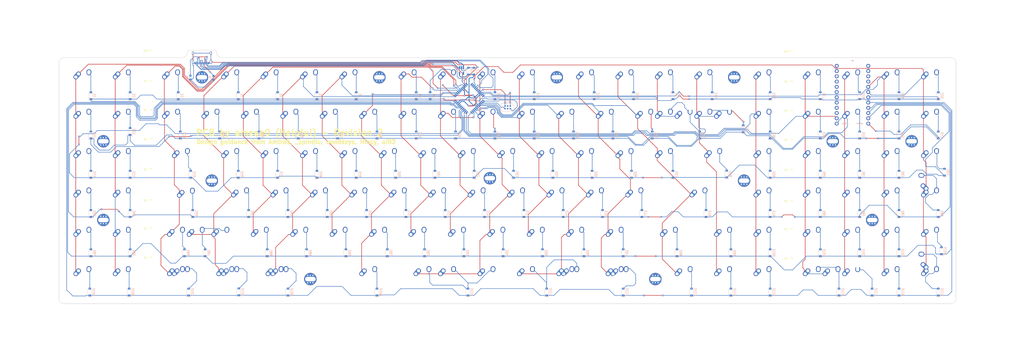
<source format=kicad_pcb>
(kicad_pcb (version 20171130) (host pcbnew "(5.0.0-rc2-dev-733-g23a9fcd91)")
  (layers (0 F.Cu signal) (31 B.Cu signal) (34 B.Paste user) (35 F.Paste user) (36 B.SilkS user) (37 F.SilkS user) (38 B.Mask user) (39 F.Mask user) (44 Edge.Cuts user))
  (net 0 "")
  (net 1 ROW0)
  (net 2 "Net-(D1-Pad2)")
  (net 3 "Net-(D2-Pad2)")
  (net 4 "Net-(D3-Pad2)")
  (net 5 "Net-(D4-Pad2)")
  (net 6 "Net-(D5-Pad2)")
  (net 7 "Net-(D6-Pad2)")
  (net 8 "Net-(D7-Pad2)")
  (net 9 "Net-(D8-Pad2)")
  (net 10 "Net-(D9-Pad2)")
  (net 11 "Net-(D10-Pad2)")
  (net 12 "Net-(D11-Pad2)")
  (net 13 "Net-(D12-Pad2)")
  (net 14 "Net-(D13-Pad2)")
  (net 15 "Net-(D14-Pad2)")
  (net 16 "Net-(D15-Pad2)")
  (net 17 "Net-(D16-Pad2)")
  (net 18 "Net-(D17-Pad2)")
  (net 19 "Net-(D18-Pad2)")
  (net 20 "Net-(D19-Pad2)")
  (net 21 "Net-(D20-Pad2)")
  (net 22 ROW1)
  (net 23 "Net-(D21-Pad2)")
  (net 24 "Net-(D22-Pad2)")
  (net 25 "Net-(D23-Pad2)")
  (net 26 "Net-(D24-Pad2)")
  (net 27 "Net-(D25-Pad2)")
  (net 28 "Net-(D26-Pad2)")
  (net 29 "Net-(D27-Pad2)")
  (net 30 "Net-(D28-Pad2)")
  (net 31 "Net-(D29-Pad2)")
  (net 32 "Net-(D30-Pad2)")
  (net 33 "Net-(D31-Pad2)")
  (net 34 "Net-(D32-Pad2)")
  (net 35 "Net-(D33-Pad2)")
  (net 36 "Net-(D34-Pad2)")
  (net 37 "Net-(D35-Pad2)")
  (net 38 "Net-(D36-Pad2)")
  (net 39 "Net-(D37-Pad2)")
  (net 40 "Net-(D38-Pad2)")
  (net 41 "Net-(D39-Pad2)")
  (net 42 "Net-(D40-Pad2)")
  (net 43 "Net-(D41-Pad2)")
  (net 44 "Net-(D42-Pad2)")
  (net 45 ROW2)
  (net 46 "Net-(D43-Pad2)")
  (net 47 "Net-(D44-Pad2)")
  (net 48 "Net-(D45-Pad2)")
  (net 49 "Net-(D46-Pad2)")
  (net 50 "Net-(D47-Pad2)")
  (net 51 "Net-(D48-Pad2)")
  (net 52 "Net-(D49-Pad2)")
  (net 53 "Net-(D50-Pad2)")
  (net 54 "Net-(D51-Pad2)")
  (net 55 "Net-(D52-Pad2)")
  (net 56 "Net-(D53-Pad2)")
  (net 57 "Net-(D54-Pad2)")
  (net 58 "Net-(D55-Pad2)")
  (net 59 "Net-(D56-Pad2)")
  (net 60 "Net-(D57-Pad2)")
  (net 61 "Net-(D58-Pad2)")
  (net 62 "Net-(D59-Pad2)")
  (net 63 "Net-(D60-Pad2)")
  (net 64 "Net-(D61-Pad2)")
  (net 65 "Net-(D62-Pad2)")
  (net 66 "Net-(D63-Pad2)")
  (net 67 "Net-(D64-Pad2)")
  (net 68 ROW3)
  (net 69 "Net-(D65-Pad2)")
  (net 70 "Net-(D66-Pad2)")
  (net 71 "Net-(D67-Pad2)")
  (net 72 "Net-(D68-Pad2)")
  (net 73 "Net-(D69-Pad2)")
  (net 74 "Net-(D70-Pad2)")
  (net 75 "Net-(D71-Pad2)")
  (net 76 "Net-(D72-Pad2)")
  (net 77 "Net-(D73-Pad2)")
  (net 78 "Net-(D74-Pad2)")
  (net 79 "Net-(D75-Pad2)")
  (net 80 "Net-(D76-Pad2)")
  (net 81 "Net-(D77-Pad2)")
  (net 82 "Net-(D78-Pad2)")
  (net 83 "Net-(D79-Pad2)")
  (net 84 "Net-(D80-Pad2)")
  (net 85 "Net-(D81-Pad2)")
  (net 86 "Net-(D82-Pad2)")
  (net 87 "Net-(D83-Pad2)")
  (net 88 ROW4)
  (net 89 "Net-(D84-Pad2)")
  (net 90 "Net-(D85-Pad2)")
  (net 91 "Net-(D86-Pad2)")
  (net 92 "Net-(D87-Pad2)")
  (net 93 "Net-(D88-Pad2)")
  (net 94 "Net-(D89-Pad2)")
  (net 95 "Net-(D90-Pad2)")
  (net 96 "Net-(D91-Pad2)")
  (net 97 "Net-(D92-Pad2)")
  (net 98 "Net-(D93-Pad2)")
  (net 99 "Net-(D94-Pad2)")
  (net 100 "Net-(D95-Pad2)")
  (net 101 "Net-(D96-Pad2)")
  (net 102 "Net-(D97-Pad2)")
  (net 103 "Net-(D98-Pad2)")
  (net 104 "Net-(D99-Pad2)")
  (net 105 "Net-(D100-Pad2)")
  (net 106 "Net-(D101-Pad2)")
  (net 107 "Net-(D102-Pad2)")
  (net 108 "Net-(D103-Pad2)")
  (net 109 "Net-(D104-Pad2)")
  (net 110 ROW5)
  (net 111 "Net-(D105-Pad2)")
  (net 112 "Net-(D106-Pad2)")
  (net 113 "Net-(D107-Pad2)")
  (net 114 "Net-(D108-Pad2)")
  (net 115 "Net-(D109-Pad2)")
  (net 116 "Net-(D110-Pad2)")
  (net 117 "Net-(D111-Pad2)")
  (net 118 "Net-(D112-Pad2)")
  (net 119 "Net-(D113-Pad2)")
  (net 120 "Net-(D114-Pad2)")
  (net 121 "Net-(D115-Pad2)")
  (net 122 "Net-(D116-Pad2)")
  (net 123 "Net-(D117-Pad2)")
  (net 124 "Net-(D118-Pad2)")
  (net 125 "Net-(D119-Pad2)")
  (net 126 "Net-(J1-PadA6)")
  (net 127 GND)
  (net 128 +5V)
  (net 129 "Net-(J1-PadA7)")
  (net 130 "Net-(J1-PadA8)")
  (net 131 "Net-(J1-PadB5)")
  (net 132 "Net-(J1-PadA5)")
  (net 133 "Net-(J1-PadB8)")
  (net 134 COL0)
  (net 135 COL1)
  (net 136 COL2)
  (net 137 COL3)
  (net 138 COL4)
  (net 139 COL5)
  (net 140 COL6)
  (net 141 COL7)
  (net 142 COL8)
  (net 143 COL9)
  (net 144 COL10)
  (net 145 COL11)
  (net 146 COL12)
  (net 147 COL13)
  (net 148 COL14)
  (net 149 COL15)
  (net 150 COL16)
  (net 151 COL17)
  (net 152 COL18)
  (net 153 COL19)
  (net 154 PDI)
  (net 155 VCC)
  (net 156 "Net-(P1-Pad3)")
  (net 157 "Net-(P1-Pad4)")
  (net 158 RST)
  (net 159 "Net-(U1-Pad4)")
  (net 160 SDA)
  (net 161 SCL)
  (net 162 "Net-(D120-Pad2)")
  (net 163 "Net-(B1-Pad1)")
  (net 164 "Net-(B1-Pad2)")
  (net 165 "Net-(B1-Pad3)")
  (net 166 "Net-(B1-Pad4)")
  (net 167 "Net-(B1-Pad21)")
  (net 168 "Net-(B1-Pad22)")
  (net 169 "Net-(B1-Pad23)")
  (net 170 "Net-(B1-Pad24)")
  (net 171 "Net-(B1-Pad15)")
  (net 172 "Net-(B1-Pad16)")
  (net 173 "Net-(B1-Pad17)")
  (net 174 "Net-(B1-Pad18)")
  (net 175 "Net-(B1-Pad19)")
  (net 176 "Net-(B1-Pad20)")
  (net 177 "Net-(U2-Pad23)")
  (net 178 "Net-(U2-Pad24)")
  (net 179 COL20)
  (net 180 COL21)
  (module ai03_hybrid:MX-1U-NoLED (layer F.Cu) (at 150.01875 166.6875)
    (fp_text reference K91)
    (fp_text value KEYSW)
    (pad 2 thru_hole oval (at 2.5 -4.5 86.0548) (size 2.831378 2.25) (drill 1.47 (offset 0.290689 0)) (layers *.Cu B.Mask) (net 93 "Net-(D88-Pad2)"))
    (pad 2 thru_hole circle (at 2.54 -5.08) (size 2.25 2.25) (drill 1.47) (layers *.Cu B.Mask) (net 93 "Net-(D88-Pad2)"))
    (pad 1 thru_hole oval (at -3.81 -2.54 48.0996) (size 4.211556 2.25) (drill 1.47 (offset 0.980778 0)) (layers *.Cu B.Mask) (net 138 COL4))
    (pad "" np_thru_hole circle (at 0 0) (size 3.9878 3.9878) (drill 3.9878) (layers *.Cu *.Mask))
    (pad 1 thru_hole circle (at -2.5 -4) (size 2.25 2.25) (drill 1.47) (layers *.Cu B.Mask) (net 138 COL4))
    (pad "" np_thru_hole circle (at -5.08 0 48.0996) (size 1.75 1.75) (drill 1.75) (layers *.Cu *.Mask))
    (pad "" np_thru_hole circle (at 5.08 0 48.0996) (size 1.75 1.75) (drill 1.75) (layers *.Cu *.Mask))
  )
  (module Resistor_SMD:R_0603_1608Metric_Pad0.99x1.00mm_HandSolder (layer B.Cu) (at 127.01 88.39 270)
    (fp_text reference R1 (at 0 1.45 270) (layer B.SilkS) (effects (justify mirror)))
    (fp_text value 5.1k)
    (pad 2 smd rect (at 0.8875 0 270) (size 0.995 1) (layers B.Cu B.Paste B.Mask) (net 127 GND))
    (pad 1 smd rect (at -0.8875 0 270) (size 0.995 1) (layers B.Cu B.Paste B.Mask) (net 131 "Net-(J1-PadB5)"))
  )
  (module ai03_hybrid:MX-1U-NoLED (layer F.Cu) (at 259.55625 90.4875)
    (fp_text reference K10)
    (fp_text value KEYSW)
    (pad "" np_thru_hole circle (at 5.08 0 48.0996) (size 1.75 1.75) (drill 1.75) (layers *.Cu *.Mask))
    (pad "" np_thru_hole circle (at -5.08 0 48.0996) (size 1.75 1.75) (drill 1.75) (layers *.Cu *.Mask))
    (pad 1 thru_hole circle (at -2.5 -4) (size 2.25 2.25) (drill 1.47) (layers *.Cu B.Mask) (net 144 COL10))
    (pad "" np_thru_hole circle (at 0 0) (size 3.9878 3.9878) (drill 3.9878) (layers *.Cu *.Mask))
    (pad 1 thru_hole oval (at -3.81 -2.54 48.0996) (size 4.211556 2.25) (drill 1.47 (offset 0.980778 0)) (layers *.Cu B.Mask) (net 144 COL10))
    (pad 2 thru_hole circle (at 2.54 -5.08) (size 2.25 2.25) (drill 1.47) (layers *.Cu B.Mask) (net 11 "Net-(D10-Pad2)"))
    (pad 2 thru_hole oval (at 2.5 -4.5 86.0548) (size 2.831378 2.25) (drill 1.47 (offset 0.290689 0)) (layers *.Cu B.Mask) (net 11 "Net-(D10-Pad2)"))
  )
  (module ai03_hybrid:MX-1U-NoLED (layer F.Cu) (at 107.15625 90.4875)
    (fp_text reference K3)
    (fp_text value KEYSW)
    (pad 2 thru_hole oval (at 2.5 -4.5 86.0548) (size 2.831378 2.25) (drill 1.47 (offset 0.290689 0)) (layers *.Cu B.Mask) (net 4 "Net-(D3-Pad2)"))
    (pad 2 thru_hole circle (at 2.54 -5.08) (size 2.25 2.25) (drill 1.47) (layers *.Cu B.Mask) (net 4 "Net-(D3-Pad2)"))
    (pad 1 thru_hole oval (at -3.81 -2.54 48.0996) (size 4.211556 2.25) (drill 1.47 (offset 0.980778 0)) (layers *.Cu B.Mask) (net 136 COL2))
    (pad "" np_thru_hole circle (at 0 0) (size 3.9878 3.9878) (drill 3.9878) (layers *.Cu *.Mask))
    (pad 1 thru_hole circle (at -2.5 -4) (size 2.25 2.25) (drill 1.47) (layers *.Cu B.Mask) (net 136 COL2))
    (pad "" np_thru_hole circle (at -5.08 0 48.0996) (size 1.75 1.75) (drill 1.75) (layers *.Cu *.Mask))
    (pad "" np_thru_hole circle (at 5.08 0 48.0996) (size 1.75 1.75) (drill 1.75) (layers *.Cu *.Mask))
  )
  (module Helpful:slot_10mm (layer F.Cu) (at 95.53 175.05)
    (fp_text reference REF** (at 0 0.5) (layer F.SilkS))
    (fp_text value slot_10mm)
    (pad "" np_thru_hole oval (at 0 12.7) (size 1 8) (drill oval 1 8) (layers *.Cu *.Mask))
  )
  (module Helpful:slot_10mm (layer F.Cu) (at 95.43 132.22)
    (fp_text reference REF** (at 0 0.5) (layer F.SilkS))
    (fp_text value slot_10mm)
    (pad "" np_thru_hole oval (at 0 12.7) (size 1 8) (drill oval 1 8) (layers *.Cu *.Mask))
  )
  (module Helpful:slot_10mm (layer F.Cu) (at 95.48 117.67)
    (fp_text reference REF** (at 0 0.5) (layer F.SilkS))
    (fp_text value slot_10mm)
    (pad "" np_thru_hole oval (at 0 12.7) (size 1 8) (drill oval 1 8) (layers *.Cu *.Mask))
  )
  (module Helpful:slot_10mm (layer F.Cu) (at 95.43 147.24)
    (fp_text reference REF** (at 0 0.5) (layer F.SilkS))
    (fp_text value slot_10mm)
    (pad "" np_thru_hole oval (at 0 12.7) (size 1 8) (drill oval 1 8) (layers *.Cu *.Mask))
  )
  (module Helpful:slot_10mm (layer F.Cu) (at 95.27 74.89)
    (fp_text reference REF** (at 0 0.5) (layer F.SilkS))
    (fp_text value slot_10mm)
    (pad "" np_thru_hole oval (at 0 12.7) (size 1 8) (drill oval 1 8) (layers *.Cu *.Mask))
  )
  (module Helpful:slot_10mm (layer F.Cu) (at 95.37 160.91)
    (fp_text reference REF** (at 0 0.5) (layer F.SilkS))
    (fp_text value slot_10mm)
    (pad "" np_thru_hole oval (at 0 12.7) (size 1 8) (drill oval 1 8) (layers *.Cu *.Mask))
  )
  (module Helpful:slot_10mm (layer F.Cu) (at 95.43 103.56)
    (fp_text reference REF** (at 0 0.5) (layer F.SilkS))
    (fp_text value slot_10mm)
    (pad "" np_thru_hole oval (at 0 12.7) (size 1 8) (drill oval 1 8) (layers *.Cu *.Mask))
  )
  (module Helpful:slot_10mm (layer F.Cu) (at 95.43 89.47)
    (fp_text reference REF** (at 0 0.5) (layer F.SilkS))
    (fp_text value slot_10mm)
    (pad "" np_thru_hole oval (at 0 12.7) (size 1 8) (drill oval 1 8) (layers *.Cu *.Mask))
  )
  (module ai03_hybrid:MX-1U-NoLED (layer F.Cu) (at 392.90625 109.5375)
    (fp_text reference K38)
    (fp_text value KEYSW)
    (pad 2 thru_hole oval (at 2.5 -4.5 86.0548) (size 2.831378 2.25) (drill 1.47 (offset 0.290689 0)) (layers *.Cu B.Mask) (net 40 "Net-(D38-Pad2)"))
    (pad 2 thru_hole circle (at 2.54 -5.08) (size 2.25 2.25) (drill 1.47) (layers *.Cu B.Mask) (net 40 "Net-(D38-Pad2)"))
    (pad 1 thru_hole oval (at -3.81 -2.54 48.0996) (size 4.211556 2.25) (drill 1.47 (offset 0.980778 0)) (layers *.Cu B.Mask) (net 151 COL17))
    (pad "" np_thru_hole circle (at 0 0) (size 3.9878 3.9878) (drill 3.9878) (layers *.Cu *.Mask))
    (pad 1 thru_hole circle (at -2.5 -4) (size 2.25 2.25) (drill 1.47) (layers *.Cu B.Mask) (net 151 COL17))
    (pad "" np_thru_hole circle (at -5.08 0 48.0996) (size 1.75 1.75) (drill 1.75) (layers *.Cu *.Mask))
    (pad "" np_thru_hole circle (at 5.08 0 48.0996) (size 1.75 1.75) (drill 1.75) (layers *.Cu *.Mask))
  )
  (module ai03_hybrid:MX-1U-NoLED (layer F.Cu) (at 297.65625 109.5375)
    (fp_text reference K33)
    (fp_text value KEYSW)
    (pad "" np_thru_hole circle (at 5.08 0 48.0996) (size 1.75 1.75) (drill 1.75) (layers *.Cu *.Mask))
    (pad "" np_thru_hole circle (at -5.08 0 48.0996) (size 1.75 1.75) (drill 1.75) (layers *.Cu *.Mask))
    (pad 1 thru_hole circle (at -2.5 -4) (size 2.25 2.25) (drill 1.47) (layers *.Cu B.Mask) (net 146 COL12))
    (pad "" np_thru_hole circle (at 0 0) (size 3.9878 3.9878) (drill 3.9878) (layers *.Cu *.Mask))
    (pad 1 thru_hole oval (at -3.81 -2.54 48.0996) (size 4.211556 2.25) (drill 1.47 (offset 0.980778 0)) (layers *.Cu B.Mask) (net 146 COL12))
    (pad 2 thru_hole circle (at 2.54 -5.08) (size 2.25 2.25) (drill 1.47) (layers *.Cu B.Mask) (net 35 "Net-(D33-Pad2)"))
    (pad 2 thru_hole oval (at 2.5 -4.5 86.0548) (size 2.831378 2.25) (drill 1.47 (offset 0.290689 0)) (layers *.Cu B.Mask) (net 35 "Net-(D33-Pad2)"))
  )
  (module ai03_hybrid:MX-1U-NoLED (layer F.Cu) (at 259.55625 109.5375)
    (fp_text reference K31)
    (fp_text value KEYSW)
    (pad 2 thru_hole oval (at 2.5 -4.5 86.0548) (size 2.831378 2.25) (drill 1.47 (offset 0.290689 0)) (layers *.Cu B.Mask) (net 33 "Net-(D31-Pad2)"))
    (pad 2 thru_hole circle (at 2.54 -5.08) (size 2.25 2.25) (drill 1.47) (layers *.Cu B.Mask) (net 33 "Net-(D31-Pad2)"))
    (pad 1 thru_hole oval (at -3.81 -2.54 48.0996) (size 4.211556 2.25) (drill 1.47 (offset 0.980778 0)) (layers *.Cu B.Mask) (net 144 COL10))
    (pad "" np_thru_hole circle (at 0 0) (size 3.9878 3.9878) (drill 3.9878) (layers *.Cu *.Mask))
    (pad 1 thru_hole circle (at -2.5 -4) (size 2.25 2.25) (drill 1.47) (layers *.Cu B.Mask) (net 144 COL10))
    (pad "" np_thru_hole circle (at -5.08 0 48.0996) (size 1.75 1.75) (drill 1.75) (layers *.Cu *.Mask))
    (pad "" np_thru_hole circle (at 5.08 0 48.0996) (size 1.75 1.75) (drill 1.75) (layers *.Cu *.Mask))
  )
  (module ai03_hybrid:MX-1.5U-NoLED (layer F.Cu) (at 111.91875 128.5875)
    (fp_text reference K47)
    (fp_text value KEYSW)
    (pad 2 thru_hole oval (at 2.5 -4.5 86.0548) (size 2.831378 2.25) (drill 1.47 (offset 0.290689 0)) (layers *.Cu B.Mask) (net 48 "Net-(D45-Pad2)"))
    (pad 2 thru_hole circle (at 2.54 -5.08) (size 2.25 2.25) (drill 1.47) (layers *.Cu B.Mask) (net 48 "Net-(D45-Pad2)"))
    (pad 1 thru_hole oval (at -3.81 -2.54 48.0996) (size 4.211556 2.25) (drill 1.47 (offset 0.980778 0)) (layers *.Cu B.Mask) (net 136 COL2))
    (pad "" np_thru_hole circle (at 0 0) (size 3.9878 3.9878) (drill 3.9878) (layers *.Cu *.Mask))
    (pad 1 thru_hole circle (at -2.5 -4) (size 2.25 2.25) (drill 1.47) (layers *.Cu B.Mask) (net 136 COL2))
    (pad "" np_thru_hole circle (at -5.08 0 48.0996) (size 1.75 1.75) (drill 1.75) (layers *.Cu *.Mask))
    (pad "" np_thru_hole circle (at 5.08 0 48.0996) (size 1.75 1.75) (drill 1.75) (layers *.Cu *.Mask))
  )
  (module Resistor_SMD:R_0603_1608Metric_Pad0.99x1.00mm_HandSolder (layer B.Cu) (at 115.87 88.2375 270)
    (fp_text reference R2 (at 0 1.45 270) (layer B.SilkS) (effects (justify mirror)))
    (fp_text value 5.1k)
    (pad 1 smd rect (at -0.8875 0 270) (size 0.995 1) (layers B.Cu B.Paste B.Mask) (net 132 "Net-(J1-PadA5)"))
    (pad 2 smd rect (at 0.8875 0 270) (size 0.995 1) (layers B.Cu B.Paste B.Mask) (net 127 GND))
  )
  (module ai03_hybrid:MX-1U-NoLED (layer F.Cu) (at 83.34375 147.6375)
    (fp_text reference K68)
    (fp_text value KEYSW)
    (pad 2 thru_hole oval (at 2.5 -4.5 86.0548) (size 2.831378 2.25) (drill 1.47 (offset 0.290689 0)) (layers *.Cu B.Mask) (net 69 "Net-(D65-Pad2)"))
    (pad 2 thru_hole circle (at 2.54 -5.08) (size 2.25 2.25) (drill 1.47) (layers *.Cu B.Mask) (net 69 "Net-(D65-Pad2)"))
    (pad 1 thru_hole oval (at -3.81 -2.54 48.0996) (size 4.211556 2.25) (drill 1.47 (offset 0.980778 0)) (layers *.Cu B.Mask) (net 135 COL1))
    (pad "" np_thru_hole circle (at 0 0) (size 3.9878 3.9878) (drill 3.9878) (layers *.Cu *.Mask))
    (pad 1 thru_hole circle (at -2.5 -4) (size 2.25 2.25) (drill 1.47) (layers *.Cu B.Mask) (net 135 COL1))
    (pad "" np_thru_hole circle (at -5.08 0 48.0996) (size 1.75 1.75) (drill 1.75) (layers *.Cu *.Mask))
    (pad "" np_thru_hole circle (at 5.08 0 48.0996) (size 1.75 1.75) (drill 1.75) (layers *.Cu *.Mask))
  )
  (module Helpful:slot_10mm (layer F.Cu) (at 404.76 75.21)
    (fp_text reference REF** (at 0 0.5) (layer F.SilkS))
    (fp_text value slot_10mm)
    (pad "" np_thru_hole oval (at 0 12.7) (size 1 8) (drill oval 1 8) (layers *.Cu *.Mask))
  )
  (module Helpful:slot_10mm (layer F.Cu) (at 404.92 89.79)
    (fp_text reference REF** (at 0 0.5) (layer F.SilkS))
    (fp_text value slot_10mm)
    (pad "" np_thru_hole oval (at 0 12.7) (size 1 8) (drill oval 1 8) (layers *.Cu *.Mask))
  )
  (module Helpful:slot_10mm (layer F.Cu) (at 404.92 103.88)
    (fp_text reference REF** (at 0 0.5) (layer F.SilkS))
    (fp_text value slot_10mm)
    (pad "" np_thru_hole oval (at 0 12.7) (size 1 8) (drill oval 1 8) (layers *.Cu *.Mask))
  )
  (module Diode_SMD:D_SOD-123 (layer B.Cu) (at 117 154 90)
    (fp_text reference D66 (at 0 2 90) (layer B.SilkS) (effects (justify mirror)))
    (fp_text value D)
    (pad 2 smd rect (at 1.65 0 90) (size 0.9 1.2) (layers B.Cu B.Paste B.Mask) (net 70 "Net-(D66-Pad2)"))
    (pad 1 smd rect (at -1.65 0 90) (size 0.9 1.2) (layers B.Cu B.Paste B.Mask) (net 68 ROW3))
  )
  (module ai03_hybrid:MX-1.75U-NoLED (layer F.Cu) (at 114.3 147.79625)
    (fp_text reference K69)
    (fp_text value KEYSW)
    (pad 2 thru_hole oval (at 2.5 -4.5 86.0548) (size 2.831378 2.25) (drill 1.47 (offset 0.290689 0)) (layers *.Cu B.Mask) (net 70 "Net-(D66-Pad2)"))
    (pad 2 thru_hole circle (at 2.54 -5.08) (size 2.25 2.25) (drill 1.47) (layers *.Cu B.Mask) (net 70 "Net-(D66-Pad2)"))
    (pad 1 thru_hole oval (at -3.81 -2.54 48.0996) (size 4.211556 2.25) (drill 1.47 (offset 0.980778 0)) (layers *.Cu B.Mask) (net 136 COL2))
    (pad "" np_thru_hole circle (at 0 0) (size 3.9878 3.9878) (drill 3.9878) (layers *.Cu *.Mask))
    (pad 1 thru_hole circle (at -2.5 -4) (size 2.25 2.25) (drill 1.47) (layers *.Cu B.Mask) (net 136 COL2))
    (pad "" np_thru_hole circle (at -5.08 0 48.0996) (size 1.75 1.75) (drill 1.75) (layers *.Cu *.Mask))
    (pad "" np_thru_hole circle (at 5.08 0 48.0996) (size 1.75 1.75) (drill 1.75) (layers *.Cu *.Mask))
  )
  (module ai03_hybrid:MX-2.25U-NoLED (layer F.Cu) (at 361.95 147.6375)
    (fp_text reference K81)
    (fp_text value KEYSW)
    (pad "" np_thru_hole circle (at 11.938 8.255) (size 3.9878 3.9878) (drill 3.9878) (layers *.Cu *.Mask))
    (pad "" np_thru_hole circle (at -11.938 8.255) (size 3.9878 3.9878) (drill 3.9878) (layers *.Cu *.Mask))
    (pad "" np_thru_hole circle (at 11.938 -6.985) (size 3.048 3.048) (drill 3.048) (layers *.Cu *.Mask))
    (pad "" np_thru_hole circle (at -11.938 -6.985) (size 3.048 3.048) (drill 3.048) (layers *.Cu *.Mask))
    (pad "" np_thru_hole circle (at 5.08 0 48.0996) (size 1.75 1.75) (drill 1.75) (layers *.Cu *.Mask))
    (pad "" np_thru_hole circle (at -5.08 0 48.0996) (size 1.75 1.75) (drill 1.75) (layers *.Cu *.Mask))
    (pad 1 thru_hole circle (at -2.5 -4) (size 2.25 2.25) (drill 1.47) (layers *.Cu B.Mask) (net 148 COL14))
    (pad "" np_thru_hole circle (at 0 0) (size 3.9878 3.9878) (drill 3.9878) (layers *.Cu *.Mask))
    (pad 1 thru_hole oval (at -3.81 -2.54 48.0996) (size 4.211556 2.25) (drill 1.47 (offset 0.980778 0)) (layers *.Cu B.Mask) (net 148 COL14))
    (pad 2 thru_hole circle (at 2.54 -5.08) (size 2.25 2.25) (drill 1.47) (layers *.Cu B.Mask) (net 82 "Net-(D78-Pad2)"))
    (pad 2 thru_hole oval (at 2.5 -4.5 86.0548) (size 2.831378 2.25) (drill 1.47 (offset 0.290689 0)) (layers *.Cu B.Mask) (net 82 "Net-(D78-Pad2)"))
  )
  (module Diode_SMD:D_SOD-123 (layer B.Cu) (at 329 135 90)
    (fp_text reference D56 (at 0 2 90) (layer B.SilkS) (effects (justify mirror)))
    (fp_text value D)
    (pad 2 smd rect (at 1.65 0 90) (size 0.9 1.2) (layers B.Cu B.Paste B.Mask) (net 59 "Net-(D56-Pad2)"))
    (pad 1 smd rect (at -1.65 0 90) (size 0.9 1.2) (layers B.Cu B.Paste B.Mask) (net 45 ROW2))
  )
  (module Helpful:slot_10mm (layer F.Cu) (at 404.86 161.23)
    (fp_text reference REF** (at 0 0.5) (layer F.SilkS))
    (fp_text value slot_10mm)
    (pad "" np_thru_hole oval (at 0 12.7) (size 1 8) (drill oval 1 8) (layers *.Cu *.Mask))
  )
  (module Diode_SMD:D_SOD-123 (layer B.Cu) (at 250.18 85.12 90)
    (fp_text reference C1 (at 0 2 90) (layer B.SilkS) (effects (justify mirror)))
    (fp_text value 10uf)
    (pad 2 smd rect (at 1.65 0 90) (size 0.9 1.2) (layers B.Cu B.Paste B.Mask) (net 127 GND))
    (pad 1 smd rect (at -1.65 0 90) (size 0.9 1.2) (layers B.Cu B.Paste B.Mask) (net 155 VCC))
  )
  (module Diode_SMD:D_SOD-123 (layer B.Cu) (at 252.82 85.11 90)
    (fp_text reference C2 (at 0 2 90) (layer B.SilkS) (effects (justify mirror)))
    (fp_text value 0.4uf)
    (pad 2 smd rect (at 1.65 0 90) (size 0.9 1.2) (layers B.Cu B.Paste B.Mask) (net 127 GND))
    (pad 1 smd rect (at -1.65 0 90) (size 0.9 1.2) (layers B.Cu B.Paste B.Mask) (net 155 VCC))
  )
  (module Diode_SMD:D_SOD-123 (layer B.Cu) (at 67.7625 97 90)
    (fp_text reference D1 (at 0 2 90) (layer B.SilkS) (effects (justify mirror)))
    (fp_text value D)
    (pad 1 smd rect (at -1.65 0 90) (size 0.9 1.2) (layers B.Cu B.Paste B.Mask) (net 1 ROW0))
    (pad 2 smd rect (at 1.65 0 90) (size 0.9 1.2) (layers B.Cu B.Paste B.Mask) (net 2 "Net-(D1-Pad2)"))
  )
  (module Diode_SMD:D_SOD-123 (layer B.Cu) (at 86.7625 97 90)
    (fp_text reference D2 (at 0 2 90) (layer B.SilkS) (effects (justify mirror)))
    (fp_text value D)
    (pad 2 smd rect (at 1.65 0 90) (size 0.9 1.2) (layers B.Cu B.Paste B.Mask) (net 3 "Net-(D2-Pad2)"))
    (pad 1 smd rect (at -1.65 0 90) (size 0.9 1.2) (layers B.Cu B.Paste B.Mask) (net 1 ROW0))
  )
  (module Diode_SMD:D_SOD-123 (layer B.Cu) (at 110 97 90)
    (fp_text reference D3 (at 0 2 90) (layer B.SilkS) (effects (justify mirror)))
    (fp_text value D)
    (pad 1 smd rect (at -1.65 0 90) (size 0.9 1.2) (layers B.Cu B.Paste B.Mask) (net 1 ROW0))
    (pad 2 smd rect (at 1.65 0 90) (size 0.9 1.2) (layers B.Cu B.Paste B.Mask) (net 4 "Net-(D3-Pad2)"))
  )
  (module Diode_SMD:D_SOD-123 (layer B.Cu) (at 139 97 90)
    (fp_text reference D4 (at 0 2 90) (layer B.SilkS) (effects (justify mirror)))
    (fp_text value D)
    (pad 2 smd rect (at 1.65 0 90) (size 0.9 1.2) (layers B.Cu B.Paste B.Mask) (net 5 "Net-(D4-Pad2)"))
    (pad 1 smd rect (at -1.65 0 90) (size 0.9 1.2) (layers B.Cu B.Paste B.Mask) (net 1 ROW0))
  )
  (module Diode_SMD:D_SOD-123 (layer B.Cu) (at 158 97 90)
    (fp_text reference D5 (at 0 2 90) (layer B.SilkS) (effects (justify mirror)))
    (fp_text value D)
    (pad 1 smd rect (at -1.65 0 90) (size 0.9 1.2) (layers B.Cu B.Paste B.Mask) (net 1 ROW0))
    (pad 2 smd rect (at 1.65 0 90) (size 0.9 1.2) (layers B.Cu B.Paste B.Mask) (net 6 "Net-(D5-Pad2)"))
  )
  (module Diode_SMD:D_SOD-123 (layer B.Cu) (at 177 97 90)
    (fp_text reference D6 (at 0 2 90) (layer B.SilkS) (effects (justify mirror)))
    (fp_text value D)
    (pad 2 smd rect (at 1.65 0 90) (size 0.9 1.2) (layers B.Cu B.Paste B.Mask) (net 7 "Net-(D6-Pad2)"))
    (pad 1 smd rect (at -1.65 0 90) (size 0.9 1.2) (layers B.Cu B.Paste B.Mask) (net 1 ROW0))
  )
  (module Diode_SMD:D_SOD-123 (layer B.Cu) (at 196 97 90)
    (fp_text reference D7 (at 0 2 90) (layer B.SilkS) (effects (justify mirror)))
    (fp_text value D)
    (pad 1 smd rect (at -1.65 0 90) (size 0.9 1.2) (layers B.Cu B.Paste B.Mask) (net 1 ROW0))
    (pad 2 smd rect (at 1.65 0 90) (size 0.9 1.2) (layers B.Cu B.Paste B.Mask) (net 8 "Net-(D7-Pad2)"))
  )
  (module Diode_SMD:D_SOD-123 (layer B.Cu) (at 225 97 90)
    (fp_text reference D8 (at 0 2 90) (layer B.SilkS) (effects (justify mirror)))
    (fp_text value D)
    (pad 2 smd rect (at 1.65 0 90) (size 0.9 1.2) (layers B.Cu B.Paste B.Mask) (net 9 "Net-(D8-Pad2)"))
    (pad 1 smd rect (at -1.65 0 90) (size 0.9 1.2) (layers B.Cu B.Paste B.Mask) (net 1 ROW0))
  )
  (module Diode_SMD:D_SOD-123 (layer B.Cu) (at 231.73 96.97 90)
    (fp_text reference D9 (at 0 2 90) (layer B.SilkS) (effects (justify mirror)))
    (fp_text value D)
    (pad 1 smd rect (at -1.65 0 90) (size 0.9 1.2) (layers B.Cu B.Paste B.Mask) (net 1 ROW0))
    (pad 2 smd rect (at 1.65 0 90) (size 0.9 1.2) (layers B.Cu B.Paste B.Mask) (net 10 "Net-(D9-Pad2)"))
  )
  (module Diode_SMD:D_SOD-123 (layer B.Cu) (at 263 97 90)
    (fp_text reference D10 (at 0 2 90) (layer B.SilkS) (effects (justify mirror)))
    (fp_text value D)
    (pad 1 smd rect (at -1.65 0 90) (size 0.9 1.2) (layers B.Cu B.Paste B.Mask) (net 1 ROW0))
    (pad 2 smd rect (at 1.65 0 90) (size 0.9 1.2) (layers B.Cu B.Paste B.Mask) (net 11 "Net-(D10-Pad2)"))
  )
  (module Diode_SMD:D_SOD-123 (layer B.Cu) (at 282 97 90)
    (fp_text reference D11 (at 0 2 90) (layer B.SilkS) (effects (justify mirror)))
    (fp_text value D)
    (pad 1 smd rect (at -1.65 0 90) (size 0.9 1.2) (layers B.Cu B.Paste B.Mask) (net 1 ROW0))
    (pad 2 smd rect (at 1.65 0 90) (size 0.9 1.2) (layers B.Cu B.Paste B.Mask) (net 12 "Net-(D11-Pad2)"))
  )
  (module Diode_SMD:D_SOD-123 (layer B.Cu) (at 311 97 90)
    (fp_text reference D12 (at 0 2 90) (layer B.SilkS) (effects (justify mirror)))
    (fp_text value D)
    (pad 2 smd rect (at 1.65 0 90) (size 0.9 1.2) (layers B.Cu B.Paste B.Mask) (net 13 "Net-(D12-Pad2)"))
    (pad 1 smd rect (at -1.65 0 90) (size 0.9 1.2) (layers B.Cu B.Paste B.Mask) (net 1 ROW0))
  )
  (module Diode_SMD:D_SOD-123 (layer B.Cu) (at 330 97 90)
    (fp_text reference D13 (at 0 2 90) (layer B.SilkS) (effects (justify mirror)))
    (fp_text value D)
    (pad 1 smd rect (at -1.65 0 90) (size 0.9 1.2) (layers B.Cu B.Paste B.Mask) (net 1 ROW0))
    (pad 2 smd rect (at 1.65 0 90) (size 0.9 1.2) (layers B.Cu B.Paste B.Mask) (net 14 "Net-(D13-Pad2)"))
  )
  (module Diode_SMD:D_SOD-123 (layer B.Cu) (at 349 97 90)
    (fp_text reference D14 (at 0 2 90) (layer B.SilkS) (effects (justify mirror)))
    (fp_text value D)
    (pad 2 smd rect (at 1.65 0 90) (size 0.9 1.2) (layers B.Cu B.Paste B.Mask) (net 15 "Net-(D14-Pad2)"))
    (pad 1 smd rect (at -1.65 0 90) (size 0.9 1.2) (layers B.Cu B.Paste B.Mask) (net 1 ROW0))
  )
  (module Diode_SMD:D_SOD-123 (layer B.Cu) (at 368 97 90)
    (fp_text reference D15 (at 0 2 90) (layer B.SilkS) (effects (justify mirror)))
    (fp_text value D)
    (pad 1 smd rect (at -1.65 0 90) (size 0.9 1.2) (layers B.Cu B.Paste B.Mask) (net 1 ROW0))
    (pad 2 smd rect (at 1.65 0 90) (size 0.9 1.2) (layers B.Cu B.Paste B.Mask) (net 16 "Net-(D15-Pad2)"))
  )
  (module Diode_SMD:D_SOD-123 (layer B.Cu) (at 396 97 90)
    (fp_text reference D16 (at 0 2 90) (layer B.SilkS) (effects (justify mirror)))
    (fp_text value D)
    (pad 2 smd rect (at 1.65 0 90) (size 0.9 1.2) (layers B.Cu B.Paste B.Mask) (net 17 "Net-(D16-Pad2)"))
    (pad 1 smd rect (at -1.65 0 90) (size 0.9 1.2) (layers B.Cu B.Paste B.Mask) (net 1 ROW0))
  )
  (module Diode_SMD:D_SOD-123 (layer B.Cu) (at 420.2375 97 90)
    (fp_text reference D17 (at 0 2 90) (layer B.SilkS) (effects (justify mirror)))
    (fp_text value D)
    (pad 1 smd rect (at -1.65 0 90) (size 0.9 1.2) (layers B.Cu B.Paste B.Mask) (net 1 ROW0))
    (pad 2 smd rect (at 1.65 0 90) (size 0.9 1.2) (layers B.Cu B.Paste B.Mask) (net 18 "Net-(D17-Pad2)"))
  )
  (module Diode_SMD:D_SOD-123 (layer B.Cu) (at 439.2375 97 90)
    (fp_text reference D18 (at 0 2 90) (layer B.SilkS) (effects (justify mirror)))
    (fp_text value D)
    (pad 2 smd rect (at 1.65 0 90) (size 0.9 1.2) (layers B.Cu B.Paste B.Mask) (net 19 "Net-(D18-Pad2)"))
    (pad 1 smd rect (at -1.65 0 90) (size 0.9 1.2) (layers B.Cu B.Paste B.Mask) (net 1 ROW0))
  )
  (module Diode_SMD:D_SOD-123 (layer B.Cu) (at 458.2375 97 90)
    (fp_text reference D19 (at 0 2 90) (layer B.SilkS) (effects (justify mirror)))
    (fp_text value D)
    (pad 1 smd rect (at -1.65 0 90) (size 0.9 1.2) (layers B.Cu B.Paste B.Mask) (net 1 ROW0))
    (pad 2 smd rect (at 1.65 0 90) (size 0.9 1.2) (layers B.Cu B.Paste B.Mask) (net 20 "Net-(D19-Pad2)"))
  )
  (module Diode_SMD:D_SOD-123 (layer B.Cu) (at 477.2375 97 90)
    (fp_text reference D20 (at 0 2 90) (layer B.SilkS) (effects (justify mirror)))
    (fp_text value D)
    (pad 2 smd rect (at 1.65 0 90) (size 0.9 1.2) (layers B.Cu B.Paste B.Mask) (net 21 "Net-(D20-Pad2)"))
    (pad 1 smd rect (at -1.65 0 90) (size 0.9 1.2) (layers B.Cu B.Paste B.Mask) (net 1 ROW0))
  )
  (module Diode_SMD:D_SOD-123 (layer B.Cu) (at 67.7625 116 90)
    (fp_text reference D21 (at 0 2 90) (layer B.SilkS) (effects (justify mirror)))
    (fp_text value D)
    (pad 1 smd rect (at -1.65 0 90) (size 0.9 1.2) (layers B.Cu B.Paste B.Mask) (net 22 ROW1))
    (pad 2 smd rect (at 1.65 0 90) (size 0.9 1.2) (layers B.Cu B.Paste B.Mask) (net 23 "Net-(D21-Pad2)"))
  )
  (module Diode_SMD:D_SOD-123 (layer B.Cu) (at 86.7625 114.3 90)
    (fp_text reference D22 (at 0 2 90) (layer B.SilkS) (effects (justify mirror)))
    (fp_text value D)
    (pad 2 smd rect (at 1.65 0 90) (size 0.9 1.2) (layers B.Cu B.Paste B.Mask) (net 24 "Net-(D22-Pad2)"))
    (pad 1 smd rect (at -1.65 0 90) (size 0.9 1.2) (layers B.Cu B.Paste B.Mask) (net 22 ROW1))
  )
  (module Diode_SMD:D_SOD-123 (layer B.Cu) (at 111 116 90)
    (fp_text reference D23 (at 0 2 90) (layer B.SilkS) (effects (justify mirror)))
    (fp_text value D)
    (pad 1 smd rect (at -1.65 0 90) (size 0.9 1.2) (layers B.Cu B.Paste B.Mask) (net 22 ROW1))
    (pad 2 smd rect (at 1.65 0 90) (size 0.9 1.2) (layers B.Cu B.Paste B.Mask) (net 25 "Net-(D23-Pad2)"))
  )
  (module Diode_SMD:D_SOD-123 (layer B.Cu) (at 130 116 90)
    (fp_text reference D24 (at 0 2 90) (layer B.SilkS) (effects (justify mirror)))
    (fp_text value D)
    (pad 2 smd rect (at 1.65 0 90) (size 0.9 1.2) (layers B.Cu B.Paste B.Mask) (net 26 "Net-(D24-Pad2)"))
    (pad 1 smd rect (at -1.65 0 90) (size 0.9 1.2) (layers B.Cu B.Paste B.Mask) (net 22 ROW1))
  )
  (module Diode_SMD:D_SOD-123 (layer B.Cu) (at 149 116 90)
    (fp_text reference D25 (at 0 2 90) (layer B.SilkS) (effects (justify mirror)))
    (fp_text value D)
    (pad 1 smd rect (at -1.65 0 90) (size 0.9 1.2) (layers B.Cu B.Paste B.Mask) (net 22 ROW1))
    (pad 2 smd rect (at 1.65 0 90) (size 0.9 1.2) (layers B.Cu B.Paste B.Mask) (net 27 "Net-(D25-Pad2)"))
  )
  (module Diode_SMD:D_SOD-123 (layer B.Cu) (at 168 116 90)
    (fp_text reference D26 (at 0 2 90) (layer B.SilkS) (effects (justify mirror)))
    (fp_text value D)
    (pad 2 smd rect (at 1.65 0 90) (size 0.9 1.2) (layers B.Cu B.Paste B.Mask) (net 28 "Net-(D26-Pad2)"))
    (pad 1 smd rect (at -1.65 0 90) (size 0.9 1.2) (layers B.Cu B.Paste B.Mask) (net 22 ROW1))
  )
  (module Diode_SMD:D_SOD-123 (layer B.Cu) (at 187 116 90)
    (fp_text reference D27 (at 0 2 90) (layer B.SilkS) (effects (justify mirror)))
    (fp_text value D)
    (pad 1 smd rect (at -1.65 0 90) (size 0.9 1.2) (layers B.Cu B.Paste B.Mask) (net 22 ROW1))
    (pad 2 smd rect (at 1.65 0 90) (size 0.9 1.2) (layers B.Cu B.Paste B.Mask) (net 29 "Net-(D27-Pad2)"))
  )
  (module Diode_SMD:D_SOD-123 (layer B.Cu) (at 206 116 90)
    (fp_text reference D28 (at 0 2 90) (layer B.SilkS) (effects (justify mirror)))
    (fp_text value D)
    (pad 2 smd rect (at 1.65 0 90) (size 0.9 1.2) (layers B.Cu B.Paste B.Mask) (net 30 "Net-(D28-Pad2)"))
    (pad 1 smd rect (at -1.65 0 90) (size 0.9 1.2) (layers B.Cu B.Paste B.Mask) (net 22 ROW1))
  )
  (module Diode_SMD:D_SOD-123 (layer B.Cu) (at 225 116 90)
    (fp_text reference D29 (at 0 2 90) (layer B.SilkS) (effects (justify mirror)))
    (fp_text value D)
    (pad 1 smd rect (at -1.65 0 90) (size 0.9 1.2) (layers B.Cu B.Paste B.Mask) (net 22 ROW1))
    (pad 2 smd rect (at 1.65 0 90) (size 0.9 1.2) (layers B.Cu B.Paste B.Mask) (net 31 "Net-(D29-Pad2)"))
  )
  (module Diode_SMD:D_SOD-123 (layer B.Cu) (at 244 116 90)
    (fp_text reference D30 (at 0 2 90) (layer B.SilkS) (effects (justify mirror)))
    (fp_text value D)
    (pad 2 smd rect (at 1.65 0 90) (size 0.9 1.2) (layers B.Cu B.Paste B.Mask) (net 32 "Net-(D30-Pad2)"))
    (pad 1 smd rect (at -1.65 0 90) (size 0.9 1.2) (layers B.Cu B.Paste B.Mask) (net 22 ROW1))
  )
  (module Diode_SMD:D_SOD-123 (layer B.Cu) (at 263 116 90)
    (fp_text reference D31 (at 0 2 90) (layer B.SilkS) (effects (justify mirror)))
    (fp_text value D)
    (pad 2 smd rect (at 1.65 0 90) (size 0.9 1.2) (layers B.Cu B.Paste B.Mask) (net 33 "Net-(D31-Pad2)"))
    (pad 1 smd rect (at -1.65 0 90) (size 0.9 1.2) (layers B.Cu B.Paste B.Mask) (net 22 ROW1))
  )
  (module Diode_SMD:D_SOD-123 (layer B.Cu) (at 282 116 90)
    (fp_text reference D32 (at 0 2 90) (layer B.SilkS) (effects (justify mirror)))
    (fp_text value D)
    (pad 2 smd rect (at 1.65 0 90) (size 0.9 1.2) (layers B.Cu B.Paste B.Mask) (net 34 "Net-(D32-Pad2)"))
    (pad 1 smd rect (at -1.65 0 90) (size 0.9 1.2) (layers B.Cu B.Paste B.Mask) (net 22 ROW1))
  )
  (module Diode_SMD:D_SOD-123 (layer B.Cu) (at 301 116 90)
    (fp_text reference D33 (at 0 2 90) (layer B.SilkS) (effects (justify mirror)))
    (fp_text value D)
    (pad 1 smd rect (at -1.65 0 90) (size 0.9 1.2) (layers B.Cu B.Paste B.Mask) (net 22 ROW1))
    (pad 2 smd rect (at 1.65 0 90) (size 0.9 1.2) (layers B.Cu B.Paste B.Mask) (net 35 "Net-(D33-Pad2)"))
  )
  (module Diode_SMD:D_SOD-123 (layer B.Cu) (at 320 116 90)
    (fp_text reference D34 (at 0 2 90) (layer B.SilkS) (effects (justify mirror)))
    (fp_text value D)
    (pad 2 smd rect (at 1.65 0 90) (size 0.9 1.2) (layers B.Cu B.Paste B.Mask) (net 36 "Net-(D34-Pad2)"))
    (pad 1 smd rect (at -1.65 0 90) (size 0.9 1.2) (layers B.Cu B.Paste B.Mask) (net 22 ROW1))
  )
  (module Diode_SMD:D_SOD-123 (layer B.Cu) (at 339 116 90)
    (fp_text reference D35 (at 0 2 90) (layer B.SilkS) (effects (justify mirror)))
    (fp_text value D)
    (pad 1 smd rect (at -1.65 0 90) (size 0.9 1.2) (layers B.Cu B.Paste B.Mask) (net 22 ROW1))
    (pad 2 smd rect (at 1.65 0 90) (size 0.9 1.2) (layers B.Cu B.Paste B.Mask) (net 37 "Net-(D35-Pad2)"))
  )
  (module Diode_SMD:D_SOD-123 (layer B.Cu) (at 362 116 90)
    (fp_text reference D36 (at 0 2 90) (layer B.SilkS) (effects (justify mirror)))
    (fp_text value D)
    (pad 2 smd rect (at 1.65 0 90) (size 0.9 1.2) (layers B.Cu B.Paste B.Mask) (net 38 "Net-(D36-Pad2)"))
    (pad 1 smd rect (at -1.65 0 90) (size 0.9 1.2) (layers B.Cu B.Paste B.Mask) (net 22 ROW1))
  )
  (module Diode_SMD:D_SOD-123 (layer B.Cu) (at 383 113 90)
    (fp_text reference D37 (at 0 2 90) (layer B.SilkS) (effects (justify mirror)))
    (fp_text value D)
    (pad 1 smd rect (at -1.65 0 90) (size 0.9 1.2) (layers B.Cu B.Paste B.Mask) (net 22 ROW1))
    (pad 2 smd rect (at 1.65 0 90) (size 0.9 1.2) (layers B.Cu B.Paste B.Mask) (net 39 "Net-(D37-Pad2)"))
  )
  (module Diode_SMD:D_SOD-123 (layer B.Cu) (at 396 116 90)
    (fp_text reference D38 (at 0 2 90) (layer B.SilkS) (effects (justify mirror)))
    (fp_text value D)
    (pad 2 smd rect (at 1.65 0 90) (size 0.9 1.2) (layers B.Cu B.Paste B.Mask) (net 40 "Net-(D38-Pad2)"))
    (pad 1 smd rect (at -1.65 0 90) (size 0.9 1.2) (layers B.Cu B.Paste B.Mask) (net 22 ROW1))
  )
  (module Diode_SMD:D_SOD-123 (layer B.Cu) (at 420.2375 116 90)
    (fp_text reference D39 (at 0 2 90) (layer B.SilkS) (effects (justify mirror)))
    (fp_text value D)
    (pad 1 smd rect (at -1.65 0 90) (size 0.9 1.2) (layers B.Cu B.Paste B.Mask) (net 22 ROW1))
    (pad 2 smd rect (at 1.65 0 90) (size 0.9 1.2) (layers B.Cu B.Paste B.Mask) (net 41 "Net-(D39-Pad2)"))
  )
  (module Diode_SMD:D_SOD-123 (layer B.Cu) (at 439.2375 116 90)
    (fp_text reference D40 (at 0 2 90) (layer B.SilkS) (effects (justify mirror)))
    (fp_text value D)
    (pad 2 smd rect (at 1.65 0 90) (size 0.9 1.2) (layers B.Cu B.Paste B.Mask) (net 42 "Net-(D40-Pad2)"))
    (pad 1 smd rect (at -1.65 0 90) (size 0.9 1.2) (layers B.Cu B.Paste B.Mask) (net 22 ROW1))
  )
  (module Diode_SMD:D_SOD-123 (layer B.Cu) (at 458.2375 116 90)
    (fp_text reference D41 (at 0 2 90) (layer B.SilkS) (effects (justify mirror)))
    (fp_text value D)
    (pad 2 smd rect (at 1.65 0 90) (size 0.9 1.2) (layers B.Cu B.Paste B.Mask) (net 43 "Net-(D41-Pad2)"))
    (pad 1 smd rect (at -1.65 0 90) (size 0.9 1.2) (layers B.Cu B.Paste B.Mask) (net 22 ROW1))
  )
  (module Diode_SMD:D_SOD-123 (layer B.Cu) (at 477.2375 116 90)
    (fp_text reference D42 (at 0 2 90) (layer B.SilkS) (effects (justify mirror)))
    (fp_text value D)
    (pad 2 smd rect (at 1.65 0 90) (size 0.9 1.2) (layers B.Cu B.Paste B.Mask) (net 44 "Net-(D42-Pad2)"))
    (pad 1 smd rect (at -1.65 0 90) (size 0.9 1.2) (layers B.Cu B.Paste B.Mask) (net 22 ROW1))
  )
  (module Diode_SMD:D_SOD-123 (layer B.Cu) (at 67.7625 135 90)
    (fp_text reference D43 (at 0 2 90) (layer B.SilkS) (effects (justify mirror)))
    (fp_text value D)
    (pad 1 smd rect (at -1.65 0 90) (size 0.9 1.2) (layers B.Cu B.Paste B.Mask) (net 45 ROW2))
    (pad 2 smd rect (at 1.65 0 90) (size 0.9 1.2) (layers B.Cu B.Paste B.Mask) (net 46 "Net-(D43-Pad2)"))
  )
  (module Diode_SMD:D_SOD-123 (layer B.Cu) (at 86.7625 135 90)
    (fp_text reference D44 (at 0 2 90) (layer B.SilkS) (effects (justify mirror)))
    (fp_text value D)
    (pad 2 smd rect (at 1.65 0 90) (size 0.9 1.2) (layers B.Cu B.Paste B.Mask) (net 47 "Net-(D44-Pad2)"))
    (pad 1 smd rect (at -1.65 0 90) (size 0.9 1.2) (layers B.Cu B.Paste B.Mask) (net 45 ROW2))
  )
  (module Diode_SMD:D_SOD-123 (layer B.Cu) (at 116 135 90)
    (fp_text reference D45 (at 0 2 90) (layer B.SilkS) (effects (justify mirror)))
    (fp_text value D)
    (pad 1 smd rect (at -1.65 0 90) (size 0.9 1.2) (layers B.Cu B.Paste B.Mask) (net 45 ROW2))
    (pad 2 smd rect (at 1.65 0 90) (size 0.9 1.2) (layers B.Cu B.Paste B.Mask) (net 48 "Net-(D45-Pad2)"))
  )
  (module Diode_SMD:D_SOD-123 (layer B.Cu) (at 139 135 90)
    (fp_text reference D46 (at 0 2 90) (layer B.SilkS) (effects (justify mirror)))
    (fp_text value D)
    (pad 2 smd rect (at 1.65 0 90) (size 0.9 1.2) (layers B.Cu B.Paste B.Mask) (net 49 "Net-(D46-Pad2)"))
    (pad 1 smd rect (at -1.65 0 90) (size 0.9 1.2) (layers B.Cu B.Paste B.Mask) (net 45 ROW2))
  )
  (module Diode_SMD:D_SOD-123 (layer B.Cu) (at 158 135 90)
    (fp_text reference D47 (at 0 2 90) (layer B.SilkS) (effects (justify mirror)))
    (fp_text value D)
    (pad 1 smd rect (at -1.65 0 90) (size 0.9 1.2) (layers B.Cu B.Paste B.Mask) (net 45 ROW2))
    (pad 2 smd rect (at 1.65 0 90) (size 0.9 1.2) (layers B.Cu B.Paste B.Mask) (net 50 "Net-(D47-Pad2)"))
  )
  (module Diode_SMD:D_SOD-123 (layer B.Cu) (at 177 135 90)
    (fp_text reference D48 (at 0 2 90) (layer B.SilkS) (effects (justify mirror)))
    (fp_text value D)
    (pad 2 smd rect (at 1.65 0 90) (size 0.9 1.2) (layers B.Cu B.Paste B.Mask) (net 51 "Net-(D48-Pad2)"))
    (pad 1 smd rect (at -1.65 0 90) (size 0.9 1.2) (layers B.Cu B.Paste B.Mask) (net 45 ROW2))
  )
  (module Diode_SMD:D_SOD-123 (layer B.Cu) (at 196 135 90)
    (fp_text reference D49 (at 0 2 90) (layer B.SilkS) (effects (justify mirror)))
    (fp_text value D)
    (pad 1 smd rect (at -1.65 0 90) (size 0.9 1.2) (layers B.Cu B.Paste B.Mask) (net 45 ROW2))
    (pad 2 smd rect (at 1.65 0 90) (size 0.9 1.2) (layers B.Cu B.Paste B.Mask) (net 52 "Net-(D49-Pad2)"))
  )
  (module Diode_SMD:D_SOD-123 (layer B.Cu) (at 215 135 90)
    (fp_text reference D50 (at 0 2 90) (layer B.SilkS) (effects (justify mirror)))
    (fp_text value D)
    (pad 2 smd rect (at 1.65 0 90) (size 0.9 1.2) (layers B.Cu B.Paste B.Mask) (net 53 "Net-(D50-Pad2)"))
    (pad 1 smd rect (at -1.65 0 90) (size 0.9 1.2) (layers B.Cu B.Paste B.Mask) (net 45 ROW2))
  )
  (module Diode_SMD:D_SOD-123 (layer B.Cu) (at 234 135 90)
    (fp_text reference D51 (at 0 2 90) (layer B.SilkS) (effects (justify mirror)))
    (fp_text value D)
    (pad 1 smd rect (at -1.65 0 90) (size 0.9 1.2) (layers B.Cu B.Paste B.Mask) (net 45 ROW2))
    (pad 2 smd rect (at 1.65 0 90) (size 0.9 1.2) (layers B.Cu B.Paste B.Mask) (net 54 "Net-(D51-Pad2)"))
  )
  (module Diode_SMD:D_SOD-123 (layer B.Cu) (at 253 135 90)
    (fp_text reference D52 (at 0 2 90) (layer B.SilkS) (effects (justify mirror)))
    (fp_text value D)
    (pad 2 smd rect (at 1.65 0 90) (size 0.9 1.2) (layers B.Cu B.Paste B.Mask) (net 55 "Net-(D52-Pad2)"))
    (pad 1 smd rect (at -1.65 0 90) (size 0.9 1.2) (layers B.Cu B.Paste B.Mask) (net 45 ROW2))
  )
  (module Diode_SMD:D_SOD-123 (layer B.Cu) (at 272 135 90)
    (fp_text reference D53 (at 0 2 90) (layer B.SilkS) (effects (justify mirror)))
    (fp_text value D)
    (pad 1 smd rect (at -1.65 0 90) (size 0.9 1.2) (layers B.Cu B.Paste B.Mask) (net 45 ROW2))
    (pad 2 smd rect (at 1.65 0 90) (size 0.9 1.2) (layers B.Cu B.Paste B.Mask) (net 56 "Net-(D53-Pad2)"))
  )
  (module Diode_SMD:D_SOD-123 (layer B.Cu) (at 291 135 90)
    (fp_text reference D54 (at 0 2 90) (layer B.SilkS) (effects (justify mirror)))
    (fp_text value D)
    (pad 2 smd rect (at 1.65 0 90) (size 0.9 1.2) (layers B.Cu B.Paste B.Mask) (net 57 "Net-(D54-Pad2)"))
    (pad 1 smd rect (at -1.65 0 90) (size 0.9 1.2) (layers B.Cu B.Paste B.Mask) (net 45 ROW2))
  )
  (module Diode_SMD:D_SOD-123 (layer B.Cu) (at 310 135 90)
    (fp_text reference D55 (at 0 2 90) (layer B.SilkS) (effects (justify mirror)))
    (fp_text value D)
    (pad 1 smd rect (at -1.65 0 90) (size 0.9 1.2) (layers B.Cu B.Paste B.Mask) (net 45 ROW2))
    (pad 2 smd rect (at 1.65 0 90) (size 0.9 1.2) (layers B.Cu B.Paste B.Mask) (net 58 "Net-(D55-Pad2)"))
  )
  (module Diode_SMD:D_SOD-123 (layer B.Cu) (at 349 135 90)
    (fp_text reference D57 (at 0 2 90) (layer B.SilkS) (effects (justify mirror)))
    (fp_text value D)
    (pad 1 smd rect (at -1.65 0 90) (size 0.9 1.2) (layers B.Cu B.Paste B.Mask) (net 45 ROW2))
    (pad 2 smd rect (at 1.65 0 90) (size 0.9 1.2) (layers B.Cu B.Paste B.Mask) (net 60 "Net-(D57-Pad2)"))
  )
  (module Diode_SMD:D_SOD-123 (layer B.Cu) (at 374.97 134.91 90)
    (fp_text reference D58 (at 0 2 90) (layer B.SilkS) (effects (justify mirror)))
    (fp_text value D)
    (pad 2 smd rect (at 1.65 0 90) (size 0.9 1.2) (layers B.Cu B.Paste B.Mask) (net 61 "Net-(D58-Pad2)"))
    (pad 1 smd rect (at -1.65 0 90) (size 0.9 1.2) (layers B.Cu B.Paste B.Mask) (net 45 ROW2))
  )
  (module Diode_SMD:D_SOD-123 (layer B.Cu) (at 396 135 90)
    (fp_text reference D59 (at 0 2 90) (layer B.SilkS) (effects (justify mirror)))
    (fp_text value D)
    (pad 1 smd rect (at -1.65 0 90) (size 0.9 1.2) (layers B.Cu B.Paste B.Mask) (net 45 ROW2))
    (pad 2 smd rect (at 1.65 0 90) (size 0.9 1.2) (layers B.Cu B.Paste B.Mask) (net 62 "Net-(D59-Pad2)"))
  )
  (module Diode_SMD:D_SOD-123 (layer B.Cu) (at 420.2375 135 90)
    (fp_text reference D60 (at 0 2 90) (layer B.SilkS) (effects (justify mirror)))
    (fp_text value D)
    (pad 2 smd rect (at 1.65 0 90) (size 0.9 1.2) (layers B.Cu B.Paste B.Mask) (net 63 "Net-(D60-Pad2)"))
    (pad 1 smd rect (at -1.65 0 90) (size 0.9 1.2) (layers B.Cu B.Paste B.Mask) (net 45 ROW2))
  )
  (module Diode_SMD:D_SOD-123 (layer B.Cu) (at 439.2375 135 90)
    (fp_text reference D61 (at 0 2 90) (layer B.SilkS) (effects (justify mirror)))
    (fp_text value D)
    (pad 1 smd rect (at -1.65 0 90) (size 0.9 1.2) (layers B.Cu B.Paste B.Mask) (net 45 ROW2))
    (pad 2 smd rect (at 1.65 0 90) (size 0.9 1.2) (layers B.Cu B.Paste B.Mask) (net 64 "Net-(D61-Pad2)"))
  )
  (module Diode_SMD:D_SOD-123 (layer B.Cu) (at 458.2375 135 90)
    (fp_text reference D62 (at 0 2 90) (layer B.SilkS) (effects (justify mirror)))
    (fp_text value D)
    (pad 2 smd rect (at 1.65 0 90) (size 0.9 1.2) (layers B.Cu B.Paste B.Mask) (net 65 "Net-(D62-Pad2)"))
    (pad 1 smd rect (at -1.65 0 90) (size 0.9 1.2) (layers B.Cu B.Paste B.Mask) (net 45 ROW2))
  )
  (module Diode_SMD:D_SOD-123 (layer B.Cu) (at 480.2375 134 90)
    (fp_text reference D63 (at 0 2 90) (layer B.SilkS) (effects (justify mirror)))
    (fp_text value D)
    (pad 1 smd rect (at -1.65 0 90) (size 0.9 1.2) (layers B.Cu B.Paste B.Mask) (net 45 ROW2))
    (pad 2 smd rect (at 1.65 0 90) (size 0.9 1.2) (layers B.Cu B.Paste B.Mask) (net 66 "Net-(D63-Pad2)"))
  )
  (module Diode_SMD:D_SOD-123 (layer B.Cu) (at 67.7625 154 90)
    (fp_text reference D64 (at 0 2 90) (layer B.SilkS) (effects (justify mirror)))
    (fp_text value D)
    (pad 2 smd rect (at 1.65 0 90) (size 0.9 1.2) (layers B.Cu B.Paste B.Mask) (net 67 "Net-(D64-Pad2)"))
    (pad 1 smd rect (at -1.65 0 90) (size 0.9 1.2) (layers B.Cu B.Paste B.Mask) (net 68 ROW3))
  )
  (module Diode_SMD:D_SOD-123 (layer B.Cu) (at 86.7625 154 90)
    (fp_text reference D65 (at 0 2 90) (layer B.SilkS) (effects (justify mirror)))
    (fp_text value D)
    (pad 1 smd rect (at -1.65 0 90) (size 0.9 1.2) (layers B.Cu B.Paste B.Mask) (net 68 ROW3))
    (pad 2 smd rect (at 1.65 0 90) (size 0.9 1.2) (layers B.Cu B.Paste B.Mask) (net 69 "Net-(D65-Pad2)"))
  )
  (module Diode_SMD:D_SOD-123 (layer B.Cu) (at 144 154 90)
    (fp_text reference D67 (at 0 2 90) (layer B.SilkS) (effects (justify mirror)))
    (fp_text value D)
    (pad 1 smd rect (at -1.65 0 90) (size 0.9 1.2) (layers B.Cu B.Paste B.Mask) (net 68 ROW3))
    (pad 2 smd rect (at 1.65 0 90) (size 0.9 1.2) (layers B.Cu B.Paste B.Mask) (net 71 "Net-(D67-Pad2)"))
  )
  (module Diode_SMD:D_SOD-123 (layer B.Cu) (at 163 154 90)
    (fp_text reference D68 (at 0 2 90) (layer B.SilkS) (effects (justify mirror)))
    (fp_text value D)
    (pad 2 smd rect (at 1.65 0 90) (size 0.9 1.2) (layers B.Cu B.Paste B.Mask) (net 72 "Net-(D68-Pad2)"))
    (pad 1 smd rect (at -1.65 0 90) (size 0.9 1.2) (layers B.Cu B.Paste B.Mask) (net 68 ROW3))
  )
  (module Diode_SMD:D_SOD-123 (layer B.Cu) (at 182 154 90)
    (fp_text reference D69 (at 0 2 90) (layer B.SilkS) (effects (justify mirror)))
    (fp_text value D)
    (pad 1 smd rect (at -1.65 0 90) (size 0.9 1.2) (layers B.Cu B.Paste B.Mask) (net 68 ROW3))
    (pad 2 smd rect (at 1.65 0 90) (size 0.9 1.2) (layers B.Cu B.Paste B.Mask) (net 73 "Net-(D69-Pad2)"))
  )
  (module Diode_SMD:D_SOD-123 (layer B.Cu) (at 201 154 90)
    (fp_text reference D70 (at 0 2 90) (layer B.SilkS) (effects (justify mirror)))
    (fp_text value D)
    (pad 2 smd rect (at 1.65 0 90) (size 0.9 1.2) (layers B.Cu B.Paste B.Mask) (net 74 "Net-(D70-Pad2)"))
    (pad 1 smd rect (at -1.65 0 90) (size 0.9 1.2) (layers B.Cu B.Paste B.Mask) (net 68 ROW3))
  )
  (module Diode_SMD:D_SOD-123 (layer B.Cu) (at 220 154 90)
    (fp_text reference D71 (at 0 2 90) (layer B.SilkS) (effects (justify mirror)))
    (fp_text value D)
    (pad 1 smd rect (at -1.65 0 90) (size 0.9 1.2) (layers B.Cu B.Paste B.Mask) (net 68 ROW3))
    (pad 2 smd rect (at 1.65 0 90) (size 0.9 1.2) (layers B.Cu B.Paste B.Mask) (net 75 "Net-(D71-Pad2)"))
  )
  (module Diode_SMD:D_SOD-123 (layer B.Cu) (at 239 154 90)
    (fp_text reference D72 (at 0 2 90) (layer B.SilkS) (effects (justify mirror)))
    (fp_text value D)
    (pad 2 smd rect (at 1.65 0 90) (size 0.9 1.2) (layers B.Cu B.Paste B.Mask) (net 76 "Net-(D72-Pad2)"))
    (pad 1 smd rect (at -1.65 0 90) (size 0.9 1.2) (layers B.Cu B.Paste B.Mask) (net 68 ROW3))
  )
  (module Diode_SMD:D_SOD-123 (layer B.Cu) (at 258 154 90)
    (fp_text reference D73 (at 0 2 90) (layer B.SilkS) (effects (justify mirror)))
    (fp_text value D)
    (pad 1 smd rect (at -1.65 0 90) (size 0.9 1.2) (layers B.Cu B.Paste B.Mask) (net 68 ROW3))
    (pad 2 smd rect (at 1.65 0 90) (size 0.9 1.2) (layers B.Cu B.Paste B.Mask) (net 77 "Net-(D73-Pad2)"))
  )
  (module Diode_SMD:D_SOD-123 (layer B.Cu) (at 277 154 90)
    (fp_text reference D74 (at 0 2 90) (layer B.SilkS) (effects (justify mirror)))
    (fp_text value D)
    (pad 1 smd rect (at -1.65 0 90) (size 0.9 1.2) (layers B.Cu B.Paste B.Mask) (net 68 ROW3))
    (pad 2 smd rect (at 1.65 0 90) (size 0.9 1.2) (layers B.Cu B.Paste B.Mask) (net 78 "Net-(D74-Pad2)"))
  )
  (module Diode_SMD:D_SOD-123 (layer B.Cu) (at 296 154 90)
    (fp_text reference D75 (at 0 2 90) (layer B.SilkS) (effects (justify mirror)))
    (fp_text value D)
    (pad 1 smd rect (at -1.65 0 90) (size 0.9 1.2) (layers B.Cu B.Paste B.Mask) (net 68 ROW3))
    (pad 2 smd rect (at 1.65 0 90) (size 0.9 1.2) (layers B.Cu B.Paste B.Mask) (net 79 "Net-(D75-Pad2)"))
  )
  (module Diode_SMD:D_SOD-123 (layer B.Cu) (at 315 154 90)
    (fp_text reference D76 (at 0 2 90) (layer B.SilkS) (effects (justify mirror)))
    (fp_text value D)
    (pad 2 smd rect (at 1.65 0 90) (size 0.9 1.2) (layers B.Cu B.Paste B.Mask) (net 80 "Net-(D76-Pad2)"))
    (pad 1 smd rect (at -1.65 0 90) (size 0.9 1.2) (layers B.Cu B.Paste B.Mask) (net 68 ROW3))
  )
  (module Diode_SMD:D_SOD-123 (layer B.Cu) (at 334 154 90)
    (fp_text reference D77 (at 0 2 90) (layer B.SilkS) (effects (justify mirror)))
    (fp_text value D)
    (pad 1 smd rect (at -1.65 0 90) (size 0.9 1.2) (layers B.Cu B.Paste B.Mask) (net 68 ROW3))
    (pad 2 smd rect (at 1.65 0 90) (size 0.9 1.2) (layers B.Cu B.Paste B.Mask) (net 81 "Net-(D77-Pad2)"))
  )
  (module Diode_SMD:D_SOD-123 (layer B.Cu) (at 365 154 90)
    (fp_text reference D78 (at 0 2 90) (layer B.SilkS) (effects (justify mirror)))
    (fp_text value D)
    (pad 2 smd rect (at 1.65 0 90) (size 0.9 1.2) (layers B.Cu B.Paste B.Mask) (net 82 "Net-(D78-Pad2)"))
    (pad 1 smd rect (at -1.65 0 90) (size 0.9 1.2) (layers B.Cu B.Paste B.Mask) (net 68 ROW3))
  )
  (module Diode_SMD:D_SOD-123 (layer B.Cu) (at 396 154 90)
    (fp_text reference D79 (at 0 2 90) (layer B.SilkS) (effects (justify mirror)))
    (fp_text value D)
    (pad 1 smd rect (at -1.65 0 90) (size 0.9 1.2) (layers B.Cu B.Paste B.Mask) (net 68 ROW3))
    (pad 2 smd rect (at 1.65 0 90) (size 0.9 1.2) (layers B.Cu B.Paste B.Mask) (net 83 "Net-(D79-Pad2)"))
  )
  (module Diode_SMD:D_SOD-123 (layer B.Cu) (at 420.2375 154 90)
    (fp_text reference D80 (at 0 2 90) (layer B.SilkS) (effects (justify mirror)))
    (fp_text value D)
    (pad 2 smd rect (at 1.65 0 90) (size 0.9 1.2) (layers B.Cu B.Paste B.Mask) (net 84 "Net-(D80-Pad2)"))
    (pad 1 smd rect (at -1.65 0 90) (size 0.9 1.2) (layers B.Cu B.Paste B.Mask) (net 68 ROW3))
  )
  (module Diode_SMD:D_SOD-123 (layer B.Cu) (at 439.2375 154 90)
    (fp_text reference D81 (at 0 2 90) (layer B.SilkS) (effects (justify mirror)))
    (fp_text value D)
    (pad 1 smd rect (at -1.65 0 90) (size 0.9 1.2) (layers B.Cu B.Paste B.Mask) (net 68 ROW3))
    (pad 2 smd rect (at 1.65 0 90) (size 0.9 1.2) (layers B.Cu B.Paste B.Mask) (net 85 "Net-(D81-Pad2)"))
  )
  (module Diode_SMD:D_SOD-123 (layer B.Cu) (at 458.2375 154 90)
    (fp_text reference D82 (at 0 2 90) (layer B.SilkS) (effects (justify mirror)))
    (fp_text value D)
    (pad 2 smd rect (at 1.65 0 90) (size 0.9 1.2) (layers B.Cu B.Paste B.Mask) (net 86 "Net-(D82-Pad2)"))
    (pad 1 smd rect (at -1.65 0 90) (size 0.9 1.2) (layers B.Cu B.Paste B.Mask) (net 68 ROW3))
  )
  (module Diode_SMD:D_SOD-123 (layer B.Cu) (at 477.2375 154 90)
    (fp_text reference D83 (at 0 2 90) (layer B.SilkS) (effects (justify mirror)))
    (fp_text value D)
    (pad 1 smd rect (at -1.65 0 90) (size 0.9 1.2) (layers B.Cu B.Paste B.Mask) (net 68 ROW3))
    (pad 2 smd rect (at 1.65 0 90) (size 0.9 1.2) (layers B.Cu B.Paste B.Mask) (net 87 "Net-(D83-Pad2)"))
  )
  (module Diode_SMD:D_SOD-123 (layer B.Cu) (at 67.7625 173 90)
    (fp_text reference D84 (at 0 2 90) (layer B.SilkS) (effects (justify mirror)))
    (fp_text value D)
    (pad 1 smd rect (at -1.65 0 90) (size 0.9 1.2) (layers B.Cu B.Paste B.Mask) (net 88 ROW4))
    (pad 2 smd rect (at 1.65 0 90) (size 0.9 1.2) (layers B.Cu B.Paste B.Mask) (net 89 "Net-(D84-Pad2)"))
  )
  (module Diode_SMD:D_SOD-123 (layer B.Cu) (at 86.7625 173 90)
    (fp_text reference D85 (at 0 2 90) (layer B.SilkS) (effects (justify mirror)))
    (fp_text value D)
    (pad 1 smd rect (at -1.65 0 90) (size 0.9 1.2) (layers B.Cu B.Paste B.Mask) (net 88 ROW4))
    (pad 2 smd rect (at 1.65 0 90) (size 0.9 1.2) (layers B.Cu B.Paste B.Mask) (net 90 "Net-(D85-Pad2)"))
  )
  (module Diode_SMD:D_SOD-123 (layer B.Cu) (at 113 173 90)
    (fp_text reference D86 (at 0 2 90) (layer B.SilkS) (effects (justify mirror)))
    (fp_text value D)
    (pad 1 smd rect (at -1.65 0 90) (size 0.9 1.2) (layers B.Cu B.Paste B.Mask) (net 88 ROW4))
    (pad 2 smd rect (at 1.65 0 90) (size 0.9 1.2) (layers B.Cu B.Paste B.Mask) (net 91 "Net-(D86-Pad2)"))
  )
  (module Diode_SMD:D_SOD-123 (layer B.Cu) (at 123 173 90)
    (fp_text reference D87 (at 0 2 90) (layer B.SilkS) (effects (justify mirror)))
    (fp_text value D)
    (pad 2 smd rect (at 1.65 0 90) (size 0.9 1.2) (layers B.Cu B.Paste B.Mask) (net 92 "Net-(D87-Pad2)"))
    (pad 1 smd rect (at -1.65 0 90) (size 0.9 1.2) (layers B.Cu B.Paste B.Mask) (net 88 ROW4))
  )
  (module Diode_SMD:D_SOD-123 (layer B.Cu) (at 153 173 90)
    (fp_text reference D88 (at 0 2 90) (layer B.SilkS) (effects (justify mirror)))
    (fp_text value D)
    (pad 1 smd rect (at -1.65 0 90) (size 0.9 1.2) (layers B.Cu B.Paste B.Mask) (net 88 ROW4))
    (pad 2 smd rect (at 1.65 0 90) (size 0.9 1.2) (layers B.Cu B.Paste B.Mask) (net 93 "Net-(D88-Pad2)"))
  )
  (module Diode_SMD:D_SOD-123 (layer B.Cu) (at 172 173 90)
    (fp_text reference D89 (at 0 2 90) (layer B.SilkS) (effects (justify mirror)))
    (fp_text value D)
    (pad 2 smd rect (at 1.65 0 90) (size 0.9 1.2) (layers B.Cu B.Paste B.Mask) (net 94 "Net-(D89-Pad2)"))
    (pad 1 smd rect (at -1.65 0 90) (size 0.9 1.2) (layers B.Cu B.Paste B.Mask) (net 88 ROW4))
  )
  (module Diode_SMD:D_SOD-123 (layer B.Cu) (at 191 173 90)
    (fp_text reference D90 (at 0 2 90) (layer B.SilkS) (effects (justify mirror)))
    (fp_text value D)
    (pad 2 smd rect (at 1.65 0 90) (size 0.9 1.2) (layers B.Cu B.Paste B.Mask) (net 95 "Net-(D90-Pad2)"))
    (pad 1 smd rect (at -1.65 0 90) (size 0.9 1.2) (layers B.Cu B.Paste B.Mask) (net 88 ROW4))
  )
  (module Diode_SMD:D_SOD-123 (layer B.Cu) (at 211 173 90)
    (fp_text reference D91 (at 0 2 90) (layer B.SilkS) (effects (justify mirror)))
    (fp_text value D)
    (pad 1 smd rect (at -1.65 0 90) (size 0.9 1.2) (layers B.Cu B.Paste B.Mask) (net 88 ROW4))
    (pad 2 smd rect (at 1.65 0 90) (size 0.9 1.2) (layers B.Cu B.Paste B.Mask) (net 96 "Net-(D91-Pad2)"))
  )
  (module Diode_SMD:D_SOD-123 (layer B.Cu) (at 229 173 90)
    (fp_text reference D92 (at 0 2 90) (layer B.SilkS) (effects (justify mirror)))
    (fp_text value D)
    (pad 2 smd rect (at 1.65 0 90) (size 0.9 1.2) (layers B.Cu B.Paste B.Mask) (net 97 "Net-(D92-Pad2)"))
    (pad 1 smd rect (at -1.65 0 90) (size 0.9 1.2) (layers B.Cu B.Paste B.Mask) (net 88 ROW4))
  )
  (module Diode_SMD:D_SOD-123 (layer B.Cu) (at 248 173 90)
    (fp_text reference D93 (at 0 2 90) (layer B.SilkS) (effects (justify mirror)))
    (fp_text value D)
    (pad 2 smd rect (at 1.65 0 90) (size 0.9 1.2) (layers B.Cu B.Paste B.Mask) (net 98 "Net-(D93-Pad2)"))
    (pad 1 smd rect (at -1.65 0 90) (size 0.9 1.2) (layers B.Cu B.Paste B.Mask) (net 88 ROW4))
  )
  (module Diode_SMD:D_SOD-123 (layer B.Cu) (at 267 173 90)
    (fp_text reference D94 (at 0 2 90) (layer B.SilkS) (effects (justify mirror)))
    (fp_text value D)
    (pad 2 smd rect (at 1.65 0 90) (size 0.9 1.2) (layers B.Cu B.Paste B.Mask) (net 99 "Net-(D94-Pad2)"))
    (pad 1 smd rect (at -1.65 0 90) (size 0.9 1.2) (layers B.Cu B.Paste B.Mask) (net 88 ROW4))
  )
  (module Diode_SMD:D_SOD-123 (layer B.Cu) (at 286 173 90)
    (fp_text reference D95 (at 0 2 90) (layer B.SilkS) (effects (justify mirror)))
    (fp_text value D)
    (pad 2 smd rect (at 1.65 0 90) (size 0.9 1.2) (layers B.Cu B.Paste B.Mask) (net 100 "Net-(D95-Pad2)"))
    (pad 1 smd rect (at -1.65 0 90) (size 0.9 1.2) (layers B.Cu B.Paste B.Mask) (net 88 ROW4))
  )
  (module Diode_SMD:D_SOD-123 (layer B.Cu) (at 306 173 90)
    (fp_text reference D96 (at 0 2 90) (layer B.SilkS) (effects (justify mirror)))
    (fp_text value D)
    (pad 2 smd rect (at 1.65 0 90) (size 0.9 1.2) (layers B.Cu B.Paste B.Mask) (net 101 "Net-(D96-Pad2)"))
    (pad 1 smd rect (at -1.65 0 90) (size 0.9 1.2) (layers B.Cu B.Paste B.Mask) (net 88 ROW4))
  )
  (module Diode_SMD:D_SOD-123 (layer B.Cu) (at 325 173 90)
    (fp_text reference D97 (at 0 2 90) (layer B.SilkS) (effects (justify mirror)))
    (fp_text value D)
    (pad 2 smd rect (at 1.65 0 90) (size 0.9 1.2) (layers B.Cu B.Paste B.Mask) (net 102 "Net-(D97-Pad2)"))
    (pad 1 smd rect (at -1.65 0 90) (size 0.9 1.2) (layers B.Cu B.Paste B.Mask) (net 88 ROW4))
  )
  (module Diode_SMD:D_SOD-123 (layer B.Cu) (at 351 173 90)
    (fp_text reference D98 (at 0 2 90) (layer B.SilkS) (effects (justify mirror)))
    (fp_text value D)
    (pad 1 smd rect (at -1.65 0 90) (size 0.9 1.2) (layers B.Cu B.Paste B.Mask) (net 88 ROW4))
    (pad 2 smd rect (at 1.65 0 90) (size 0.9 1.2) (layers B.Cu B.Paste B.Mask) (net 103 "Net-(D98-Pad2)"))
  )
  (module Diode_SMD:D_SOD-123 (layer B.Cu) (at 377 173 90)
    (fp_text reference D99 (at 0 2 90) (layer B.SilkS) (effects (justify mirror)))
    (fp_text value D)
    (pad 1 smd rect (at -1.65 0 90) (size 0.9 1.2) (layers B.Cu B.Paste B.Mask) (net 88 ROW4))
    (pad 2 smd rect (at 1.65 0 90) (size 0.9 1.2) (layers B.Cu B.Paste B.Mask) (net 104 "Net-(D99-Pad2)"))
  )
  (module Diode_SMD:D_SOD-123 (layer B.Cu) (at 396 173 90)
    (fp_text reference D100 (at 0 2 90) (layer B.SilkS) (effects (justify mirror)))
    (fp_text value D)
    (pad 2 smd rect (at 1.65 0 90) (size 0.9 1.2) (layers B.Cu B.Paste B.Mask) (net 105 "Net-(D100-Pad2)"))
    (pad 1 smd rect (at -1.65 0 90) (size 0.9 1.2) (layers B.Cu B.Paste B.Mask) (net 88 ROW4))
  )
  (module Diode_SMD:D_SOD-123 (layer B.Cu) (at 420.2375 173 90)
    (fp_text reference D101 (at 0 2 90) (layer B.SilkS) (effects (justify mirror)))
    (fp_text value D)
    (pad 2 smd rect (at 1.65 0 90) (size 0.9 1.2) (layers B.Cu B.Paste B.Mask) (net 106 "Net-(D101-Pad2)"))
    (pad 1 smd rect (at -1.65 0 90) (size 0.9 1.2) (layers B.Cu B.Paste B.Mask) (net 88 ROW4))
  )
  (module Diode_SMD:D_SOD-123 (layer B.Cu) (at 439.2375 173 90)
    (fp_text reference D102 (at 0 2 90) (layer B.SilkS) (effects (justify mirror)))
    (fp_text value D)
    (pad 2 smd rect (at 1.65 0 90) (size 0.9 1.2) (layers B.Cu B.Paste B.Mask) (net 107 "Net-(D102-Pad2)"))
    (pad 1 smd rect (at -1.65 0 90) (size 0.9 1.2) (layers B.Cu B.Paste B.Mask) (net 88 ROW4))
  )
  (module Diode_SMD:D_SOD-123 (layer B.Cu) (at 458.2375 173 90)
    (fp_text reference D103 (at 0 2 90) (layer B.SilkS) (effects (justify mirror)))
    (fp_text value D)
    (pad 2 smd rect (at 1.65 0 90) (size 0.9 1.2) (layers B.Cu B.Paste B.Mask) (net 108 "Net-(D103-Pad2)"))
    (pad 1 smd rect (at -1.65 0 90) (size 0.9 1.2) (layers B.Cu B.Paste B.Mask) (net 88 ROW4))
  )
  (module Diode_SMD:D_SOD-123 (layer B.Cu) (at 478.7375 172 90)
    (fp_text reference D104 (at 0 2 90) (layer B.SilkS) (effects (justify mirror)))
    (fp_text value D)
    (pad 1 smd rect (at -1.65 0 90) (size 0.9 1.2) (layers B.Cu B.Paste B.Mask) (net 88 ROW4))
    (pad 2 smd rect (at 1.65 0 90) (size 0.9 1.2) (layers B.Cu B.Paste B.Mask) (net 109 "Net-(D104-Pad2)"))
  )
  (module Diode_SMD:D_SOD-123 (layer B.Cu) (at 67.2625 192 90)
    (fp_text reference D105 (at 0 2 90) (layer B.SilkS) (effects (justify mirror)))
    (fp_text value D)
    (pad 1 smd rect (at -1.65 0 90) (size 0.9 1.2) (layers B.Cu B.Paste B.Mask) (net 110 ROW5))
    (pad 2 smd rect (at 1.65 0 90) (size 0.9 1.2) (layers B.Cu B.Paste B.Mask) (net 111 "Net-(D105-Pad2)"))
  )
  (module Diode_SMD:D_SOD-123 (layer B.Cu) (at 86.2625 192 90)
    (fp_text reference D106 (at 0 2 90) (layer B.SilkS) (effects (justify mirror)))
    (fp_text value D)
    (pad 1 smd rect (at -1.65 0 90) (size 0.9 1.2) (layers B.Cu B.Paste B.Mask) (net 110 ROW5))
    (pad 2 smd rect (at 1.65 0 90) (size 0.9 1.2) (layers B.Cu B.Paste B.Mask) (net 112 "Net-(D106-Pad2)"))
  )
  (module Diode_SMD:D_SOD-123 (layer B.Cu) (at 115 192 90)
    (fp_text reference D107 (at 0 2 90) (layer B.SilkS) (effects (justify mirror)))
    (fp_text value D)
    (pad 2 smd rect (at 1.65 0 90) (size 0.9 1.2) (layers B.Cu B.Paste B.Mask) (net 113 "Net-(D107-Pad2)"))
    (pad 1 smd rect (at -1.65 0 90) (size 0.9 1.2) (layers B.Cu B.Paste B.Mask) (net 110 ROW5))
  )
  (module Diode_SMD:D_SOD-123 (layer B.Cu) (at 163 192 90)
    (fp_text reference D108 (at 0 2 90) (layer B.SilkS) (effects (justify mirror)))
    (fp_text value D)
    (pad 2 smd rect (at 1.65 0 90) (size 0.9 1.2) (layers B.Cu B.Paste B.Mask) (net 114 "Net-(D108-Pad2)"))
    (pad 1 smd rect (at -1.65 0 90) (size 0.9 1.2) (layers B.Cu B.Paste B.Mask) (net 110 ROW5))
  )
  (module Diode_SMD:D_SOD-123 (layer B.Cu) (at 206 192 90)
    (fp_text reference D109 (at 0 2 90) (layer B.SilkS) (effects (justify mirror)))
    (fp_text value D)
    (pad 1 smd rect (at -1.65 0 90) (size 0.9 1.2) (layers B.Cu B.Paste B.Mask) (net 110 ROW5))
    (pad 2 smd rect (at 1.65 0 90) (size 0.9 1.2) (layers B.Cu B.Paste B.Mask) (net 115 "Net-(D109-Pad2)"))
  )
  (module Diode_SMD:D_SOD-123 (layer B.Cu) (at 250 192 90)
    (fp_text reference D110 (at 0 2 90) (layer B.SilkS) (effects (justify mirror)))
    (fp_text value D)
    (pad 1 smd rect (at -1.65 0 90) (size 0.9 1.2) (layers B.Cu B.Paste B.Mask) (net 110 ROW5))
    (pad 2 smd rect (at 1.65 0 90) (size 0.9 1.2) (layers B.Cu B.Paste B.Mask) (net 116 "Net-(D110-Pad2)"))
  )
  (module Diode_SMD:D_SOD-123 (layer B.Cu) (at 288 192 90)
    (fp_text reference D111 (at 0 2 90) (layer B.SilkS) (effects (justify mirror)))
    (fp_text value D)
    (pad 1 smd rect (at -1.65 0 90) (size 0.9 1.2) (layers B.Cu B.Paste B.Mask) (net 110 ROW5))
    (pad 2 smd rect (at 1.65 0 90) (size 0.9 1.2) (layers B.Cu B.Paste B.Mask) (net 117 "Net-(D111-Pad2)"))
  )
  (module Diode_SMD:D_SOD-123 (layer B.Cu) (at 325 192 90)
    (fp_text reference D112 (at 0 2 90) (layer B.SilkS) (effects (justify mirror)))
    (fp_text value D)
    (pad 2 smd rect (at 1.65 0 90) (size 0.9 1.2) (layers B.Cu B.Paste B.Mask) (net 118 "Net-(D112-Pad2)"))
    (pad 1 smd rect (at -1.65 0 90) (size 0.9 1.2) (layers B.Cu B.Paste B.Mask) (net 110 ROW5))
  )
  (module Diode_SMD:D_SOD-123 (layer B.Cu) (at 358 192 90)
    (fp_text reference D113 (at 0 2 90) (layer B.SilkS) (effects (justify mirror)))
    (fp_text value D)
    (pad 1 smd rect (at -1.65 0 90) (size 0.9 1.2) (layers B.Cu B.Paste B.Mask) (net 110 ROW5))
    (pad 2 smd rect (at 1.65 0 90) (size 0.9 1.2) (layers B.Cu B.Paste B.Mask) (net 119 "Net-(D113-Pad2)"))
  )
  (module Diode_SMD:D_SOD-123 (layer B.Cu) (at 377 192 90)
    (fp_text reference D114 (at 0 2 90) (layer B.SilkS) (effects (justify mirror)))
    (fp_text value D)
    (pad 1 smd rect (at -1.65 0 90) (size 0.9 1.2) (layers B.Cu B.Paste B.Mask) (net 110 ROW5))
    (pad 2 smd rect (at 1.65 0 90) (size 0.9 1.2) (layers B.Cu B.Paste B.Mask) (net 120 "Net-(D114-Pad2)"))
  )
  (module Diode_SMD:D_SOD-123 (layer B.Cu) (at 396 192 90)
    (fp_text reference D115 (at 0 2 90) (layer B.SilkS) (effects (justify mirror)))
    (fp_text value D)
    (pad 1 smd rect (at -1.65 0 90) (size 0.9 1.2) (layers B.Cu B.Paste B.Mask) (net 110 ROW5))
    (pad 2 smd rect (at 1.65 0 90) (size 0.9 1.2) (layers B.Cu B.Paste B.Mask) (net 121 "Net-(D115-Pad2)"))
  )
  (module Diode_SMD:D_SOD-123 (layer B.Cu) (at 429.2375 192 90)
    (fp_text reference D116 (at 0 2 90) (layer B.SilkS) (effects (justify mirror)))
    (fp_text value D)
    (pad 1 smd rect (at -1.65 0 90) (size 0.9 1.2) (layers B.Cu B.Paste B.Mask) (net 110 ROW5))
    (pad 2 smd rect (at 1.65 0 90) (size 0.9 1.2) (layers B.Cu B.Paste B.Mask) (net 122 "Net-(D116-Pad2)"))
  )
  (module Diode_SMD:D_SOD-123 (layer B.Cu) (at 445.2375 192 90)
    (fp_text reference D117 (at 0 2 90) (layer B.SilkS) (effects (justify mirror)))
    (fp_text value D)
    (pad 1 smd rect (at -1.65 0 90) (size 0.9 1.2) (layers B.Cu B.Paste B.Mask) (net 110 ROW5))
    (pad 2 smd rect (at 1.65 0 90) (size 0.9 1.2) (layers B.Cu B.Paste B.Mask) (net 123 "Net-(D117-Pad2)"))
  )
  (module Diode_SMD:D_SOD-123 (layer B.Cu) (at 458.2375 192 90)
    (fp_text reference D118 (at 0 2 90) (layer B.SilkS) (effects (justify mirror)))
    (fp_text value D)
    (pad 2 smd rect (at 1.65 0 90) (size 0.9 1.2) (layers B.Cu B.Paste B.Mask) (net 124 "Net-(D118-Pad2)"))
    (pad 1 smd rect (at -1.65 0 90) (size 0.9 1.2) (layers B.Cu B.Paste B.Mask) (net 110 ROW5))
  )
  (module Diode_SMD:D_SOD-123 (layer B.Cu) (at 477.2375 192 90)
    (fp_text reference D119 (at 0 2 90) (layer B.SilkS) (effects (justify mirror)))
    (fp_text value D)
    (pad 1 smd rect (at -1.65 0 90) (size 0.9 1.2) (layers B.Cu B.Paste B.Mask) (net 110 ROW5))
    (pad 2 smd rect (at 1.65 0 90) (size 0.9 1.2) (layers B.Cu B.Paste B.Mask) (net 125 "Net-(D119-Pad2)"))
  )
  (module Keyplus_conn_usb:USB_TypeC_U31F-24SNA0201 (layer B.Cu) (at 121.44375 73.81875)
    (fp_text reference J1 (at 0 9.1) (layer B.SilkS) (effects (justify mirror)))
    (fp_text value USB_Type_C_2.0_Receptacle)
    (pad A6 smd rect (at -0.25 7.445) (size 0.3 1.15) (layers B.Cu B.Paste B.Mask) (net 126 "Net-(J1-PadA6)"))
    (pad B1 smd rect (at 3.2 7.445) (size 0.6 1.15) (layers B.Cu B.Paste B.Mask) (net 127 GND))
    (pad B4 smd rect (at 2.4 7.445) (size 0.6 1.15) (layers B.Cu B.Paste B.Mask) (net 128 +5V))
    (pad A4 smd rect (at -2.4 7.445) (size 0.6 1.15) (layers B.Cu B.Paste B.Mask) (net 128 +5V))
    (pad S1 thru_hole oval (at -4.32 6.78) (size 1 2.1) (drill oval 0.6 1.7) (layers *.Cu *.Mask) (net 127 GND))
    (pad "" np_thru_hole circle (at -2.89 6.28) (size 0.65 0.65) (drill 0.65) (layers *.Cu *.Mask))
    (pad S1 thru_hole oval (at 4.32 6.78) (size 1 2.1) (drill oval 0.6 1.7) (layers *.Cu *.Mask) (net 127 GND))
    (pad S1 thru_hole oval (at -4.32 2.6) (size 1 1.6) (drill oval 0.6 1.2) (layers *.Cu *.Mask) (net 127 GND))
    (pad S1 thru_hole oval (at 4.32 2.6) (size 1 1.6) (drill oval 0.6 1.2) (layers *.Cu *.Mask) (net 127 GND))
    (pad A1 smd rect (at -3.2 7.445) (size 0.6 1.15) (layers B.Cu B.Paste B.Mask) (net 127 GND))
    (pad "" np_thru_hole circle (at 2.89 6.28) (size 0.65 0.65) (drill 0.65) (layers *.Cu *.Mask))
    (pad A7 smd rect (at 0.25 7.445) (size 0.3 1.15) (layers B.Cu B.Paste B.Mask) (net 129 "Net-(J1-PadA7)"))
    (pad B6 smd rect (at 0.75 7.445) (size 0.3 1.15) (layers B.Cu B.Paste B.Mask) (net 126 "Net-(J1-PadA6)"))
    (pad A8 smd rect (at 1.25 7.445) (size 0.3 1.15) (layers B.Cu B.Paste B.Mask) (net 130 "Net-(J1-PadA8)"))
    (pad B5 smd rect (at 1.75 7.445) (size 0.3 1.15) (layers B.Cu B.Paste B.Mask) (net 131 "Net-(J1-PadB5)"))
    (pad B7 smd rect (at -0.75 7.445) (size 0.3 1.15) (layers B.Cu B.Paste B.Mask) (net 129 "Net-(J1-PadA7)"))
    (pad A5 smd rect (at -1.25 7.445) (size 0.3 1.15) (layers B.Cu B.Paste B.Mask) (net 132 "Net-(J1-PadA5)"))
    (pad B8 smd rect (at -1.75 7.445) (size 0.3 1.15) (layers B.Cu B.Paste B.Mask) (net 133 "Net-(J1-PadB8)"))
  )
  (module ai03_hybrid:MX-1U-NoLED (layer F.Cu) (at 64.29375 90.4875)
    (fp_text reference K1)
    (fp_text value KEYSW)
    (pad "" np_thru_hole circle (at 5.08 0 48.0996) (size 1.75 1.75) (drill 1.75) (layers *.Cu *.Mask))
    (pad "" np_thru_hole circle (at -5.08 0 48.0996) (size 1.75 1.75) (drill 1.75) (layers *.Cu *.Mask))
    (pad 1 thru_hole circle (at -2.5 -4) (size 2.25 2.25) (drill 1.47) (layers *.Cu B.Mask) (net 134 COL0))
    (pad "" np_thru_hole circle (at 0 0) (size 3.9878 3.9878) (drill 3.9878) (layers *.Cu *.Mask))
    (pad 1 thru_hole oval (at -3.81 -2.54 48.0996) (size 4.211556 2.25) (drill 1.47 (offset 0.980778 0)) (layers *.Cu B.Mask) (net 134 COL0))
    (pad 2 thru_hole circle (at 2.54 -5.08) (size 2.25 2.25) (drill 1.47) (layers *.Cu B.Mask) (net 2 "Net-(D1-Pad2)"))
    (pad 2 thru_hole oval (at 2.5 -4.5 86.0548) (size 2.831378 2.25) (drill 1.47 (offset 0.290689 0)) (layers *.Cu B.Mask) (net 2 "Net-(D1-Pad2)"))
  )
  (module ai03_hybrid:MX-1U-NoLED (layer F.Cu) (at 83.34375 90.4875)
    (fp_text reference K2)
    (fp_text value KEYSW)
    (pad "" np_thru_hole circle (at 5.08 0 48.0996) (size 1.75 1.75) (drill 1.75) (layers *.Cu *.Mask))
    (pad "" np_thru_hole circle (at -5.08 0 48.0996) (size 1.75 1.75) (drill 1.75) (layers *.Cu *.Mask))
    (pad 1 thru_hole circle (at -2.5 -4) (size 2.25 2.25) (drill 1.47) (layers *.Cu B.Mask) (net 135 COL1))
    (pad "" np_thru_hole circle (at 0 0) (size 3.9878 3.9878) (drill 3.9878) (layers *.Cu *.Mask))
    (pad 1 thru_hole oval (at -3.81 -2.54 48.0996) (size 4.211556 2.25) (drill 1.47 (offset 0.980778 0)) (layers *.Cu B.Mask) (net 135 COL1))
    (pad 2 thru_hole circle (at 2.54 -5.08) (size 2.25 2.25) (drill 1.47) (layers *.Cu B.Mask) (net 3 "Net-(D2-Pad2)"))
    (pad 2 thru_hole oval (at 2.5 -4.5 86.0548) (size 2.831378 2.25) (drill 1.47 (offset 0.290689 0)) (layers *.Cu B.Mask) (net 3 "Net-(D2-Pad2)"))
  )
  (module ai03_hybrid:MX-1U-NoLED (layer F.Cu) (at 135.73125 90.4875)
    (fp_text reference K4)
    (fp_text value KEYSW)
    (pad "" np_thru_hole circle (at 5.08 0 48.0996) (size 1.75 1.75) (drill 1.75) (layers *.Cu *.Mask))
    (pad "" np_thru_hole circle (at -5.08 0 48.0996) (size 1.75 1.75) (drill 1.75) (layers *.Cu *.Mask))
    (pad 1 thru_hole circle (at -2.5 -4) (size 2.25 2.25) (drill 1.47) (layers *.Cu B.Mask) (net 137 COL3))
    (pad "" np_thru_hole circle (at 0 0) (size 3.9878 3.9878) (drill 3.9878) (layers *.Cu *.Mask))
    (pad 1 thru_hole oval (at -3.81 -2.54 48.0996) (size 4.211556 2.25) (drill 1.47 (offset 0.980778 0)) (layers *.Cu B.Mask) (net 137 COL3))
    (pad 2 thru_hole circle (at 2.54 -5.08) (size 2.25 2.25) (drill 1.47) (layers *.Cu B.Mask) (net 5 "Net-(D4-Pad2)"))
    (pad 2 thru_hole oval (at 2.5 -4.5 86.0548) (size 2.831378 2.25) (drill 1.47 (offset 0.290689 0)) (layers *.Cu B.Mask) (net 5 "Net-(D4-Pad2)"))
  )
  (module ai03_hybrid:MX-1U-NoLED (layer F.Cu) (at 154.78125 90.4875)
    (fp_text reference K5)
    (fp_text value KEYSW)
    (pad "" np_thru_hole circle (at 5.08 0 48.0996) (size 1.75 1.75) (drill 1.75) (layers *.Cu *.Mask))
    (pad "" np_thru_hole circle (at -5.08 0 48.0996) (size 1.75 1.75) (drill 1.75) (layers *.Cu *.Mask))
    (pad 1 thru_hole circle (at -2.5 -4) (size 2.25 2.25) (drill 1.47) (layers *.Cu B.Mask) (net 138 COL4))
    (pad "" np_thru_hole circle (at 0 0) (size 3.9878 3.9878) (drill 3.9878) (layers *.Cu *.Mask))
    (pad 1 thru_hole oval (at -3.81 -2.54 48.0996) (size 4.211556 2.25) (drill 1.47 (offset 0.980778 0)) (layers *.Cu B.Mask) (net 138 COL4))
    (pad 2 thru_hole circle (at 2.54 -5.08) (size 2.25 2.25) (drill 1.47) (layers *.Cu B.Mask) (net 6 "Net-(D5-Pad2)"))
    (pad 2 thru_hole oval (at 2.5 -4.5 86.0548) (size 2.831378 2.25) (drill 1.47 (offset 0.290689 0)) (layers *.Cu B.Mask) (net 6 "Net-(D5-Pad2)"))
  )
  (module ai03_hybrid:MX-1U-NoLED (layer F.Cu) (at 173.83125 90.4875)
    (fp_text reference K6)
    (fp_text value KEYSW)
    (pad 2 thru_hole oval (at 2.5 -4.5 86.0548) (size 2.831378 2.25) (drill 1.47 (offset 0.290689 0)) (layers *.Cu B.Mask) (net 7 "Net-(D6-Pad2)"))
    (pad 2 thru_hole circle (at 2.54 -5.08) (size 2.25 2.25) (drill 1.47) (layers *.Cu B.Mask) (net 7 "Net-(D6-Pad2)"))
    (pad 1 thru_hole oval (at -3.81 -2.54 48.0996) (size 4.211556 2.25) (drill 1.47 (offset 0.980778 0)) (layers *.Cu B.Mask) (net 139 COL5))
    (pad "" np_thru_hole circle (at 0 0) (size 3.9878 3.9878) (drill 3.9878) (layers *.Cu *.Mask))
    (pad 1 thru_hole circle (at -2.5 -4) (size 2.25 2.25) (drill 1.47) (layers *.Cu B.Mask) (net 139 COL5))
    (pad "" np_thru_hole circle (at -5.08 0 48.0996) (size 1.75 1.75) (drill 1.75) (layers *.Cu *.Mask))
    (pad "" np_thru_hole circle (at 5.08 0 48.0996) (size 1.75 1.75) (drill 1.75) (layers *.Cu *.Mask))
  )
  (module ai03_hybrid:MX-1U-NoLED (layer F.Cu) (at 192.88125 90.4875)
    (fp_text reference K7)
    (fp_text value KEYSW)
    (pad 2 thru_hole oval (at 2.5 -4.5 86.0548) (size 2.831378 2.25) (drill 1.47 (offset 0.290689 0)) (layers *.Cu B.Mask) (net 8 "Net-(D7-Pad2)"))
    (pad 2 thru_hole circle (at 2.54 -5.08) (size 2.25 2.25) (drill 1.47) (layers *.Cu B.Mask) (net 8 "Net-(D7-Pad2)"))
    (pad 1 thru_hole oval (at -3.81 -2.54 48.0996) (size 4.211556 2.25) (drill 1.47 (offset 0.980778 0)) (layers *.Cu B.Mask) (net 140 COL6))
    (pad "" np_thru_hole circle (at 0 0) (size 3.9878 3.9878) (drill 3.9878) (layers *.Cu *.Mask))
    (pad 1 thru_hole circle (at -2.5 -4) (size 2.25 2.25) (drill 1.47) (layers *.Cu B.Mask) (net 140 COL6))
    (pad "" np_thru_hole circle (at -5.08 0 48.0996) (size 1.75 1.75) (drill 1.75) (layers *.Cu *.Mask))
    (pad "" np_thru_hole circle (at 5.08 0 48.0996) (size 1.75 1.75) (drill 1.75) (layers *.Cu *.Mask))
  )
  (module ai03_hybrid:MX-1U-NoLED (layer F.Cu) (at 221.45625 90.4875)
    (fp_text reference K8)
    (fp_text value KEYSW)
    (pad "" np_thru_hole circle (at 5.08 0 48.0996) (size 1.75 1.75) (drill 1.75) (layers *.Cu *.Mask))
    (pad "" np_thru_hole circle (at -5.08 0 48.0996) (size 1.75 1.75) (drill 1.75) (layers *.Cu *.Mask))
    (pad 1 thru_hole circle (at -2.5 -4) (size 2.25 2.25) (drill 1.47) (layers *.Cu B.Mask) (net 142 COL8))
    (pad "" np_thru_hole circle (at 0 0) (size 3.9878 3.9878) (drill 3.9878) (layers *.Cu *.Mask))
    (pad 1 thru_hole oval (at -3.81 -2.54 48.0996) (size 4.211556 2.25) (drill 1.47 (offset 0.980778 0)) (layers *.Cu B.Mask) (net 142 COL8))
    (pad 2 thru_hole circle (at 2.54 -5.08) (size 2.25 2.25) (drill 1.47) (layers *.Cu B.Mask) (net 9 "Net-(D8-Pad2)"))
    (pad 2 thru_hole oval (at 2.5 -4.5 86.0548) (size 2.831378 2.25) (drill 1.47 (offset 0.290689 0)) (layers *.Cu B.Mask) (net 9 "Net-(D8-Pad2)"))
  )
  (module ai03_hybrid:MX-1U-NoLED (layer F.Cu) (at 240.50625 90.4875)
    (fp_text reference K9)
    (fp_text value KEYSW)
    (pad 2 thru_hole oval (at 2.5 -4.5 86.0548) (size 2.831378 2.25) (drill 1.47 (offset 0.290689 0)) (layers *.Cu B.Mask) (net 10 "Net-(D9-Pad2)"))
    (pad 2 thru_hole circle (at 2.54 -5.08) (size 2.25 2.25) (drill 1.47) (layers *.Cu B.Mask) (net 10 "Net-(D9-Pad2)"))
    (pad 1 thru_hole oval (at -3.81 -2.54 48.0996) (size 4.211556 2.25) (drill 1.47 (offset 0.980778 0)) (layers *.Cu B.Mask) (net 143 COL9))
    (pad "" np_thru_hole circle (at 0 0) (size 3.9878 3.9878) (drill 3.9878) (layers *.Cu *.Mask))
    (pad 1 thru_hole circle (at -2.5 -4) (size 2.25 2.25) (drill 1.47) (layers *.Cu B.Mask) (net 143 COL9))
    (pad "" np_thru_hole circle (at -5.08 0 48.0996) (size 1.75 1.75) (drill 1.75) (layers *.Cu *.Mask))
    (pad "" np_thru_hole circle (at 5.08 0 48.0996) (size 1.75 1.75) (drill 1.75) (layers *.Cu *.Mask))
  )
  (module ai03_hybrid:MX-1U-NoLED (layer F.Cu) (at 278.60625 90.4875)
    (fp_text reference K11)
    (fp_text value KEYSW)
    (pad "" np_thru_hole circle (at 5.08 0 48.0996) (size 1.75 1.75) (drill 1.75) (layers *.Cu *.Mask))
    (pad "" np_thru_hole circle (at -5.08 0 48.0996) (size 1.75 1.75) (drill 1.75) (layers *.Cu *.Mask))
    (pad 1 thru_hole circle (at -2.5 -4) (size 2.25 2.25) (drill 1.47) (layers *.Cu B.Mask) (net 145 COL11))
    (pad "" np_thru_hole circle (at 0 0) (size 3.9878 3.9878) (drill 3.9878) (layers *.Cu *.Mask))
    (pad 1 thru_hole oval (at -3.81 -2.54 48.0996) (size 4.211556 2.25) (drill 1.47 (offset 0.980778 0)) (layers *.Cu B.Mask) (net 145 COL11))
    (pad 2 thru_hole circle (at 2.54 -5.08) (size 2.25 2.25) (drill 1.47) (layers *.Cu B.Mask) (net 12 "Net-(D11-Pad2)"))
    (pad 2 thru_hole oval (at 2.5 -4.5 86.0548) (size 2.831378 2.25) (drill 1.47 (offset 0.290689 0)) (layers *.Cu B.Mask) (net 12 "Net-(D11-Pad2)"))
  )
  (module ai03_hybrid:MX-1U-NoLED (layer F.Cu) (at 307.18125 90.4875)
    (fp_text reference K12)
    (fp_text value KEYSW)
    (pad 2 thru_hole oval (at 2.5 -4.5 86.0548) (size 2.831378 2.25) (drill 1.47 (offset 0.290689 0)) (layers *.Cu B.Mask) (net 13 "Net-(D12-Pad2)"))
    (pad 2 thru_hole circle (at 2.54 -5.08) (size 2.25 2.25) (drill 1.47) (layers *.Cu B.Mask) (net 13 "Net-(D12-Pad2)"))
    (pad 1 thru_hole oval (at -3.81 -2.54 48.0996) (size 4.211556 2.25) (drill 1.47 (offset 0.980778 0)) (layers *.Cu B.Mask) (net 147 COL13))
    (pad "" np_thru_hole circle (at 0 0) (size 3.9878 3.9878) (drill 3.9878) (layers *.Cu *.Mask))
    (pad 1 thru_hole circle (at -2.5 -4) (size 2.25 2.25) (drill 1.47) (layers *.Cu B.Mask) (net 147 COL13))
    (pad "" np_thru_hole circle (at -5.08 0 48.0996) (size 1.75 1.75) (drill 1.75) (layers *.Cu *.Mask))
    (pad "" np_thru_hole circle (at 5.08 0 48.0996) (size 1.75 1.75) (drill 1.75) (layers *.Cu *.Mask))
  )
  (module ai03_hybrid:MX-1U-NoLED (layer F.Cu) (at 326.23125 90.4875)
    (fp_text reference K13)
    (fp_text value KEYSW)
    (pad "" np_thru_hole circle (at 5.08 0 48.0996) (size 1.75 1.75) (drill 1.75) (layers *.Cu *.Mask))
    (pad "" np_thru_hole circle (at -5.08 0 48.0996) (size 1.75 1.75) (drill 1.75) (layers *.Cu *.Mask))
    (pad 1 thru_hole circle (at -2.5 -4) (size 2.25 2.25) (drill 1.47) (layers *.Cu B.Mask) (net 148 COL14))
    (pad "" np_thru_hole circle (at 0 0) (size 3.9878 3.9878) (drill 3.9878) (layers *.Cu *.Mask))
    (pad 1 thru_hole oval (at -3.81 -2.54 48.0996) (size 4.211556 2.25) (drill 1.47 (offset 0.980778 0)) (layers *.Cu B.Mask) (net 148 COL14))
    (pad 2 thru_hole circle (at 2.54 -5.08) (size 2.25 2.25) (drill 1.47) (layers *.Cu B.Mask) (net 14 "Net-(D13-Pad2)"))
    (pad 2 thru_hole oval (at 2.5 -4.5 86.0548) (size 2.831378 2.25) (drill 1.47 (offset 0.290689 0)) (layers *.Cu B.Mask) (net 14 "Net-(D13-Pad2)"))
  )
  (module ai03_hybrid:MX-1U-NoLED (layer F.Cu) (at 345.28125 90.4875)
    (fp_text reference K14)
    (fp_text value KEYSW)
    (pad 2 thru_hole oval (at 2.5 -4.5 86.0548) (size 2.831378 2.25) (drill 1.47 (offset 0.290689 0)) (layers *.Cu B.Mask) (net 15 "Net-(D14-Pad2)"))
    (pad 2 thru_hole circle (at 2.54 -5.08) (size 2.25 2.25) (drill 1.47) (layers *.Cu B.Mask) (net 15 "Net-(D14-Pad2)"))
    (pad 1 thru_hole oval (at -3.81 -2.54 48.0996) (size 4.211556 2.25) (drill 1.47 (offset 0.980778 0)) (layers *.Cu B.Mask) (net 149 COL15))
    (pad "" np_thru_hole circle (at 0 0) (size 3.9878 3.9878) (drill 3.9878) (layers *.Cu *.Mask))
    (pad 1 thru_hole circle (at -2.5 -4) (size 2.25 2.25) (drill 1.47) (layers *.Cu B.Mask) (net 149 COL15))
    (pad "" np_thru_hole circle (at -5.08 0 48.0996) (size 1.75 1.75) (drill 1.75) (layers *.Cu *.Mask))
    (pad "" np_thru_hole circle (at 5.08 0 48.0996) (size 1.75 1.75) (drill 1.75) (layers *.Cu *.Mask))
  )
  (module ai03_hybrid:MX-1U-NoLED (layer F.Cu) (at 364.33125 90.4875)
    (fp_text reference K15)
    (fp_text value KEYSW)
    (pad 2 thru_hole oval (at 2.5 -4.5 86.0548) (size 2.831378 2.25) (drill 1.47 (offset 0.290689 0)) (layers *.Cu B.Mask) (net 16 "Net-(D15-Pad2)"))
    (pad 2 thru_hole circle (at 2.54 -5.08) (size 2.25 2.25) (drill 1.47) (layers *.Cu B.Mask) (net 16 "Net-(D15-Pad2)"))
    (pad 1 thru_hole oval (at -3.81 -2.54 48.0996) (size 4.211556 2.25) (drill 1.47 (offset 0.980778 0)) (layers *.Cu B.Mask) (net 150 COL16))
    (pad "" np_thru_hole circle (at 0 0) (size 3.9878 3.9878) (drill 3.9878) (layers *.Cu *.Mask))
    (pad 1 thru_hole circle (at -2.5 -4) (size 2.25 2.25) (drill 1.47) (layers *.Cu B.Mask) (net 150 COL16))
    (pad "" np_thru_hole circle (at -5.08 0 48.0996) (size 1.75 1.75) (drill 1.75) (layers *.Cu *.Mask))
    (pad "" np_thru_hole circle (at 5.08 0 48.0996) (size 1.75 1.75) (drill 1.75) (layers *.Cu *.Mask))
  )
  (module ai03_hybrid:MX-1U-NoLED (layer F.Cu) (at 392.90625 90.4875)
    (fp_text reference K16)
    (fp_text value KEYSW)
    (pad "" np_thru_hole circle (at 5.08 0 48.0996) (size 1.75 1.75) (drill 1.75) (layers *.Cu *.Mask))
    (pad "" np_thru_hole circle (at -5.08 0 48.0996) (size 1.75 1.75) (drill 1.75) (layers *.Cu *.Mask))
    (pad 1 thru_hole circle (at -2.5 -4) (size 2.25 2.25) (drill 1.47) (layers *.Cu B.Mask) (net 151 COL17))
    (pad "" np_thru_hole circle (at 0 0) (size 3.9878 3.9878) (drill 3.9878) (layers *.Cu *.Mask))
    (pad 1 thru_hole oval (at -3.81 -2.54 48.0996) (size 4.211556 2.25) (drill 1.47 (offset 0.980778 0)) (layers *.Cu B.Mask) (net 151 COL17))
    (pad 2 thru_hole circle (at 2.54 -5.08) (size 2.25 2.25) (drill 1.47) (layers *.Cu B.Mask) (net 17 "Net-(D16-Pad2)"))
    (pad 2 thru_hole oval (at 2.5 -4.5 86.0548) (size 2.831378 2.25) (drill 1.47 (offset 0.290689 0)) (layers *.Cu B.Mask) (net 17 "Net-(D16-Pad2)"))
  )
  (module ai03_hybrid:MX-1U-NoLED (layer F.Cu) (at 416.71875 90.4875)
    (fp_text reference K17)
    (fp_text value KEYSW)
    (pad "" np_thru_hole circle (at 5.08 0 48.0996) (size 1.75 1.75) (drill 1.75) (layers *.Cu *.Mask))
    (pad "" np_thru_hole circle (at -5.08 0 48.0996) (size 1.75 1.75) (drill 1.75) (layers *.Cu *.Mask))
    (pad 1 thru_hole circle (at -2.5 -4) (size 2.25 2.25) (drill 1.47) (layers *.Cu B.Mask) (net 152 COL18))
    (pad "" np_thru_hole circle (at 0 0) (size 3.9878 3.9878) (drill 3.9878) (layers *.Cu *.Mask))
    (pad 1 thru_hole oval (at -3.81 -2.54 48.0996) (size 4.211556 2.25) (drill 1.47 (offset 0.980778 0)) (layers *.Cu B.Mask) (net 152 COL18))
    (pad 2 thru_hole circle (at 2.54 -5.08) (size 2.25 2.25) (drill 1.47) (layers *.Cu B.Mask) (net 18 "Net-(D17-Pad2)"))
    (pad 2 thru_hole oval (at 2.5 -4.5 86.0548) (size 2.831378 2.25) (drill 1.47 (offset 0.290689 0)) (layers *.Cu B.Mask) (net 18 "Net-(D17-Pad2)"))
  )
  (module ai03_hybrid:MX-1U-NoLED (layer F.Cu) (at 435.76875 90.4875)
    (fp_text reference K18)
    (fp_text value KEYSW)
    (pad "" np_thru_hole circle (at 5.08 0 48.0996) (size 1.75 1.75) (drill 1.75) (layers *.Cu *.Mask))
    (pad "" np_thru_hole circle (at -5.08 0 48.0996) (size 1.75 1.75) (drill 1.75) (layers *.Cu *.Mask))
    (pad 1 thru_hole circle (at -2.5 -4) (size 2.25 2.25) (drill 1.47) (layers *.Cu B.Mask) (net 153 COL19))
    (pad "" np_thru_hole circle (at 0 0) (size 3.9878 3.9878) (drill 3.9878) (layers *.Cu *.Mask))
    (pad 1 thru_hole oval (at -3.81 -2.54 48.0996) (size 4.211556 2.25) (drill 1.47 (offset 0.980778 0)) (layers *.Cu B.Mask) (net 153 COL19))
    (pad 2 thru_hole circle (at 2.54 -5.08) (size 2.25 2.25) (drill 1.47) (layers *.Cu B.Mask) (net 19 "Net-(D18-Pad2)"))
    (pad 2 thru_hole oval (at 2.5 -4.5 86.0548) (size 2.831378 2.25) (drill 1.47 (offset 0.290689 0)) (layers *.Cu B.Mask) (net 19 "Net-(D18-Pad2)"))
  )
  (module ai03_hybrid:MX-1U-NoLED (layer F.Cu) (at 454.81875 90.4875)
    (fp_text reference K19)
    (fp_text value KEYSW)
    (pad 2 thru_hole oval (at 2.5 -4.5 86.0548) (size 2.831378 2.25) (drill 1.47 (offset 0.290689 0)) (layers *.Cu B.Mask) (net 20 "Net-(D19-Pad2)"))
    (pad 2 thru_hole circle (at 2.54 -5.08) (size 2.25 2.25) (drill 1.47) (layers *.Cu B.Mask) (net 20 "Net-(D19-Pad2)"))
    (pad 1 thru_hole oval (at -3.81 -2.54 48.0996) (size 4.211556 2.25) (drill 1.47 (offset 0.980778 0)) (layers *.Cu B.Mask) (net 179 COL20))
    (pad "" np_thru_hole circle (at 0 0) (size 3.9878 3.9878) (drill 3.9878) (layers *.Cu *.Mask))
    (pad 1 thru_hole circle (at -2.5 -4) (size 2.25 2.25) (drill 1.47) (layers *.Cu B.Mask) (net 179 COL20))
    (pad "" np_thru_hole circle (at -5.08 0 48.0996) (size 1.75 1.75) (drill 1.75) (layers *.Cu *.Mask))
    (pad "" np_thru_hole circle (at 5.08 0 48.0996) (size 1.75 1.75) (drill 1.75) (layers *.Cu *.Mask))
  )
  (module ai03_hybrid:MX-1U-NoLED (layer F.Cu) (at 473.86875 90.4875)
    (fp_text reference K20)
    (fp_text value KEYSW)
    (pad 2 thru_hole oval (at 2.5 -4.5 86.0548) (size 2.831378 2.25) (drill 1.47 (offset 0.290689 0)) (layers *.Cu B.Mask) (net 21 "Net-(D20-Pad2)"))
    (pad 2 thru_hole circle (at 2.54 -5.08) (size 2.25 2.25) (drill 1.47) (layers *.Cu B.Mask) (net 21 "Net-(D20-Pad2)"))
    (pad 1 thru_hole oval (at -3.81 -2.54 48.0996) (size 4.211556 2.25) (drill 1.47 (offset 0.980778 0)) (layers *.Cu B.Mask) (net 180 COL21))
    (pad "" np_thru_hole circle (at 0 0) (size 3.9878 3.9878) (drill 3.9878) (layers *.Cu *.Mask))
    (pad 1 thru_hole circle (at -2.5 -4) (size 2.25 2.25) (drill 1.47) (layers *.Cu B.Mask) (net 180 COL21))
    (pad "" np_thru_hole circle (at -5.08 0 48.0996) (size 1.75 1.75) (drill 1.75) (layers *.Cu *.Mask))
    (pad "" np_thru_hole circle (at 5.08 0 48.0996) (size 1.75 1.75) (drill 1.75) (layers *.Cu *.Mask))
  )
  (module ai03_hybrid:MX-1U-NoLED (layer F.Cu) (at 64.29375 109.5375)
    (fp_text reference K21)
    (fp_text value KEYSW)
    (pad 2 thru_hole oval (at 2.5 -4.5 86.0548) (size 2.831378 2.25) (drill 1.47 (offset 0.290689 0)) (layers *.Cu B.Mask) (net 23 "Net-(D21-Pad2)"))
    (pad 2 thru_hole circle (at 2.54 -5.08) (size 2.25 2.25) (drill 1.47) (layers *.Cu B.Mask) (net 23 "Net-(D21-Pad2)"))
    (pad 1 thru_hole oval (at -3.81 -2.54 48.0996) (size 4.211556 2.25) (drill 1.47 (offset 0.980778 0)) (layers *.Cu B.Mask) (net 134 COL0))
    (pad "" np_thru_hole circle (at 0 0) (size 3.9878 3.9878) (drill 3.9878) (layers *.Cu *.Mask))
    (pad 1 thru_hole circle (at -2.5 -4) (size 2.25 2.25) (drill 1.47) (layers *.Cu B.Mask) (net 134 COL0))
    (pad "" np_thru_hole circle (at -5.08 0 48.0996) (size 1.75 1.75) (drill 1.75) (layers *.Cu *.Mask))
    (pad "" np_thru_hole circle (at 5.08 0 48.0996) (size 1.75 1.75) (drill 1.75) (layers *.Cu *.Mask))
  )
  (module ai03_hybrid:MX-1U-NoLED (layer F.Cu) (at 83.34375 109.5375)
    (fp_text reference K22)
    (fp_text value KEYSW)
    (pad "" np_thru_hole circle (at 5.08 0 48.0996) (size 1.75 1.75) (drill 1.75) (layers *.Cu *.Mask))
    (pad "" np_thru_hole circle (at -5.08 0 48.0996) (size 1.75 1.75) (drill 1.75) (layers *.Cu *.Mask))
    (pad 1 thru_hole circle (at -2.5 -4) (size 2.25 2.25) (drill 1.47) (layers *.Cu B.Mask) (net 135 COL1))
    (pad "" np_thru_hole circle (at 0 0) (size 3.9878 3.9878) (drill 3.9878) (layers *.Cu *.Mask))
    (pad 1 thru_hole oval (at -3.81 -2.54 48.0996) (size 4.211556 2.25) (drill 1.47 (offset 0.980778 0)) (layers *.Cu B.Mask) (net 135 COL1))
    (pad 2 thru_hole circle (at 2.54 -5.08) (size 2.25 2.25) (drill 1.47) (layers *.Cu B.Mask) (net 24 "Net-(D22-Pad2)"))
    (pad 2 thru_hole oval (at 2.5 -4.5 86.0548) (size 2.831378 2.25) (drill 1.47 (offset 0.290689 0)) (layers *.Cu B.Mask) (net 24 "Net-(D22-Pad2)"))
  )
  (module ai03_hybrid:MX-1U-NoLED (layer F.Cu) (at 107.15625 109.5375)
    (fp_text reference K23)
    (fp_text value KEYSW)
    (pad 2 thru_hole oval (at 2.5 -4.5 86.0548) (size 2.831378 2.25) (drill 1.47 (offset 0.290689 0)) (layers *.Cu B.Mask) (net 25 "Net-(D23-Pad2)"))
    (pad 2 thru_hole circle (at 2.54 -5.08) (size 2.25 2.25) (drill 1.47) (layers *.Cu B.Mask) (net 25 "Net-(D23-Pad2)"))
    (pad 1 thru_hole oval (at -3.81 -2.54 48.0996) (size 4.211556 2.25) (drill 1.47 (offset 0.980778 0)) (layers *.Cu B.Mask) (net 136 COL2))
    (pad "" np_thru_hole circle (at 0 0) (size 3.9878 3.9878) (drill 3.9878) (layers *.Cu *.Mask))
    (pad 1 thru_hole circle (at -2.5 -4) (size 2.25 2.25) (drill 1.47) (layers *.Cu B.Mask) (net 136 COL2))
    (pad "" np_thru_hole circle (at -5.08 0 48.0996) (size 1.75 1.75) (drill 1.75) (layers *.Cu *.Mask))
    (pad "" np_thru_hole circle (at 5.08 0 48.0996) (size 1.75 1.75) (drill 1.75) (layers *.Cu *.Mask))
  )
  (module ai03_hybrid:MX-1U-NoLED (layer F.Cu) (at 126.20625 109.5375)
    (fp_text reference K24)
    (fp_text value KEYSW)
    (pad "" np_thru_hole circle (at 5.08 0 48.0996) (size 1.75 1.75) (drill 1.75) (layers *.Cu *.Mask))
    (pad "" np_thru_hole circle (at -5.08 0 48.0996) (size 1.75 1.75) (drill 1.75) (layers *.Cu *.Mask))
    (pad 1 thru_hole circle (at -2.5 -4) (size 2.25 2.25) (drill 1.47) (layers *.Cu B.Mask) (net 137 COL3))
    (pad "" np_thru_hole circle (at 0 0) (size 3.9878 3.9878) (drill 3.9878) (layers *.Cu *.Mask))
    (pad 1 thru_hole oval (at -3.81 -2.54 48.0996) (size 4.211556 2.25) (drill 1.47 (offset 0.980778 0)) (layers *.Cu B.Mask) (net 137 COL3))
    (pad 2 thru_hole circle (at 2.54 -5.08) (size 2.25 2.25) (drill 1.47) (layers *.Cu B.Mask) (net 26 "Net-(D24-Pad2)"))
    (pad 2 thru_hole oval (at 2.5 -4.5 86.0548) (size 2.831378 2.25) (drill 1.47 (offset 0.290689 0)) (layers *.Cu B.Mask) (net 26 "Net-(D24-Pad2)"))
  )
  (module ai03_hybrid:MX-1U-NoLED (layer F.Cu) (at 145.25625 109.5375)
    (fp_text reference K25)
    (fp_text value KEYSW)
    (pad "" np_thru_hole circle (at 5.08 0 48.0996) (size 1.75 1.75) (drill 1.75) (layers *.Cu *.Mask))
    (pad "" np_thru_hole circle (at -5.08 0 48.0996) (size 1.75 1.75) (drill 1.75) (layers *.Cu *.Mask))
    (pad 1 thru_hole circle (at -2.5 -4) (size 2.25 2.25) (drill 1.47) (layers *.Cu B.Mask) (net 138 COL4))
    (pad "" np_thru_hole circle (at 0 0) (size 3.9878 3.9878) (drill 3.9878) (layers *.Cu *.Mask))
    (pad 1 thru_hole oval (at -3.81 -2.54 48.0996) (size 4.211556 2.25) (drill 1.47 (offset 0.980778 0)) (layers *.Cu B.Mask) (net 138 COL4))
    (pad 2 thru_hole circle (at 2.54 -5.08) (size 2.25 2.25) (drill 1.47) (layers *.Cu B.Mask) (net 27 "Net-(D25-Pad2)"))
    (pad 2 thru_hole oval (at 2.5 -4.5 86.0548) (size 2.831378 2.25) (drill 1.47 (offset 0.290689 0)) (layers *.Cu B.Mask) (net 27 "Net-(D25-Pad2)"))
  )
  (module ai03_hybrid:MX-1U-NoLED (layer F.Cu) (at 164.30625 109.5375)
    (fp_text reference K26)
    (fp_text value KEYSW)
    (pad 2 thru_hole oval (at 2.5 -4.5 86.0548) (size 2.831378 2.25) (drill 1.47 (offset 0.290689 0)) (layers *.Cu B.Mask) (net 28 "Net-(D26-Pad2)"))
    (pad 2 thru_hole circle (at 2.54 -5.08) (size 2.25 2.25) (drill 1.47) (layers *.Cu B.Mask) (net 28 "Net-(D26-Pad2)"))
    (pad 1 thru_hole oval (at -3.81 -2.54 48.0996) (size 4.211556 2.25) (drill 1.47 (offset 0.980778 0)) (layers *.Cu B.Mask) (net 139 COL5))
    (pad "" np_thru_hole circle (at 0 0) (size 3.9878 3.9878) (drill 3.9878) (layers *.Cu *.Mask))
    (pad 1 thru_hole circle (at -2.5 -4) (size 2.25 2.25) (drill 1.47) (layers *.Cu B.Mask) (net 139 COL5))
    (pad "" np_thru_hole circle (at -5.08 0 48.0996) (size 1.75 1.75) (drill 1.75) (layers *.Cu *.Mask))
    (pad "" np_thru_hole circle (at 5.08 0 48.0996) (size 1.75 1.75) (drill 1.75) (layers *.Cu *.Mask))
  )
  (module ai03_hybrid:MX-1U-NoLED (layer F.Cu) (at 183.35625 109.5375)
    (fp_text reference K27)
    (fp_text value KEYSW)
    (pad 2 thru_hole oval (at 2.5 -4.5 86.0548) (size 2.831378 2.25) (drill 1.47 (offset 0.290689 0)) (layers *.Cu B.Mask) (net 29 "Net-(D27-Pad2)"))
    (pad 2 thru_hole circle (at 2.54 -5.08) (size 2.25 2.25) (drill 1.47) (layers *.Cu B.Mask) (net 29 "Net-(D27-Pad2)"))
    (pad 1 thru_hole oval (at -3.81 -2.54 48.0996) (size 4.211556 2.25) (drill 1.47 (offset 0.980778 0)) (layers *.Cu B.Mask) (net 140 COL6))
    (pad "" np_thru_hole circle (at 0 0) (size 3.9878 3.9878) (drill 3.9878) (layers *.Cu *.Mask))
    (pad 1 thru_hole circle (at -2.5 -4) (size 2.25 2.25) (drill 1.47) (layers *.Cu B.Mask) (net 140 COL6))
    (pad "" np_thru_hole circle (at -5.08 0 48.0996) (size 1.75 1.75) (drill 1.75) (layers *.Cu *.Mask))
    (pad "" np_thru_hole circle (at 5.08 0 48.0996) (size 1.75 1.75) (drill 1.75) (layers *.Cu *.Mask))
  )
  (module ai03_hybrid:MX-1U-NoLED (layer F.Cu) (at 202.40625 109.5375)
    (fp_text reference K28)
    (fp_text value KEYSW)
    (pad "" np_thru_hole circle (at 5.08 0 48.0996) (size 1.75 1.75) (drill 1.75) (layers *.Cu *.Mask))
    (pad "" np_thru_hole circle (at -5.08 0 48.0996) (size 1.75 1.75) (drill 1.75) (layers *.Cu *.Mask))
    (pad 1 thru_hole circle (at -2.5 -4) (size 2.25 2.25) (drill 1.47) (layers *.Cu B.Mask) (net 141 COL7))
    (pad "" np_thru_hole circle (at 0 0) (size 3.9878 3.9878) (drill 3.9878) (layers *.Cu *.Mask))
    (pad 1 thru_hole oval (at -3.81 -2.54 48.0996) (size 4.211556 2.25) (drill 1.47 (offset 0.980778 0)) (layers *.Cu B.Mask) (net 141 COL7))
    (pad 2 thru_hole circle (at 2.54 -5.08) (size 2.25 2.25) (drill 1.47) (layers *.Cu B.Mask) (net 30 "Net-(D28-Pad2)"))
    (pad 2 thru_hole oval (at 2.5 -4.5 86.0548) (size 2.831378 2.25) (drill 1.47 (offset 0.290689 0)) (layers *.Cu B.Mask) (net 30 "Net-(D28-Pad2)"))
  )
  (module ai03_hybrid:MX-1U-NoLED (layer F.Cu) (at 221.45625 109.5375)
    (fp_text reference K29)
    (fp_text value KEYSW)
    (pad 2 thru_hole oval (at 2.5 -4.5 86.0548) (size 2.831378 2.25) (drill 1.47 (offset 0.290689 0)) (layers *.Cu B.Mask) (net 31 "Net-(D29-Pad2)"))
    (pad 2 thru_hole circle (at 2.54 -5.08) (size 2.25 2.25) (drill 1.47) (layers *.Cu B.Mask) (net 31 "Net-(D29-Pad2)"))
    (pad 1 thru_hole oval (at -3.81 -2.54 48.0996) (size 4.211556 2.25) (drill 1.47 (offset 0.980778 0)) (layers *.Cu B.Mask) (net 142 COL8))
    (pad "" np_thru_hole circle (at 0 0) (size 3.9878 3.9878) (drill 3.9878) (layers *.Cu *.Mask))
    (pad 1 thru_hole circle (at -2.5 -4) (size 2.25 2.25) (drill 1.47) (layers *.Cu B.Mask) (net 142 COL8))
    (pad "" np_thru_hole circle (at -5.08 0 48.0996) (size 1.75 1.75) (drill 1.75) (layers *.Cu *.Mask))
    (pad "" np_thru_hole circle (at 5.08 0 48.0996) (size 1.75 1.75) (drill 1.75) (layers *.Cu *.Mask))
  )
  (module ai03_hybrid:MX-1U-NoLED (layer F.Cu) (at 240.50625 109.5375)
    (fp_text reference K30)
    (fp_text value KEYSW)
    (pad "" np_thru_hole circle (at 5.08 0 48.0996) (size 1.75 1.75) (drill 1.75) (layers *.Cu *.Mask))
    (pad "" np_thru_hole circle (at -5.08 0 48.0996) (size 1.75 1.75) (drill 1.75) (layers *.Cu *.Mask))
    (pad 1 thru_hole circle (at -2.5 -4) (size 2.25 2.25) (drill 1.47) (layers *.Cu B.Mask) (net 143 COL9))
    (pad "" np_thru_hole circle (at 0 0) (size 3.9878 3.9878) (drill 3.9878) (layers *.Cu *.Mask))
    (pad 1 thru_hole oval (at -3.81 -2.54 48.0996) (size 4.211556 2.25) (drill 1.47 (offset 0.980778 0)) (layers *.Cu B.Mask) (net 143 COL9))
    (pad 2 thru_hole circle (at 2.54 -5.08) (size 2.25 2.25) (drill 1.47) (layers *.Cu B.Mask) (net 32 "Net-(D30-Pad2)"))
    (pad 2 thru_hole oval (at 2.5 -4.5 86.0548) (size 2.831378 2.25) (drill 1.47 (offset 0.290689 0)) (layers *.Cu B.Mask) (net 32 "Net-(D30-Pad2)"))
  )
  (module ai03_hybrid:MX-1U-NoLED (layer F.Cu) (at 278.60625 109.5375)
    (fp_text reference K32)
    (fp_text value KEYSW)
    (pad 2 thru_hole oval (at 2.5 -4.5 86.0548) (size 2.831378 2.25) (drill 1.47 (offset 0.290689 0)) (layers *.Cu B.Mask) (net 34 "Net-(D32-Pad2)"))
    (pad 2 thru_hole circle (at 2.54 -5.08) (size 2.25 2.25) (drill 1.47) (layers *.Cu B.Mask) (net 34 "Net-(D32-Pad2)"))
    (pad 1 thru_hole oval (at -3.81 -2.54 48.0996) (size 4.211556 2.25) (drill 1.47 (offset 0.980778 0)) (layers *.Cu B.Mask) (net 145 COL11))
    (pad "" np_thru_hole circle (at 0 0) (size 3.9878 3.9878) (drill 3.9878) (layers *.Cu *.Mask))
    (pad 1 thru_hole circle (at -2.5 -4) (size 2.25 2.25) (drill 1.47) (layers *.Cu B.Mask) (net 145 COL11))
    (pad "" np_thru_hole circle (at -5.08 0 48.0996) (size 1.75 1.75) (drill 1.75) (layers *.Cu *.Mask))
    (pad "" np_thru_hole circle (at 5.08 0 48.0996) (size 1.75 1.75) (drill 1.75) (layers *.Cu *.Mask))
  )
  (module ai03_hybrid:MX-1U-NoLED (layer F.Cu) (at 316.70625 109.5375)
    (fp_text reference K34)
    (fp_text value KEYSW)
    (pad 2 thru_hole oval (at 2.5 -4.5 86.0548) (size 2.831378 2.25) (drill 1.47 (offset 0.290689 0)) (layers *.Cu B.Mask) (net 36 "Net-(D34-Pad2)"))
    (pad 2 thru_hole circle (at 2.54 -5.08) (size 2.25 2.25) (drill 1.47) (layers *.Cu B.Mask) (net 36 "Net-(D34-Pad2)"))
    (pad 1 thru_hole oval (at -3.81 -2.54 48.0996) (size 4.211556 2.25) (drill 1.47 (offset 0.980778 0)) (layers *.Cu B.Mask) (net 147 COL13))
    (pad "" np_thru_hole circle (at 0 0) (size 3.9878 3.9878) (drill 3.9878) (layers *.Cu *.Mask))
    (pad 1 thru_hole circle (at -2.5 -4) (size 2.25 2.25) (drill 1.47) (layers *.Cu B.Mask) (net 147 COL13))
    (pad "" np_thru_hole circle (at -5.08 0 48.0996) (size 1.75 1.75) (drill 1.75) (layers *.Cu *.Mask))
    (pad "" np_thru_hole circle (at 5.08 0 48.0996) (size 1.75 1.75) (drill 1.75) (layers *.Cu *.Mask))
  )
  (module ai03_hybrid:MX-1U-NoLED (layer F.Cu) (at 335.75625 109.5375)
    (fp_text reference K35)
    (fp_text value KEYSW)
    (pad "" np_thru_hole circle (at 5.08 0 48.0996) (size 1.75 1.75) (drill 1.75) (layers *.Cu *.Mask))
    (pad "" np_thru_hole circle (at -5.08 0 48.0996) (size 1.75 1.75) (drill 1.75) (layers *.Cu *.Mask))
    (pad 1 thru_hole circle (at -2.5 -4) (size 2.25 2.25) (drill 1.47) (layers *.Cu B.Mask) (net 148 COL14))
    (pad "" np_thru_hole circle (at 0 0) (size 3.9878 3.9878) (drill 3.9878) (layers *.Cu *.Mask))
    (pad 1 thru_hole oval (at -3.81 -2.54 48.0996) (size 4.211556 2.25) (drill 1.47 (offset 0.980778 0)) (layers *.Cu B.Mask) (net 148 COL14))
    (pad 2 thru_hole circle (at 2.54 -5.08) (size 2.25 2.25) (drill 1.47) (layers *.Cu B.Mask) (net 37 "Net-(D35-Pad2)"))
    (pad 2 thru_hole oval (at 2.5 -4.5 86.0548) (size 2.831378 2.25) (drill 1.47 (offset 0.290689 0)) (layers *.Cu B.Mask) (net 37 "Net-(D35-Pad2)"))
  )
  (module ai03_hybrid:MX-1U-NoLED (layer F.Cu) (at 354.80625 109.5375)
    (fp_text reference K36)
    (fp_text value KEYSW)
    (pad "" np_thru_hole circle (at 5.08 0 48.0996) (size 1.75 1.75) (drill 1.75) (layers *.Cu *.Mask))
    (pad "" np_thru_hole circle (at -5.08 0 48.0996) (size 1.75 1.75) (drill 1.75) (layers *.Cu *.Mask))
    (pad 1 thru_hole circle (at -2.5 -4) (size 2.25 2.25) (drill 1.47) (layers *.Cu B.Mask) (net 149 COL15))
    (pad "" np_thru_hole circle (at 0 0) (size 3.9878 3.9878) (drill 3.9878) (layers *.Cu *.Mask))
    (pad 1 thru_hole oval (at -3.81 -2.54 48.0996) (size 4.211556 2.25) (drill 1.47 (offset 0.980778 0)) (layers *.Cu B.Mask) (net 149 COL15))
    (pad 2 thru_hole circle (at 2.54 -5.08) (size 2.25 2.25) (drill 1.47) (layers *.Cu B.Mask) (net 38 "Net-(D36-Pad2)"))
    (pad 2 thru_hole oval (at 2.5 -4.5 86.0548) (size 2.831378 2.25) (drill 1.47 (offset 0.290689 0)) (layers *.Cu B.Mask) (net 38 "Net-(D36-Pad2)"))
  )
  (module ai03_hybrid:MX-1U-NoLED (layer F.Cu) (at 373.85625 109.5375)
    (fp_text reference K37)
    (fp_text value KEYSW)
    (pad "" np_thru_hole circle (at 5.08 0 48.0996) (size 1.75 1.75) (drill 1.75) (layers *.Cu *.Mask))
    (pad "" np_thru_hole circle (at -5.08 0 48.0996) (size 1.75 1.75) (drill 1.75) (layers *.Cu *.Mask))
    (pad 1 thru_hole circle (at -2.5 -4) (size 2.25 2.25) (drill 1.47) (layers *.Cu B.Mask) (net 150 COL16))
    (pad "" np_thru_hole circle (at 0 0) (size 3.9878 3.9878) (drill 3.9878) (layers *.Cu *.Mask))
    (pad 1 thru_hole oval (at -3.81 -2.54 48.0996) (size 4.211556 2.25) (drill 1.47 (offset 0.980778 0)) (layers *.Cu B.Mask) (net 150 COL16))
    (pad 2 thru_hole circle (at 2.54 -5.08) (size 2.25 2.25) (drill 1.47) (layers *.Cu B.Mask) (net 39 "Net-(D37-Pad2)"))
    (pad 2 thru_hole oval (at 2.5 -4.5 86.0548) (size 2.831378 2.25) (drill 1.47 (offset 0.290689 0)) (layers *.Cu B.Mask) (net 39 "Net-(D37-Pad2)"))
  )
  (module ai03_hybrid:MX-1U-NoLED (layer F.Cu) (at 416.71875 109.5375)
    (fp_text reference K39)
    (fp_text value KEYSW)
    (pad 2 thru_hole oval (at 2.5 -4.5 86.0548) (size 2.831378 2.25) (drill 1.47 (offset 0.290689 0)) (layers *.Cu B.Mask) (net 41 "Net-(D39-Pad2)"))
    (pad 2 thru_hole circle (at 2.54 -5.08) (size 2.25 2.25) (drill 1.47) (layers *.Cu B.Mask) (net 41 "Net-(D39-Pad2)"))
    (pad 1 thru_hole oval (at -3.81 -2.54 48.0996) (size 4.211556 2.25) (drill 1.47 (offset 0.980778 0)) (layers *.Cu B.Mask) (net 152 COL18))
    (pad "" np_thru_hole circle (at 0 0) (size 3.9878 3.9878) (drill 3.9878) (layers *.Cu *.Mask))
    (pad 1 thru_hole circle (at -2.5 -4) (size 2.25 2.25) (drill 1.47) (layers *.Cu B.Mask) (net 152 COL18))
    (pad "" np_thru_hole circle (at -5.08 0 48.0996) (size 1.75 1.75) (drill 1.75) (layers *.Cu *.Mask))
    (pad "" np_thru_hole circle (at 5.08 0 48.0996) (size 1.75 1.75) (drill 1.75) (layers *.Cu *.Mask))
  )
  (module ai03_hybrid:MX-1U-NoLED (layer F.Cu) (at 435.76875 109.5375)
    (fp_text reference K40)
    (fp_text value KEYSW)
    (pad "" np_thru_hole circle (at 5.08 0 48.0996) (size 1.75 1.75) (drill 1.75) (layers *.Cu *.Mask))
    (pad "" np_thru_hole circle (at -5.08 0 48.0996) (size 1.75 1.75) (drill 1.75) (layers *.Cu *.Mask))
    (pad 1 thru_hole circle (at -2.5 -4) (size 2.25 2.25) (drill 1.47) (layers *.Cu B.Mask) (net 153 COL19))
    (pad "" np_thru_hole circle (at 0 0) (size 3.9878 3.9878) (drill 3.9878) (layers *.Cu *.Mask))
    (pad 1 thru_hole oval (at -3.81 -2.54 48.0996) (size 4.211556 2.25) (drill 1.47 (offset 0.980778 0)) (layers *.Cu B.Mask) (net 153 COL19))
    (pad 2 thru_hole circle (at 2.54 -5.08) (size 2.25 2.25) (drill 1.47) (layers *.Cu B.Mask) (net 42 "Net-(D40-Pad2)"))
    (pad 2 thru_hole oval (at 2.5 -4.5 86.0548) (size 2.831378 2.25) (drill 1.47 (offset 0.290689 0)) (layers *.Cu B.Mask) (net 42 "Net-(D40-Pad2)"))
  )
  (module ai03_hybrid:MX-1U-NoLED (layer F.Cu) (at 454.81875 109.5375)
    (fp_text reference K41)
    (fp_text value KEYSW)
    (pad "" np_thru_hole circle (at 5.08 0 48.0996) (size 1.75 1.75) (drill 1.75) (layers *.Cu *.Mask))
    (pad "" np_thru_hole circle (at -5.08 0 48.0996) (size 1.75 1.75) (drill 1.75) (layers *.Cu *.Mask))
    (pad 1 thru_hole circle (at -2.5 -4) (size 2.25 2.25) (drill 1.47) (layers *.Cu B.Mask) (net 179 COL20))
    (pad "" np_thru_hole circle (at 0 0) (size 3.9878 3.9878) (drill 3.9878) (layers *.Cu *.Mask))
    (pad 1 thru_hole oval (at -3.81 -2.54 48.0996) (size 4.211556 2.25) (drill 1.47 (offset 0.980778 0)) (layers *.Cu B.Mask) (net 179 COL20))
    (pad 2 thru_hole circle (at 2.54 -5.08) (size 2.25 2.25) (drill 1.47) (layers *.Cu B.Mask) (net 43 "Net-(D41-Pad2)"))
    (pad 2 thru_hole oval (at 2.5 -4.5 86.0548) (size 2.831378 2.25) (drill 1.47 (offset 0.290689 0)) (layers *.Cu B.Mask) (net 43 "Net-(D41-Pad2)"))
  )
  (module ai03_hybrid:MX-1U-NoLED (layer F.Cu) (at 473.86875 109.5375)
    (fp_text reference K42)
    (fp_text value KEYSW)
    (pad "" np_thru_hole circle (at 5.08 0 48.0996) (size 1.75 1.75) (drill 1.75) (layers *.Cu *.Mask))
    (pad "" np_thru_hole circle (at -5.08 0 48.0996) (size 1.75 1.75) (drill 1.75) (layers *.Cu *.Mask))
    (pad 1 thru_hole circle (at -2.5 -4) (size 2.25 2.25) (drill 1.47) (layers *.Cu B.Mask) (net 180 COL21))
    (pad "" np_thru_hole circle (at 0 0) (size 3.9878 3.9878) (drill 3.9878) (layers *.Cu *.Mask))
    (pad 1 thru_hole oval (at -3.81 -2.54 48.0996) (size 4.211556 2.25) (drill 1.47 (offset 0.980778 0)) (layers *.Cu B.Mask) (net 180 COL21))
    (pad 2 thru_hole circle (at 2.54 -5.08) (size 2.25 2.25) (drill 1.47) (layers *.Cu B.Mask) (net 44 "Net-(D42-Pad2)"))
    (pad 2 thru_hole oval (at 2.5 -4.5 86.0548) (size 2.831378 2.25) (drill 1.47 (offset 0.290689 0)) (layers *.Cu B.Mask) (net 44 "Net-(D42-Pad2)"))
  )
  (module ai03_hybrid:MX-1U-NoLED (layer F.Cu) (at 64.29375 128.5875)
    (fp_text reference K45)
    (fp_text value KEYSW)
    (pad 2 thru_hole oval (at 2.5 -4.5 86.0548) (size 2.831378 2.25) (drill 1.47 (offset 0.290689 0)) (layers *.Cu B.Mask) (net 46 "Net-(D43-Pad2)"))
    (pad 2 thru_hole circle (at 2.54 -5.08) (size 2.25 2.25) (drill 1.47) (layers *.Cu B.Mask) (net 46 "Net-(D43-Pad2)"))
    (pad 1 thru_hole oval (at -3.81 -2.54 48.0996) (size 4.211556 2.25) (drill 1.47 (offset 0.980778 0)) (layers *.Cu B.Mask) (net 134 COL0))
    (pad "" np_thru_hole circle (at 0 0) (size 3.9878 3.9878) (drill 3.9878) (layers *.Cu *.Mask))
    (pad 1 thru_hole circle (at -2.5 -4) (size 2.25 2.25) (drill 1.47) (layers *.Cu B.Mask) (net 134 COL0))
    (pad "" np_thru_hole circle (at -5.08 0 48.0996) (size 1.75 1.75) (drill 1.75) (layers *.Cu *.Mask))
    (pad "" np_thru_hole circle (at 5.08 0 48.0996) (size 1.75 1.75) (drill 1.75) (layers *.Cu *.Mask))
  )
  (module ai03_hybrid:MX-1U-NoLED (layer F.Cu) (at 83.34375 128.5875)
    (fp_text reference K46)
    (fp_text value KEYSW)
    (pad "" np_thru_hole circle (at 5.08 0 48.0996) (size 1.75 1.75) (drill 1.75) (layers *.Cu *.Mask))
    (pad "" np_thru_hole circle (at -5.08 0 48.0996) (size 1.75 1.75) (drill 1.75) (layers *.Cu *.Mask))
    (pad 1 thru_hole circle (at -2.5 -4) (size 2.25 2.25) (drill 1.47) (layers *.Cu B.Mask) (net 135 COL1))
    (pad "" np_thru_hole circle (at 0 0) (size 3.9878 3.9878) (drill 3.9878) (layers *.Cu *.Mask))
    (pad 1 thru_hole oval (at -3.81 -2.54 48.0996) (size 4.211556 2.25) (drill 1.47 (offset 0.980778 0)) (layers *.Cu B.Mask) (net 135 COL1))
    (pad 2 thru_hole circle (at 2.54 -5.08) (size 2.25 2.25) (drill 1.47) (layers *.Cu B.Mask) (net 47 "Net-(D44-Pad2)"))
    (pad 2 thru_hole oval (at 2.5 -4.5 86.0548) (size 2.831378 2.25) (drill 1.47 (offset 0.290689 0)) (layers *.Cu B.Mask) (net 47 "Net-(D44-Pad2)"))
  )
  (module ai03_hybrid:MX-1U-NoLED (layer F.Cu) (at 135.73125 128.5875)
    (fp_text reference K48)
    (fp_text value KEYSW)
    (pad "" np_thru_hole circle (at 5.08 0 48.0996) (size 1.75 1.75) (drill 1.75) (layers *.Cu *.Mask))
    (pad "" np_thru_hole circle (at -5.08 0 48.0996) (size 1.75 1.75) (drill 1.75) (layers *.Cu *.Mask))
    (pad 1 thru_hole circle (at -2.5 -4) (size 2.25 2.25) (drill 1.47) (layers *.Cu B.Mask) (net 137 COL3))
    (pad "" np_thru_hole circle (at 0 0) (size 3.9878 3.9878) (drill 3.9878) (layers *.Cu *.Mask))
    (pad 1 thru_hole oval (at -3.81 -2.54 48.0996) (size 4.211556 2.25) (drill 1.47 (offset 0.980778 0)) (layers *.Cu B.Mask) (net 137 COL3))
    (pad 2 thru_hole circle (at 2.54 -5.08) (size 2.25 2.25) (drill 1.47) (layers *.Cu B.Mask) (net 49 "Net-(D46-Pad2)"))
    (pad 2 thru_hole oval (at 2.5 -4.5 86.0548) (size 2.831378 2.25) (drill 1.47 (offset 0.290689 0)) (layers *.Cu B.Mask) (net 49 "Net-(D46-Pad2)"))
  )
  (module ai03_hybrid:MX-1U-NoLED (layer F.Cu) (at 154.78125 128.5875)
    (fp_text reference K49)
    (fp_text value KEYSW)
    (pad "" np_thru_hole circle (at 5.08 0 48.0996) (size 1.75 1.75) (drill 1.75) (layers *.Cu *.Mask))
    (pad "" np_thru_hole circle (at -5.08 0 48.0996) (size 1.75 1.75) (drill 1.75) (layers *.Cu *.Mask))
    (pad 1 thru_hole circle (at -2.5 -4) (size 2.25 2.25) (drill 1.47) (layers *.Cu B.Mask) (net 138 COL4))
    (pad "" np_thru_hole circle (at 0 0) (size 3.9878 3.9878) (drill 3.9878) (layers *.Cu *.Mask))
    (pad 1 thru_hole oval (at -3.81 -2.54 48.0996) (size 4.211556 2.25) (drill 1.47 (offset 0.980778 0)) (layers *.Cu B.Mask) (net 138 COL4))
    (pad 2 thru_hole circle (at 2.54 -5.08) (size 2.25 2.25) (drill 1.47) (layers *.Cu B.Mask) (net 50 "Net-(D47-Pad2)"))
    (pad 2 thru_hole oval (at 2.5 -4.5 86.0548) (size 2.831378 2.25) (drill 1.47 (offset 0.290689 0)) (layers *.Cu B.Mask) (net 50 "Net-(D47-Pad2)"))
  )
  (module ai03_hybrid:MX-1U-NoLED (layer F.Cu) (at 173.83125 128.5875)
    (fp_text reference K50)
    (fp_text value KEYSW)
    (pad 2 thru_hole oval (at 2.5 -4.5 86.0548) (size 2.831378 2.25) (drill 1.47 (offset 0.290689 0)) (layers *.Cu B.Mask) (net 51 "Net-(D48-Pad2)"))
    (pad 2 thru_hole circle (at 2.54 -5.08) (size 2.25 2.25) (drill 1.47) (layers *.Cu B.Mask) (net 51 "Net-(D48-Pad2)"))
    (pad 1 thru_hole oval (at -3.81 -2.54 48.0996) (size 4.211556 2.25) (drill 1.47 (offset 0.980778 0)) (layers *.Cu B.Mask) (net 139 COL5))
    (pad "" np_thru_hole circle (at 0 0) (size 3.9878 3.9878) (drill 3.9878) (layers *.Cu *.Mask))
    (pad 1 thru_hole circle (at -2.5 -4) (size 2.25 2.25) (drill 1.47) (layers *.Cu B.Mask) (net 139 COL5))
    (pad "" np_thru_hole circle (at -5.08 0 48.0996) (size 1.75 1.75) (drill 1.75) (layers *.Cu *.Mask))
    (pad "" np_thru_hole circle (at 5.08 0 48.0996) (size 1.75 1.75) (drill 1.75) (layers *.Cu *.Mask))
  )
  (module ai03_hybrid:MX-1U-NoLED (layer F.Cu) (at 192.88125 128.5875)
    (fp_text reference K51)
    (fp_text value KEYSW)
    (pad 2 thru_hole oval (at 2.5 -4.5 86.0548) (size 2.831378 2.25) (drill 1.47 (offset 0.290689 0)) (layers *.Cu B.Mask) (net 52 "Net-(D49-Pad2)"))
    (pad 2 thru_hole circle (at 2.54 -5.08) (size 2.25 2.25) (drill 1.47) (layers *.Cu B.Mask) (net 52 "Net-(D49-Pad2)"))
    (pad 1 thru_hole oval (at -3.81 -2.54 48.0996) (size 4.211556 2.25) (drill 1.47 (offset 0.980778 0)) (layers *.Cu B.Mask) (net 140 COL6))
    (pad "" np_thru_hole circle (at 0 0) (size 3.9878 3.9878) (drill 3.9878) (layers *.Cu *.Mask))
    (pad 1 thru_hole circle (at -2.5 -4) (size 2.25 2.25) (drill 1.47) (layers *.Cu B.Mask) (net 140 COL6))
    (pad "" np_thru_hole circle (at -5.08 0 48.0996) (size 1.75 1.75) (drill 1.75) (layers *.Cu *.Mask))
    (pad "" np_thru_hole circle (at 5.08 0 48.0996) (size 1.75 1.75) (drill 1.75) (layers *.Cu *.Mask))
  )
  (module ai03_hybrid:MX-1U-NoLED (layer F.Cu) (at 211.93125 128.5875)
    (fp_text reference K52)
    (fp_text value KEYSW)
    (pad "" np_thru_hole circle (at 5.08 0 48.0996) (size 1.75 1.75) (drill 1.75) (layers *.Cu *.Mask))
    (pad "" np_thru_hole circle (at -5.08 0 48.0996) (size 1.75 1.75) (drill 1.75) (layers *.Cu *.Mask))
    (pad 1 thru_hole circle (at -2.5 -4) (size 2.25 2.25) (drill 1.47) (layers *.Cu B.Mask) (net 141 COL7))
    (pad "" np_thru_hole circle (at 0 0) (size 3.9878 3.9878) (drill 3.9878) (layers *.Cu *.Mask))
    (pad 1 thru_hole oval (at -3.81 -2.54 48.0996) (size 4.211556 2.25) (drill 1.47 (offset 0.980778 0)) (layers *.Cu B.Mask) (net 141 COL7))
    (pad 2 thru_hole circle (at 2.54 -5.08) (size 2.25 2.25) (drill 1.47) (layers *.Cu B.Mask) (net 53 "Net-(D50-Pad2)"))
    (pad 2 thru_hole oval (at 2.5 -4.5 86.0548) (size 2.831378 2.25) (drill 1.47 (offset 0.290689 0)) (layers *.Cu B.Mask) (net 53 "Net-(D50-Pad2)"))
  )
  (module ai03_hybrid:MX-1U-NoLED (layer F.Cu) (at 230.98125 128.5875)
    (fp_text reference K53)
    (fp_text value KEYSW)
    (pad "" np_thru_hole circle (at 5.08 0 48.0996) (size 1.75 1.75) (drill 1.75) (layers *.Cu *.Mask))
    (pad "" np_thru_hole circle (at -5.08 0 48.0996) (size 1.75 1.75) (drill 1.75) (layers *.Cu *.Mask))
    (pad 1 thru_hole circle (at -2.5 -4) (size 2.25 2.25) (drill 1.47) (layers *.Cu B.Mask) (net 142 COL8))
    (pad "" np_thru_hole circle (at 0 0) (size 3.9878 3.9878) (drill 3.9878) (layers *.Cu *.Mask))
    (pad 1 thru_hole oval (at -3.81 -2.54 48.0996) (size 4.211556 2.25) (drill 1.47 (offset 0.980778 0)) (layers *.Cu B.Mask) (net 142 COL8))
    (pad 2 thru_hole circle (at 2.54 -5.08) (size 2.25 2.25) (drill 1.47) (layers *.Cu B.Mask) (net 54 "Net-(D51-Pad2)"))
    (pad 2 thru_hole oval (at 2.5 -4.5 86.0548) (size 2.831378 2.25) (drill 1.47 (offset 0.290689 0)) (layers *.Cu B.Mask) (net 54 "Net-(D51-Pad2)"))
  )
  (module ai03_hybrid:MX-1U-NoLED (layer F.Cu) (at 250.03125 128.5875)
    (fp_text reference K54)
    (fp_text value KEYSW)
    (pad "" np_thru_hole circle (at 5.08 0 48.0996) (size 1.75 1.75) (drill 1.75) (layers *.Cu *.Mask))
    (pad "" np_thru_hole circle (at -5.08 0 48.0996) (size 1.75 1.75) (drill 1.75) (layers *.Cu *.Mask))
    (pad 1 thru_hole circle (at -2.5 -4) (size 2.25 2.25) (drill 1.47) (layers *.Cu B.Mask) (net 143 COL9))
    (pad "" np_thru_hole circle (at 0 0) (size 3.9878 3.9878) (drill 3.9878) (layers *.Cu *.Mask))
    (pad 1 thru_hole oval (at -3.81 -2.54 48.0996) (size 4.211556 2.25) (drill 1.47 (offset 0.980778 0)) (layers *.Cu B.Mask) (net 143 COL9))
    (pad 2 thru_hole circle (at 2.54 -5.08) (size 2.25 2.25) (drill 1.47) (layers *.Cu B.Mask) (net 55 "Net-(D52-Pad2)"))
    (pad 2 thru_hole oval (at 2.5 -4.5 86.0548) (size 2.831378 2.25) (drill 1.47 (offset 0.290689 0)) (layers *.Cu B.Mask) (net 55 "Net-(D52-Pad2)"))
  )
  (module ai03_hybrid:MX-1U-NoLED (layer F.Cu) (at 269.08125 128.5875)
    (fp_text reference K55)
    (fp_text value KEYSW)
    (pad 2 thru_hole oval (at 2.5 -4.5 86.0548) (size 2.831378 2.25) (drill 1.47 (offset 0.290689 0)) (layers *.Cu B.Mask) (net 56 "Net-(D53-Pad2)"))
    (pad 2 thru_hole circle (at 2.54 -5.08) (size 2.25 2.25) (drill 1.47) (layers *.Cu B.Mask) (net 56 "Net-(D53-Pad2)"))
    (pad 1 thru_hole oval (at -3.81 -2.54 48.0996) (size 4.211556 2.25) (drill 1.47 (offset 0.980778 0)) (layers *.Cu B.Mask) (net 144 COL10))
    (pad "" np_thru_hole circle (at 0 0) (size 3.9878 3.9878) (drill 3.9878) (layers *.Cu *.Mask))
    (pad 1 thru_hole circle (at -2.5 -4) (size 2.25 2.25) (drill 1.47) (layers *.Cu B.Mask) (net 144 COL10))
    (pad "" np_thru_hole circle (at -5.08 0 48.0996) (size 1.75 1.75) (drill 1.75) (layers *.Cu *.Mask))
    (pad "" np_thru_hole circle (at 5.08 0 48.0996) (size 1.75 1.75) (drill 1.75) (layers *.Cu *.Mask))
  )
  (module ai03_hybrid:MX-1U-NoLED (layer F.Cu) (at 288.13125 128.5875)
    (fp_text reference K56)
    (fp_text value KEYSW)
    (pad 2 thru_hole oval (at 2.5 -4.5 86.0548) (size 2.831378 2.25) (drill 1.47 (offset 0.290689 0)) (layers *.Cu B.Mask) (net 57 "Net-(D54-Pad2)"))
    (pad 2 thru_hole circle (at 2.54 -5.08) (size 2.25 2.25) (drill 1.47) (layers *.Cu B.Mask) (net 57 "Net-(D54-Pad2)"))
    (pad 1 thru_hole oval (at -3.81 -2.54 48.0996) (size 4.211556 2.25) (drill 1.47 (offset 0.980778 0)) (layers *.Cu B.Mask) (net 145 COL11))
    (pad "" np_thru_hole circle (at 0 0) (size 3.9878 3.9878) (drill 3.9878) (layers *.Cu *.Mask))
    (pad 1 thru_hole circle (at -2.5 -4) (size 2.25 2.25) (drill 1.47) (layers *.Cu B.Mask) (net 145 COL11))
    (pad "" np_thru_hole circle (at -5.08 0 48.0996) (size 1.75 1.75) (drill 1.75) (layers *.Cu *.Mask))
    (pad "" np_thru_hole circle (at 5.08 0 48.0996) (size 1.75 1.75) (drill 1.75) (layers *.Cu *.Mask))
  )
  (module ai03_hybrid:MX-1U-NoLED (layer F.Cu) (at 307.18125 128.5875)
    (fp_text reference K57)
    (fp_text value KEYSW)
    (pad "" np_thru_hole circle (at 5.08 0 48.0996) (size 1.75 1.75) (drill 1.75) (layers *.Cu *.Mask))
    (pad "" np_thru_hole circle (at -5.08 0 48.0996) (size 1.75 1.75) (drill 1.75) (layers *.Cu *.Mask))
    (pad 1 thru_hole circle (at -2.5 -4) (size 2.25 2.25) (drill 1.47) (layers *.Cu B.Mask) (net 146 COL12))
    (pad "" np_thru_hole circle (at 0 0) (size 3.9878 3.9878) (drill 3.9878) (layers *.Cu *.Mask))
    (pad 1 thru_hole oval (at -3.81 -2.54 48.0996) (size 4.211556 2.25) (drill 1.47 (offset 0.980778 0)) (layers *.Cu B.Mask) (net 146 COL12))
    (pad 2 thru_hole circle (at 2.54 -5.08) (size 2.25 2.25) (drill 1.47) (layers *.Cu B.Mask) (net 58 "Net-(D55-Pad2)"))
    (pad 2 thru_hole oval (at 2.5 -4.5 86.0548) (size 2.831378 2.25) (drill 1.47 (offset 0.290689 0)) (layers *.Cu B.Mask) (net 58 "Net-(D55-Pad2)"))
  )
  (module ai03_hybrid:MX-1U-NoLED (layer F.Cu) (at 326.23125 128.5875)
    (fp_text reference K58)
    (fp_text value KEYSW)
    (pad "" np_thru_hole circle (at 5.08 0 48.0996) (size 1.75 1.75) (drill 1.75) (layers *.Cu *.Mask))
    (pad "" np_thru_hole circle (at -5.08 0 48.0996) (size 1.75 1.75) (drill 1.75) (layers *.Cu *.Mask))
    (pad 1 thru_hole circle (at -2.5 -4) (size 2.25 2.25) (drill 1.47) (layers *.Cu B.Mask) (net 147 COL13))
    (pad "" np_thru_hole circle (at 0 0) (size 3.9878 3.9878) (drill 3.9878) (layers *.Cu *.Mask))
    (pad 1 thru_hole oval (at -3.81 -2.54 48.0996) (size 4.211556 2.25) (drill 1.47 (offset 0.980778 0)) (layers *.Cu B.Mask) (net 147 COL13))
    (pad 2 thru_hole circle (at 2.54 -5.08) (size 2.25 2.25) (drill 1.47) (layers *.Cu B.Mask) (net 59 "Net-(D56-Pad2)"))
    (pad 2 thru_hole oval (at 2.5 -4.5 86.0548) (size 2.831378 2.25) (drill 1.47 (offset 0.290689 0)) (layers *.Cu B.Mask) (net 59 "Net-(D56-Pad2)"))
  )
  (module ai03_hybrid:MX-1U-NoLED (layer F.Cu) (at 345.28125 128.5875)
    (fp_text reference K59)
    (fp_text value KEYSW)
    (pad 2 thru_hole oval (at 2.5 -4.5 86.0548) (size 2.831378 2.25) (drill 1.47 (offset 0.290689 0)) (layers *.Cu B.Mask) (net 60 "Net-(D57-Pad2)"))
    (pad 2 thru_hole circle (at 2.54 -5.08) (size 2.25 2.25) (drill 1.47) (layers *.Cu B.Mask) (net 60 "Net-(D57-Pad2)"))
    (pad 1 thru_hole oval (at -3.81 -2.54 48.0996) (size 4.211556 2.25) (drill 1.47 (offset 0.980778 0)) (layers *.Cu B.Mask) (net 148 COL14))
    (pad "" np_thru_hole circle (at 0 0) (size 3.9878 3.9878) (drill 3.9878) (layers *.Cu *.Mask))
    (pad 1 thru_hole circle (at -2.5 -4) (size 2.25 2.25) (drill 1.47) (layers *.Cu B.Mask) (net 148 COL14))
    (pad "" np_thru_hole circle (at -5.08 0 48.0996) (size 1.75 1.75) (drill 1.75) (layers *.Cu *.Mask))
    (pad "" np_thru_hole circle (at 5.08 0 48.0996) (size 1.75 1.75) (drill 1.75) (layers *.Cu *.Mask))
  )
  (module ai03_hybrid:MX-1.5U-NoLED (layer F.Cu) (at 369.09375 128.5875)
    (fp_text reference K60)
    (fp_text value KEYSW)
    (pad 2 thru_hole oval (at 2.5 -4.5 86.0548) (size 2.831378 2.25) (drill 1.47 (offset 0.290689 0)) (layers *.Cu B.Mask) (net 61 "Net-(D58-Pad2)"))
    (pad 2 thru_hole circle (at 2.54 -5.08) (size 2.25 2.25) (drill 1.47) (layers *.Cu B.Mask) (net 61 "Net-(D58-Pad2)"))
    (pad 1 thru_hole oval (at -3.81 -2.54 48.0996) (size 4.211556 2.25) (drill 1.47 (offset 0.980778 0)) (layers *.Cu B.Mask) (net 150 COL16))
    (pad "" np_thru_hole circle (at 0 0) (size 3.9878 3.9878) (drill 3.9878) (layers *.Cu *.Mask))
    (pad 1 thru_hole circle (at -2.5 -4) (size 2.25 2.25) (drill 1.47) (layers *.Cu B.Mask) (net 150 COL16))
    (pad "" np_thru_hole circle (at -5.08 0 48.0996) (size 1.75 1.75) (drill 1.75) (layers *.Cu *.Mask))
    (pad "" np_thru_hole circle (at 5.08 0 48.0996) (size 1.75 1.75) (drill 1.75) (layers *.Cu *.Mask))
  )
  (module ai03_hybrid:MX-1U-NoLED (layer F.Cu) (at 392.90625 128.5875)
    (fp_text reference K61)
    (fp_text value KEYSW)
    (pad 2 thru_hole oval (at 2.5 -4.5 86.0548) (size 2.831378 2.25) (drill 1.47 (offset 0.290689 0)) (layers *.Cu B.Mask) (net 62 "Net-(D59-Pad2)"))
    (pad 2 thru_hole circle (at 2.54 -5.08) (size 2.25 2.25) (drill 1.47) (layers *.Cu B.Mask) (net 62 "Net-(D59-Pad2)"))
    (pad 1 thru_hole oval (at -3.81 -2.54 48.0996) (size 4.211556 2.25) (drill 1.47 (offset 0.980778 0)) (layers *.Cu B.Mask) (net 151 COL17))
    (pad "" np_thru_hole circle (at 0 0) (size 3.9878 3.9878) (drill 3.9878) (layers *.Cu *.Mask))
    (pad 1 thru_hole circle (at -2.5 -4) (size 2.25 2.25) (drill 1.47) (layers *.Cu B.Mask) (net 151 COL17))
    (pad "" np_thru_hole circle (at -5.08 0 48.0996) (size 1.75 1.75) (drill 1.75) (layers *.Cu *.Mask))
    (pad "" np_thru_hole circle (at 5.08 0 48.0996) (size 1.75 1.75) (drill 1.75) (layers *.Cu *.Mask))
  )
  (module ai03_hybrid:MX-1U-NoLED (layer F.Cu) (at 416.71875 128.5875)
    (fp_text reference K62)
    (fp_text value KEYSW)
    (pad "" np_thru_hole circle (at 5.08 0 48.0996) (size 1.75 1.75) (drill 1.75) (layers *.Cu *.Mask))
    (pad "" np_thru_hole circle (at -5.08 0 48.0996) (size 1.75 1.75) (drill 1.75) (layers *.Cu *.Mask))
    (pad 1 thru_hole circle (at -2.5 -4) (size 2.25 2.25) (drill 1.47) (layers *.Cu B.Mask) (net 152 COL18))
    (pad "" np_thru_hole circle (at 0 0) (size 3.9878 3.9878) (drill 3.9878) (layers *.Cu *.Mask))
    (pad 1 thru_hole oval (at -3.81 -2.54 48.0996) (size 4.211556 2.25) (drill 1.47 (offset 0.980778 0)) (layers *.Cu B.Mask) (net 152 COL18))
    (pad 2 thru_hole circle (at 2.54 -5.08) (size 2.25 2.25) (drill 1.47) (layers *.Cu B.Mask) (net 63 "Net-(D60-Pad2)"))
    (pad 2 thru_hole oval (at 2.5 -4.5 86.0548) (size 2.831378 2.25) (drill 1.47 (offset 0.290689 0)) (layers *.Cu B.Mask) (net 63 "Net-(D60-Pad2)"))
  )
  (module ai03_hybrid:MX-1U-NoLED (layer F.Cu) (at 435.76875 128.5875)
    (fp_text reference K63)
    (fp_text value KEYSW)
    (pad "" np_thru_hole circle (at 5.08 0 48.0996) (size 1.75 1.75) (drill 1.75) (layers *.Cu *.Mask))
    (pad "" np_thru_hole circle (at -5.08 0 48.0996) (size 1.75 1.75) (drill 1.75) (layers *.Cu *.Mask))
    (pad 1 thru_hole circle (at -2.5 -4) (size 2.25 2.25) (drill 1.47) (layers *.Cu B.Mask) (net 153 COL19))
    (pad "" np_thru_hole circle (at 0 0) (size 3.9878 3.9878) (drill 3.9878) (layers *.Cu *.Mask))
    (pad 1 thru_hole oval (at -3.81 -2.54 48.0996) (size 4.211556 2.25) (drill 1.47 (offset 0.980778 0)) (layers *.Cu B.Mask) (net 153 COL19))
    (pad 2 thru_hole circle (at 2.54 -5.08) (size 2.25 2.25) (drill 1.47) (layers *.Cu B.Mask) (net 64 "Net-(D61-Pad2)"))
    (pad 2 thru_hole oval (at 2.5 -4.5 86.0548) (size 2.831378 2.25) (drill 1.47 (offset 0.290689 0)) (layers *.Cu B.Mask) (net 64 "Net-(D61-Pad2)"))
  )
  (module ai03_hybrid:MX-1U-NoLED (layer F.Cu) (at 454.81875 128.5875)
    (fp_text reference K64)
    (fp_text value KEYSW)
    (pad 2 thru_hole oval (at 2.5 -4.5 86.0548) (size 2.831378 2.25) (drill 1.47 (offset 0.290689 0)) (layers *.Cu B.Mask) (net 65 "Net-(D62-Pad2)"))
    (pad 2 thru_hole circle (at 2.54 -5.08) (size 2.25 2.25) (drill 1.47) (layers *.Cu B.Mask) (net 65 "Net-(D62-Pad2)"))
    (pad 1 thru_hole oval (at -3.81 -2.54 48.0996) (size 4.211556 2.25) (drill 1.47 (offset 0.980778 0)) (layers *.Cu B.Mask) (net 179 COL20))
    (pad "" np_thru_hole circle (at 0 0) (size 3.9878 3.9878) (drill 3.9878) (layers *.Cu *.Mask))
    (pad 1 thru_hole circle (at -2.5 -4) (size 2.25 2.25) (drill 1.47) (layers *.Cu B.Mask) (net 179 COL20))
    (pad "" np_thru_hole circle (at -5.08 0 48.0996) (size 1.75 1.75) (drill 1.75) (layers *.Cu *.Mask))
    (pad "" np_thru_hole circle (at 5.08 0 48.0996) (size 1.75 1.75) (drill 1.75) (layers *.Cu *.Mask))
  )
  (module ai03_hybrid:MX-1U-NoLED (layer F.Cu) (at 473.86875 128.5875)
    (fp_text reference K65)
    (fp_text value KEYSW)
    (pad "" np_thru_hole circle (at 5.08 0 48.0996) (size 1.75 1.75) (drill 1.75) (layers *.Cu *.Mask))
    (pad "" np_thru_hole circle (at -5.08 0 48.0996) (size 1.75 1.75) (drill 1.75) (layers *.Cu *.Mask))
    (pad 1 thru_hole circle (at -2.5 -4) (size 2.25 2.25) (drill 1.47) (layers *.Cu B.Mask) (net 180 COL21))
    (pad "" np_thru_hole circle (at 0 0) (size 3.9878 3.9878) (drill 3.9878) (layers *.Cu *.Mask))
    (pad 1 thru_hole oval (at -3.81 -2.54 48.0996) (size 4.211556 2.25) (drill 1.47 (offset 0.980778 0)) (layers *.Cu B.Mask) (net 180 COL21))
    (pad 2 thru_hole circle (at 2.54 -5.08) (size 2.25 2.25) (drill 1.47) (layers *.Cu B.Mask) (net 66 "Net-(D63-Pad2)"))
    (pad 2 thru_hole oval (at 2.5 -4.5 86.0548) (size 2.831378 2.25) (drill 1.47 (offset 0.290689 0)) (layers *.Cu B.Mask) (net 66 "Net-(D63-Pad2)"))
  )
  (module ai03_hybrid:MX-2U-ReversedStabilizers-NoLED (layer F.Cu) (at 473.86875 138.1125 90)
    (fp_text reference K66)
    (fp_text value KEYSW)
    (pad "" np_thru_hole circle (at 11.938 -8.255 90) (size 3.9878 3.9878) (drill 3.9878) (layers *.Cu *.Mask))
    (pad "" np_thru_hole circle (at -11.938 -8.255 90) (size 3.9878 3.9878) (drill 3.9878) (layers *.Cu *.Mask))
    (pad "" np_thru_hole circle (at 11.938 6.985 90) (size 3.048 3.048) (drill 3.048) (layers *.Cu *.Mask))
    (pad "" np_thru_hole circle (at -11.938 6.985 90) (size 3.048 3.048) (drill 3.048) (layers *.Cu *.Mask))
    (pad "" np_thru_hole circle (at 5.08 0 138.0996) (size 1.75 1.75) (drill 1.75) (layers *.Cu *.Mask))
    (pad "" np_thru_hole circle (at -5.08 0 138.0996) (size 1.75 1.75) (drill 1.75) (layers *.Cu *.Mask))
    (pad 1 thru_hole circle (at -2.5 -4 90) (size 2.25 2.25) (drill 1.47) (layers *.Cu B.Mask) (net 180 COL21))
    (pad "" np_thru_hole circle (at 0 0 90) (size 3.9878 3.9878) (drill 3.9878) (layers *.Cu *.Mask))
    (pad 1 thru_hole oval (at -3.81 -2.54 138.0996) (size 4.211556 2.25) (drill 1.47 (offset 0.980778 0)) (layers *.Cu B.Mask) (net 180 COL21))
    (pad 2 thru_hole circle (at 2.54 -5.08 90) (size 2.25 2.25) (drill 1.47) (layers *.Cu B.Mask) (net 87 "Net-(D83-Pad2)"))
    (pad 2 thru_hole oval (at 2.5 -4.5 176.0548) (size 2.831378 2.25) (drill 1.47 (offset 0.290689 0)) (layers *.Cu B.Mask) (net 87 "Net-(D83-Pad2)"))
  )
  (module ai03_hybrid:MX-1U-NoLED (layer F.Cu) (at 64.29375 147.6375)
    (fp_text reference K67)
    (fp_text value KEYSW)
    (pad "" np_thru_hole circle (at 5.08 0 48.0996) (size 1.75 1.75) (drill 1.75) (layers *.Cu *.Mask))
    (pad "" np_thru_hole circle (at -5.08 0 48.0996) (size 1.75 1.75) (drill 1.75) (layers *.Cu *.Mask))
    (pad 1 thru_hole circle (at -2.5 -4) (size 2.25 2.25) (drill 1.47) (layers *.Cu B.Mask) (net 134 COL0))
    (pad "" np_thru_hole circle (at 0 0) (size 3.9878 3.9878) (drill 3.9878) (layers *.Cu *.Mask))
    (pad 1 thru_hole oval (at -3.81 -2.54 48.0996) (size 4.211556 2.25) (drill 1.47 (offset 0.980778 0)) (layers *.Cu B.Mask) (net 134 COL0))
    (pad 2 thru_hole circle (at 2.54 -5.08) (size 2.25 2.25) (drill 1.47) (layers *.Cu B.Mask) (net 67 "Net-(D64-Pad2)"))
    (pad 2 thru_hole oval (at 2.5 -4.5 86.0548) (size 2.831378 2.25) (drill 1.47 (offset 0.290689 0)) (layers *.Cu B.Mask) (net 67 "Net-(D64-Pad2)"))
  )
  (module ai03_hybrid:MX-1U-NoLED (layer F.Cu) (at 140.49375 147.6375)
    (fp_text reference K70)
    (fp_text value KEYSW)
    (pad 2 thru_hole oval (at 2.5 -4.5 86.0548) (size 2.831378 2.25) (drill 1.47 (offset 0.290689 0)) (layers *.Cu B.Mask) (net 71 "Net-(D67-Pad2)"))
    (pad 2 thru_hole circle (at 2.54 -5.08) (size 2.25 2.25) (drill 1.47) (layers *.Cu B.Mask) (net 71 "Net-(D67-Pad2)"))
    (pad 1 thru_hole oval (at -3.81 -2.54 48.0996) (size 4.211556 2.25) (drill 1.47 (offset 0.980778 0)) (layers *.Cu B.Mask) (net 137 COL3))
    (pad "" np_thru_hole circle (at 0 0) (size 3.9878 3.9878) (drill 3.9878) (layers *.Cu *.Mask))
    (pad 1 thru_hole circle (at -2.5 -4) (size 2.25 2.25) (drill 1.47) (layers *.Cu B.Mask) (net 137 COL3))
    (pad "" np_thru_hole circle (at -5.08 0 48.0996) (size 1.75 1.75) (drill 1.75) (layers *.Cu *.Mask))
    (pad "" np_thru_hole circle (at 5.08 0 48.0996) (size 1.75 1.75) (drill 1.75) (layers *.Cu *.Mask))
  )
  (module ai03_hybrid:MX-1U-NoLED (layer F.Cu) (at 159.54375 147.6375)
    (fp_text reference K71)
    (fp_text value KEYSW)
    (pad "" np_thru_hole circle (at 5.08 0 48.0996) (size 1.75 1.75) (drill 1.75) (layers *.Cu *.Mask))
    (pad "" np_thru_hole circle (at -5.08 0 48.0996) (size 1.75 1.75) (drill 1.75) (layers *.Cu *.Mask))
    (pad 1 thru_hole circle (at -2.5 -4) (size 2.25 2.25) (drill 1.47) (layers *.Cu B.Mask) (net 138 COL4))
    (pad "" np_thru_hole circle (at 0 0) (size 3.9878 3.9878) (drill 3.9878) (layers *.Cu *.Mask))
    (pad 1 thru_hole oval (at -3.81 -2.54 48.0996) (size 4.211556 2.25) (drill 1.47 (offset 0.980778 0)) (layers *.Cu B.Mask) (net 138 COL4))
    (pad 2 thru_hole circle (at 2.54 -5.08) (size 2.25 2.25) (drill 1.47) (layers *.Cu B.Mask) (net 72 "Net-(D68-Pad2)"))
    (pad 2 thru_hole oval (at 2.5 -4.5 86.0548) (size 2.831378 2.25) (drill 1.47 (offset 0.290689 0)) (layers *.Cu B.Mask) (net 72 "Net-(D68-Pad2)"))
  )
  (module ai03_hybrid:MX-1U-NoLED (layer F.Cu) (at 178.59375 147.6375)
    (fp_text reference K72)
    (fp_text value KEYSW)
    (pad "" np_thru_hole circle (at 5.08 0 48.0996) (size 1.75 1.75) (drill 1.75) (layers *.Cu *.Mask))
    (pad "" np_thru_hole circle (at -5.08 0 48.0996) (size 1.75 1.75) (drill 1.75) (layers *.Cu *.Mask))
    (pad 1 thru_hole circle (at -2.5 -4) (size 2.25 2.25) (drill 1.47) (layers *.Cu B.Mask) (net 139 COL5))
    (pad "" np_thru_hole circle (at 0 0) (size 3.9878 3.9878) (drill 3.9878) (layers *.Cu *.Mask))
    (pad 1 thru_hole oval (at -3.81 -2.54 48.0996) (size 4.211556 2.25) (drill 1.47 (offset 0.980778 0)) (layers *.Cu B.Mask) (net 139 COL5))
    (pad 2 thru_hole circle (at 2.54 -5.08) (size 2.25 2.25) (drill 1.47) (layers *.Cu B.Mask) (net 73 "Net-(D69-Pad2)"))
    (pad 2 thru_hole oval (at 2.5 -4.5 86.0548) (size 2.831378 2.25) (drill 1.47 (offset 0.290689 0)) (layers *.Cu B.Mask) (net 73 "Net-(D69-Pad2)"))
  )
  (module ai03_hybrid:MX-1U-NoLED (layer F.Cu) (at 197.64375 147.6375)
    (fp_text reference K73)
    (fp_text value KEYSW)
    (pad 2 thru_hole oval (at 2.5 -4.5 86.0548) (size 2.831378 2.25) (drill 1.47 (offset 0.290689 0)) (layers *.Cu B.Mask) (net 74 "Net-(D70-Pad2)"))
    (pad 2 thru_hole circle (at 2.54 -5.08) (size 2.25 2.25) (drill 1.47) (layers *.Cu B.Mask) (net 74 "Net-(D70-Pad2)"))
    (pad 1 thru_hole oval (at -3.81 -2.54 48.0996) (size 4.211556 2.25) (drill 1.47 (offset 0.980778 0)) (layers *.Cu B.Mask) (net 140 COL6))
    (pad "" np_thru_hole circle (at 0 0) (size 3.9878 3.9878) (drill 3.9878) (layers *.Cu *.Mask))
    (pad 1 thru_hole circle (at -2.5 -4) (size 2.25 2.25) (drill 1.47) (layers *.Cu B.Mask) (net 140 COL6))
    (pad "" np_thru_hole circle (at -5.08 0 48.0996) (size 1.75 1.75) (drill 1.75) (layers *.Cu *.Mask))
    (pad "" np_thru_hole circle (at 5.08 0 48.0996) (size 1.75 1.75) (drill 1.75) (layers *.Cu *.Mask))
  )
  (module ai03_hybrid:MX-1U-NoLED (layer F.Cu) (at 216.69375 147.6375)
    (fp_text reference K74)
    (fp_text value KEYSW)
    (pad "" np_thru_hole circle (at 5.08 0 48.0996) (size 1.75 1.75) (drill 1.75) (layers *.Cu *.Mask))
    (pad "" np_thru_hole circle (at -5.08 0 48.0996) (size 1.75 1.75) (drill 1.75) (layers *.Cu *.Mask))
    (pad 1 thru_hole circle (at -2.5 -4) (size 2.25 2.25) (drill 1.47) (layers *.Cu B.Mask) (net 141 COL7))
    (pad "" np_thru_hole circle (at 0 0) (size 3.9878 3.9878) (drill 3.9878) (layers *.Cu *.Mask))
    (pad 1 thru_hole oval (at -3.81 -2.54 48.0996) (size 4.211556 2.25) (drill 1.47 (offset 0.980778 0)) (layers *.Cu B.Mask) (net 141 COL7))
    (pad 2 thru_hole circle (at 2.54 -5.08) (size 2.25 2.25) (drill 1.47) (layers *.Cu B.Mask) (net 75 "Net-(D71-Pad2)"))
    (pad 2 thru_hole oval (at 2.5 -4.5 86.0548) (size 2.831378 2.25) (drill 1.47 (offset 0.290689 0)) (layers *.Cu B.Mask) (net 75 "Net-(D71-Pad2)"))
  )
  (module ai03_hybrid:MX-1U-NoLED (layer F.Cu) (at 235.74375 147.6375)
    (fp_text reference K75)
    (fp_text value KEYSW)
    (pad "" np_thru_hole circle (at 5.08 0 48.0996) (size 1.75 1.75) (drill 1.75) (layers *.Cu *.Mask))
    (pad "" np_thru_hole circle (at -5.08 0 48.0996) (size 1.75 1.75) (drill 1.75) (layers *.Cu *.Mask))
    (pad 1 thru_hole circle (at -2.5 -4) (size 2.25 2.25) (drill 1.47) (layers *.Cu B.Mask) (net 142 COL8))
    (pad "" np_thru_hole circle (at 0 0) (size 3.9878 3.9878) (drill 3.9878) (layers *.Cu *.Mask))
    (pad 1 thru_hole oval (at -3.81 -2.54 48.0996) (size 4.211556 2.25) (drill 1.47 (offset 0.980778 0)) (layers *.Cu B.Mask) (net 142 COL8))
    (pad 2 thru_hole circle (at 2.54 -5.08) (size 2.25 2.25) (drill 1.47) (layers *.Cu B.Mask) (net 76 "Net-(D72-Pad2)"))
    (pad 2 thru_hole oval (at 2.5 -4.5 86.0548) (size 2.831378 2.25) (drill 1.47 (offset 0.290689 0)) (layers *.Cu B.Mask) (net 76 "Net-(D72-Pad2)"))
  )
  (module ai03_hybrid:MX-1U-NoLED (layer F.Cu) (at 254.79375 147.6375)
    (fp_text reference K76)
    (fp_text value KEYSW)
    (pad "" np_thru_hole circle (at 5.08 0 48.0996) (size 1.75 1.75) (drill 1.75) (layers *.Cu *.Mask))
    (pad "" np_thru_hole circle (at -5.08 0 48.0996) (size 1.75 1.75) (drill 1.75) (layers *.Cu *.Mask))
    (pad 1 thru_hole circle (at -2.5 -4) (size 2.25 2.25) (drill 1.47) (layers *.Cu B.Mask) (net 143 COL9))
    (pad "" np_thru_hole circle (at 0 0) (size 3.9878 3.9878) (drill 3.9878) (layers *.Cu *.Mask))
    (pad 1 thru_hole oval (at -3.81 -2.54 48.0996) (size 4.211556 2.25) (drill 1.47 (offset 0.980778 0)) (layers *.Cu B.Mask) (net 143 COL9))
    (pad 2 thru_hole circle (at 2.54 -5.08) (size 2.25 2.25) (drill 1.47) (layers *.Cu B.Mask) (net 77 "Net-(D73-Pad2)"))
    (pad 2 thru_hole oval (at 2.5 -4.5 86.0548) (size 2.831378 2.25) (drill 1.47 (offset 0.290689 0)) (layers *.Cu B.Mask) (net 77 "Net-(D73-Pad2)"))
  )
  (module ai03_hybrid:MX-1U-NoLED (layer F.Cu) (at 273.84375 147.6375)
    (fp_text reference K77)
    (fp_text value KEYSW)
    (pad 2 thru_hole oval (at 2.5 -4.5 86.0548) (size 2.831378 2.25) (drill 1.47 (offset 0.290689 0)) (layers *.Cu B.Mask) (net 78 "Net-(D74-Pad2)"))
    (pad 2 thru_hole circle (at 2.54 -5.08) (size 2.25 2.25) (drill 1.47) (layers *.Cu B.Mask) (net 78 "Net-(D74-Pad2)"))
    (pad 1 thru_hole oval (at -3.81 -2.54 48.0996) (size 4.211556 2.25) (drill 1.47 (offset 0.980778 0)) (layers *.Cu B.Mask) (net 144 COL10))
    (pad "" np_thru_hole circle (at 0 0) (size 3.9878 3.9878) (drill 3.9878) (layers *.Cu *.Mask))
    (pad 1 thru_hole circle (at -2.5 -4) (size 2.25 2.25) (drill 1.47) (layers *.Cu B.Mask) (net 144 COL10))
    (pad "" np_thru_hole circle (at -5.08 0 48.0996) (size 1.75 1.75) (drill 1.75) (layers *.Cu *.Mask))
    (pad "" np_thru_hole circle (at 5.08 0 48.0996) (size 1.75 1.75) (drill 1.75) (layers *.Cu *.Mask))
  )
  (module ai03_hybrid:MX-1U-NoLED (layer F.Cu) (at 292.89375 147.6375)
    (fp_text reference K78)
    (fp_text value KEYSW)
    (pad 2 thru_hole oval (at 2.5 -4.5 86.0548) (size 2.831378 2.25) (drill 1.47 (offset 0.290689 0)) (layers *.Cu B.Mask) (net 79 "Net-(D75-Pad2)"))
    (pad 2 thru_hole circle (at 2.54 -5.08) (size 2.25 2.25) (drill 1.47) (layers *.Cu B.Mask) (net 79 "Net-(D75-Pad2)"))
    (pad 1 thru_hole oval (at -3.81 -2.54 48.0996) (size 4.211556 2.25) (drill 1.47 (offset 0.980778 0)) (layers *.Cu B.Mask) (net 145 COL11))
    (pad "" np_thru_hole circle (at 0 0) (size 3.9878 3.9878) (drill 3.9878) (layers *.Cu *.Mask))
    (pad 1 thru_hole circle (at -2.5 -4) (size 2.25 2.25) (drill 1.47) (layers *.Cu B.Mask) (net 145 COL11))
    (pad "" np_thru_hole circle (at -5.08 0 48.0996) (size 1.75 1.75) (drill 1.75) (layers *.Cu *.Mask))
    (pad "" np_thru_hole circle (at 5.08 0 48.0996) (size 1.75 1.75) (drill 1.75) (layers *.Cu *.Mask))
  )
  (module ai03_hybrid:MX-1U-NoLED (layer F.Cu) (at 311.94375 147.6375)
    (fp_text reference K79)
    (fp_text value KEYSW)
    (pad "" np_thru_hole circle (at 5.08 0 48.0996) (size 1.75 1.75) (drill 1.75) (layers *.Cu *.Mask))
    (pad "" np_thru_hole circle (at -5.08 0 48.0996) (size 1.75 1.75) (drill 1.75) (layers *.Cu *.Mask))
    (pad 1 thru_hole circle (at -2.5 -4) (size 2.25 2.25) (drill 1.47) (layers *.Cu B.Mask) (net 146 COL12))
    (pad "" np_thru_hole circle (at 0 0) (size 3.9878 3.9878) (drill 3.9878) (layers *.Cu *.Mask))
    (pad 1 thru_hole oval (at -3.81 -2.54 48.0996) (size 4.211556 2.25) (drill 1.47 (offset 0.980778 0)) (layers *.Cu B.Mask) (net 146 COL12))
    (pad 2 thru_hole circle (at 2.54 -5.08) (size 2.25 2.25) (drill 1.47) (layers *.Cu B.Mask) (net 80 "Net-(D76-Pad2)"))
    (pad 2 thru_hole oval (at 2.5 -4.5 86.0548) (size 2.831378 2.25) (drill 1.47 (offset 0.290689 0)) (layers *.Cu B.Mask) (net 80 "Net-(D76-Pad2)"))
  )
  (module ai03_hybrid:MX-1U-NoLED (layer F.Cu) (at 330.99375 147.6375)
    (fp_text reference K80)
    (fp_text value KEYSW)
    (pad 2 thru_hole oval (at 2.5 -4.5 86.0548) (size 2.831378 2.25) (drill 1.47 (offset 0.290689 0)) (layers *.Cu B.Mask) (net 81 "Net-(D77-Pad2)"))
    (pad 2 thru_hole circle (at 2.54 -5.08) (size 2.25 2.25) (drill 1.47) (layers *.Cu B.Mask) (net 81 "Net-(D77-Pad2)"))
    (pad 1 thru_hole oval (at -3.81 -2.54 48.0996) (size 4.211556 2.25) (drill 1.47 (offset 0.980778 0)) (layers *.Cu B.Mask) (net 147 COL13))
    (pad "" np_thru_hole circle (at 0 0) (size 3.9878 3.9878) (drill 3.9878) (layers *.Cu *.Mask))
    (pad 1 thru_hole circle (at -2.5 -4) (size 2.25 2.25) (drill 1.47) (layers *.Cu B.Mask) (net 147 COL13))
    (pad "" np_thru_hole circle (at -5.08 0 48.0996) (size 1.75 1.75) (drill 1.75) (layers *.Cu *.Mask))
    (pad "" np_thru_hole circle (at 5.08 0 48.0996) (size 1.75 1.75) (drill 1.75) (layers *.Cu *.Mask))
  )
  (module ai03_hybrid:MX-1U-NoLED (layer F.Cu) (at 392.90625 147.6375)
    (fp_text reference K82)
    (fp_text value KEYSW)
    (pad "" np_thru_hole circle (at 5.08 0 48.0996) (size 1.75 1.75) (drill 1.75) (layers *.Cu *.Mask))
    (pad "" np_thru_hole circle (at -5.08 0 48.0996) (size 1.75 1.75) (drill 1.75) (layers *.Cu *.Mask))
    (pad 1 thru_hole circle (at -2.5 -4) (size 2.25 2.25) (drill 1.47) (layers *.Cu B.Mask) (net 151 COL17))
    (pad "" np_thru_hole circle (at 0 0) (size 3.9878 3.9878) (drill 3.9878) (layers *.Cu *.Mask))
    (pad 1 thru_hole oval (at -3.81 -2.54 48.0996) (size 4.211556 2.25) (drill 1.47 (offset 0.980778 0)) (layers *.Cu B.Mask) (net 151 COL17))
    (pad 2 thru_hole circle (at 2.54 -5.08) (size 2.25 2.25) (drill 1.47) (layers *.Cu B.Mask) (net 83 "Net-(D79-Pad2)"))
    (pad 2 thru_hole oval (at 2.5 -4.5 86.0548) (size 2.831378 2.25) (drill 1.47 (offset 0.290689 0)) (layers *.Cu B.Mask) (net 83 "Net-(D79-Pad2)"))
  )
  (module ai03_hybrid:MX-1U-NoLED (layer F.Cu) (at 416.71875 147.6375)
    (fp_text reference K83)
    (fp_text value KEYSW)
    (pad 2 thru_hole oval (at 2.5 -4.5 86.0548) (size 2.831378 2.25) (drill 1.47 (offset 0.290689 0)) (layers *.Cu B.Mask) (net 84 "Net-(D80-Pad2)"))
    (pad 2 thru_hole circle (at 2.54 -5.08) (size 2.25 2.25) (drill 1.47) (layers *.Cu B.Mask) (net 84 "Net-(D80-Pad2)"))
    (pad 1 thru_hole oval (at -3.81 -2.54 48.0996) (size 4.211556 2.25) (drill 1.47 (offset 0.980778 0)) (layers *.Cu B.Mask) (net 152 COL18))
    (pad "" np_thru_hole circle (at 0 0) (size 3.9878 3.9878) (drill 3.9878) (layers *.Cu *.Mask))
    (pad 1 thru_hole circle (at -2.5 -4) (size 2.25 2.25) (drill 1.47) (layers *.Cu B.Mask) (net 152 COL18))
    (pad "" np_thru_hole circle (at -5.08 0 48.0996) (size 1.75 1.75) (drill 1.75) (layers *.Cu *.Mask))
    (pad "" np_thru_hole circle (at 5.08 0 48.0996) (size 1.75 1.75) (drill 1.75) (layers *.Cu *.Mask))
  )
  (module ai03_hybrid:MX-1U-NoLED (layer F.Cu) (at 435.76875 147.6375)
    (fp_text reference K84)
    (fp_text value KEYSW)
    (pad "" np_thru_hole circle (at 5.08 0 48.0996) (size 1.75 1.75) (drill 1.75) (layers *.Cu *.Mask))
    (pad "" np_thru_hole circle (at -5.08 0 48.0996) (size 1.75 1.75) (drill 1.75) (layers *.Cu *.Mask))
    (pad 1 thru_hole circle (at -2.5 -4) (size 2.25 2.25) (drill 1.47) (layers *.Cu B.Mask) (net 153 COL19))
    (pad "" np_thru_hole circle (at 0 0) (size 3.9878 3.9878) (drill 3.9878) (layers *.Cu *.Mask))
    (pad 1 thru_hole oval (at -3.81 -2.54 48.0996) (size 4.211556 2.25) (drill 1.47 (offset 0.980778 0)) (layers *.Cu B.Mask) (net 153 COL19))
    (pad 2 thru_hole circle (at 2.54 -5.08) (size 2.25 2.25) (drill 1.47) (layers *.Cu B.Mask) (net 85 "Net-(D81-Pad2)"))
    (pad 2 thru_hole oval (at 2.5 -4.5 86.0548) (size 2.831378 2.25) (drill 1.47 (offset 0.290689 0)) (layers *.Cu B.Mask) (net 85 "Net-(D81-Pad2)"))
  )
  (module ai03_hybrid:MX-1U-NoLED (layer F.Cu) (at 454.81875 147.6375)
    (fp_text reference K85)
    (fp_text value KEYSW)
    (pad 2 thru_hole oval (at 2.5 -4.5 86.0548) (size 2.831378 2.25) (drill 1.47 (offset 0.290689 0)) (layers *.Cu B.Mask) (net 86 "Net-(D82-Pad2)"))
    (pad 2 thru_hole circle (at 2.54 -5.08) (size 2.25 2.25) (drill 1.47) (layers *.Cu B.Mask) (net 86 "Net-(D82-Pad2)"))
    (pad 1 thru_hole oval (at -3.81 -2.54 48.0996) (size 4.211556 2.25) (drill 1.47 (offset 0.980778 0)) (layers *.Cu B.Mask) (net 179 COL20))
    (pad "" np_thru_hole circle (at 0 0) (size 3.9878 3.9878) (drill 3.9878) (layers *.Cu *.Mask))
    (pad 1 thru_hole circle (at -2.5 -4) (size 2.25 2.25) (drill 1.47) (layers *.Cu B.Mask) (net 179 COL20))
    (pad "" np_thru_hole circle (at -5.08 0 48.0996) (size 1.75 1.75) (drill 1.75) (layers *.Cu *.Mask))
    (pad "" np_thru_hole circle (at 5.08 0 48.0996) (size 1.75 1.75) (drill 1.75) (layers *.Cu *.Mask))
  )
  (module ai03_hybrid:MX-1U-NoLED (layer F.Cu) (at 473.86875 147.6375)
    (fp_text reference K86)
    (fp_text value KEYSW)
    (pad "" np_thru_hole circle (at 5.08 0 48.0996) (size 1.75 1.75) (drill 1.75) (layers *.Cu *.Mask))
    (pad "" np_thru_hole circle (at -5.08 0 48.0996) (size 1.75 1.75) (drill 1.75) (layers *.Cu *.Mask))
    (pad 1 thru_hole circle (at -2.5 -4) (size 2.25 2.25) (drill 1.47) (layers *.Cu B.Mask) (net 180 COL21))
    (pad "" np_thru_hole circle (at 0 0) (size 3.9878 3.9878) (drill 3.9878) (layers *.Cu *.Mask))
    (pad 1 thru_hole oval (at -3.81 -2.54 48.0996) (size 4.211556 2.25) (drill 1.47 (offset 0.980778 0)) (layers *.Cu B.Mask) (net 180 COL21))
    (pad 2 thru_hole circle (at 2.54 -5.08) (size 2.25 2.25) (drill 1.47) (layers *.Cu B.Mask) (net 87 "Net-(D83-Pad2)"))
    (pad 2 thru_hole oval (at 2.5 -4.5 86.0548) (size 2.831378 2.25) (drill 1.47 (offset 0.290689 0)) (layers *.Cu B.Mask) (net 87 "Net-(D83-Pad2)"))
  )
  (module ai03_hybrid:MX-1U-NoLED (layer F.Cu) (at 64.29375 166.6875)
    (fp_text reference K87)
    (fp_text value KEYSW)
    (pad 2 thru_hole oval (at 2.5 -4.5 86.0548) (size 2.831378 2.25) (drill 1.47 (offset 0.290689 0)) (layers *.Cu B.Mask) (net 89 "Net-(D84-Pad2)"))
    (pad 2 thru_hole circle (at 2.54 -5.08) (size 2.25 2.25) (drill 1.47) (layers *.Cu B.Mask) (net 89 "Net-(D84-Pad2)"))
    (pad 1 thru_hole oval (at -3.81 -2.54 48.0996) (size 4.211556 2.25) (drill 1.47 (offset 0.980778 0)) (layers *.Cu B.Mask) (net 134 COL0))
    (pad "" np_thru_hole circle (at 0 0) (size 3.9878 3.9878) (drill 3.9878) (layers *.Cu *.Mask))
    (pad 1 thru_hole circle (at -2.5 -4) (size 2.25 2.25) (drill 1.47) (layers *.Cu B.Mask) (net 134 COL0))
    (pad "" np_thru_hole circle (at -5.08 0 48.0996) (size 1.75 1.75) (drill 1.75) (layers *.Cu *.Mask))
    (pad "" np_thru_hole circle (at 5.08 0 48.0996) (size 1.75 1.75) (drill 1.75) (layers *.Cu *.Mask))
  )
  (module ai03_hybrid:MX-1U-NoLED (layer F.Cu) (at 83.34375 166.6875)
    (fp_text reference K88)
    (fp_text value KEYSW)
    (pad "" np_thru_hole circle (at 5.08 0 48.0996) (size 1.75 1.75) (drill 1.75) (layers *.Cu *.Mask))
    (pad "" np_thru_hole circle (at -5.08 0 48.0996) (size 1.75 1.75) (drill 1.75) (layers *.Cu *.Mask))
    (pad 1 thru_hole circle (at -2.5 -4) (size 2.25 2.25) (drill 1.47) (layers *.Cu B.Mask) (net 135 COL1))
    (pad "" np_thru_hole circle (at 0 0) (size 3.9878 3.9878) (drill 3.9878) (layers *.Cu *.Mask))
    (pad 1 thru_hole oval (at -3.81 -2.54 48.0996) (size 4.211556 2.25) (drill 1.47 (offset 0.980778 0)) (layers *.Cu B.Mask) (net 135 COL1))
    (pad 2 thru_hole circle (at 2.54 -5.08) (size 2.25 2.25) (drill 1.47) (layers *.Cu B.Mask) (net 90 "Net-(D85-Pad2)"))
    (pad 2 thru_hole oval (at 2.5 -4.5 86.0548) (size 2.831378 2.25) (drill 1.47 (offset 0.290689 0)) (layers *.Cu B.Mask) (net 90 "Net-(D85-Pad2)"))
  )
  (module ai03_hybrid:MX-1.25U-NoLED (layer F.Cu) (at 109.5375 166.6875)
    (fp_text reference K89)
    (fp_text value KEYSW)
    (pad 2 thru_hole oval (at 2.5 -4.5 86.0548) (size 2.831378 2.25) (drill 1.47 (offset 0.290689 0)) (layers *.Cu B.Mask) (net 91 "Net-(D86-Pad2)"))
    (pad 2 thru_hole circle (at 2.54 -5.08) (size 2.25 2.25) (drill 1.47) (layers *.Cu B.Mask) (net 91 "Net-(D86-Pad2)"))
    (pad 1 thru_hole oval (at -3.81 -2.54 48.0996) (size 4.211556 2.25) (drill 1.47 (offset 0.980778 0)) (layers *.Cu B.Mask) (net 136 COL2))
    (pad "" np_thru_hole circle (at 0 0) (size 3.9878 3.9878) (drill 3.9878) (layers *.Cu *.Mask))
    (pad 1 thru_hole circle (at -2.5 -4) (size 2.25 2.25) (drill 1.47) (layers *.Cu B.Mask) (net 136 COL2))
    (pad "" np_thru_hole circle (at -5.08 0 48.0996) (size 1.75 1.75) (drill 1.75) (layers *.Cu *.Mask))
    (pad "" np_thru_hole circle (at 5.08 0 48.0996) (size 1.75 1.75) (drill 1.75) (layers *.Cu *.Mask))
  )
  (module ai03_hybrid:MX-2.25U-NoLED (layer F.Cu) (at 119.0625 166.6875)
    (fp_text reference K90)
    (fp_text value KEYSW)
    (pad 2 thru_hole oval (at 2.5 -4.5 86.0548) (size 2.831378 2.25) (drill 1.47 (offset 0.290689 0)) (layers *.Cu B.Mask) (net 92 "Net-(D87-Pad2)"))
    (pad 2 thru_hole circle (at 2.54 -5.08) (size 2.25 2.25) (drill 1.47) (layers *.Cu B.Mask) (net 92 "Net-(D87-Pad2)"))
    (pad 1 thru_hole oval (at -3.81 -2.54 48.0996) (size 4.211556 2.25) (drill 1.47 (offset 0.980778 0)) (layers *.Cu B.Mask) (net 137 COL3))
    (pad "" np_thru_hole circle (at 0 0) (size 3.9878 3.9878) (drill 3.9878) (layers *.Cu *.Mask))
    (pad 1 thru_hole circle (at -2.5 -4) (size 2.25 2.25) (drill 1.47) (layers *.Cu B.Mask) (net 137 COL3))
    (pad "" np_thru_hole circle (at -5.08 0 48.0996) (size 1.75 1.75) (drill 1.75) (layers *.Cu *.Mask))
    (pad "" np_thru_hole circle (at 5.08 0 48.0996) (size 1.75 1.75) (drill 1.75) (layers *.Cu *.Mask))
    (pad "" np_thru_hole circle (at -11.938 -6.985) (size 3.048 3.048) (drill 3.048) (layers *.Cu *.Mask))
    (pad "" np_thru_hole circle (at 11.938 -6.985) (size 3.048 3.048) (drill 3.048) (layers *.Cu *.Mask))
    (pad "" np_thru_hole circle (at -11.938 8.255) (size 3.9878 3.9878) (drill 3.9878) (layers *.Cu *.Mask))
    (pad "" np_thru_hole circle (at 11.938 8.255) (size 3.9878 3.9878) (drill 3.9878) (layers *.Cu *.Mask))
  )
  (module ai03_hybrid:MX-1U-NoLED (layer F.Cu) (at 169.06875 166.6875)
    (fp_text reference K92)
    (fp_text value KEYSW)
    (pad 2 thru_hole oval (at 2.5 -4.5 86.0548) (size 2.831378 2.25) (drill 1.47 (offset 0.290689 0)) (layers *.Cu B.Mask) (net 94 "Net-(D89-Pad2)"))
    (pad 2 thru_hole circle (at 2.54 -5.08) (size 2.25 2.25) (drill 1.47) (layers *.Cu B.Mask) (net 94 "Net-(D89-Pad2)"))
    (pad 1 thru_hole oval (at -3.81 -2.54 48.0996) (size 4.211556 2.25) (drill 1.47 (offset 0.980778 0)) (layers *.Cu B.Mask) (net 139 COL5))
    (pad "" np_thru_hole circle (at 0 0) (size 3.9878 3.9878) (drill 3.9878) (layers *.Cu *.Mask))
    (pad 1 thru_hole circle (at -2.5 -4) (size 2.25 2.25) (drill 1.47) (layers *.Cu B.Mask) (net 139 COL5))
    (pad "" np_thru_hole circle (at -5.08 0 48.0996) (size 1.75 1.75) (drill 1.75) (layers *.Cu *.Mask))
    (pad "" np_thru_hole circle (at 5.08 0 48.0996) (size 1.75 1.75) (drill 1.75) (layers *.Cu *.Mask))
  )
  (module ai03_hybrid:MX-1U-NoLED (layer F.Cu) (at 188.11875 166.6875)
    (fp_text reference K93)
    (fp_text value KEYSW)
    (pad "" np_thru_hole circle (at 5.08 0 48.0996) (size 1.75 1.75) (drill 1.75) (layers *.Cu *.Mask))
    (pad "" np_thru_hole circle (at -5.08 0 48.0996) (size 1.75 1.75) (drill 1.75) (layers *.Cu *.Mask))
    (pad 1 thru_hole circle (at -2.5 -4) (size 2.25 2.25) (drill 1.47) (layers *.Cu B.Mask) (net 140 COL6))
    (pad "" np_thru_hole circle (at 0 0) (size 3.9878 3.9878) (drill 3.9878) (layers *.Cu *.Mask))
    (pad 1 thru_hole oval (at -3.81 -2.54 48.0996) (size 4.211556 2.25) (drill 1.47 (offset 0.980778 0)) (layers *.Cu B.Mask) (net 140 COL6))
    (pad 2 thru_hole circle (at 2.54 -5.08) (size 2.25 2.25) (drill 1.47) (layers *.Cu B.Mask) (net 95 "Net-(D90-Pad2)"))
    (pad 2 thru_hole oval (at 2.5 -4.5 86.0548) (size 2.831378 2.25) (drill 1.47 (offset 0.290689 0)) (layers *.Cu B.Mask) (net 95 "Net-(D90-Pad2)"))
  )
  (module ai03_hybrid:MX-1U-NoLED (layer F.Cu) (at 207.16875 166.6875)
    (fp_text reference K94)
    (fp_text value KEYSW)
    (pad 2 thru_hole oval (at 2.5 -4.5 86.0548) (size 2.831378 2.25) (drill 1.47 (offset 0.290689 0)) (layers *.Cu B.Mask) (net 96 "Net-(D91-Pad2)"))
    (pad 2 thru_hole circle (at 2.54 -5.08) (size 2.25 2.25) (drill 1.47) (layers *.Cu B.Mask) (net 96 "Net-(D91-Pad2)"))
    (pad 1 thru_hole oval (at -3.81 -2.54 48.0996) (size 4.211556 2.25) (drill 1.47 (offset 0.980778 0)) (layers *.Cu B.Mask) (net 141 COL7))
    (pad "" np_thru_hole circle (at 0 0) (size 3.9878 3.9878) (drill 3.9878) (layers *.Cu *.Mask))
    (pad 1 thru_hole circle (at -2.5 -4) (size 2.25 2.25) (drill 1.47) (layers *.Cu B.Mask) (net 141 COL7))
    (pad "" np_thru_hole circle (at -5.08 0 48.0996) (size 1.75 1.75) (drill 1.75) (layers *.Cu *.Mask))
    (pad "" np_thru_hole circle (at 5.08 0 48.0996) (size 1.75 1.75) (drill 1.75) (layers *.Cu *.Mask))
  )
  (module ai03_hybrid:MX-1U-NoLED (layer F.Cu) (at 226.21875 166.6875)
    (fp_text reference K95)
    (fp_text value KEYSW)
    (pad "" np_thru_hole circle (at 5.08 0 48.0996) (size 1.75 1.75) (drill 1.75) (layers *.Cu *.Mask))
    (pad "" np_thru_hole circle (at -5.08 0 48.0996) (size 1.75 1.75) (drill 1.75) (layers *.Cu *.Mask))
    (pad 1 thru_hole circle (at -2.5 -4) (size 2.25 2.25) (drill 1.47) (layers *.Cu B.Mask) (net 142 COL8))
    (pad "" np_thru_hole circle (at 0 0) (size 3.9878 3.9878) (drill 3.9878) (layers *.Cu *.Mask))
    (pad 1 thru_hole oval (at -3.81 -2.54 48.0996) (size 4.211556 2.25) (drill 1.47 (offset 0.980778 0)) (layers *.Cu B.Mask) (net 142 COL8))
    (pad 2 thru_hole circle (at 2.54 -5.08) (size 2.25 2.25) (drill 1.47) (layers *.Cu B.Mask) (net 97 "Net-(D92-Pad2)"))
    (pad 2 thru_hole oval (at 2.5 -4.5 86.0548) (size 2.831378 2.25) (drill 1.47 (offset 0.290689 0)) (layers *.Cu B.Mask) (net 97 "Net-(D92-Pad2)"))
  )
  (module ai03_hybrid:MX-1U-NoLED (layer F.Cu) (at 245.26875 166.6875)
    (fp_text reference K96)
    (fp_text value KEYSW)
    (pad 2 thru_hole oval (at 2.5 -4.5 86.0548) (size 2.831378 2.25) (drill 1.47 (offset 0.290689 0)) (layers *.Cu B.Mask) (net 98 "Net-(D93-Pad2)"))
    (pad 2 thru_hole circle (at 2.54 -5.08) (size 2.25 2.25) (drill 1.47) (layers *.Cu B.Mask) (net 98 "Net-(D93-Pad2)"))
    (pad 1 thru_hole oval (at -3.81 -2.54 48.0996) (size 4.211556 2.25) (drill 1.47 (offset 0.980778 0)) (layers *.Cu B.Mask) (net 143 COL9))
    (pad "" np_thru_hole circle (at 0 0) (size 3.9878 3.9878) (drill 3.9878) (layers *.Cu *.Mask))
    (pad 1 thru_hole circle (at -2.5 -4) (size 2.25 2.25) (drill 1.47) (layers *.Cu B.Mask) (net 143 COL9))
    (pad "" np_thru_hole circle (at -5.08 0 48.0996) (size 1.75 1.75) (drill 1.75) (layers *.Cu *.Mask))
    (pad "" np_thru_hole circle (at 5.08 0 48.0996) (size 1.75 1.75) (drill 1.75) (layers *.Cu *.Mask))
  )
  (module ai03_hybrid:MX-1U-NoLED (layer F.Cu) (at 264.31875 166.6875)
    (fp_text reference K97)
    (fp_text value KEYSW)
    (pad "" np_thru_hole circle (at 5.08 0 48.0996) (size 1.75 1.75) (drill 1.75) (layers *.Cu *.Mask))
    (pad "" np_thru_hole circle (at -5.08 0 48.0996) (size 1.75 1.75) (drill 1.75) (layers *.Cu *.Mask))
    (pad 1 thru_hole circle (at -2.5 -4) (size 2.25 2.25) (drill 1.47) (layers *.Cu B.Mask) (net 144 COL10))
    (pad "" np_thru_hole circle (at 0 0) (size 3.9878 3.9878) (drill 3.9878) (layers *.Cu *.Mask))
    (pad 1 thru_hole oval (at -3.81 -2.54 48.0996) (size 4.211556 2.25) (drill 1.47 (offset 0.980778 0)) (layers *.Cu B.Mask) (net 144 COL10))
    (pad 2 thru_hole circle (at 2.54 -5.08) (size 2.25 2.25) (drill 1.47) (layers *.Cu B.Mask) (net 99 "Net-(D94-Pad2)"))
    (pad 2 thru_hole oval (at 2.5 -4.5 86.0548) (size 2.831378 2.25) (drill 1.47 (offset 0.290689 0)) (layers *.Cu B.Mask) (net 99 "Net-(D94-Pad2)"))
  )
  (module ai03_hybrid:MX-1U-NoLED (layer F.Cu) (at 283.36875 166.6875)
    (fp_text reference K98)
    (fp_text value KEYSW)
    (pad 2 thru_hole oval (at 2.5 -4.5 86.0548) (size 2.831378 2.25) (drill 1.47 (offset 0.290689 0)) (layers *.Cu B.Mask) (net 100 "Net-(D95-Pad2)"))
    (pad 2 thru_hole circle (at 2.54 -5.08) (size 2.25 2.25) (drill 1.47) (layers *.Cu B.Mask) (net 100 "Net-(D95-Pad2)"))
    (pad 1 thru_hole oval (at -3.81 -2.54 48.0996) (size 4.211556 2.25) (drill 1.47 (offset 0.980778 0)) (layers *.Cu B.Mask) (net 145 COL11))
    (pad "" np_thru_hole circle (at 0 0) (size 3.9878 3.9878) (drill 3.9878) (layers *.Cu *.Mask))
    (pad 1 thru_hole circle (at -2.5 -4) (size 2.25 2.25) (drill 1.47) (layers *.Cu B.Mask) (net 145 COL11))
    (pad "" np_thru_hole circle (at -5.08 0 48.0996) (size 1.75 1.75) (drill 1.75) (layers *.Cu *.Mask))
    (pad "" np_thru_hole circle (at 5.08 0 48.0996) (size 1.75 1.75) (drill 1.75) (layers *.Cu *.Mask))
  )
  (module ai03_hybrid:MX-1U-NoLED (layer F.Cu) (at 302.41875 166.6875)
    (fp_text reference K99)
    (fp_text value KEYSW)
    (pad "" np_thru_hole circle (at 5.08 0 48.0996) (size 1.75 1.75) (drill 1.75) (layers *.Cu *.Mask))
    (pad "" np_thru_hole circle (at -5.08 0 48.0996) (size 1.75 1.75) (drill 1.75) (layers *.Cu *.Mask))
    (pad 1 thru_hole circle (at -2.5 -4) (size 2.25 2.25) (drill 1.47) (layers *.Cu B.Mask) (net 146 COL12))
    (pad "" np_thru_hole circle (at 0 0) (size 3.9878 3.9878) (drill 3.9878) (layers *.Cu *.Mask))
    (pad 1 thru_hole oval (at -3.81 -2.54 48.0996) (size 4.211556 2.25) (drill 1.47 (offset 0.980778 0)) (layers *.Cu B.Mask) (net 146 COL12))
    (pad 2 thru_hole circle (at 2.54 -5.08) (size 2.25 2.25) (drill 1.47) (layers *.Cu B.Mask) (net 101 "Net-(D96-Pad2)"))
    (pad 2 thru_hole oval (at 2.5 -4.5 86.0548) (size 2.831378 2.25) (drill 1.47 (offset 0.290689 0)) (layers *.Cu B.Mask) (net 101 "Net-(D96-Pad2)"))
  )
  (module ai03_hybrid:MX-1U-NoLED (layer F.Cu) (at 321.46875 166.6875)
    (fp_text reference K100)
    (fp_text value KEYSW)
    (pad "" np_thru_hole circle (at 5.08 0 48.0996) (size 1.75 1.75) (drill 1.75) (layers *.Cu *.Mask))
    (pad "" np_thru_hole circle (at -5.08 0 48.0996) (size 1.75 1.75) (drill 1.75) (layers *.Cu *.Mask))
    (pad 1 thru_hole circle (at -2.5 -4) (size 2.25 2.25) (drill 1.47) (layers *.Cu B.Mask) (net 147 COL13))
    (pad "" np_thru_hole circle (at 0 0) (size 3.9878 3.9878) (drill 3.9878) (layers *.Cu *.Mask))
    (pad 1 thru_hole oval (at -3.81 -2.54 48.0996) (size 4.211556 2.25) (drill 1.47 (offset 0.980778 0)) (layers *.Cu B.Mask) (net 147 COL13))
    (pad 2 thru_hole circle (at 2.54 -5.08) (size 2.25 2.25) (drill 1.47) (layers *.Cu B.Mask) (net 102 "Net-(D97-Pad2)"))
    (pad 2 thru_hole oval (at 2.5 -4.5 86.0548) (size 2.831378 2.25) (drill 1.47 (offset 0.290689 0)) (layers *.Cu B.Mask) (net 102 "Net-(D97-Pad2)"))
  )
  (module ai03_hybrid:MX-1.75U-NoLED (layer F.Cu) (at 347.6625 166.6875)
    (fp_text reference K101)
    (fp_text value KEYSW)
    (pad 2 thru_hole oval (at 2.5 -4.5 86.0548) (size 2.831378 2.25) (drill 1.47 (offset 0.290689 0)) (layers *.Cu B.Mask) (net 103 "Net-(D98-Pad2)"))
    (pad 2 thru_hole circle (at 2.54 -5.08) (size 2.25 2.25) (drill 1.47) (layers *.Cu B.Mask) (net 103 "Net-(D98-Pad2)"))
    (pad 1 thru_hole oval (at -3.81 -2.54 48.0996) (size 4.211556 2.25) (drill 1.47 (offset 0.980778 0)) (layers *.Cu B.Mask) (net 148 COL14))
    (pad "" np_thru_hole circle (at 0 0) (size 3.9878 3.9878) (drill 3.9878) (layers *.Cu *.Mask))
    (pad 1 thru_hole circle (at -2.5 -4) (size 2.25 2.25) (drill 1.47) (layers *.Cu B.Mask) (net 148 COL14))
    (pad "" np_thru_hole circle (at -5.08 0 48.0996) (size 1.75 1.75) (drill 1.75) (layers *.Cu *.Mask))
    (pad "" np_thru_hole circle (at 5.08 0 48.0996) (size 1.75 1.75) (drill 1.75) (layers *.Cu *.Mask))
  )
  (module ai03_hybrid:MX-1U-NoLED (layer F.Cu) (at 373.85625 166.6875)
    (fp_text reference K102)
    (fp_text value KEYSW)
    (pad 2 thru_hole oval (at 2.5 -4.5 86.0548) (size 2.831378 2.25) (drill 1.47 (offset 0.290689 0)) (layers *.Cu B.Mask) (net 104 "Net-(D99-Pad2)"))
    (pad 2 thru_hole circle (at 2.54 -5.08) (size 2.25 2.25) (drill 1.47) (layers *.Cu B.Mask) (net 104 "Net-(D99-Pad2)"))
    (pad 1 thru_hole oval (at -3.81 -2.54 48.0996) (size 4.211556 2.25) (drill 1.47 (offset 0.980778 0)) (layers *.Cu B.Mask) (net 150 COL16))
    (pad "" np_thru_hole circle (at 0 0) (size 3.9878 3.9878) (drill 3.9878) (layers *.Cu *.Mask))
    (pad 1 thru_hole circle (at -2.5 -4) (size 2.25 2.25) (drill 1.47) (layers *.Cu B.Mask) (net 150 COL16))
    (pad "" np_thru_hole circle (at -5.08 0 48.0996) (size 1.75 1.75) (drill 1.75) (layers *.Cu *.Mask))
    (pad "" np_thru_hole circle (at 5.08 0 48.0996) (size 1.75 1.75) (drill 1.75) (layers *.Cu *.Mask))
  )
  (module ai03_hybrid:MX-1U-NoLED (layer F.Cu) (at 392.90625 166.6875)
    (fp_text reference K103)
    (fp_text value KEYSW)
    (pad "" np_thru_hole circle (at 5.08 0 48.0996) (size 1.75 1.75) (drill 1.75) (layers *.Cu *.Mask))
    (pad "" np_thru_hole circle (at -5.08 0 48.0996) (size 1.75 1.75) (drill 1.75) (layers *.Cu *.Mask))
    (pad 1 thru_hole circle (at -2.5 -4) (size 2.25 2.25) (drill 1.47) (layers *.Cu B.Mask) (net 151 COL17))
    (pad "" np_thru_hole circle (at 0 0) (size 3.9878 3.9878) (drill 3.9878) (layers *.Cu *.Mask))
    (pad 1 thru_hole oval (at -3.81 -2.54 48.0996) (size 4.211556 2.25) (drill 1.47 (offset 0.980778 0)) (layers *.Cu B.Mask) (net 151 COL17))
    (pad 2 thru_hole circle (at 2.54 -5.08) (size 2.25 2.25) (drill 1.47) (layers *.Cu B.Mask) (net 105 "Net-(D100-Pad2)"))
    (pad 2 thru_hole oval (at 2.5 -4.5 86.0548) (size 2.831378 2.25) (drill 1.47 (offset 0.290689 0)) (layers *.Cu B.Mask) (net 105 "Net-(D100-Pad2)"))
  )
  (module ai03_hybrid:MX-1U-NoLED (layer F.Cu) (at 416.71875 166.6875)
    (fp_text reference K104)
    (fp_text value KEYSW)
    (pad 2 thru_hole oval (at 2.5 -4.5 86.0548) (size 2.831378 2.25) (drill 1.47 (offset 0.290689 0)) (layers *.Cu B.Mask) (net 106 "Net-(D101-Pad2)"))
    (pad 2 thru_hole circle (at 2.54 -5.08) (size 2.25 2.25) (drill 1.47) (layers *.Cu B.Mask) (net 106 "Net-(D101-Pad2)"))
    (pad 1 thru_hole oval (at -3.81 -2.54 48.0996) (size 4.211556 2.25) (drill 1.47 (offset 0.980778 0)) (layers *.Cu B.Mask) (net 152 COL18))
    (pad "" np_thru_hole circle (at 0 0) (size 3.9878 3.9878) (drill 3.9878) (layers *.Cu *.Mask))
    (pad 1 thru_hole circle (at -2.5 -4) (size 2.25 2.25) (drill 1.47) (layers *.Cu B.Mask) (net 152 COL18))
    (pad "" np_thru_hole circle (at -5.08 0 48.0996) (size 1.75 1.75) (drill 1.75) (layers *.Cu *.Mask))
    (pad "" np_thru_hole circle (at 5.08 0 48.0996) (size 1.75 1.75) (drill 1.75) (layers *.Cu *.Mask))
  )
  (module ai03_hybrid:MX-1U-NoLED (layer F.Cu) (at 435.76875 166.6875)
    (fp_text reference K105)
    (fp_text value KEYSW)
    (pad "" np_thru_hole circle (at 5.08 0 48.0996) (size 1.75 1.75) (drill 1.75) (layers *.Cu *.Mask))
    (pad "" np_thru_hole circle (at -5.08 0 48.0996) (size 1.75 1.75) (drill 1.75) (layers *.Cu *.Mask))
    (pad 1 thru_hole circle (at -2.5 -4) (size 2.25 2.25) (drill 1.47) (layers *.Cu B.Mask) (net 153 COL19))
    (pad "" np_thru_hole circle (at 0 0) (size 3.9878 3.9878) (drill 3.9878) (layers *.Cu *.Mask))
    (pad 1 thru_hole oval (at -3.81 -2.54 48.0996) (size 4.211556 2.25) (drill 1.47 (offset 0.980778 0)) (layers *.Cu B.Mask) (net 153 COL19))
    (pad 2 thru_hole circle (at 2.54 -5.08) (size 2.25 2.25) (drill 1.47) (layers *.Cu B.Mask) (net 107 "Net-(D102-Pad2)"))
    (pad 2 thru_hole oval (at 2.5 -4.5 86.0548) (size 2.831378 2.25) (drill 1.47 (offset 0.290689 0)) (layers *.Cu B.Mask) (net 107 "Net-(D102-Pad2)"))
  )
  (module ai03_hybrid:MX-1U-NoLED (layer F.Cu) (at 454.81875 166.6875)
    (fp_text reference K106)
    (fp_text value KEYSW)
    (pad 2 thru_hole oval (at 2.5 -4.5 86.0548) (size 2.831378 2.25) (drill 1.47 (offset 0.290689 0)) (layers *.Cu B.Mask) (net 108 "Net-(D103-Pad2)"))
    (pad 2 thru_hole circle (at 2.54 -5.08) (size 2.25 2.25) (drill 1.47) (layers *.Cu B.Mask) (net 108 "Net-(D103-Pad2)"))
    (pad 1 thru_hole oval (at -3.81 -2.54 48.0996) (size 4.211556 2.25) (drill 1.47 (offset 0.980778 0)) (layers *.Cu B.Mask) (net 179 COL20))
    (pad "" np_thru_hole circle (at 0 0) (size 3.9878 3.9878) (drill 3.9878) (layers *.Cu *.Mask))
    (pad 1 thru_hole circle (at -2.5 -4) (size 2.25 2.25) (drill 1.47) (layers *.Cu B.Mask) (net 179 COL20))
    (pad "" np_thru_hole circle (at -5.08 0 48.0996) (size 1.75 1.75) (drill 1.75) (layers *.Cu *.Mask))
    (pad "" np_thru_hole circle (at 5.08 0 48.0996) (size 1.75 1.75) (drill 1.75) (layers *.Cu *.Mask))
  )
  (module ai03_hybrid:MX-1U-NoLED (layer F.Cu) (at 473.86875 166.6875)
    (fp_text reference K107)
    (fp_text value KEYSW)
    (pad 2 thru_hole oval (at 2.5 -4.5 86.0548) (size 2.831378 2.25) (drill 1.47 (offset 0.290689 0)) (layers *.Cu B.Mask) (net 109 "Net-(D104-Pad2)"))
    (pad 2 thru_hole circle (at 2.54 -5.08) (size 2.25 2.25) (drill 1.47) (layers *.Cu B.Mask) (net 109 "Net-(D104-Pad2)"))
    (pad 1 thru_hole oval (at -3.81 -2.54 48.0996) (size 4.211556 2.25) (drill 1.47 (offset 0.980778 0)) (layers *.Cu B.Mask) (net 180 COL21))
    (pad "" np_thru_hole circle (at 0 0) (size 3.9878 3.9878) (drill 3.9878) (layers *.Cu *.Mask))
    (pad 1 thru_hole circle (at -2.5 -4) (size 2.25 2.25) (drill 1.47) (layers *.Cu B.Mask) (net 180 COL21))
    (pad "" np_thru_hole circle (at -5.08 0 48.0996) (size 1.75 1.75) (drill 1.75) (layers *.Cu *.Mask))
    (pad "" np_thru_hole circle (at 5.08 0 48.0996) (size 1.75 1.75) (drill 1.75) (layers *.Cu *.Mask))
  )
  (module ai03_hybrid:MX-1U-NoLED (layer F.Cu) (at 130.96875 166.6875)
    (fp_text reference K108)
    (fp_text value KEYSW)
    (pad 2 thru_hole oval (at 2.5 -4.5 86.0548) (size 2.831378 2.25) (drill 1.47 (offset 0.290689 0)) (layers *.Cu B.Mask) (net 92 "Net-(D87-Pad2)"))
    (pad 2 thru_hole circle (at 2.54 -5.08) (size 2.25 2.25) (drill 1.47) (layers *.Cu B.Mask) (net 92 "Net-(D87-Pad2)"))
    (pad 1 thru_hole oval (at -3.81 -2.54 48.0996) (size 4.211556 2.25) (drill 1.47 (offset 0.980778 0)) (layers *.Cu B.Mask) (net 137 COL3))
    (pad "" np_thru_hole circle (at 0 0) (size 3.9878 3.9878) (drill 3.9878) (layers *.Cu *.Mask))
    (pad 1 thru_hole circle (at -2.5 -4) (size 2.25 2.25) (drill 1.47) (layers *.Cu B.Mask) (net 137 COL3))
    (pad "" np_thru_hole circle (at -5.08 0 48.0996) (size 1.75 1.75) (drill 1.75) (layers *.Cu *.Mask))
    (pad "" np_thru_hole circle (at 5.08 0 48.0996) (size 1.75 1.75) (drill 1.75) (layers *.Cu *.Mask))
  )
  (module ai03_hybrid:MX-2U-ReversedStabilizers-NoLED (layer F.Cu) (at 473.86875 176.2125 90)
    (fp_text reference K109)
    (fp_text value KEYSW)
    (pad 2 thru_hole oval (at 2.5 -4.5 176.0548) (size 2.831378 2.25) (drill 1.47 (offset 0.290689 0)) (layers *.Cu B.Mask) (net 125 "Net-(D119-Pad2)"))
    (pad 2 thru_hole circle (at 2.54 -5.08 90) (size 2.25 2.25) (drill 1.47) (layers *.Cu B.Mask) (net 125 "Net-(D119-Pad2)"))
    (pad 1 thru_hole oval (at -3.81 -2.54 138.0996) (size 4.211556 2.25) (drill 1.47 (offset 0.980778 0)) (layers *.Cu B.Mask) (net 180 COL21))
    (pad "" np_thru_hole circle (at 0 0 90) (size 3.9878 3.9878) (drill 3.9878) (layers *.Cu *.Mask))
    (pad 1 thru_hole circle (at -2.5 -4 90) (size 2.25 2.25) (drill 1.47) (layers *.Cu B.Mask) (net 180 COL21))
    (pad "" np_thru_hole circle (at -5.08 0 138.0996) (size 1.75 1.75) (drill 1.75) (layers *.Cu *.Mask))
    (pad "" np_thru_hole circle (at 5.08 0 138.0996) (size 1.75 1.75) (drill 1.75) (layers *.Cu *.Mask))
    (pad "" np_thru_hole circle (at -11.938 6.985 90) (size 3.048 3.048) (drill 3.048) (layers *.Cu *.Mask))
    (pad "" np_thru_hole circle (at 11.938 6.985 90) (size 3.048 3.048) (drill 3.048) (layers *.Cu *.Mask))
    (pad "" np_thru_hole circle (at -11.938 -8.255 90) (size 3.9878 3.9878) (drill 3.9878) (layers *.Cu *.Mask))
    (pad "" np_thru_hole circle (at 11.938 -8.255 90) (size 3.9878 3.9878) (drill 3.9878) (layers *.Cu *.Mask))
  )
  (module ai03_hybrid:MX-7U-NoLED (layer F.Cu) (at 240.50625 185.7375)
    (fp_text reference K110)
    (fp_text value KEYSW)
    (pad 2 thru_hole oval (at 2.5 -4.5 86.0548) (size 2.831378 2.25) (drill 1.47 (offset 0.290689 0)) (layers *.Cu B.Mask) (net 116 "Net-(D110-Pad2)"))
    (pad 2 thru_hole circle (at 2.54 -5.08) (size 2.25 2.25) (drill 1.47) (layers *.Cu B.Mask) (net 116 "Net-(D110-Pad2)"))
    (pad 1 thru_hole oval (at -3.81 -2.54 48.0996) (size 4.211556 2.25) (drill 1.47 (offset 0.980778 0)) (layers *.Cu B.Mask) (net 144 COL10))
    (pad "" np_thru_hole circle (at 0 0) (size 3.9878 3.9878) (drill 3.9878) (layers *.Cu *.Mask))
    (pad 1 thru_hole circle (at -2.5 -4) (size 2.25 2.25) (drill 1.47) (layers *.Cu B.Mask) (net 144 COL10))
    (pad "" np_thru_hole circle (at -5.08 0 48.0996) (size 1.75 1.75) (drill 1.75) (layers *.Cu *.Mask))
    (pad "" np_thru_hole circle (at 5.08 0 48.0996) (size 1.75 1.75) (drill 1.75) (layers *.Cu *.Mask))
    (pad "" np_thru_hole circle (at -57.15 -6.985) (size 3.048 3.048) (drill 3.048) (layers *.Cu *.Mask))
    (pad "" np_thru_hole circle (at 57.15 -6.985) (size 3.048 3.048) (drill 3.048) (layers *.Cu *.Mask))
    (pad "" np_thru_hole circle (at -57.15 8.255) (size 3.9878 3.9878) (drill 3.9878) (layers *.Cu *.Mask))
    (pad "" np_thru_hole circle (at 57.15 8.255) (size 3.9878 3.9878) (drill 3.9878) (layers *.Cu *.Mask))
  )
  (module ai03_hybrid:MX-1U-NoLED (layer F.Cu) (at 64.29375 185.7375)
    (fp_text reference K111)
    (fp_text value KEYSW)
    (pad "" np_thru_hole circle (at 5.08 0 48.0996) (size 1.75 1.75) (drill 1.75) (layers *.Cu *.Mask))
    (pad "" np_thru_hole circle (at -5.08 0 48.0996) (size 1.75 1.75) (drill 1.75) (layers *.Cu *.Mask))
    (pad 1 thru_hole circle (at -2.5 -4) (size 2.25 2.25) (drill 1.47) (layers *.Cu B.Mask) (net 134 COL0))
    (pad "" np_thru_hole circle (at 0 0) (size 3.9878 3.9878) (drill 3.9878) (layers *.Cu *.Mask))
    (pad 1 thru_hole oval (at -3.81 -2.54 48.0996) (size 4.211556 2.25) (drill 1.47 (offset 0.980778 0)) (layers *.Cu B.Mask) (net 134 COL0))
    (pad 2 thru_hole circle (at 2.54 -5.08) (size 2.25 2.25) (drill 1.47) (layers *.Cu B.Mask) (net 111 "Net-(D105-Pad2)"))
    (pad 2 thru_hole oval (at 2.5 -4.5 86.0548) (size 2.831378 2.25) (drill 1.47 (offset 0.290689 0)) (layers *.Cu B.Mask) (net 111 "Net-(D105-Pad2)"))
  )
  (module ai03_hybrid:MX-1U-NoLED (layer F.Cu) (at 83.34375 185.7375)
    (fp_text reference K112)
    (fp_text value KEYSW)
    (pad "" np_thru_hole circle (at 5.08 0 48.0996) (size 1.75 1.75) (drill 1.75) (layers *.Cu *.Mask))
    (pad "" np_thru_hole circle (at -5.08 0 48.0996) (size 1.75 1.75) (drill 1.75) (layers *.Cu *.Mask))
    (pad 1 thru_hole circle (at -2.5 -4) (size 2.25 2.25) (drill 1.47) (layers *.Cu B.Mask) (net 135 COL1))
    (pad "" np_thru_hole circle (at 0 0) (size 3.9878 3.9878) (drill 3.9878) (layers *.Cu *.Mask))
    (pad 1 thru_hole oval (at -3.81 -2.54 48.0996) (size 4.211556 2.25) (drill 1.47 (offset 0.980778 0)) (layers *.Cu B.Mask) (net 135 COL1))
    (pad 2 thru_hole circle (at 2.54 -5.08) (size 2.25 2.25) (drill 1.47) (layers *.Cu B.Mask) (net 112 "Net-(D106-Pad2)"))
    (pad 2 thru_hole oval (at 2.5 -4.5 86.0548) (size 2.831378 2.25) (drill 1.47 (offset 0.290689 0)) (layers *.Cu B.Mask) (net 112 "Net-(D106-Pad2)"))
  )
  (module ai03_hybrid:MX-1.5U-NoLED (layer F.Cu) (at 111.91875 185.7375)
    (fp_text reference K113)
    (fp_text value KEYSW)
    (pad 2 thru_hole oval (at 2.5 -4.5 86.0548) (size 2.831378 2.25) (drill 1.47 (offset 0.290689 0)) (layers *.Cu B.Mask) (net 113 "Net-(D107-Pad2)"))
    (pad 2 thru_hole circle (at 2.54 -5.08) (size 2.25 2.25) (drill 1.47) (layers *.Cu B.Mask) (net 113 "Net-(D107-Pad2)"))
    (pad 1 thru_hole oval (at -3.81 -2.54 48.0996) (size 4.211556 2.25) (drill 1.47 (offset 0.980778 0)) (layers *.Cu B.Mask) (net 136 COL2))
    (pad "" np_thru_hole circle (at 0 0) (size 3.9878 3.9878) (drill 3.9878) (layers *.Cu *.Mask))
    (pad 1 thru_hole circle (at -2.5 -4) (size 2.25 2.25) (drill 1.47) (layers *.Cu B.Mask) (net 136 COL2))
    (pad "" np_thru_hole circle (at -5.08 0 48.0996) (size 1.75 1.75) (drill 1.75) (layers *.Cu *.Mask))
    (pad "" np_thru_hole circle (at 5.08 0 48.0996) (size 1.75 1.75) (drill 1.75) (layers *.Cu *.Mask))
  )
  (module ai03_hybrid:MX-1.5U-NoLED (layer F.Cu) (at 159.54375 185.7375)
    (fp_text reference K114)
    (fp_text value KEYSW)
    (pad "" np_thru_hole circle (at 5.08 0 48.0996) (size 1.75 1.75) (drill 1.75) (layers *.Cu *.Mask))
    (pad "" np_thru_hole circle (at -5.08 0 48.0996) (size 1.75 1.75) (drill 1.75) (layers *.Cu *.Mask))
    (pad 1 thru_hole circle (at -2.5 -4) (size 2.25 2.25) (drill 1.47) (layers *.Cu B.Mask) (net 139 COL5))
    (pad "" np_thru_hole circle (at 0 0) (size 3.9878 3.9878) (drill 3.9878) (layers *.Cu *.Mask))
    (pad 1 thru_hole oval (at -3.81 -2.54 48.0996) (size 4.211556 2.25) (drill 1.47 (offset 0.980778 0)) (layers *.Cu B.Mask) (net 139 COL5))
    (pad 2 thru_hole circle (at 2.54 -5.08) (size 2.25 2.25) (drill 1.47) (layers *.Cu B.Mask) (net 114 "Net-(D108-Pad2)"))
    (pad 2 thru_hole oval (at 2.5 -4.5 86.0548) (size 2.831378 2.25) (drill 1.47 (offset 0.290689 0)) (layers *.Cu B.Mask) (net 114 "Net-(D108-Pad2)"))
  )
  (module ai03_hybrid:MX-3U-NoLED (layer F.Cu) (at 202.40625 185.7375)
    (fp_text reference K115)
    (fp_text value KEYSW)
    (pad 2 thru_hole oval (at 2.5 -4.5 86.0548) (size 2.831378 2.25) (drill 1.47 (offset 0.290689 0)) (layers *.Cu B.Mask) (net 115 "Net-(D109-Pad2)"))
    (pad 2 thru_hole circle (at 2.54 -5.08) (size 2.25 2.25) (drill 1.47) (layers *.Cu B.Mask) (net 115 "Net-(D109-Pad2)"))
    (pad 1 thru_hole oval (at -3.81 -2.54 48.0996) (size 4.211556 2.25) (drill 1.47 (offset 0.980778 0)) (layers *.Cu B.Mask) (net 141 COL7))
    (pad "" np_thru_hole circle (at 0 0) (size 3.9878 3.9878) (drill 3.9878) (layers *.Cu *.Mask))
    (pad 1 thru_hole circle (at -2.5 -4) (size 2.25 2.25) (drill 1.47) (layers *.Cu B.Mask) (net 141 COL7))
    (pad "" np_thru_hole circle (at -5.08 0 48.0996) (size 1.75 1.75) (drill 1.75) (layers *.Cu *.Mask))
    (pad "" np_thru_hole circle (at 5.08 0 48.0996) (size 1.75 1.75) (drill 1.75) (layers *.Cu *.Mask))
    (pad "" np_thru_hole circle (at -19.05 -6.985) (size 3.048 3.048) (drill 3.048) (layers *.Cu *.Mask))
    (pad "" np_thru_hole circle (at 19.05 -6.985) (size 3.048 3.048) (drill 3.048) (layers *.Cu *.Mask))
    (pad "" np_thru_hole circle (at -19.05 8.255) (size 3.9878 3.9878) (drill 3.9878) (layers *.Cu *.Mask))
    (pad "" np_thru_hole circle (at 19.05 8.255) (size 3.9878 3.9878) (drill 3.9878) (layers *.Cu *.Mask))
  )
  (module ai03_hybrid:MX-3U-NoLED (layer F.Cu) (at 259.55625 185.7375)
    (fp_text reference K116)
    (fp_text value KEYSW)
    (pad 2 thru_hole oval (at 2.5 -4.5 86.0548) (size 2.831378 2.25) (drill 1.47 (offset 0.290689 0)) (layers *.Cu B.Mask) (net 116 "Net-(D110-Pad2)"))
    (pad 2 thru_hole circle (at 2.54 -5.08) (size 2.25 2.25) (drill 1.47) (layers *.Cu B.Mask) (net 116 "Net-(D110-Pad2)"))
    (pad 1 thru_hole oval (at -3.81 -2.54 48.0996) (size 4.211556 2.25) (drill 1.47 (offset 0.980778 0)) (layers *.Cu B.Mask) (net 144 COL10))
    (pad "" np_thru_hole circle (at 0 0) (size 3.9878 3.9878) (drill 3.9878) (layers *.Cu *.Mask))
    (pad 1 thru_hole circle (at -2.5 -4) (size 2.25 2.25) (drill 1.47) (layers *.Cu B.Mask) (net 144 COL10))
    (pad "" np_thru_hole circle (at -5.08 0 48.0996) (size 1.75 1.75) (drill 1.75) (layers *.Cu *.Mask))
    (pad "" np_thru_hole circle (at 5.08 0 48.0996) (size 1.75 1.75) (drill 1.75) (layers *.Cu *.Mask))
    (pad "" np_thru_hole circle (at -19.05 -6.985) (size 3.048 3.048) (drill 3.048) (layers *.Cu *.Mask))
    (pad "" np_thru_hole circle (at 19.05 -6.985) (size 3.048 3.048) (drill 3.048) (layers *.Cu *.Mask))
    (pad "" np_thru_hole circle (at -19.05 8.255) (size 3.9878 3.9878) (drill 3.9878) (layers *.Cu *.Mask))
    (pad "" np_thru_hole circle (at 19.05 8.255) (size 3.9878 3.9878) (drill 3.9878) (layers *.Cu *.Mask))
  )
  (module ai03_hybrid:MX-1U-NoLED (layer F.Cu) (at 297.65625 185.7375)
    (fp_text reference K117)
    (fp_text value KEYSW)
    (pad 2 thru_hole oval (at 2.5 -4.5 86.0548) (size 2.831378 2.25) (drill 1.47 (offset 0.290689 0)) (layers *.Cu B.Mask) (net 117 "Net-(D111-Pad2)"))
    (pad 2 thru_hole circle (at 2.54 -5.08) (size 2.25 2.25) (drill 1.47) (layers *.Cu B.Mask) (net 117 "Net-(D111-Pad2)"))
    (pad 1 thru_hole oval (at -3.81 -2.54 48.0996) (size 4.211556 2.25) (drill 1.47 (offset 0.980778 0)) (layers *.Cu B.Mask) (net 146 COL12))
    (pad "" np_thru_hole circle (at 0 0) (size 3.9878 3.9878) (drill 3.9878) (layers *.Cu *.Mask))
    (pad 1 thru_hole circle (at -2.5 -4) (size 2.25 2.25) (drill 1.47) (layers *.Cu B.Mask) (net 146 COL12))
    (pad "" np_thru_hole circle (at -5.08 0 48.0996) (size 1.75 1.75) (drill 1.75) (layers *.Cu *.Mask))
    (pad "" np_thru_hole circle (at 5.08 0 48.0996) (size 1.75 1.75) (drill 1.75) (layers *.Cu *.Mask))
  )
  (module ai03_hybrid:MX-1.5U-NoLED (layer F.Cu) (at 321.46875 185.7375)
    (fp_text reference K118)
    (fp_text value KEYSW)
    (pad 2 thru_hole oval (at 2.5 -4.5 86.0548) (size 2.831378 2.25) (drill 1.47 (offset 0.290689 0)) (layers *.Cu B.Mask) (net 118 "Net-(D112-Pad2)"))
    (pad 2 thru_hole circle (at 2.54 -5.08) (size 2.25 2.25) (drill 1.47) (layers *.Cu B.Mask) (net 118 "Net-(D112-Pad2)"))
    (pad 1 thru_hole oval (at -3.81 -2.54 48.0996) (size 4.211556 2.25) (drill 1.47 (offset 0.980778 0)) (layers *.Cu B.Mask) (net 147 COL13))
    (pad "" np_thru_hole circle (at 0 0) (size 3.9878 3.9878) (drill 3.9878) (layers *.Cu *.Mask))
    (pad 1 thru_hole circle (at -2.5 -4) (size 2.25 2.25) (drill 1.47) (layers *.Cu B.Mask) (net 147 COL13))
    (pad "" np_thru_hole circle (at -5.08 0 48.0996) (size 1.75 1.75) (drill 1.75) (layers *.Cu *.Mask))
    (pad "" np_thru_hole circle (at 5.08 0 48.0996) (size 1.75 1.75) (drill 1.75) (layers *.Cu *.Mask))
  )
  (module ai03_hybrid:MX-1U-NoLED (layer F.Cu) (at 354.80625 185.7375)
    (fp_text reference K119)
    (fp_text value KEYSW)
    (pad 2 thru_hole oval (at 2.5 -4.5 86.0548) (size 2.831378 2.25) (drill 1.47 (offset 0.290689 0)) (layers *.Cu B.Mask) (net 119 "Net-(D113-Pad2)"))
    (pad 2 thru_hole circle (at 2.54 -5.08) (size 2.25 2.25) (drill 1.47) (layers *.Cu B.Mask) (net 119 "Net-(D113-Pad2)"))
    (pad 1 thru_hole oval (at -3.81 -2.54 48.0996) (size 4.211556 2.25) (drill 1.47 (offset 0.980778 0)) (layers *.Cu B.Mask) (net 148 COL14))
    (pad "" np_thru_hole circle (at 0 0) (size 3.9878 3.9878) (drill 3.9878) (layers *.Cu *.Mask))
    (pad 1 thru_hole circle (at -2.5 -4) (size 2.25 2.25) (drill 1.47) (layers *.Cu B.Mask) (net 148 COL14))
    (pad "" np_thru_hole circle (at -5.08 0 48.0996) (size 1.75 1.75) (drill 1.75) (layers *.Cu *.Mask))
    (pad "" np_thru_hole circle (at 5.08 0 48.0996) (size 1.75 1.75) (drill 1.75) (layers *.Cu *.Mask))
  )
  (module ai03_hybrid:MX-1U-NoLED (layer F.Cu) (at 373.85625 185.7375)
    (fp_text reference K120)
    (fp_text value KEYSW)
    (pad 2 thru_hole oval (at 2.5 -4.5 86.0548) (size 2.831378 2.25) (drill 1.47 (offset 0.290689 0)) (layers *.Cu B.Mask) (net 120 "Net-(D114-Pad2)"))
    (pad 2 thru_hole circle (at 2.54 -5.08) (size 2.25 2.25) (drill 1.47) (layers *.Cu B.Mask) (net 120 "Net-(D114-Pad2)"))
    (pad 1 thru_hole oval (at -3.81 -2.54 48.0996) (size 4.211556 2.25) (drill 1.47 (offset 0.980778 0)) (layers *.Cu B.Mask) (net 150 COL16))
    (pad "" np_thru_hole circle (at 0 0) (size 3.9878 3.9878) (drill 3.9878) (layers *.Cu *.Mask))
    (pad 1 thru_hole circle (at -2.5 -4) (size 2.25 2.25) (drill 1.47) (layers *.Cu B.Mask) (net 150 COL16))
    (pad "" np_thru_hole circle (at -5.08 0 48.0996) (size 1.75 1.75) (drill 1.75) (layers *.Cu *.Mask))
    (pad "" np_thru_hole circle (at 5.08 0 48.0996) (size 1.75 1.75) (drill 1.75) (layers *.Cu *.Mask))
  )
  (module ai03_hybrid:MX-1U-NoLED (layer F.Cu) (at 392.90625 185.7375)
    (fp_text reference K121)
    (fp_text value KEYSW)
    (pad 2 thru_hole oval (at 2.5 -4.5 86.0548) (size 2.831378 2.25) (drill 1.47 (offset 0.290689 0)) (layers *.Cu B.Mask) (net 121 "Net-(D115-Pad2)"))
    (pad 2 thru_hole circle (at 2.54 -5.08) (size 2.25 2.25) (drill 1.47) (layers *.Cu B.Mask) (net 121 "Net-(D115-Pad2)"))
    (pad 1 thru_hole oval (at -3.81 -2.54 48.0996) (size 4.211556 2.25) (drill 1.47 (offset 0.980778 0)) (layers *.Cu B.Mask) (net 151 COL17))
    (pad "" np_thru_hole circle (at 0 0) (size 3.9878 3.9878) (drill 3.9878) (layers *.Cu *.Mask))
    (pad 1 thru_hole circle (at -2.5 -4) (size 2.25 2.25) (drill 1.47) (layers *.Cu B.Mask) (net 151 COL17))
    (pad "" np_thru_hole circle (at -5.08 0 48.0996) (size 1.75 1.75) (drill 1.75) (layers *.Cu *.Mask))
    (pad "" np_thru_hole circle (at 5.08 0 48.0996) (size 1.75 1.75) (drill 1.75) (layers *.Cu *.Mask))
  )
  (module ai03_hybrid:MX-1U-NoLED (layer F.Cu) (at 416.71875 185.7375)
    (fp_text reference K122)
    (fp_text value KEYSW)
    (pad 2 thru_hole oval (at 2.5 -4.5 86.0548) (size 2.831378 2.25) (drill 1.47 (offset 0.290689 0)) (layers *.Cu B.Mask) (net 122 "Net-(D116-Pad2)"))
    (pad 2 thru_hole circle (at 2.54 -5.08) (size 2.25 2.25) (drill 1.47) (layers *.Cu B.Mask) (net 122 "Net-(D116-Pad2)"))
    (pad 1 thru_hole oval (at -3.81 -2.54 48.0996) (size 4.211556 2.25) (drill 1.47 (offset 0.980778 0)) (layers *.Cu B.Mask) (net 152 COL18))
    (pad "" np_thru_hole circle (at 0 0) (size 3.9878 3.9878) (drill 3.9878) (layers *.Cu *.Mask))
    (pad 1 thru_hole circle (at -2.5 -4) (size 2.25 2.25) (drill 1.47) (layers *.Cu B.Mask) (net 152 COL18))
    (pad "" np_thru_hole circle (at -5.08 0 48.0996) (size 1.75 1.75) (drill 1.75) (layers *.Cu *.Mask))
    (pad "" np_thru_hole circle (at 5.08 0 48.0996) (size 1.75 1.75) (drill 1.75) (layers *.Cu *.Mask))
  )
  (module ai03_hybrid:MX-1U-NoLED (layer F.Cu) (at 435.76875 185.7375)
    (fp_text reference K123)
    (fp_text value KEYSW)
    (pad 2 thru_hole oval (at 2.5 -4.5 86.0548) (size 2.831378 2.25) (drill 1.47 (offset 0.290689 0)) (layers *.Cu B.Mask) (net 123 "Net-(D117-Pad2)"))
    (pad 2 thru_hole circle (at 2.54 -5.08) (size 2.25 2.25) (drill 1.47) (layers *.Cu B.Mask) (net 123 "Net-(D117-Pad2)"))
    (pad 1 thru_hole oval (at -3.81 -2.54 48.0996) (size 4.211556 2.25) (drill 1.47 (offset 0.980778 0)) (layers *.Cu B.Mask) (net 153 COL19))
    (pad "" np_thru_hole circle (at 0 0) (size 3.9878 3.9878) (drill 3.9878) (layers *.Cu *.Mask))
    (pad 1 thru_hole circle (at -2.5 -4) (size 2.25 2.25) (drill 1.47) (layers *.Cu B.Mask) (net 153 COL19))
    (pad "" np_thru_hole circle (at -5.08 0 48.0996) (size 1.75 1.75) (drill 1.75) (layers *.Cu *.Mask))
    (pad "" np_thru_hole circle (at 5.08 0 48.0996) (size 1.75 1.75) (drill 1.75) (layers *.Cu *.Mask))
  )
  (module ai03_hybrid:MX-1U-NoLED (layer F.Cu) (at 454.81875 185.7375)
    (fp_text reference K124)
    (fp_text value KEYSW)
    (pad "" np_thru_hole circle (at 5.08 0 48.0996) (size 1.75 1.75) (drill 1.75) (layers *.Cu *.Mask))
    (pad "" np_thru_hole circle (at -5.08 0 48.0996) (size 1.75 1.75) (drill 1.75) (layers *.Cu *.Mask))
    (pad 1 thru_hole circle (at -2.5 -4) (size 2.25 2.25) (drill 1.47) (layers *.Cu B.Mask) (net 179 COL20))
    (pad "" np_thru_hole circle (at 0 0) (size 3.9878 3.9878) (drill 3.9878) (layers *.Cu *.Mask))
    (pad 1 thru_hole oval (at -3.81 -2.54 48.0996) (size 4.211556 2.25) (drill 1.47 (offset 0.980778 0)) (layers *.Cu B.Mask) (net 179 COL20))
    (pad 2 thru_hole circle (at 2.54 -5.08) (size 2.25 2.25) (drill 1.47) (layers *.Cu B.Mask) (net 124 "Net-(D118-Pad2)"))
    (pad 2 thru_hole oval (at 2.5 -4.5 86.0548) (size 2.831378 2.25) (drill 1.47 (offset 0.290689 0)) (layers *.Cu B.Mask) (net 124 "Net-(D118-Pad2)"))
  )
  (module ai03_hybrid:MX-1U-NoLED (layer F.Cu) (at 473.86875 185.7375)
    (fp_text reference K125)
    (fp_text value KEYSW)
    (pad 2 thru_hole oval (at 2.5 -4.5 86.0548) (size 2.831378 2.25) (drill 1.47 (offset 0.290689 0)) (layers *.Cu B.Mask) (net 125 "Net-(D119-Pad2)"))
    (pad 2 thru_hole circle (at 2.54 -5.08) (size 2.25 2.25) (drill 1.47) (layers *.Cu B.Mask) (net 125 "Net-(D119-Pad2)"))
    (pad 1 thru_hole oval (at -3.81 -2.54 48.0996) (size 4.211556 2.25) (drill 1.47 (offset 0.980778 0)) (layers *.Cu B.Mask) (net 180 COL21))
    (pad "" np_thru_hole circle (at 0 0) (size 3.9878 3.9878) (drill 3.9878) (layers *.Cu *.Mask))
    (pad 1 thru_hole circle (at -2.5 -4) (size 2.25 2.25) (drill 1.47) (layers *.Cu B.Mask) (net 180 COL21))
    (pad "" np_thru_hole circle (at -5.08 0 48.0996) (size 1.75 1.75) (drill 1.75) (layers *.Cu *.Mask))
    (pad "" np_thru_hole circle (at 5.08 0 48.0996) (size 1.75 1.75) (drill 1.75) (layers *.Cu *.Mask))
  )
  (module ai03_hybrid:MX-6U-7UOverlay (layer F.Cu) (at 230.98125 185.7375)
    (fp_text reference K126)
    (fp_text value KEYSW)
    (pad "" np_thru_hole circle (at 47.625 -6.985) (size 3.048 3.048) (drill 3.048) (layers *.Cu *.Mask))
    (pad "" np_thru_hole circle (at 47.625 8.255) (size 3.9878 3.9878) (drill 3.9878) (layers *.Cu *.Mask))
  )
  (module ai03_hybrid:MX-3U-NoLED (layer F.Cu) (at 278.60625 185.7375)
    (fp_text reference K127)
    (fp_text value KEYSW)
    (pad "" np_thru_hole circle (at 19.05 8.255) (size 3.9878 3.9878) (drill 3.9878) (layers *.Cu *.Mask))
    (pad "" np_thru_hole circle (at -19.05 8.255) (size 3.9878 3.9878) (drill 3.9878) (layers *.Cu *.Mask))
    (pad "" np_thru_hole circle (at 19.05 -6.985) (size 3.048 3.048) (drill 3.048) (layers *.Cu *.Mask))
    (pad "" np_thru_hole circle (at -19.05 -6.985) (size 3.048 3.048) (drill 3.048) (layers *.Cu *.Mask))
    (pad "" np_thru_hole circle (at 5.08 0 48.0996) (size 1.75 1.75) (drill 1.75) (layers *.Cu *.Mask))
    (pad "" np_thru_hole circle (at -5.08 0 48.0996) (size 1.75 1.75) (drill 1.75) (layers *.Cu *.Mask))
    (pad 1 thru_hole circle (at -2.5 -4) (size 2.25 2.25) (drill 1.47) (layers *.Cu B.Mask) (net 146 COL12))
    (pad "" np_thru_hole circle (at 0 0) (size 3.9878 3.9878) (drill 3.9878) (layers *.Cu *.Mask))
    (pad 1 thru_hole oval (at -3.81 -2.54 48.0996) (size 4.211556 2.25) (drill 1.47 (offset 0.980778 0)) (layers *.Cu B.Mask) (net 146 COL12))
    (pad 2 thru_hole circle (at 2.54 -5.08) (size 2.25 2.25) (drill 1.47) (layers *.Cu B.Mask) (net 117 "Net-(D111-Pad2)"))
    (pad 2 thru_hole oval (at 2.5 -4.5 86.0548) (size 2.831378 2.25) (drill 1.47 (offset 0.290689 0)) (layers *.Cu B.Mask) (net 117 "Net-(D111-Pad2)"))
  )
  (module ai03_hybrid:MX-2U-NoLED (layer F.Cu) (at 426.24375 185.7375)
    (fp_text reference K128)
    (fp_text value KEYSW)
    (pad 2 thru_hole oval (at 2.5 -4.5 86.0548) (size 2.831378 2.25) (drill 1.47 (offset 0.290689 0)) (layers *.Cu B.Mask) (net 122 "Net-(D116-Pad2)"))
    (pad 2 thru_hole circle (at 2.54 -5.08) (size 2.25 2.25) (drill 1.47) (layers *.Cu B.Mask) (net 122 "Net-(D116-Pad2)"))
    (pad 1 thru_hole oval (at -3.81 -2.54 48.0996) (size 4.211556 2.25) (drill 1.47 (offset 0.980778 0)) (layers *.Cu B.Mask) (net 152 COL18))
    (pad "" np_thru_hole circle (at 0 0) (size 3.9878 3.9878) (drill 3.9878) (layers *.Cu *.Mask))
    (pad 1 thru_hole circle (at -2.5 -4) (size 2.25 2.25) (drill 1.47) (layers *.Cu B.Mask) (net 152 COL18))
    (pad "" np_thru_hole circle (at -5.08 0 48.0996) (size 1.75 1.75) (drill 1.75) (layers *.Cu *.Mask))
    (pad "" np_thru_hole circle (at 5.08 0 48.0996) (size 1.75 1.75) (drill 1.75) (layers *.Cu *.Mask))
    (pad "" np_thru_hole circle (at -11.938 -6.985) (size 3.048 3.048) (drill 3.048) (layers *.Cu *.Mask))
    (pad "" np_thru_hole circle (at 11.938 -6.985) (size 3.048 3.048) (drill 3.048) (layers *.Cu *.Mask))
    (pad "" np_thru_hole circle (at -11.938 8.255) (size 3.9878 3.9878) (drill 3.9878) (layers *.Cu *.Mask))
    (pad "" np_thru_hole circle (at 11.938 8.255) (size 3.9878 3.9878) (drill 3.9878) (layers *.Cu *.Mask))
  )
  (module Keyplus_Tag-Connect:TC2030-NL_SMALL (layer B.Cu) (at 269.16 102.655 180)
    (fp_text reference P1 (at 0 2.54 180) (layer B.SilkS) (effects (font (size 0.75692 0.75692) (thickness 0.127)) (justify mirror)))
    (fp_text value TC2030-IDC hide)
    (pad 1 connect circle (at -1.27 -0.635 180) (size 0.78486 0.78486) (layers B.Cu B.Mask) (net 154 PDI))
    (pad 2 connect circle (at -1.27 0.635 180) (size 0.78486 0.78486) (layers B.Cu B.Mask) (net 155 VCC))
    (pad 3 connect circle (at 0 -0.635 180) (size 0.78486 0.78486) (layers B.Cu B.Mask) (net 156 "Net-(P1-Pad3)"))
    (pad 4 connect circle (at 0 0.635 180) (size 0.78486 0.78486) (layers B.Cu B.Mask) (net 157 "Net-(P1-Pad4)"))
    (pad 5 connect circle (at 1.27 -0.635 180) (size 0.78486 0.78486) (layers B.Cu B.Mask) (net 158 RST))
    (pad 6 connect circle (at 1.27 0.635 180) (size 0.78486 0.78486) (layers B.Cu B.Mask) (net 127 GND))
    (pad "" np_thru_hole circle (at -2.54 0 180) (size 0.98806 0.98806) (drill 0.98806) (layers *.Cu *.Mask B.SilkS))
    (pad "" np_thru_hole circle (at 2.54 1.016 180) (size 0.98552 0.98552) (drill 0.98552) (layers *.Cu *.Mask B.SilkS))
    (pad "" np_thru_hole circle (at 2.54 -1.016 180) (size 0.98552 0.98552) (drill 0.98552) (layers *.Cu *.Mask B.SilkS))
  )
  (module Package_TO_SOT_SMD:SOT-23-5_HandSoldering (layer B.Cu) (at 246.83 84.8 270)
    (fp_text reference U1 (at 0 2.9 270) (layer B.SilkS) (effects (justify mirror)))
    (fp_text value MIC550X)
    (pad 1 smd rect (at -1.35 0.95 270) (size 1.56 0.65) (layers B.Cu B.Paste B.Mask) (net 128 +5V))
    (pad 2 smd rect (at -1.35 0 270) (size 1.56 0.65) (layers B.Cu B.Paste B.Mask) (net 127 GND))
    (pad 3 smd rect (at -1.35 -0.95 270) (size 1.56 0.65) (layers B.Cu B.Paste B.Mask) (net 128 +5V))
    (pad 4 smd rect (at 1.35 -0.95 270) (size 1.56 0.65) (layers B.Cu B.Paste B.Mask) (net 159 "Net-(U1-Pad4)"))
    (pad 5 smd rect (at 1.35 0.95 270) (size 1.56 0.65) (layers B.Cu B.Paste B.Mask) (net 155 VCC))
  )
  (module ai03_hybrid:MX-2U-NoLED (layer F.Cu) (at 345.28125 109.5375)
    (fp_text reference K43)
    (fp_text value KEYSW)
    (pad "" np_thru_hole circle (at 11.938 8.255) (size 3.9878 3.9878) (drill 3.9878) (layers *.Cu *.Mask))
    (pad "" np_thru_hole circle (at -11.938 8.255) (size 3.9878 3.9878) (drill 3.9878) (layers *.Cu *.Mask))
    (pad "" np_thru_hole circle (at 11.938 -6.985) (size 3.048 3.048) (drill 3.048) (layers *.Cu *.Mask))
    (pad "" np_thru_hole circle (at -11.938 -6.985) (size 3.048 3.048) (drill 3.048) (layers *.Cu *.Mask))
    (pad "" np_thru_hole circle (at 5.08 0 48.0996) (size 1.75 1.75) (drill 1.75) (layers *.Cu *.Mask))
    (pad "" np_thru_hole circle (at -5.08 0 48.0996) (size 1.75 1.75) (drill 1.75) (layers *.Cu *.Mask))
    (pad 1 thru_hole circle (at -2.5 -4) (size 2.25 2.25) (drill 1.47) (layers *.Cu B.Mask) (net 149 COL15))
    (pad "" np_thru_hole circle (at 0 0) (size 3.9878 3.9878) (drill 3.9878) (layers *.Cu *.Mask))
    (pad 1 thru_hole oval (at -3.81 -2.54 48.0996) (size 4.211556 2.25) (drill 1.47 (offset 0.980778 0)) (layers *.Cu B.Mask) (net 149 COL15))
    (pad 2 thru_hole circle (at 2.54 -5.08) (size 2.25 2.25) (drill 1.47) (layers *.Cu B.Mask) (net 38 "Net-(D36-Pad2)"))
    (pad 2 thru_hole oval (at 2.5 -4.5 86.0548) (size 2.831378 2.25) (drill 1.47 (offset 0.290689 0)) (layers *.Cu B.Mask) (net 38 "Net-(D36-Pad2)"))
  )
  (module ai03_hybrid:MX-2U-NoLED (layer F.Cu) (at 364.33125 109.5375)
    (fp_text reference K44)
    (fp_text value KEYSW)
    (pad 2 thru_hole oval (at 2.5 -4.5 86.0548) (size 2.831378 2.25) (drill 1.47 (offset 0.290689 0)) (layers *.Cu B.Mask) (net 39 "Net-(D37-Pad2)"))
    (pad 2 thru_hole circle (at 2.54 -5.08) (size 2.25 2.25) (drill 1.47) (layers *.Cu B.Mask) (net 39 "Net-(D37-Pad2)"))
    (pad 1 thru_hole oval (at -3.81 -2.54 48.0996) (size 4.211556 2.25) (drill 1.47 (offset 0.980778 0)) (layers *.Cu B.Mask) (net 150 COL16))
    (pad "" np_thru_hole circle (at 0 0) (size 3.9878 3.9878) (drill 3.9878) (layers *.Cu *.Mask))
    (pad 1 thru_hole circle (at -2.5 -4) (size 2.25 2.25) (drill 1.47) (layers *.Cu B.Mask) (net 150 COL16))
    (pad "" np_thru_hole circle (at -5.08 0 48.0996) (size 1.75 1.75) (drill 1.75) (layers *.Cu *.Mask))
    (pad "" np_thru_hole circle (at 5.08 0 48.0996) (size 1.75 1.75) (drill 1.75) (layers *.Cu *.Mask))
    (pad "" np_thru_hole circle (at -11.938 -6.985) (size 3.048 3.048) (drill 3.048) (layers *.Cu *.Mask))
    (pad "" np_thru_hole circle (at 11.938 -6.985) (size 3.048 3.048) (drill 3.048) (layers *.Cu *.Mask))
    (pad "" np_thru_hole circle (at -11.938 8.255) (size 3.9878 3.9878) (drill 3.9878) (layers *.Cu *.Mask))
    (pad "" np_thru_hole circle (at 11.938 8.255) (size 3.9878 3.9878) (drill 3.9878) (layers *.Cu *.Mask))
  )
  (module Package_QFP:TQFP-44_10x10mm_P0.8mm (layer B.Cu) (at 250.54 98.3 45)
    (fp_text reference U2 (at 0 7.450001 45) (layer B.SilkS) (effects (justify mirror)))
    (fp_text value ATXMEGA-A4U)
    (pad 1 smd rect (at -5.7 4 45) (size 1.5 0.55) (layers B.Cu B.Paste B.Mask) (net 151 COL17))
    (pad 2 smd rect (at -5.7 3.2 45) (size 1.5 0.55) (layers B.Cu B.Paste B.Mask) (net 152 COL18))
    (pad 3 smd rect (at -5.7 2.4 45) (size 1.5 0.55) (layers B.Cu B.Paste B.Mask) (net 153 COL19))
    (pad 4 smd rect (at -5.7 1.6 45) (size 1.5 0.55) (layers B.Cu B.Paste B.Mask) (net 22 ROW1))
    (pad 5 smd rect (at -5.7 0.8 45) (size 1.5 0.55) (layers B.Cu B.Paste B.Mask) (net 45 ROW2))
    (pad 6 smd rect (at -5.7 0 45) (size 1.5 0.55) (layers B.Cu B.Paste B.Mask) (net 68 ROW3))
    (pad 7 smd rect (at -5.7 -0.8 45) (size 1.5 0.55) (layers B.Cu B.Paste B.Mask) (net 88 ROW4))
    (pad 8 smd rect (at -5.7 -1.6 45) (size 1.5 0.55) (layers B.Cu B.Paste B.Mask) (net 127 GND))
    (pad 9 smd rect (at -5.7 -2.4 45) (size 1.5 0.55) (layers B.Cu B.Paste B.Mask) (net 155 VCC))
    (pad 10 smd rect (at -5.7 -3.2 45) (size 1.5 0.55) (layers B.Cu B.Paste B.Mask) (net 110 ROW5))
    (pad 11 smd rect (at -5.7 -4 45) (size 1.5 0.55) (layers B.Cu B.Paste B.Mask) (net 1 ROW0))
    (pad 12 smd rect (at -4 -5.7 315) (size 1.5 0.55) (layers B.Cu B.Paste B.Mask) (net 139 COL5))
    (pad 13 smd rect (at -3.2 -5.7 315) (size 1.5 0.55) (layers B.Cu B.Paste B.Mask) (net 140 COL6))
    (pad 14 smd rect (at -2.4 -5.7 315) (size 1.5 0.55) (layers B.Cu B.Paste B.Mask) (net 141 COL7))
    (pad 15 smd rect (at -1.6 -5.7 315) (size 1.5 0.55) (layers B.Cu B.Paste B.Mask) (net 142 COL8))
    (pad 16 smd rect (at -0.8 -5.7 315) (size 1.5 0.55) (layers B.Cu B.Paste B.Mask) (net 138 COL4))
    (pad 17 smd rect (at 0 -5.7 315) (size 1.5 0.55) (layers B.Cu B.Paste B.Mask) (net 137 COL3))
    (pad 18 smd rect (at 0.8 -5.7 315) (size 1.5 0.55) (layers B.Cu B.Paste B.Mask) (net 127 GND))
    (pad 19 smd rect (at 1.6 -5.7 315) (size 1.5 0.55) (layers B.Cu B.Paste B.Mask) (net 155 VCC))
    (pad 20 smd rect (at 2.4 -5.7 315) (size 1.5 0.55) (layers B.Cu B.Paste B.Mask) (net 136 COL2))
    (pad 21 smd rect (at 3.2 -5.7 315) (size 1.5 0.55) (layers B.Cu B.Paste B.Mask) (net 135 COL1))
    (pad 22 smd rect (at 4 -5.7 315) (size 1.5 0.55) (layers B.Cu B.Paste B.Mask) (net 134 COL0))
    (pad 23 smd rect (at 5.7 -4 45) (size 1.5 0.55) (layers B.Cu B.Paste B.Mask) (net 177 "Net-(U2-Pad23)"))
    (pad 24 smd rect (at 5.7 -3.2 45) (size 1.5 0.55) (layers B.Cu B.Paste B.Mask) (net 178 "Net-(U2-Pad24)"))
    (pad 25 smd rect (at 5.7 -2.4 45) (size 1.5 0.55) (layers B.Cu B.Paste B.Mask) (net 180 COL21))
    (pad 26 smd rect (at 5.7 -1.6 45) (size 1.5 0.55) (layers B.Cu B.Paste B.Mask) (net 129 "Net-(J1-PadA7)"))
    (pad 27 smd rect (at 5.7 -0.8 45) (size 1.5 0.55) (layers B.Cu B.Paste B.Mask) (net 126 "Net-(J1-PadA6)"))
    (pad 28 smd rect (at 5.7 0 45) (size 1.5 0.55) (layers B.Cu B.Paste B.Mask) (net 160 SDA))
    (pad 29 smd rect (at 5.7 0.8 45) (size 1.5 0.55) (layers B.Cu B.Paste B.Mask) (net 161 SCL))
    (pad 30 smd rect (at 5.7 1.6 45) (size 1.5 0.55) (layers B.Cu B.Paste B.Mask) (net 127 GND))
    (pad 31 smd rect (at 5.7 2.4 45) (size 1.5 0.55) (layers B.Cu B.Paste B.Mask) (net 155 VCC))
    (pad 32 smd rect (at 5.7 3.2 45) (size 1.5 0.55) (layers B.Cu B.Paste B.Mask) (net 179 COL20))
    (pad 33 smd rect (at 5.7 4 45) (size 1.5 0.55) (layers B.Cu B.Paste B.Mask) (net 149 COL15))
    (pad 34 smd rect (at 4 5.7 315) (size 1.5 0.55) (layers B.Cu B.Paste B.Mask) (net 154 PDI))
    (pad 35 smd rect (at 3.2 5.7 315) (size 1.5 0.55) (layers B.Cu B.Paste B.Mask) (net 158 RST))
    (pad 36 smd rect (at 2.4 5.7 315) (size 1.5 0.55) (layers B.Cu B.Paste B.Mask) (net 148 COL14))
    (pad 37 smd rect (at 1.6 5.7 315) (size 1.5 0.55) (layers B.Cu B.Paste B.Mask) (net 147 COL13))
    (pad 38 smd rect (at 0.8 5.7 315) (size 1.5 0.55) (layers B.Cu B.Paste B.Mask) (net 127 GND))
    (pad 39 smd rect (at 0 5.7 315) (size 1.5 0.55) (layers B.Cu B.Paste B.Mask) (net 155 VCC))
    (pad 40 smd rect (at -0.8 5.7 315) (size 1.5 0.55) (layers B.Cu B.Paste B.Mask) (net 146 COL12))
    (pad 41 smd rect (at -1.6 5.7 315) (size 1.5 0.55) (layers B.Cu B.Paste B.Mask) (net 145 COL11))
    (pad 42 smd rect (at -2.4 5.7 315) (size 1.5 0.55) (layers B.Cu B.Paste B.Mask) (net 144 COL10))
    (pad 43 smd rect (at -3.2 5.7 315) (size 1.5 0.55) (layers B.Cu B.Paste B.Mask) (net 143 COL9))
    (pad 44 smd rect (at -4 5.7 315) (size 1.5 0.55) (layers B.Cu B.Paste B.Mask) (net 150 COL16))
  )
  (module Helpful:slot_10mm (layer F.Cu) (at 404.92 132.54)
    (fp_text reference REF** (at 0 0.5) (layer F.SilkS))
    (fp_text value slot_10mm)
    (pad "" np_thru_hole oval (at 0 12.7) (size 1 8) (drill oval 1 8) (layers *.Cu *.Mask))
  )
  (module Helpful:slot_10mm (layer F.Cu) (at 405.02 175.37)
    (fp_text reference REF** (at 0 0.5) (layer F.SilkS))
    (fp_text value slot_10mm)
    (pad "" np_thru_hole oval (at 0 12.7) (size 1 8) (drill oval 1 8) (layers *.Cu *.Mask))
  )
  (module Helpful:slot_10mm (layer F.Cu) (at 404.92 147.56)
    (fp_text reference REF** (at 0 0.5) (layer F.SilkS))
    (fp_text value slot_10mm)
    (pad "" np_thru_hole oval (at 0 12.7) (size 1 8) (drill oval 1 8) (layers *.Cu *.Mask))
  )
  (module Helpful:slot_10mm (layer F.Cu) (at 404.97 117.99)
    (fp_text reference REF** (at 0 0.5) (layer F.SilkS))
    (fp_text value slot_10mm)
    (pad "" np_thru_hole oval (at 0 12.7) (size 1 8) (drill oval 1 8) (layers *.Cu *.Mask))
  )
  (module Diode_SMD:D_SOD-123 (layer B.Cu) (at 139.24 191.91 90)
    (fp_text reference D120 (at 0 2 90) (layer B.SilkS) (effects (justify mirror)))
    (fp_text value D)
    (pad 1 smd rect (at -1.65 0 90) (size 0.9 1.2) (layers B.Cu B.Paste B.Mask) (net 110 ROW5))
    (pad 2 smd rect (at 1.65 0 90) (size 0.9 1.2) (layers B.Cu B.Paste B.Mask) (net 162 "Net-(D120-Pad2)"))
  )
  (module ai03_hybrid:MX-1U-NoLED (layer F.Cu) (at 135.73125 185.7375)
    (fp_text reference K130)
    (fp_text value KEYSW)
    (pad 2 thru_hole oval (at 2.5 -4.5 86.0548) (size 2.831378 2.25) (drill 1.47 (offset 0.290689 0)) (layers *.Cu B.Mask) (net 162 "Net-(D120-Pad2)"))
    (pad 2 thru_hole circle (at 2.54 -5.08) (size 2.25 2.25) (drill 1.47) (layers *.Cu B.Mask) (net 162 "Net-(D120-Pad2)"))
    (pad 1 thru_hole oval (at -3.81 -2.54 48.0996) (size 4.211556 2.25) (drill 1.47 (offset 0.980778 0)) (layers *.Cu B.Mask) (net 137 COL3))
    (pad "" np_thru_hole circle (at 0 0) (size 3.9878 3.9878) (drill 3.9878) (layers *.Cu *.Mask))
    (pad 1 thru_hole circle (at -2.5 -4) (size 2.25 2.25) (drill 1.47) (layers *.Cu B.Mask) (net 137 COL3))
    (pad "" np_thru_hole circle (at -5.08 0 48.0996) (size 1.75 1.75) (drill 1.75) (layers *.Cu *.Mask))
    (pad "" np_thru_hole circle (at 5.08 0 48.0996) (size 1.75 1.75) (drill 1.75) (layers *.Cu *.Mask))
  )
  (module wood_misc:mounting (layer F.Cu) (at 121.44375 88.10625)
    (fp_text reference REF**)
    (fp_text value mounting)
    (pad 1 thru_hole circle (at -1.25 1.75) (size 1 1) (drill 0.6) (layers *.Cu *.Mask))
    (pad 1 thru_hole circle (at 1.25 1.75) (size 1 1) (drill 0.6) (layers *.Cu *.Mask))
    (pad 1 thru_hole circle (at 0 1.75) (size 1 1) (drill 0.6) (layers *.Cu *.Mask))
    (pad 1 thru_hole circle (at -1.25 -1.75) (size 1 1) (drill 0.6) (layers *.Cu *.Mask))
    (pad 1 thru_hole circle (at 1.25 -1.75) (size 1 1) (drill 0.6) (layers *.Cu *.Mask))
    (pad 1 thru_hole circle (at 0 -1.75) (size 1 1) (drill 0.6) (layers *.Cu *.Mask))
    (pad 1 thru_hole circle (at 0 0) (size 6 6) (drill oval 5 2.2) (layers *.Cu *.Mask))
  )
  (module wood_misc:mounting (layer F.Cu) (at 207.16875 88.10625)
    (fp_text reference REF**)
    (fp_text value mounting)
    (pad 1 thru_hole circle (at -1.25 1.75) (size 1 1) (drill 0.6) (layers *.Cu *.Mask))
    (pad 1 thru_hole circle (at 1.25 1.75) (size 1 1) (drill 0.6) (layers *.Cu *.Mask))
    (pad 1 thru_hole circle (at 0 1.75) (size 1 1) (drill 0.6) (layers *.Cu *.Mask))
    (pad 1 thru_hole circle (at -1.25 -1.75) (size 1 1) (drill 0.6) (layers *.Cu *.Mask))
    (pad 1 thru_hole circle (at 1.25 -1.75) (size 1 1) (drill 0.6) (layers *.Cu *.Mask))
    (pad 1 thru_hole circle (at 0 -1.75) (size 1 1) (drill 0.6) (layers *.Cu *.Mask))
    (pad 1 thru_hole circle (at 0 0) (size 6 6) (drill oval 5 2.2) (layers *.Cu *.Mask))
  )
  (module wood_misc:mounting (layer F.Cu) (at 292.89375 88.10625)
    (fp_text reference REF**)
    (fp_text value mounting)
    (pad 1 thru_hole circle (at -1.25 1.75) (size 1 1) (drill 0.6) (layers *.Cu *.Mask))
    (pad 1 thru_hole circle (at 1.25 1.75) (size 1 1) (drill 0.6) (layers *.Cu *.Mask))
    (pad 1 thru_hole circle (at 0 1.75) (size 1 1) (drill 0.6) (layers *.Cu *.Mask))
    (pad 1 thru_hole circle (at -1.25 -1.75) (size 1 1) (drill 0.6) (layers *.Cu *.Mask))
    (pad 1 thru_hole circle (at 1.25 -1.75) (size 1 1) (drill 0.6) (layers *.Cu *.Mask))
    (pad 1 thru_hole circle (at 0 -1.75) (size 1 1) (drill 0.6) (layers *.Cu *.Mask))
    (pad 1 thru_hole circle (at 0 0) (size 6 6) (drill oval 5 2.2) (layers *.Cu *.Mask))
  )
  (module wood_misc:mounting (layer F.Cu) (at 378.61875 88.10625)
    (fp_text reference REF**)
    (fp_text value mounting)
    (pad 1 thru_hole circle (at -1.25 1.75) (size 1 1) (drill 0.6) (layers *.Cu *.Mask))
    (pad 1 thru_hole circle (at 1.25 1.75) (size 1 1) (drill 0.6) (layers *.Cu *.Mask))
    (pad 1 thru_hole circle (at 0 1.75) (size 1 1) (drill 0.6) (layers *.Cu *.Mask))
    (pad 1 thru_hole circle (at -1.25 -1.75) (size 1 1) (drill 0.6) (layers *.Cu *.Mask))
    (pad 1 thru_hole circle (at 1.25 -1.75) (size 1 1) (drill 0.6) (layers *.Cu *.Mask))
    (pad 1 thru_hole circle (at 0 -1.75) (size 1 1) (drill 0.6) (layers *.Cu *.Mask))
    (pad 1 thru_hole circle (at 0 0) (size 6 6) (drill oval 5 2.2) (layers *.Cu *.Mask))
  )
  (module wood_misc:mounting (layer F.Cu) (at 340.51875 185.7375)
    (fp_text reference REF**)
    (fp_text value mounting)
    (pad 1 thru_hole circle (at -1.25 1.75) (size 1 1) (drill 0.6) (layers *.Cu *.Mask))
    (pad 1 thru_hole circle (at 1.25 1.75) (size 1 1) (drill 0.6) (layers *.Cu *.Mask))
    (pad 1 thru_hole circle (at 0 1.75) (size 1 1) (drill 0.6) (layers *.Cu *.Mask))
    (pad 1 thru_hole circle (at -1.25 -1.75) (size 1 1) (drill 0.6) (layers *.Cu *.Mask))
    (pad 1 thru_hole circle (at 1.25 -1.75) (size 1 1) (drill 0.6) (layers *.Cu *.Mask))
    (pad 1 thru_hole circle (at 0 -1.75) (size 1 1) (drill 0.6) (layers *.Cu *.Mask))
    (pad 1 thru_hole circle (at 0 0) (size 6 6) (drill oval 5 2.2) (layers *.Cu *.Mask))
  )
  (module wood_misc:mounting (layer F.Cu) (at 173.83125 185.7375)
    (fp_text reference REF**)
    (fp_text value mounting)
    (pad 1 thru_hole circle (at -1.25 1.75) (size 1 1) (drill 0.6) (layers *.Cu *.Mask))
    (pad 1 thru_hole circle (at 1.25 1.75) (size 1 1) (drill 0.6) (layers *.Cu *.Mask))
    (pad 1 thru_hole circle (at 0 1.75) (size 1 1) (drill 0.6) (layers *.Cu *.Mask))
    (pad 1 thru_hole circle (at -1.25 -1.75) (size 1 1) (drill 0.6) (layers *.Cu *.Mask))
    (pad 1 thru_hole circle (at 1.25 -1.75) (size 1 1) (drill 0.6) (layers *.Cu *.Mask))
    (pad 1 thru_hole circle (at 0 -1.75) (size 1 1) (drill 0.6) (layers *.Cu *.Mask))
    (pad 1 thru_hole circle (at 0 0) (size 6 6) (drill oval 5 2.2) (layers *.Cu *.Mask))
  )
  (module wood_misc:mounting (layer F.Cu) (at 73.81875 157.1625)
    (fp_text reference REF**)
    (fp_text value mounting)
    (pad 1 thru_hole circle (at -1.25 1.75) (size 1 1) (drill 0.6) (layers *.Cu *.Mask))
    (pad 1 thru_hole circle (at 1.25 1.75) (size 1 1) (drill 0.6) (layers *.Cu *.Mask))
    (pad 1 thru_hole circle (at 0 1.75) (size 1 1) (drill 0.6) (layers *.Cu *.Mask))
    (pad 1 thru_hole circle (at -1.25 -1.75) (size 1 1) (drill 0.6) (layers *.Cu *.Mask))
    (pad 1 thru_hole circle (at 1.25 -1.75) (size 1 1) (drill 0.6) (layers *.Cu *.Mask))
    (pad 1 thru_hole circle (at 0 -1.75) (size 1 1) (drill 0.6) (layers *.Cu *.Mask))
    (pad 1 thru_hole circle (at 0 0) (size 6 6) (drill oval 5 2.2) (layers *.Cu *.Mask))
  )
  (module wood_misc:mounting (layer F.Cu) (at 73.81875 119.0625)
    (fp_text reference REF**)
    (fp_text value mounting)
    (pad 1 thru_hole circle (at -1.25 1.75) (size 1 1) (drill 0.6) (layers *.Cu *.Mask))
    (pad 1 thru_hole circle (at 1.25 1.75) (size 1 1) (drill 0.6) (layers *.Cu *.Mask))
    (pad 1 thru_hole circle (at 0 1.75) (size 1 1) (drill 0.6) (layers *.Cu *.Mask))
    (pad 1 thru_hole circle (at -1.25 -1.75) (size 1 1) (drill 0.6) (layers *.Cu *.Mask))
    (pad 1 thru_hole circle (at 1.25 -1.75) (size 1 1) (drill 0.6) (layers *.Cu *.Mask))
    (pad 1 thru_hole circle (at 0 -1.75) (size 1 1) (drill 0.6) (layers *.Cu *.Mask))
    (pad 1 thru_hole circle (at 0 0) (size 6 6) (drill oval 5 2.2) (layers *.Cu *.Mask))
  )
  (module wood_misc:mounting (layer F.Cu) (at 426.24375 119.0625)
    (fp_text reference REF**)
    (fp_text value mounting)
    (pad 1 thru_hole circle (at -1.25 1.75) (size 1 1) (drill 0.6) (layers *.Cu *.Mask))
    (pad 1 thru_hole circle (at 1.25 1.75) (size 1 1) (drill 0.6) (layers *.Cu *.Mask))
    (pad 1 thru_hole circle (at 0 1.75) (size 1 1) (drill 0.6) (layers *.Cu *.Mask))
    (pad 1 thru_hole circle (at -1.25 -1.75) (size 1 1) (drill 0.6) (layers *.Cu *.Mask))
    (pad 1 thru_hole circle (at 1.25 -1.75) (size 1 1) (drill 0.6) (layers *.Cu *.Mask))
    (pad 1 thru_hole circle (at 0 -1.75) (size 1 1) (drill 0.6) (layers *.Cu *.Mask))
    (pad 1 thru_hole circle (at 0 0) (size 6 6) (drill oval 5 2.2) (layers *.Cu *.Mask))
  )
  (module wood_misc:mounting (layer F.Cu) (at 464.34375 119.0625)
    (fp_text reference REF**)
    (fp_text value mounting)
    (pad 1 thru_hole circle (at -1.25 1.75) (size 1 1) (drill 0.6) (layers *.Cu *.Mask))
    (pad 1 thru_hole circle (at 1.25 1.75) (size 1 1) (drill 0.6) (layers *.Cu *.Mask))
    (pad 1 thru_hole circle (at 0 1.75) (size 1 1) (drill 0.6) (layers *.Cu *.Mask))
    (pad 1 thru_hole circle (at -1.25 -1.75) (size 1 1) (drill 0.6) (layers *.Cu *.Mask))
    (pad 1 thru_hole circle (at 1.25 -1.75) (size 1 1) (drill 0.6) (layers *.Cu *.Mask))
    (pad 1 thru_hole circle (at 0 -1.75) (size 1 1) (drill 0.6) (layers *.Cu *.Mask))
    (pad 1 thru_hole circle (at 0 0) (size 6 6) (drill oval 5 2.2) (layers *.Cu *.Mask))
  )
  (module wood_misc:mounting (layer F.Cu) (at 445.29375 157.1625)
    (fp_text reference REF**)
    (fp_text value mounting)
    (pad 1 thru_hole circle (at -1.25 1.75) (size 1 1) (drill 0.6) (layers *.Cu *.Mask))
    (pad 1 thru_hole circle (at 1.25 1.75) (size 1 1) (drill 0.6) (layers *.Cu *.Mask))
    (pad 1 thru_hole circle (at 0 1.75) (size 1 1) (drill 0.6) (layers *.Cu *.Mask))
    (pad 1 thru_hole circle (at -1.25 -1.75) (size 1 1) (drill 0.6) (layers *.Cu *.Mask))
    (pad 1 thru_hole circle (at 1.25 -1.75) (size 1 1) (drill 0.6) (layers *.Cu *.Mask))
    (pad 1 thru_hole circle (at 0 -1.75) (size 1 1) (drill 0.6) (layers *.Cu *.Mask))
    (pad 1 thru_hole circle (at 0 0) (size 6 6) (drill oval 5 2.2) (layers *.Cu *.Mask))
  )
  (module wood_misc:mounting (layer F.Cu) (at 260.57 136.94)
    (fp_text reference REF**)
    (fp_text value mounting)
    (pad 1 thru_hole circle (at -1.25 1.75) (size 1 1) (drill 0.6) (layers *.Cu *.Mask))
    (pad 1 thru_hole circle (at 1.25 1.75) (size 1 1) (drill 0.6) (layers *.Cu *.Mask))
    (pad 1 thru_hole circle (at 0 1.75) (size 1 1) (drill 0.6) (layers *.Cu *.Mask))
    (pad 1 thru_hole circle (at -1.25 -1.75) (size 1 1) (drill 0.6) (layers *.Cu *.Mask))
    (pad 1 thru_hole circle (at 1.25 -1.75) (size 1 1) (drill 0.6) (layers *.Cu *.Mask))
    (pad 1 thru_hole circle (at 0 -1.75) (size 1 1) (drill 0.6) (layers *.Cu *.Mask))
    (pad 1 thru_hole circle (at 0 0) (size 6 6) (drill oval 5 2.2) (layers *.Cu *.Mask))
  )
  (module wood_misc:mounting (layer F.Cu) (at 383.38125 138.1125)
    (fp_text reference REF**)
    (fp_text value mounting)
    (pad 1 thru_hole circle (at -1.25 1.75) (size 1 1) (drill 0.6) (layers *.Cu *.Mask))
    (pad 1 thru_hole circle (at 1.25 1.75) (size 1 1) (drill 0.6) (layers *.Cu *.Mask))
    (pad 1 thru_hole circle (at 0 1.75) (size 1 1) (drill 0.6) (layers *.Cu *.Mask))
    (pad 1 thru_hole circle (at -1.25 -1.75) (size 1 1) (drill 0.6) (layers *.Cu *.Mask))
    (pad 1 thru_hole circle (at 1.25 -1.75) (size 1 1) (drill 0.6) (layers *.Cu *.Mask))
    (pad 1 thru_hole circle (at 0 -1.75) (size 1 1) (drill 0.6) (layers *.Cu *.Mask))
    (pad 1 thru_hole circle (at 0 0) (size 6 6) (drill oval 5 2.2) (layers *.Cu *.Mask))
  )
  (module wood_misc:mounting (layer F.Cu) (at 126.20625 138.1125)
    (fp_text reference REF**)
    (fp_text value mounting)
    (pad 1 thru_hole circle (at -1.25 1.75) (size 1 1) (drill 0.6) (layers *.Cu *.Mask))
    (pad 1 thru_hole circle (at 1.25 1.75) (size 1 1) (drill 0.6) (layers *.Cu *.Mask))
    (pad 1 thru_hole circle (at 0 1.75) (size 1 1) (drill 0.6) (layers *.Cu *.Mask))
    (pad 1 thru_hole circle (at -1.25 -1.75) (size 1 1) (drill 0.6) (layers *.Cu *.Mask))
    (pad 1 thru_hole circle (at 1.25 -1.75) (size 1 1) (drill 0.6) (layers *.Cu *.Mask))
    (pad 1 thru_hole circle (at 0 -1.75) (size 1 1) (drill 0.6) (layers *.Cu *.Mask))
    (pad 1 thru_hole circle (at 0 0) (size 6 6) (drill oval 5 2.2) (layers *.Cu *.Mask))
  )
  (module SPARKFUN_PRO_MICRO (layer B.Cu) (at 435.76875 95.25 180)
    (fp_text reference B1 (at 0 15.24 180) (layer B.SilkS) (effects (font (size 0.6096 0.6096) (thickness 0.127)) (justify mirror)))
    (fp_text value SPARKFUN_PRO_MICRO (at 0 -15.24 180) (layer B.SilkS) (effects (font (size 0.6096 0.6096) (thickness 0.127)) (justify mirror)))
    (pad 1 thru_hole circle (at -7.62 12.7 180) (size 1.8796 1.8796) (drill 1.016) (layers *.Cu *.Mask) (net 163 "Net-(B1-Pad1)"))
    (pad 2 thru_hole circle (at -7.62 10.16 180) (size 1.8796 1.8796) (drill 1.016) (layers *.Cu *.Mask) (net 164 "Net-(B1-Pad2)"))
    (pad 3 thru_hole circle (at -7.62 7.62 180) (size 1.8796 1.8796) (drill 1.016) (layers *.Cu *.Mask) (net 165 "Net-(B1-Pad3)"))
    (pad 4 thru_hole circle (at -7.62 5.08 180) (size 1.8796 1.8796) (drill 1.016) (layers *.Cu *.Mask) (net 166 "Net-(B1-Pad4)"))
    (pad 5 thru_hole circle (at -7.62 2.54 180) (size 1.8796 1.8796) (drill 1.016) (layers *.Cu *.Mask) (net 179 COL20))
    (pad 6 thru_hole circle (at -7.62 0 180) (size 1.8796 1.8796) (drill 1.016) (layers *.Cu *.Mask) (net 180 COL21))
    (pad 7 thru_hole circle (at -7.62 -2.54 180) (size 1.8796 1.8796) (drill 1.016) (layers *.Cu *.Mask) (net 1 ROW0))
    (pad 8 thru_hole circle (at -7.62 -5.08 180) (size 1.8796 1.8796) (drill 1.016) (layers *.Cu *.Mask) (net 110 ROW5))
    (pad 9 thru_hole circle (at -7.62 -7.62 180) (size 1.8796 1.8796) (drill 1.016) (layers *.Cu *.Mask) (net 88 ROW4))
    (pad 10 thru_hole circle (at -7.62 -10.16 180) (size 1.8796 1.8796) (drill 1.016) (layers *.Cu *.Mask) (net 68 ROW3))
    (pad 11 thru_hole circle (at -7.62 -12.7 180) (size 1.8796 1.8796) (drill 1.016) (layers *.Cu *.Mask) (net 45 ROW2))
    (pad 12 thru_hole circle (at -7.62 -15.24 180) (size 1.8796 1.8796) (drill 1.016) (layers *.Cu *.Mask) (net 22 ROW1))
    (pad 13 thru_hole circle (at 7.62 -15.24 180) (size 1.8796 1.8796) (drill 1.016) (layers *.Cu *.Mask) (net 153 COL19))
    (pad 14 thru_hole circle (at 7.62 -12.7 180) (size 1.8796 1.8796) (drill 1.016) (layers *.Cu *.Mask) (net 152 COL18))
    (pad 15 thru_hole circle (at 7.62 -10.16 180) (size 1.8796 1.8796) (drill 1.016) (layers *.Cu *.Mask) (net 171 "Net-(B1-Pad15)"))
    (pad 16 thru_hole circle (at 7.62 -7.62 180) (size 1.8796 1.8796) (drill 1.016) (layers *.Cu *.Mask) (net 172 "Net-(B1-Pad16)"))
    (pad 17 thru_hole circle (at 7.62 -5.08 180) (size 1.8796 1.8796) (drill 1.016) (layers *.Cu *.Mask) (net 173 "Net-(B1-Pad17)"))
    (pad 18 thru_hole circle (at 7.62 -2.54 180) (size 1.8796 1.8796) (drill 1.016) (layers *.Cu *.Mask) (net 174 "Net-(B1-Pad18)"))
    (pad 19 thru_hole circle (at 7.62 0 180) (size 1.8796 1.8796) (drill 1.016) (layers *.Cu *.Mask) (net 175 "Net-(B1-Pad19)"))
    (pad 20 thru_hole circle (at 7.62 2.54 180) (size 1.8796 1.8796) (drill 1.016) (layers *.Cu *.Mask) (net 176 "Net-(B1-Pad20)"))
    (pad 21 thru_hole circle (at 7.62 5.08 180) (size 1.8796 1.8796) (drill 1.016) (layers *.Cu *.Mask) (net 167 "Net-(B1-Pad21)"))
    (pad 22 thru_hole circle (at 7.62 7.62 180) (size 1.8796 1.8796) (drill 1.016) (layers *.Cu *.Mask) (net 168 "Net-(B1-Pad22)"))
    (pad 23 thru_hole circle (at 7.62 10.16 180) (size 1.8796 1.8796) (drill 1.016) (layers *.Cu *.Mask) (net 169 "Net-(B1-Pad23)"))
    (pad 24 thru_hole circle (at 7.62 12.7 180) (size 1.8796 1.8796) (drill 1.016) (layers *.Cu *.Mask) (net 170 "Net-(B1-Pad24)"))
  )
  (module ai03_hybrid:MX-1.25U-NoLED (layer F.Cu) (at 109.53796 185.73828)
    (fp_text reference K131)
    (fp_text value KEYSW)
    (pad "" np_thru_hole circle (at 5.08 0 48.0996) (size 1.75 1.75) (drill 1.75) (layers *.Cu *.Mask))
    (pad "" np_thru_hole circle (at -5.08 0 48.0996) (size 1.75 1.75) (drill 1.75) (layers *.Cu *.Mask))
    (pad 1 thru_hole circle (at -2.5 -4) (size 2.25 2.25) (drill 1.47) (layers *.Cu B.Mask) (net 136 COL2))
    (pad "" np_thru_hole circle (at 0 0) (size 3.9878 3.9878) (drill 3.9878) (layers *.Cu *.Mask))
    (pad 1 thru_hole oval (at -3.81 -2.54 48.0996) (size 4.211556 2.25) (drill 1.47 (offset 0.980778 0)) (layers *.Cu B.Mask) (net 136 COL2))
    (pad 2 thru_hole circle (at 2.54 -5.08) (size 2.25 2.25) (drill 1.47) (layers *.Cu B.Mask) (net 113 "Net-(D107-Pad2)"))
    (pad 2 thru_hole oval (at 2.5 -4.5 86.0548) (size 2.831378 2.25) (drill 1.47 (offset 0.290689 0)) (layers *.Cu B.Mask) (net 113 "Net-(D107-Pad2)"))
  )
  (module ai03_hybrid:MX-1.25U-NoLED (layer F.Cu) (at 133.35056 185.73828)
    (fp_text reference K132)
    (fp_text value KEYSW)
    (pad 2 thru_hole oval (at 2.5 -4.5 86.0548) (size 2.831378 2.25) (drill 1.47 (offset 0.290689 0)) (layers *.Cu B.Mask) (net 162 "Net-(D120-Pad2)"))
    (pad 2 thru_hole circle (at 2.54 -5.08) (size 2.25 2.25) (drill 1.47) (layers *.Cu B.Mask) (net 162 "Net-(D120-Pad2)"))
    (pad 1 thru_hole oval (at -3.81 -2.54 48.0996) (size 4.211556 2.25) (drill 1.47 (offset 0.980778 0)) (layers *.Cu B.Mask) (net 137 COL3))
    (pad "" np_thru_hole circle (at 0 0) (size 3.9878 3.9878) (drill 3.9878) (layers *.Cu *.Mask))
    (pad 1 thru_hole circle (at -2.5 -4) (size 2.25 2.25) (drill 1.47) (layers *.Cu B.Mask) (net 137 COL3))
    (pad "" np_thru_hole circle (at -5.08 0 48.0996) (size 1.75 1.75) (drill 1.75) (layers *.Cu *.Mask))
    (pad "" np_thru_hole circle (at 5.08 0 48.0996) (size 1.75 1.75) (drill 1.75) (layers *.Cu *.Mask))
  )
  (module ai03_hybrid:MX-1.25U-NoLED (layer F.Cu) (at 157.16316 185.73828)
    (fp_text reference K133)
    (fp_text value KEYSW)
    (pad 2 thru_hole oval (at 2.5 -4.5 86.0548) (size 2.831378 2.25) (drill 1.47 (offset 0.290689 0)) (layers *.Cu B.Mask) (net 114 "Net-(D108-Pad2)"))
    (pad 2 thru_hole circle (at 2.54 -5.08) (size 2.25 2.25) (drill 1.47) (layers *.Cu B.Mask) (net 114 "Net-(D108-Pad2)"))
    (pad 1 thru_hole oval (at -3.81 -2.54 48.0996) (size 4.211556 2.25) (drill 1.47 (offset 0.980778 0)) (layers *.Cu B.Mask) (net 139 COL5))
    (pad "" np_thru_hole circle (at 0 0) (size 3.9878 3.9878) (drill 3.9878) (layers *.Cu *.Mask))
    (pad 1 thru_hole circle (at -2.5 -4) (size 2.25 2.25) (drill 1.47) (layers *.Cu B.Mask) (net 139 COL5))
    (pad "" np_thru_hole circle (at -5.08 0 48.0996) (size 1.75 1.75) (drill 1.75) (layers *.Cu *.Mask))
    (pad "" np_thru_hole circle (at 5.08 0 48.0996) (size 1.75 1.75) (drill 1.75) (layers *.Cu *.Mask))
  )
  (module ai03_hybrid:MX-6.25U-NoLED (layer F.Cu) (at 228.60096 185.73828)
    (fp_text reference K134)
    (fp_text value KEYSW)
    (pad 2 thru_hole oval (at 2.5 -4.5 86.0548) (size 2.831378 2.25) (drill 1.47 (offset 0.290689 0)) (layers *.Cu B.Mask) (net 116 "Net-(D110-Pad2)"))
    (pad 2 thru_hole circle (at 2.54 -5.08) (size 2.25 2.25) (drill 1.47) (layers *.Cu B.Mask) (net 116 "Net-(D110-Pad2)"))
    (pad 1 thru_hole oval (at -3.81 -2.54 48.0996) (size 4.211556 2.25) (drill 1.47 (offset 0.980778 0)) (layers *.Cu B.Mask) (net 144 COL10))
    (pad "" np_thru_hole circle (at 0 0) (size 3.9878 3.9878) (drill 3.9878) (layers *.Cu *.Mask))
    (pad 1 thru_hole circle (at -2.5 -4) (size 2.25 2.25) (drill 1.47) (layers *.Cu B.Mask) (net 144 COL10))
    (pad "" np_thru_hole circle (at -5.08 0 48.0996) (size 1.75 1.75) (drill 1.75) (layers *.Cu *.Mask))
    (pad "" np_thru_hole circle (at 5.08 0 48.0996) (size 1.75 1.75) (drill 1.75) (layers *.Cu *.Mask))
    (pad "" np_thru_hole circle (at -49.9999 -6.985) (size 3.048 3.048) (drill 3.048) (layers *.Cu *.Mask))
    (pad "" np_thru_hole circle (at 49.9999 -6.985) (size 3.048 3.048) (drill 3.048) (layers *.Cu *.Mask))
    (pad "" np_thru_hole circle (at -49.9999 8.255) (size 3.9878 3.9878) (drill 3.9878) (layers *.Cu *.Mask))
    (pad "" np_thru_hole circle (at 49.9999 8.255) (size 3.9878 3.9878) (drill 3.9878) (layers *.Cu *.Mask))
  )
  (module ai03_hybrid:MX-1.25U-NoLED (layer F.Cu) (at 300.03876 185.73828)
    (fp_text reference K135)
    (fp_text value KEYSW)
    (pad "" np_thru_hole circle (at 5.08 0 48.0996) (size 1.75 1.75) (drill 1.75) (layers *.Cu *.Mask))
    (pad "" np_thru_hole circle (at -5.08 0 48.0996) (size 1.75 1.75) (drill 1.75) (layers *.Cu *.Mask))
    (pad 1 thru_hole circle (at -2.5 -4) (size 2.25 2.25) (drill 1.47) (layers *.Cu B.Mask) (net 146 COL12))
    (pad "" np_thru_hole circle (at 0 0) (size 3.9878 3.9878) (drill 3.9878) (layers *.Cu *.Mask))
    (pad 1 thru_hole oval (at -3.81 -2.54 48.0996) (size 4.211556 2.25) (drill 1.47 (offset 0.980778 0)) (layers *.Cu B.Mask) (net 146 COL12))
    (pad 2 thru_hole circle (at 2.54 -5.08) (size 2.25 2.25) (drill 1.47) (layers *.Cu B.Mask) (net 117 "Net-(D111-Pad2)"))
    (pad 2 thru_hole oval (at 2.5 -4.5 86.0548) (size 2.831378 2.25) (drill 1.47 (offset 0.290689 0)) (layers *.Cu B.Mask) (net 117 "Net-(D111-Pad2)"))
  )
  (module ai03_hybrid:MX-1.25U-NoLED (layer F.Cu) (at 323.85136 185.73828)
    (fp_text reference K136)
    (fp_text value KEYSW)
    (pad 2 thru_hole oval (at 2.5 -4.5 86.0548) (size 2.831378 2.25) (drill 1.47 (offset 0.290689 0)) (layers *.Cu B.Mask) (net 118 "Net-(D112-Pad2)"))
    (pad 2 thru_hole circle (at 2.54 -5.08) (size 2.25 2.25) (drill 1.47) (layers *.Cu B.Mask) (net 118 "Net-(D112-Pad2)"))
    (pad 1 thru_hole oval (at -3.81 -2.54 48.0996) (size 4.211556 2.25) (drill 1.47 (offset 0.980778 0)) (layers *.Cu B.Mask) (net 147 COL13))
    (pad "" np_thru_hole circle (at 0 0) (size 3.9878 3.9878) (drill 3.9878) (layers *.Cu *.Mask))
    (pad 1 thru_hole circle (at -2.5 -4) (size 2.25 2.25) (drill 1.47) (layers *.Cu B.Mask) (net 147 COL13))
    (pad "" np_thru_hole circle (at -5.08 0 48.0996) (size 1.75 1.75) (drill 1.75) (layers *.Cu *.Mask))
    (pad "" np_thru_hole circle (at 5.08 0 48.0996) (size 1.75 1.75) (drill 1.75) (layers *.Cu *.Mask))
  )
  (gr_line (start 115.490625 75.009375) (end 127.396875 75.009375) (layer Edge.Cuts) (width 0.15))
  (gr_arc (start 127.396875 76.2) (end 128.5875 76.2) (angle -90) (layer Edge.Cuts) (width 0.15))
  (gr_arc (start 115.490625 76.2) (end 115.490625 75.009375) (angle -90) (layer Edge.Cuts) (width 0.15))
  (gr_arc (start 111.91875 76.2) (end 111.91875 78.58125) (angle -90) (layer Edge.Cuts) (width 0.15))
  (gr_arc (start 130.96875 76.2) (end 128.5875 76.2) (angle -90) (layer Edge.Cuts) (width 0.15))
  (gr_line (start 235.74375 78.58125) (end 259.55625 78.58125) (layer Edge.Cuts) (width 0.15))
  (gr_line (start 130.96875 78.58125) (end 235.74375 78.58125) (layer Edge.Cuts) (width 0.15))
  (gr_line (start 54.76875 78.58125) (end 111.91875 78.58125) (layer Edge.Cuts) (width 0.15))
  (gr_arc (start 483.39375 80.9625) (end 485.775 80.9625) (angle -90) (layer Edge.Cuts) (width 0.15))
  (gr_arc (start 483.39375 195.2625) (end 483.39375 197.64375) (angle -90) (layer Edge.Cuts) (width 0.15))
  (gr_arc (start 54.76875 195.2625) (end 52.3875 195.2625) (angle -90) (layer Edge.Cuts) (width 0.15))
  (gr_arc (start 54.76875 80.9625) (end 54.76875 78.58125) (angle -90) (layer Edge.Cuts) (width 0.15))
  (gr_line (start 52.3875 195.2625) (end 52.3875 80.9625) (layer Edge.Cuts) (width 0.2))
  (gr_line (start 483.39375 197.64375) (end 54.76875 197.64375) (layer Edge.Cuts) (width 0.2))
  (gr_line (start 485.775 80.9625) (end 485.775 195.2625) (layer Edge.Cuts) (width 0.2))
  (gr_line (start 259.55625 78.58125) (end 483.39375 78.58125) (layer Edge.Cuts) (width 0.2))
  (gr_text "PCB by amesa0 (Helpful) - Revision 2" (at 163.75 114.9) (layer F.SilkS) (effects (font (size 3 3) (thickness 0.6))))
  (gr_text "Design guidance from Amtra5, _spindle, woodkeys, Hiney, ai03 " (at 167.7 119.33) (layer F.SilkS) (effects (font (size 2 2) (thickness 0.5))))
  (segment (start 139 98.65) (end 158 98.65) (width 0.25) (layer B.Cu) (net 1))
  (segment (start 158 98.65) (end 177 98.65) (width 0.25) (layer B.Cu) (net 1))
  (segment (start 177.85 98.65) (end 196 98.65) (width 0.25) (layer B.Cu) (net 1))
  (segment (start 177 98.65) (end 177.85 98.65) (width 0.25) (layer B.Cu) (net 1))
  (segment (start 196 98.65) (end 225 98.65) (width 0.25) (layer B.Cu) (net 1))
  (segment (start 263 98.65) (end 282 98.65) (width 0.25) (layer B.Cu) (net 1))
  (segment (start 282 98.65) (end 311 98.65) (width 0.25) (layer B.Cu) (net 1))
  (segment (start 311 98.65) (end 330 98.65) (width 0.25) (layer B.Cu) (net 1))
  (segment (start 368 98.65) (end 396 98.65) (width 0.25) (layer B.Cu) (net 1))
  (segment (start 458.2375 98.65) (end 477.2375 98.65) (width 0.25) (layer B.Cu) (net 1))
  (segment (start 110.15 98.65) (end 139 98.65) (width 0.25) (layer B.Cu) (net 1))
  (segment (start 110 98.65) (end 110.15 98.65) (width 0.25) (layer B.Cu) (net 1))
  (segment (start 68.6125 98.65) (end 86.7625 98.65) (width 0.25) (layer B.Cu) (net 1))
  (segment (start 109.96 98.61) (end 110 98.65) (width 0.25) (layer B.Cu) (net 1))
  (segment (start 438.3875 98.65) (end 439.2375 98.65) (width 0.25) (layer B.Cu) (net 1))
  (segment (start 437.982699 99.054801) (end 438.3875 98.65) (width 0.25) (layer B.Cu) (net 1))
  (segment (start 421.492301 99.054801) (end 437.982699 99.054801) (width 0.25) (layer B.Cu) (net 1))
  (segment (start 421.0875 98.65) (end 421.492301 99.054801) (width 0.25) (layer B.Cu) (net 1))
  (segment (start 420.2375 98.65) (end 421.0875 98.65) (width 0.25) (layer B.Cu) (net 1))
  (segment (start 439.2375 98.65) (end 439.3875 98.65) (width 0.25) (layer B.Cu) (net 1))
  (segment (start 477.2375 97.95) (end 477.2375 98.65) (width 0.25) (layer B.Cu) (net 1))
  (segment (start 476.7975 97.51) (end 477.2375 97.95) (width 0.25) (layer B.Cu) (net 1))
  (segment (start 443.38875 97.79) (end 443.66875 97.51) (width 0.25) (layer B.Cu) (net 1))
  (segment (start 443.66875 97.51) (end 476.7975 97.51) (width 0.25) (layer B.Cu) (net 1))
  (segment (start 441.74 98.65) (end 439.2375 98.65) (width 0.25) (layer B.Cu) (net 1))
  (segment (start 442.15 99.06) (end 441.74 98.65) (width 0.25) (layer B.Cu) (net 1))
  (segment (start 444.3 99.06) (end 442.15 99.06) (width 0.25) (layer B.Cu) (net 1))
  (segment (start 458.2375 98.65) (end 444.71 98.65) (width 0.25) (layer B.Cu) (net 1))
  (segment (start 444.71 98.65) (end 444.3 99.06) (width 0.25) (layer B.Cu) (net 1))
  (segment (start 231.7 98.65) (end 231.73 98.62) (width 0.25) (layer B.Cu) (net 1))
  (segment (start 225 98.65) (end 231.7 98.65) (width 0.25) (layer B.Cu) (net 1))
  (via (at 253.05 99.07) (size 0.8) (drill 0.4) (layers F.Cu B.Cu) (net 1))
  (segment (start 253.54 99.56) (end 253.05 99.07) (width 0.25) (layer B.Cu) (net 1))
  (segment (start 263 98.65) (end 259.32 98.65) (width 0.25) (layer B.Cu) (net 1))
  (segment (start 253.54 99.56) (end 255.23 99.56) (width 0.25) (layer B.Cu) (net 1))
  (segment (start 255.23 99.56) (end 256.46 98.33) (width 0.25) (layer B.Cu) (net 1))
  (segment (start 259 98.33) (end 259.32 98.65) (width 0.25) (layer B.Cu) (net 1))
  (segment (start 256.46 98.33) (end 259 98.33) (width 0.25) (layer B.Cu) (net 1))
  (via (at 238.31 98.55) (size 0.8) (drill 0.4) (layers F.Cu B.Cu) (net 1))
  (segment (start 253.05 99.07) (end 238.83 99.07) (width 0.25) (layer F.Cu) (net 1))
  (segment (start 238.83 99.07) (end 238.709999 98.949999) (width 0.25) (layer F.Cu) (net 1))
  (segment (start 238.709999 98.949999) (end 238.31 98.55) (width 0.25) (layer F.Cu) (net 1))
  (segment (start 231.73 98.62) (end 238.24 98.62) (width 0.25) (layer B.Cu) (net 1))
  (segment (start 238.24 98.62) (end 238.31 98.55) (width 0.25) (layer B.Cu) (net 1))
  (segment (start 419.3875 98.65) (end 420.2375 98.65) (width 0.25) (layer B.Cu) (net 1))
  (segment (start 348.15 99.35) (end 341.813238 99.35) (width 0.25) (layer B.Cu) (net 1))
  (segment (start 396 98.65) (end 396.15 98.65) (width 0.25) (layer B.Cu) (net 1))
  (segment (start 411.35 98.65) (end 419.3875 98.65) (width 0.25) (layer B.Cu) (net 1))
  (segment (start 341.813238 99.35) (end 341.113238 98.65) (width 0.25) (layer B.Cu) (net 1))
  (segment (start 330.85 98.65) (end 330 98.65) (width 0.25) (layer B.Cu) (net 1))
  (segment (start 396.15 98.65) (end 396.85 97.95) (width 0.25) (layer B.Cu) (net 1))
  (segment (start 410.65 97.95) (end 411.35 98.65) (width 0.25) (layer B.Cu) (net 1))
  (segment (start 349 98.65) (end 348.85 98.65) (width 0.25) (layer B.Cu) (net 1))
  (segment (start 396.85 97.95) (end 410.65 97.95) (width 0.25) (layer B.Cu) (net 1))
  (segment (start 348.85 98.65) (end 348.15 99.35) (width 0.25) (layer B.Cu) (net 1))
  (segment (start 341.113238 98.65) (end 330.85 98.65) (width 0.25) (layer B.Cu) (net 1))
  (via (at 356.86 98.65) (size 0.8) (drill 0.4) (layers F.Cu B.Cu) (net 1))
  (segment (start 356.86 98.65) (end 368 98.65) (width 0.25) (layer B.Cu) (net 1))
  (via (at 352.16 96.88) (size 0.8) (drill 0.4) (layers F.Cu B.Cu) (net 1))
  (segment (start 350.39 98.65) (end 351.760001 97.279999) (width 0.25) (layer B.Cu) (net 1))
  (segment (start 353.93 98.65) (end 352.559999 97.279999) (width 0.25) (layer F.Cu) (net 1))
  (segment (start 356.86 98.65) (end 353.93 98.65) (width 0.25) (layer F.Cu) (net 1))
  (segment (start 351.760001 97.279999) (end 352.16 96.88) (width 0.25) (layer B.Cu) (net 1))
  (segment (start 352.559999 97.279999) (end 352.16 96.88) (width 0.25) (layer F.Cu) (net 1))
  (segment (start 349 98.65) (end 350.39 98.65) (width 0.25) (layer B.Cu) (net 1))
  (segment (start 99.67 98.65) (end 110 98.65) (width 0.25) (layer B.Cu) (net 1))
  (segment (start 97.71 96.69) (end 99.67 98.65) (width 0.25) (layer B.Cu) (net 1))
  (segment (start 91.92 96.69) (end 97.71 96.69) (width 0.25) (layer B.Cu) (net 1))
  (segment (start 89.96 98.65) (end 91.92 96.69) (width 0.25) (layer B.Cu) (net 1))
  (segment (start 86.7625 98.65) (end 89.96 98.65) (width 0.25) (layer B.Cu) (net 1))
  (segment (start 67.7625 98.65) (end 68.6125 98.65) (width 0.25) (layer B.Cu) (net 1))
  (segment (start 87.8964 98.65) (end 67.7625 98.65) (width 0.25) (layer B.Cu) (net 1))
  (segment (start 101.857918 99.502082) (end 243.681064 99.502082) (width 0.25) (layer B.Cu) (net 1))
  (segment (start 98.35 106.49) (end 98.35 103.01) (width 0.25) (layer B.Cu) (net 1))
  (segment (start 97.73 107.12) (end 97.73 107.11) (width 0.25) (layer B.Cu) (net 1))
  (segment (start 97.73 107.11) (end 98.35 106.49) (width 0.25) (layer B.Cu) (net 1))
  (segment (start 92.06 107.12) (end 97.73 107.12) (width 0.25) (layer B.Cu) (net 1))
  (segment (start 67.7625 99.5125) (end 68.04 99.79) (width 0.25) (layer B.Cu) (net 1))
  (segment (start 67.7625 98.65) (end 67.7625 99.5125) (width 0.25) (layer B.Cu) (net 1))
  (segment (start 89.0328 99.79) (end 91.2864 102.0436) (width 0.25) (layer B.Cu) (net 1))
  (segment (start 91.2864 102.0436) (end 91.3 102.0436) (width 0.25) (layer B.Cu) (net 1))
  (segment (start 98.35 103.01) (end 101.857918 99.502082) (width 0.25) (layer B.Cu) (net 1))
  (segment (start 91.3 106.36) (end 92.06 107.12) (width 0.25) (layer B.Cu) (net 1))
  (segment (start 68.04 99.79) (end 89.0328 99.79) (width 0.25) (layer B.Cu) (net 1))
  (segment (start 91.3 102.0436) (end 91.3 106.36) (width 0.25) (layer B.Cu) (net 1))
  (segment (start 67.7625 86.95625) (end 66.79375 85.9875) (width 0.25) (layer B.Cu) (net 2))
  (segment (start 67.7625 95.35) (end 67.7625 86.95625) (width 0.25) (layer B.Cu) (net 2))
  (segment (start 86.7625 86.28625) (end 85.88375 85.4075) (width 0.25) (layer B.Cu) (net 3))
  (segment (start 86.7625 95.35) (end 86.7625 86.28625) (width 0.25) (layer B.Cu) (net 3))
  (segment (start 110 86.33125) (end 109.65625 85.9875) (width 0.25) (layer B.Cu) (net 4))
  (segment (start 110 95.35) (end 110 86.33125) (width 0.25) (layer B.Cu) (net 4))
  (segment (start 139 86.75625) (end 138.23125 85.9875) (width 0.25) (layer B.Cu) (net 5))
  (segment (start 139 95.35) (end 139 86.75625) (width 0.25) (layer B.Cu) (net 5))
  (segment (start 158 86.70625) (end 157.28125 85.9875) (width 0.25) (layer B.Cu) (net 6))
  (segment (start 158 95.35) (end 158 86.70625) (width 0.25) (layer B.Cu) (net 6))
  (segment (start 177 86.65625) (end 177 95.35) (width 0.25) (layer B.Cu) (net 7))
  (segment (start 176.33125 85.9875) (end 177 86.65625) (width 0.25) (layer B.Cu) (net 7))
  (segment (start 196 86.60625) (end 196 95.35) (width 0.25) (layer B.Cu) (net 8))
  (segment (start 195.38125 85.9875) (end 196 86.60625) (width 0.25) (layer B.Cu) (net 8))
  (segment (start 225 87.03125) (end 225 95.35) (width 0.25) (layer B.Cu) (net 9))
  (segment (start 223.95625 85.9875) (end 225 87.03125) (width 0.25) (layer B.Cu) (net 9))
  (segment (start 231.73 95.32) (end 231.73 89.61) (width 0.25) (layer B.Cu) (net 10))
  (segment (start 241.301251 84.282501) (end 243.00625 85.9875) (width 0.25) (layer B.Cu) (net 10))
  (segment (start 237.057499 84.282501) (end 241.301251 84.282501) (width 0.25) (layer B.Cu) (net 10))
  (segment (start 231.73 89.61) (end 237.057499 84.282501) (width 0.25) (layer B.Cu) (net 10))
  (segment (start 263 86.93125) (end 263 95.35) (width 0.25) (layer B.Cu) (net 11))
  (segment (start 262.05625 85.9875) (end 263 86.93125) (width 0.25) (layer B.Cu) (net 11))
  (segment (start 282 94.65) (end 282 95.35) (width 0.25) (layer B.Cu) (net 12))
  (segment (start 282 86.88125) (end 282 94.65) (width 0.25) (layer B.Cu) (net 12))
  (segment (start 281.10625 85.9875) (end 282 86.88125) (width 0.25) (layer B.Cu) (net 12))
  (segment (start 311 94.65) (end 311 95.35) (width 0.25) (layer B.Cu) (net 13))
  (segment (start 311 87.30625) (end 311 94.65) (width 0.25) (layer B.Cu) (net 13))
  (segment (start 309.68125 85.9875) (end 311 87.30625) (width 0.25) (layer B.Cu) (net 13))
  (segment (start 330 87.25625) (end 330 95.35) (width 0.25) (layer B.Cu) (net 14))
  (segment (start 328.73125 85.9875) (end 330 87.25625) (width 0.25) (layer B.Cu) (net 14))
  (segment (start 349 87.20625) (end 349 95.35) (width 0.25) (layer B.Cu) (net 15))
  (segment (start 347.78125 85.9875) (end 349 87.20625) (width 0.25) (layer B.Cu) (net 15))
  (segment (start 368 87.15625) (end 368 95.35) (width 0.25) (layer B.Cu) (net 16))
  (segment (start 366.83125 85.9875) (end 368 87.15625) (width 0.25) (layer B.Cu) (net 16))
  (segment (start 395.40625 85.9875) (end 396 86.58125) (width 0.25) (layer B.Cu) (net 17))
  (segment (start 396.12 95.23) (end 396 95.35) (width 0.25) (layer B.Cu) (net 17))
  (segment (start 396.12 87.9) (end 396.12 95.23) (width 0.25) (layer B.Cu) (net 17))
  (segment (start 395.40625 85.9875) (end 395.40625 87.18625) (width 0.25) (layer B.Cu) (net 17))
  (segment (start 395.40625 87.18625) (end 396.12 87.9) (width 0.25) (layer B.Cu) (net 17))
  (segment (start 420.2375 94.65) (end 420.2375 95.35) (width 0.25) (layer B.Cu) (net 18))
  (segment (start 420.2375 87.00625) (end 420.2375 94.65) (width 0.25) (layer B.Cu) (net 18))
  (segment (start 419.21875 85.9875) (end 420.2375 87.00625) (width 0.25) (layer B.Cu) (net 18))
  (segment (start 438.55 85.64875) (end 438.30875 85.4075) (width 0.25) (layer B.Cu) (net 19))
  (segment (start 438.55 94.8125) (end 438.55 85.64875) (width 0.25) (layer B.Cu) (net 19))
  (segment (start 439.2375 95.35) (end 439.0875 95.35) (width 0.25) (layer B.Cu) (net 19))
  (segment (start 439.0875 95.35) (end 438.55 94.8125) (width 0.25) (layer B.Cu) (net 19))
  (segment (start 458.2375 86.90625) (end 458.2375 95.35) (width 0.25) (layer B.Cu) (net 20))
  (segment (start 457.31875 85.9875) (end 458.2375 86.90625) (width 0.25) (layer B.Cu) (net 20))
  (segment (start 477.2375 86.85625) (end 477.2375 95.35) (width 0.25) (layer B.Cu) (net 21))
  (segment (start 476.36875 85.9875) (end 477.2375 86.85625) (width 0.25) (layer B.Cu) (net 21))
  (segment (start 130 117.65) (end 149 117.65) (width 0.25) (layer B.Cu) (net 22))
  (segment (start 149 117.65) (end 168 117.65) (width 0.25) (layer B.Cu) (net 22))
  (segment (start 168 117.65) (end 187 117.65) (width 0.25) (layer B.Cu) (net 22))
  (segment (start 187 117.65) (end 206 117.65) (width 0.25) (layer B.Cu) (net 22))
  (segment (start 225 117.65) (end 206 117.65) (width 0.25) (layer B.Cu) (net 22))
  (segment (start 225 117.65) (end 244 117.65) (width 0.25) (layer B.Cu) (net 22))
  (segment (start 244 117.65) (end 263 117.65) (width 0.25) (layer B.Cu) (net 22))
  (segment (start 263 117.65) (end 282 117.65) (width 0.25) (layer B.Cu) (net 22))
  (segment (start 282 117.65) (end 301 117.65) (width 0.25) (layer B.Cu) (net 22))
  (segment (start 301 117.65) (end 320 117.65) (width 0.25) (layer B.Cu) (net 22))
  (segment (start 320 117.65) (end 327.49 117.65) (width 0.25) (layer B.Cu) (net 22))
  (segment (start 327.49 117.65) (end 330.84 121) (width 0.25) (layer B.Cu) (net 22))
  (segment (start 338.15 117.65) (end 339 117.65) (width 0.25) (layer B.Cu) (net 22))
  (segment (start 334.8 121) (end 338.15 117.65) (width 0.25) (layer B.Cu) (net 22))
  (segment (start 330.84 121) (end 334.8 121) (width 0.25) (layer B.Cu) (net 22))
  (segment (start 361.85 117.65) (end 362 117.65) (width 0.25) (layer B.Cu) (net 22))
  (segment (start 339 117.65) (end 346.97 117.65) (width 0.25) (layer B.Cu) (net 22))
  (segment (start 346.97 117.65) (end 350.82 121.5) (width 0.25) (layer B.Cu) (net 22))
  (segment (start 350.82 121.5) (end 357.3 121.5) (width 0.25) (layer B.Cu) (net 22))
  (segment (start 357.3 121.5) (end 357.31 121.49) (width 0.25) (layer B.Cu) (net 22))
  (segment (start 357.31 121.49) (end 358.01 121.49) (width 0.25) (layer B.Cu) (net 22))
  (segment (start 358.01 121.49) (end 361.85 117.65) (width 0.25) (layer B.Cu) (net 22))
  (segment (start 362 117.65) (end 371.87 117.65) (width 0.25) (layer B.Cu) (net 22))
  (segment (start 374.87 114.65) (end 383 114.65) (width 0.25) (layer B.Cu) (net 22))
  (segment (start 371.87 117.65) (end 374.87 114.65) (width 0.25) (layer B.Cu) (net 22))
  (segment (start 111 117.65) (end 130 117.65) (width 0.25) (layer B.Cu) (net 22))
  (segment (start 477.2375 116.9175) (end 477.2375 117.65) (width 0.25) (layer B.Cu) (net 22))
  (segment (start 471.45 111.13) (end 477.2375 116.9175) (width 0.25) (layer B.Cu) (net 22))
  (segment (start 455.7 115.71) (end 459.22 115.71) (width 0.25) (layer B.Cu) (net 22))
  (segment (start 459.22 115.71) (end 463.8 111.13) (width 0.25) (layer B.Cu) (net 22))
  (segment (start 463.8 111.13) (end 471.45 111.13) (width 0.25) (layer B.Cu) (net 22))
  (segment (start 477.0875 117.65) (end 477.2375 117.65) (width 0.25) (layer B.Cu) (net 22))
  (segment (start 471.4875 112.05) (end 477.0875 117.65) (width 0.25) (layer B.Cu) (net 22))
  (segment (start 471.4875 112.06) (end 471.4875 112.05) (width 0.25) (layer B.Cu) (net 22))
  (segment (start 463.9775 112.06) (end 471.4875 112.06) (width 0.25) (layer B.Cu) (net 22))
  (segment (start 458.2375 117.65) (end 458.3875 117.65) (width 0.25) (layer B.Cu) (net 22))
  (segment (start 458.3875 117.65) (end 463.9775 112.06) (width 0.25) (layer B.Cu) (net 22))
  (via (at 105.61 116.78) (size 0.8) (drill 0.4) (layers F.Cu B.Cu) (net 22))
  (segment (start 115.73501 116.78) (end 116.03 116.48501) (width 0.25) (layer F.Cu) (net 22))
  (via (at 116.03 116.48501) (size 0.8) (drill 0.4) (layers F.Cu B.Cu) (net 22))
  (segment (start 105.61 116.78) (end 115.73501 116.78) (width 0.25) (layer F.Cu) (net 22))
  (segment (start 116.595685 116.48501) (end 116.03 116.48501) (width 0.25) (layer B.Cu) (net 22))
  (segment (start 116.890695 116.19) (end 116.595685 116.48501) (width 0.25) (layer B.Cu) (net 22))
  (segment (start 246.28 104.822742) (end 246.28 106.87) (width 0.25) (layer B.Cu) (net 22))
  (segment (start 246.28 106.87) (end 247.50001 108.09001) (width 0.25) (layer B.Cu) (net 22))
  (segment (start 247.640862 103.46188) (end 246.28 104.822742) (width 0.25) (layer B.Cu) (net 22))
  (segment (start 247.50001 108.09001) (end 247.50001 113.64999) (width 0.25) (layer B.Cu) (net 22))
  (segment (start 247.50001 113.64999) (end 244.96 116.19) (width 0.25) (layer B.Cu) (net 22))
  (segment (start 244.96 116.19) (end 116.890695 116.19) (width 0.25) (layer B.Cu) (net 22))
  (segment (start 396 116.95) (end 396 117.65) (width 0.25) (layer B.Cu) (net 22))
  (segment (start 395.42 116.37) (end 396 116.95) (width 0.25) (layer B.Cu) (net 22))
  (segment (start 383 114.65) (end 384.72 116.37) (width 0.25) (layer B.Cu) (net 22))
  (segment (start 384.72 116.37) (end 395.42 116.37) (width 0.25) (layer B.Cu) (net 22))
  (segment (start 421.842821 117.65) (end 424.172799 115.320022) (width 0.25) (layer B.Cu) (net 22))
  (segment (start 424.172799 115.320022) (end 429.840022 115.320022) (width 0.25) (layer B.Cu) (net 22))
  (segment (start 429.840022 115.320022) (end 432.17 117.65) (width 0.25) (layer B.Cu) (net 22))
  (segment (start 420.2375 117.65) (end 421.842821 117.65) (width 0.25) (layer B.Cu) (net 22))
  (via (at 442.42 117.65) (size 0.8) (drill 0.4) (layers F.Cu B.Cu) (net 22))
  (segment (start 448.02 117.65) (end 448.07 117.65) (width 0.25) (layer B.Cu) (net 22))
  (segment (start 448.07 117.65) (end 458.2375 117.65) (width 0.25) (layer B.Cu) (net 22))
  (segment (start 448.02 117.65) (end 458.2375 117.65) (width 0.25) (layer B.Cu) (net 22))
  (via (at 448.07 117.65) (size 0.8) (drill 0.4) (layers F.Cu B.Cu) (net 22))
  (segment (start 442.42 117.65) (end 448.07 117.65) (width 0.25) (layer F.Cu) (net 22))
  (segment (start 432.17 117.65) (end 439.2375 117.65) (width 0.25) (layer B.Cu) (net 22))
  (segment (start 439.2375 117.65) (end 442.42 117.65) (width 0.25) (layer B.Cu) (net 22))
  (segment (start 100.77 121.62) (end 80.08 121.62) (width 0.25) (layer B.Cu) (net 22))
  (segment (start 105.61 116.78) (end 100.77 121.62) (width 0.25) (layer B.Cu) (net 22))
  (segment (start 80.08 121.62) (end 77.36 124.34) (width 0.25) (layer B.Cu) (net 22))
  (segment (start 77.36 124.34) (end 71.43 124.34) (width 0.25) (layer B.Cu) (net 22))
  (segment (start 71.43 124.34) (end 67.7625 120.6725) (width 0.25) (layer B.Cu) (net 22))
  (segment (start 67.7625 118.35) (end 67.7625 117.65) (width 0.25) (layer B.Cu) (net 22))
  (segment (start 67.7625 120.6725) (end 67.7625 118.35) (width 0.25) (layer B.Cu) (net 22))
  (segment (start 406.74999 122.950011) (end 412.05 117.65) (width 0.25) (layer B.Cu) (net 22))
  (segment (start 419.3875 117.65) (end 420.2375 117.65) (width 0.25) (layer B.Cu) (net 22))
  (segment (start 402.150011 122.950011) (end 406.74999 122.950011) (width 0.25) (layer B.Cu) (net 22))
  (segment (start 396 117.65) (end 396.85 117.65) (width 0.25) (layer B.Cu) (net 22))
  (segment (start 396.85 117.65) (end 402.150011 122.950011) (width 0.25) (layer B.Cu) (net 22))
  (segment (start 412.05 117.65) (end 419.3875 117.65) (width 0.25) (layer B.Cu) (net 22))
  (segment (start 85.62 116.38) (end 86.05 115.95) (width 0.25) (layer B.Cu) (net 22))
  (segment (start 85.62 119.73) (end 85.62 116.38) (width 0.25) (layer B.Cu) (net 22))
  (segment (start 84.45 120.9) (end 85.62 119.73) (width 0.25) (layer B.Cu) (net 22))
  (segment (start 79.09 120.9) (end 84.45 120.9) (width 0.25) (layer B.Cu) (net 22))
  (segment (start 86.05 115.95) (end 86.7625 115.95) (width 0.25) (layer B.Cu) (net 22))
  (segment (start 68.88 117.65) (end 69.28 118.05) (width 0.25) (layer B.Cu) (net 22))
  (segment (start 69.28 118.05) (end 69.28 120.6) (width 0.25) (layer B.Cu) (net 22))
  (segment (start 69.28 120.6) (end 72.03 123.35) (width 0.25) (layer B.Cu) (net 22))
  (segment (start 72.03 123.35) (end 76.64 123.35) (width 0.25) (layer B.Cu) (net 22))
  (segment (start 67.7625 117.65) (end 68.88 117.65) (width 0.25) (layer B.Cu) (net 22))
  (segment (start 76.64 123.35) (end 79.09 120.9) (width 0.25) (layer B.Cu) (net 22))
  (segment (start 108.56 117.65) (end 109.59 117.65) (width 0.25) (layer B.Cu) (net 22))
  (segment (start 86.7625 118.8625) (end 88.91 121.01) (width 0.25) (layer B.Cu) (net 22))
  (segment (start 86.7625 115.95) (end 86.7625 118.8625) (width 0.25) (layer B.Cu) (net 22))
  (segment (start 109.59 117.65) (end 111 117.65) (width 0.25) (layer B.Cu) (net 22))
  (segment (start 88.91 121.01) (end 99.37 121.01) (width 0.25) (layer B.Cu) (net 22))
  (segment (start 99.37 121.01) (end 104.43 115.95) (width 0.25) (layer B.Cu) (net 22))
  (segment (start 104.43 115.95) (end 106.86 115.95) (width 0.25) (layer B.Cu) (net 22))
  (segment (start 106.86 115.95) (end 108.56 117.65) (width 0.25) (layer B.Cu) (net 22))
  (via (at 447.01 114.12) (size 0.8) (drill 0.4) (layers F.Cu B.Cu) (net 22))
  (segment (start 443.38875 110.49) (end 447.01 114.11125) (width 0.25) (layer F.Cu) (net 22))
  (segment (start 447.01 114.11125) (end 447.01 114.12) (width 0.25) (layer F.Cu) (net 22))
  (segment (start 454.11 114.12) (end 455.7 115.71) (width 0.25) (layer B.Cu) (net 22))
  (segment (start 447.01 114.12) (end 454.11 114.12) (width 0.25) (layer B.Cu) (net 22))
  (segment (start 67.7625 106.00625) (end 66.79375 105.0375) (width 0.25) (layer B.Cu) (net 23))
  (segment (start 67.7625 114.35) (end 67.7625 106.00625) (width 0.25) (layer B.Cu) (net 23))
  (segment (start 86.7625 105.33625) (end 85.88375 104.4575) (width 0.25) (layer B.Cu) (net 24))
  (segment (start 86.7625 105.95625) (end 86.7625 112.65) (width 0.25) (layer B.Cu) (net 24))
  (segment (start 85.84375 105.0375) (end 86.7625 105.95625) (width 0.25) (layer B.Cu) (net 24))
  (segment (start 111 105.76125) (end 109.69625 104.4575) (width 0.25) (layer B.Cu) (net 25))
  (segment (start 111 114.35) (end 111 105.76125) (width 0.25) (layer B.Cu) (net 25))
  (segment (start 129.85 114.35) (end 129.52 114.02) (width 0.25) (layer B.Cu) (net 26))
  (segment (start 130 114.35) (end 129.85 114.35) (width 0.25) (layer B.Cu) (net 26))
  (segment (start 129.52 105.85125) (end 128.70625 105.0375) (width 0.25) (layer B.Cu) (net 26))
  (segment (start 129.52 114.02) (end 129.52 105.85125) (width 0.25) (layer B.Cu) (net 26))
  (segment (start 149 106.28125) (end 149 114.35) (width 0.25) (layer B.Cu) (net 27))
  (segment (start 147.75625 105.0375) (end 149 106.28125) (width 0.25) (layer B.Cu) (net 27))
  (segment (start 168 106.23125) (end 168 114.35) (width 0.25) (layer B.Cu) (net 28))
  (segment (start 166.80625 105.0375) (end 168 106.23125) (width 0.25) (layer B.Cu) (net 28))
  (segment (start 187 113.65) (end 187 114.35) (width 0.25) (layer B.Cu) (net 29))
  (segment (start 187 106.18125) (end 187 113.65) (width 0.25) (layer B.Cu) (net 29))
  (segment (start 185.85625 105.0375) (end 187 106.18125) (width 0.25) (layer B.Cu) (net 29))
  (segment (start 206 106.13125) (end 206 114.35) (width 0.25) (layer B.Cu) (net 30))
  (segment (start 204.90625 105.0375) (end 206 106.13125) (width 0.25) (layer B.Cu) (net 30))
  (segment (start 225 106.08125) (end 225 114.35) (width 0.25) (layer B.Cu) (net 31))
  (segment (start 223.95625 105.0375) (end 225 106.08125) (width 0.25) (layer B.Cu) (net 31))
  (segment (start 244 106.03125) (end 244 114.35) (width 0.25) (layer B.Cu) (net 32))
  (segment (start 243.00625 105.0375) (end 244 106.03125) (width 0.25) (layer B.Cu) (net 32))
  (via (at 262.98 112.98) (size 0.8) (drill 0.4) (layers F.Cu B.Cu) (net 33))
  (segment (start 263 114.35) (end 263 113) (width 0.25) (layer B.Cu) (net 33))
  (segment (start 263 113) (end 262.98 112.98) (width 0.25) (layer B.Cu) (net 33))
  (segment (start 262.38 104.74125) (end 262.09625 104.4575) (width 0.25) (layer F.Cu) (net 33))
  (segment (start 262.98 112.98) (end 262.38 112.38) (width 0.25) (layer F.Cu) (net 33))
  (segment (start 262.38 112.38) (end 262.38 104.74125) (width 0.25) (layer F.Cu) (net 33))
  (segment (start 282 105.93125) (end 282 114.35) (width 0.25) (layer B.Cu) (net 34))
  (segment (start 281.10625 105.0375) (end 282 105.93125) (width 0.25) (layer B.Cu) (net 34))
  (segment (start 301 105.88125) (end 301 114.35) (width 0.25) (layer B.Cu) (net 35))
  (segment (start 300.15625 105.0375) (end 301 105.88125) (width 0.25) (layer B.Cu) (net 35))
  (segment (start 320 105.83125) (end 320 114.35) (width 0.25) (layer B.Cu) (net 36))
  (segment (start 319.20625 105.0375) (end 320 105.83125) (width 0.25) (layer B.Cu) (net 36))
  (segment (start 338.25625 105.0375) (end 339 105.78125) (width 0.25) (layer B.Cu) (net 37))
  (via (at 339.02 113.16) (size 0.8) (drill 0.4) (layers F.Cu B.Cu) (net 37))
  (segment (start 339 114.35) (end 339 113.18) (width 0.25) (layer B.Cu) (net 37))
  (segment (start 339 113.18) (end 339.02 113.16) (width 0.25) (layer B.Cu) (net 37))
  (segment (start 338.49 104.65125) (end 338.29625 104.4575) (width 0.25) (layer F.Cu) (net 37))
  (segment (start 339.02 113.16) (end 338.49 112.63) (width 0.25) (layer F.Cu) (net 37))
  (segment (start 338.49 112.63) (end 338.49 104.65125) (width 0.25) (layer F.Cu) (net 37))
  (segment (start 361.85 114.35) (end 362 114.35) (width 0.25) (layer B.Cu) (net 38))
  (segment (start 357.30625 109.80625) (end 361.85 114.35) (width 0.25) (layer B.Cu) (net 38))
  (segment (start 357.30625 105.0375) (end 357.30625 109.80625) (width 0.25) (layer B.Cu) (net 38))
  (segment (start 356.967728 105.0375) (end 357.30625 105.0375) (width 0.25) (layer B.Cu) (net 38))
  (segment (start 347.78125 105.0375) (end 347.78125 103.65875) (width 0.25) (layer B.Cu) (net 38))
  (segment (start 347.78125 103.65875) (end 351.13 100.31) (width 0.25) (layer B.Cu) (net 38))
  (segment (start 351.13 100.31) (end 353.3 100.31) (width 0.25) (layer B.Cu) (net 38))
  (segment (start 353.3 100.31) (end 354.697272 101.707272) (width 0.25) (layer B.Cu) (net 38))
  (segment (start 354.697272 101.707272) (end 354.697272 102.767044) (width 0.25) (layer B.Cu) (net 38))
  (segment (start 354.697272 102.767044) (end 356.967728 105.0375) (width 0.25) (layer B.Cu) (net 38))
  (segment (start 375.437728 104.4575) (end 376.39625 104.4575) (width 0.25) (layer B.Cu) (net 39))
  (segment (start 375.067727 104.087499) (end 375.437728 104.4575) (width 0.25) (layer B.Cu) (net 39))
  (segment (start 367.781251 104.087499) (end 375.067727 104.087499) (width 0.25) (layer B.Cu) (net 39))
  (segment (start 366.83125 105.0375) (end 367.781251 104.087499) (width 0.25) (layer B.Cu) (net 39))
  (via (at 383.1 109.66) (size 0.8) (drill 0.4) (layers F.Cu B.Cu) (net 39))
  (segment (start 383 111.35) (end 383 109.76) (width 0.25) (layer B.Cu) (net 39))
  (segment (start 383 109.76) (end 383.1 109.66) (width 0.25) (layer B.Cu) (net 39))
  (segment (start 377.8975 104.4575) (end 376.39625 104.4575) (width 0.25) (layer F.Cu) (net 39))
  (segment (start 383.1 109.66) (end 377.8975 104.4575) (width 0.25) (layer F.Cu) (net 39))
  (segment (start 396 105.63125) (end 396 114.35) (width 0.25) (layer B.Cu) (net 40))
  (segment (start 395.40625 105.0375) (end 396 105.63125) (width 0.25) (layer B.Cu) (net 40))
  (segment (start 420.2375 106.05625) (end 420.2375 114.35) (width 0.25) (layer B.Cu) (net 41))
  (segment (start 419.21875 105.0375) (end 420.2375 106.05625) (width 0.25) (layer B.Cu) (net 41))
  (segment (start 439.2375 106.00625) (end 439.2375 114.35) (width 0.25) (layer B.Cu) (net 42))
  (segment (start 438.26875 105.0375) (end 439.2375 106.00625) (width 0.25) (layer B.Cu) (net 42))
  (segment (start 458.2375 113.65) (end 458.2375 114.35) (width 0.25) (layer B.Cu) (net 43))
  (segment (start 458.2375 105.95625) (end 458.2375 113.65) (width 0.25) (layer B.Cu) (net 43))
  (segment (start 457.31875 105.0375) (end 458.2375 105.95625) (width 0.25) (layer B.Cu) (net 43))
  (segment (start 476.36875 105.0375) (end 477.2375 105.90625) (width 0.25) (layer B.Cu) (net 44))
  (segment (start 477.2375 105.90625) (end 477.2375 114.35) (width 0.25) (layer B.Cu) (net 44))
  (segment (start 139 136.65) (end 158 136.65) (width 0.25) (layer B.Cu) (net 45))
  (segment (start 177 136.65) (end 196 136.65) (width 0.25) (layer B.Cu) (net 45))
  (segment (start 196 136.65) (end 215 136.65) (width 0.25) (layer B.Cu) (net 45))
  (segment (start 215.85 136.65) (end 234 136.65) (width 0.25) (layer B.Cu) (net 45))
  (segment (start 215 136.65) (end 215.85 136.65) (width 0.25) (layer B.Cu) (net 45))
  (segment (start 272 136.65) (end 291 136.65) (width 0.25) (layer B.Cu) (net 45))
  (segment (start 310 136.65) (end 291 136.65) (width 0.25) (layer B.Cu) (net 45))
  (segment (start 396 136.65) (end 420.2375 136.65) (width 0.25) (layer B.Cu) (net 45))
  (segment (start 420.2375 136.65) (end 439.2375 136.65) (width 0.25) (layer B.Cu) (net 45))
  (segment (start 439.2375 136.65) (end 458.2375 136.65) (width 0.25) (layer B.Cu) (net 45))
  (segment (start 375.12 136.56) (end 381.09 130.59) (width 0.25) (layer B.Cu) (net 45))
  (segment (start 374.97 136.56) (end 375.12 136.56) (width 0.25) (layer B.Cu) (net 45))
  (segment (start 381.09 130.59) (end 388.62 130.59) (width 0.25) (layer B.Cu) (net 45))
  (segment (start 394.68 136.65) (end 396 136.65) (width 0.25) (layer B.Cu) (net 45))
  (segment (start 388.62 130.59) (end 394.68 136.65) (width 0.25) (layer B.Cu) (net 45))
  (segment (start 67.7625 136.65) (end 86.7625 136.65) (width 0.25) (layer B.Cu) (net 45))
  (segment (start 115.97 136.68) (end 116 136.65) (width 0.25) (layer B.Cu) (net 45))
  (segment (start 117.09 136.65) (end 117.09 136.93) (width 0.25) (layer B.Cu) (net 45))
  (segment (start 116 136.65) (end 117.09 136.65) (width 0.25) (layer B.Cu) (net 45))
  (segment (start 117.09 136.93) (end 123.38 143.22) (width 0.25) (layer B.Cu) (net 45))
  (segment (start 129.06 143.22) (end 135.63 136.65) (width 0.25) (layer B.Cu) (net 45))
  (segment (start 123.38 143.22) (end 129.06 143.22) (width 0.25) (layer B.Cu) (net 45))
  (segment (start 135.63 136.65) (end 139 136.65) (width 0.25) (layer B.Cu) (net 45))
  (via (at 334.52 136.65) (size 0.8) (drill 0.4) (layers F.Cu B.Cu) (net 45))
  (segment (start 329 136.65) (end 334.52 136.65) (width 0.25) (layer B.Cu) (net 45))
  (via (at 343.61 136.65) (size 0.8) (drill 0.4) (layers F.Cu B.Cu) (net 45))
  (segment (start 343.61 136.65) (end 349 136.65) (width 0.25) (layer B.Cu) (net 45))
  (segment (start 334.52 136.65) (end 343.61 136.65) (width 0.25) (layer F.Cu) (net 45))
  (segment (start 158.15 136.65) (end 158.85 135.95) (width 0.25) (layer B.Cu) (net 45))
  (segment (start 176.85 136.65) (end 177 136.65) (width 0.25) (layer B.Cu) (net 45))
  (segment (start 158.85 135.95) (end 176.15 135.95) (width 0.25) (layer B.Cu) (net 45))
  (segment (start 158 136.65) (end 158.15 136.65) (width 0.25) (layer B.Cu) (net 45))
  (segment (start 176.15 135.95) (end 176.85 136.65) (width 0.25) (layer B.Cu) (net 45))
  (segment (start 480.2375 135.65) (end 477.31 135.65) (width 0.25) (layer B.Cu) (net 45))
  (segment (start 477.31 135.65) (end 476.66 135) (width 0.25) (layer B.Cu) (net 45))
  (segment (start 463.1 136.65) (end 458.2375 136.65) (width 0.25) (layer B.Cu) (net 45))
  (segment (start 476.66 135) (end 471.71 135) (width 0.25) (layer B.Cu) (net 45))
  (segment (start 471.71 135) (end 469.72 133.01) (width 0.25) (layer B.Cu) (net 45))
  (segment (start 469.72 133.01) (end 466.74 133.01) (width 0.25) (layer B.Cu) (net 45))
  (segment (start 466.74 133.01) (end 463.1 136.65) (width 0.25) (layer B.Cu) (net 45))
  (segment (start 86.7625 136.65) (end 116 136.65) (width 0.25) (layer B.Cu) (net 45))
  (segment (start 57.47 134.42) (end 59.7 136.65) (width 0.25) (layer B.Cu) (net 45))
  (segment (start 59.7 136.65) (end 67.7625 136.65) (width 0.25) (layer B.Cu) (net 45))
  (segment (start 57.47 125.12) (end 57.47 134.42) (width 0.25) (layer B.Cu) (net 45))
  (via (at 62 120.59) (size 0.8) (drill 0.4) (layers F.Cu B.Cu) (net 45))
  (segment (start 62 120.59) (end 57.47 125.12) (width 0.25) (layer B.Cu) (net 45))
  (via (at 62.08 116.75) (size 0.8) (drill 0.4) (layers F.Cu B.Cu) (net 45))
  (segment (start 62 120.59) (end 62 116.83) (width 0.25) (layer F.Cu) (net 45))
  (segment (start 62 116.83) (end 62.08 116.75) (width 0.25) (layer F.Cu) (net 45))
  (segment (start 62.645685 116.75) (end 62.08 116.75) (width 0.25) (layer B.Cu) (net 45))
  (segment (start 70.88 113.84) (end 69.32 115.4) (width 0.25) (layer B.Cu) (net 45))
  (segment (start 91.19 113.84) (end 70.88 113.84) (width 0.25) (layer B.Cu) (net 45))
  (segment (start 100.48 110.57) (end 94.46 110.57) (width 0.25) (layer B.Cu) (net 45))
  (segment (start 101.04 111.13) (end 100.48 110.57) (width 0.25) (layer B.Cu) (net 45))
  (segment (start 69.32 115.4) (end 63.995685 115.4) (width 0.25) (layer B.Cu) (net 45))
  (segment (start 104.38 111.13) (end 101.04 111.13) (width 0.25) (layer B.Cu) (net 45))
  (segment (start 63.995685 115.4) (end 62.645685 116.75) (width 0.25) (layer B.Cu) (net 45))
  (segment (start 108.57 115.32) (end 104.38 111.13) (width 0.25) (layer B.Cu) (net 45))
  (segment (start 94.46 110.57) (end 91.19 113.84) (width 0.25) (layer B.Cu) (net 45))
  (segment (start 247.075177 102.896194) (end 245.68 104.291371) (width 0.25) (layer B.Cu) (net 45))
  (segment (start 245.68 107.17) (end 247.049999 108.539999) (width 0.25) (layer B.Cu) (net 45))
  (segment (start 245.68 104.291371) (end 245.68 107.17) (width 0.25) (layer B.Cu) (net 45))
  (segment (start 247.049999 108.539999) (end 247.049999 113.410001) (width 0.25) (layer B.Cu) (net 45))
  (segment (start 247.049999 113.410001) (end 245.14 115.32) (width 0.25) (layer B.Cu) (net 45))
  (segment (start 245.14 115.32) (end 108.57 115.32) (width 0.25) (layer B.Cu) (net 45))
  (segment (start 310 136.65) (end 329 136.65) (width 0.25) (layer B.Cu) (net 45))
  (segment (start 252.94 136.59) (end 253 136.65) (width 0.25) (layer B.Cu) (net 45))
  (segment (start 234 136.65) (end 234.06 136.59) (width 0.25) (layer B.Cu) (net 45))
  (segment (start 234.06 136.59) (end 252.94 136.59) (width 0.25) (layer B.Cu) (net 45))
  (segment (start 267.55 132.2) (end 272 136.65) (width 0.25) (layer B.Cu) (net 45))
  (segment (start 253 136.65) (end 257.45 132.2) (width 0.25) (layer B.Cu) (net 45))
  (segment (start 257.45 132.2) (end 267.55 132.2) (width 0.25) (layer B.Cu) (net 45))
  (segment (start 349.09 136.56) (end 349 136.65) (width 0.25) (layer B.Cu) (net 45))
  (segment (start 374.97 136.56) (end 349.09 136.56) (width 0.25) (layer B.Cu) (net 45))
  (segment (start 444.328549 107.010201) (end 443.38875 107.95) (width 0.25) (layer B.Cu) (net 45))
  (segment (start 478.67 101.75) (end 449.58875 101.75) (width 0.25) (layer B.Cu) (net 45))
  (segment (start 482.4 105.48) (end 478.67 101.75) (width 0.25) (layer B.Cu) (net 45))
  (segment (start 482.4 114.25) (end 482.4 105.48) (width 0.25) (layer B.Cu) (net 45))
  (segment (start 474.37 124.49) (end 474.37 122.28) (width 0.25) (layer B.Cu) (net 45))
  (segment (start 449.58875 101.75) (end 444.328549 107.010201) (width 0.25) (layer B.Cu) (net 45))
  (segment (start 480.0875 135.65) (end 475.7775 131.34) (width 0.25) (layer B.Cu) (net 45))
  (segment (start 480.2375 135.65) (end 480.0875 135.65) (width 0.25) (layer B.Cu) (net 45))
  (segment (start 475.7775 131.34) (end 471.47 131.34) (width 0.25) (layer B.Cu) (net 45))
  (segment (start 474.37 122.28) (end 482.4 114.25) (width 0.25) (layer B.Cu) (net 45))
  (segment (start 471.47 131.34) (end 471.11 130.98) (width 0.25) (layer B.Cu) (net 45))
  (segment (start 471.11 130.98) (end 471.11 127.75) (width 0.25) (layer B.Cu) (net 45))
  (segment (start 471.11 127.75) (end 474.37 124.49) (width 0.25) (layer B.Cu) (net 45))
  (segment (start 67.7625 124.43625) (end 66.83375 123.5075) (width 0.25) (layer B.Cu) (net 46))
  (segment (start 67.7625 133.35) (end 67.7625 124.43625) (width 0.25) (layer B.Cu) (net 46))
  (segment (start 86.7625 124.38625) (end 85.88375 123.5075) (width 0.25) (layer B.Cu) (net 47))
  (segment (start 86.7625 133.35) (end 86.7625 124.38625) (width 0.25) (layer B.Cu) (net 47))
  (segment (start 114.41875 124.0875) (end 114.41875 125.88875) (width 0.25) (layer B.Cu) (net 48))
  (segment (start 114.41875 125.88875) (end 114.93 126.4) (width 0.25) (layer B.Cu) (net 48))
  (segment (start 116 132.65) (end 116 133.35) (width 0.25) (layer B.Cu) (net 48))
  (segment (start 114.93 131.58) (end 116 132.65) (width 0.25) (layer B.Cu) (net 48))
  (segment (start 114.93 126.4) (end 114.93 131.58) (width 0.25) (layer B.Cu) (net 48))
  (segment (start 139 124.23625) (end 138.27125 123.5075) (width 0.25) (layer B.Cu) (net 49))
  (segment (start 139 133.35) (end 139 124.23625) (width 0.25) (layer B.Cu) (net 49))
  (segment (start 158 124.80625) (end 158 133.35) (width 0.25) (layer B.Cu) (net 50))
  (segment (start 157.28125 124.0875) (end 158 124.80625) (width 0.25) (layer B.Cu) (net 50))
  (segment (start 177 124.75625) (end 177 133.35) (width 0.25) (layer B.Cu) (net 51))
  (segment (start 176.33125 124.0875) (end 177 124.75625) (width 0.25) (layer B.Cu) (net 51))
  (segment (start 196 124.70625) (end 196 133.35) (width 0.25) (layer B.Cu) (net 52))
  (segment (start 195.38125 124.0875) (end 196 124.70625) (width 0.25) (layer B.Cu) (net 52))
  (segment (start 215 124.65625) (end 215 133.35) (width 0.25) (layer B.Cu) (net 53))
  (segment (start 214.43125 124.0875) (end 215 124.65625) (width 0.25) (layer B.Cu) (net 53))
  (segment (start 234 124.60625) (end 234 133.35) (width 0.25) (layer B.Cu) (net 54))
  (segment (start 233.48125 124.0875) (end 234 124.60625) (width 0.25) (layer B.Cu) (net 54))
  (segment (start 253 124.55625) (end 253 133.35) (width 0.25) (layer B.Cu) (net 55))
  (segment (start 252.53125 124.0875) (end 253 124.55625) (width 0.25) (layer B.Cu) (net 55))
  (segment (start 272 124.50625) (end 272 133.35) (width 0.25) (layer B.Cu) (net 56))
  (segment (start 271.58125 124.0875) (end 272 124.50625) (width 0.25) (layer B.Cu) (net 56))
  (segment (start 291 124.45625) (end 291 133.63) (width 0.25) (layer B.Cu) (net 57))
  (segment (start 290.63125 124.0875) (end 291 124.45625) (width 0.25) (layer B.Cu) (net 57))
  (segment (start 291 133.63) (end 291 133.35) (width 0.25) (layer B.Cu) (net 57))
  (segment (start 310 124.40625) (end 310 133.35) (width 0.25) (layer B.Cu) (net 58))
  (segment (start 309.68125 124.0875) (end 310 124.40625) (width 0.25) (layer B.Cu) (net 58))
  (segment (start 329 124.35625) (end 329 133.46) (width 0.25) (layer B.Cu) (net 59))
  (segment (start 328.73125 124.0875) (end 329 124.35625) (width 0.25) (layer B.Cu) (net 59))
  (segment (start 349 125.30625) (end 349 133.35) (width 0.25) (layer B.Cu) (net 60))
  (segment (start 347.78125 124.0875) (end 349 125.30625) (width 0.25) (layer B.Cu) (net 60))
  (segment (start 371.59375 124.0875) (end 372 124.49375) (width 0.25) (layer B.Cu) (net 61))
  (segment (start 374.97 132.56) (end 374.97 133.26) (width 0.25) (layer B.Cu) (net 61))
  (segment (start 371.59375 129.18375) (end 374.97 132.56) (width 0.25) (layer B.Cu) (net 61))
  (segment (start 371.59375 124.0875) (end 371.59375 129.18375) (width 0.25) (layer B.Cu) (net 61))
  (segment (start 396 124.68125) (end 396 133.35) (width 0.25) (layer B.Cu) (net 62))
  (segment (start 395.40625 124.0875) (end 396 124.68125) (width 0.25) (layer B.Cu) (net 62))
  (segment (start 420.2375 125.10625) (end 420.2375 133.35) (width 0.25) (layer B.Cu) (net 63))
  (segment (start 419.21875 124.0875) (end 420.2375 125.10625) (width 0.25) (layer B.Cu) (net 63))
  (segment (start 439.2375 125.05625) (end 439.2375 133.35) (width 0.25) (layer B.Cu) (net 64))
  (segment (start 438.26875 124.0875) (end 439.2375 125.05625) (width 0.25) (layer B.Cu) (net 64))
  (segment (start 458.2375 125.00625) (end 458.2375 133.35) (width 0.25) (layer B.Cu) (net 65))
  (segment (start 457.31875 124.0875) (end 458.2375 125.00625) (width 0.25) (layer B.Cu) (net 65))
  (segment (start 476.56 124.27875) (end 476.36875 124.0875) (width 0.25) (layer B.Cu) (net 66))
  (segment (start 476.56 131.09) (end 476.56 124.27875) (width 0.25) (layer B.Cu) (net 66))
  (segment (start 480.2375 132.35) (end 477.82 132.35) (width 0.25) (layer B.Cu) (net 66))
  (segment (start 477.82 132.35) (end 476.56 131.09) (width 0.25) (layer B.Cu) (net 66))
  (segment (start 67.7625 143.48625) (end 66.83375 142.5575) (width 0.25) (layer B.Cu) (net 67))
  (segment (start 67.7625 152.35) (end 67.7625 143.48625) (width 0.25) (layer B.Cu) (net 67))
  (segment (start 117 155.65) (end 144 155.65) (width 0.25) (layer B.Cu) (net 68))
  (segment (start 144 155.65) (end 163 155.65) (width 0.25) (layer B.Cu) (net 68))
  (segment (start 163 155.65) (end 182 155.65) (width 0.25) (layer B.Cu) (net 68))
  (segment (start 182 155.65) (end 201 155.65) (width 0.25) (layer B.Cu) (net 68))
  (segment (start 201 155.65) (end 220 155.65) (width 0.25) (layer B.Cu) (net 68))
  (segment (start 220 155.65) (end 239 155.65) (width 0.25) (layer B.Cu) (net 68))
  (segment (start 239 155.65) (end 258 155.65) (width 0.25) (layer B.Cu) (net 68))
  (segment (start 277 155.65) (end 258 155.65) (width 0.25) (layer B.Cu) (net 68))
  (segment (start 277 155.65) (end 296 155.65) (width 0.25) (layer B.Cu) (net 68))
  (segment (start 296 155.65) (end 315 155.65) (width 0.25) (layer B.Cu) (net 68))
  (segment (start 315 155.65) (end 334 155.65) (width 0.25) (layer B.Cu) (net 68))
  (segment (start 396 155.65) (end 401.58 155.65) (width 0.25) (layer B.Cu) (net 68))
  (segment (start 407.91 155.65) (end 420.2375 155.65) (width 0.25) (layer B.Cu) (net 68))
  (segment (start 458.2375 155.65) (end 476.63 155.65) (width 0.25) (layer B.Cu) (net 68))
  (segment (start 476.63 155.65) (end 477.2375 155.65) (width 0.25) (layer B.Cu) (net 68))
  (segment (start 354.02 155.65) (end 365 155.65) (width 0.25) (layer B.Cu) (net 68))
  (segment (start 351.48 153.11) (end 354.02 155.65) (width 0.25) (layer B.Cu) (net 68))
  (segment (start 348.39 153.11) (end 351.48 153.11) (width 0.25) (layer B.Cu) (net 68))
  (segment (start 345.85 155.65) (end 348.39 153.11) (width 0.25) (layer B.Cu) (net 68))
  (segment (start 377.79 155.65) (end 396 155.65) (width 0.25) (layer B.Cu) (net 68))
  (segment (start 375.38 153.24) (end 377.79 155.65) (width 0.25) (layer B.Cu) (net 68))
  (segment (start 370.48 153.24) (end 375.38 153.24) (width 0.25) (layer B.Cu) (net 68))
  (segment (start 365 155.65) (end 368.07 155.65) (width 0.25) (layer B.Cu) (net 68))
  (segment (start 368.07 155.65) (end 370.48 153.24) (width 0.25) (layer B.Cu) (net 68))
  (segment (start 83.99 155.65) (end 86.7625 155.65) (width 0.25) (layer B.Cu) (net 68))
  (segment (start 68.99 155.24) (end 72.25 151.98) (width 0.25) (layer B.Cu) (net 68))
  (segment (start 68.99 155.65) (end 68.99 155.24) (width 0.25) (layer B.Cu) (net 68))
  (segment (start 67.7625 155.65) (end 68.99 155.65) (width 0.25) (layer B.Cu) (net 68))
  (segment (start 420.2375 155.65) (end 439.2375 155.65) (width 0.25) (layer B.Cu) (net 68))
  (segment (start 458.0875 155.65) (end 458.2375 155.65) (width 0.25) (layer B.Cu) (net 68))
  (segment (start 452.45625 150.01875) (end 458.0875 155.65) (width 0.25) (layer B.Cu) (net 68))
  (segment (start 443.85625 150.01875) (end 452.45625 150.01875) (width 0.25) (layer B.Cu) (net 68))
  (segment (start 439.2375 154.6375) (end 443.85625 150.01875) (width 0.25) (layer B.Cu) (net 68))
  (segment (start 439.2375 155.65) (end 439.2375 154.6375) (width 0.25) (layer B.Cu) (net 68))
  (via (at 401.58 155.65) (size 0.8) (drill 0.4) (layers F.Cu B.Cu) (net 68))
  (via (at 407.91 155.65) (size 0.8) (drill 0.4) (layers F.Cu B.Cu) (net 68))
  (segment (start 401.58 155.65) (end 402.59 154.64) (width 0.25) (layer F.Cu) (net 68))
  (segment (start 406.9 154.64) (end 407.91 155.65) (width 0.25) (layer F.Cu) (net 68))
  (segment (start 402.59 154.64) (end 406.9 154.64) (width 0.25) (layer F.Cu) (net 68))
  (via (at 72.91 151.98) (size 0.8) (drill 0.4) (layers F.Cu B.Cu) (net 68))
  (segment (start 72.25 151.98) (end 72.91 151.98) (width 0.25) (layer B.Cu) (net 68))
  (via (at 81.36 153.02) (size 0.8) (drill 0.4) (layers F.Cu B.Cu) (net 68))
  (segment (start 81.36 153.02) (end 83.99 155.65) (width 0.25) (layer B.Cu) (net 68))
  (segment (start 80.32 151.98) (end 81.36 153.02) (width 0.25) (layer F.Cu) (net 68))
  (segment (start 72.91 151.98) (end 80.32 151.98) (width 0.25) (layer F.Cu) (net 68))
  (via (at 337.13 155.65) (size 0.8) (drill 0.4) (layers F.Cu B.Cu) (net 68))
  (segment (start 334 155.65) (end 337.13 155.65) (width 0.25) (layer B.Cu) (net 68))
  (via (at 343.38 155.65) (size 0.8) (drill 0.4) (layers F.Cu B.Cu) (net 68))
  (segment (start 343.38 155.65) (end 345.85 155.65) (width 0.25) (layer B.Cu) (net 68))
  (segment (start 337.13 155.65) (end 343.38 155.65) (width 0.25) (layer F.Cu) (net 68))
  (segment (start 115.99 154.64) (end 117 155.65) (width 0.25) (layer B.Cu) (net 68))
  (segment (start 88.6225 154.64) (end 115.99 154.64) (width 0.25) (layer B.Cu) (net 68))
  (segment (start 86.7625 155.65) (end 87.6125 155.65) (width 0.25) (layer B.Cu) (net 68))
  (segment (start 87.6125 155.65) (end 88.6225 154.64) (width 0.25) (layer B.Cu) (net 68))
  (segment (start 245.908451 102.931549) (end 246.509491 102.330509) (width 0.25) (layer B.Cu) (net 68))
  (segment (start 241.20359 101.16) (end 241.63359 101.59) (width 0.25) (layer B.Cu) (net 68))
  (segment (start 99.98 103.66) (end 102.48 101.16) (width 0.25) (layer B.Cu) (net 68))
  (segment (start 98.94 108.95) (end 99.98 107.91) (width 0.25) (layer B.Cu) (net 68))
  (segment (start 89.7 107.15) (end 91.5 108.95) (width 0.25) (layer B.Cu) (net 68))
  (segment (start 88.41 101.16) (end 89.7 102.45) (width 0.25) (layer B.Cu) (net 68))
  (segment (start 59.72 101.16) (end 88.41 101.16) (width 0.25) (layer B.Cu) (net 68))
  (segment (start 57.00001 103.87999) (end 59.72 101.16) (width 0.25) (layer B.Cu) (net 68))
  (segment (start 89.7 102.45) (end 89.7 107.15) (width 0.25) (layer B.Cu) (net 68))
  (segment (start 57.00001 153.19999) (end 57.00001 103.87999) (width 0.25) (layer B.Cu) (net 68))
  (segment (start 59.45002 155.65) (end 57.00001 153.19999) (width 0.25) (layer B.Cu) (net 68))
  (segment (start 67.7625 155.65) (end 59.45002 155.65) (width 0.25) (layer B.Cu) (net 68))
  (segment (start 102.48 101.16) (end 241.20359 101.16) (width 0.25) (layer B.Cu) (net 68))
  (segment (start 243.03 101.59) (end 244.371549 102.931549) (width 0.25) (layer B.Cu) (net 68))
  (segment (start 241.63359 101.59) (end 243.03 101.59) (width 0.25) (layer B.Cu) (net 68))
  (segment (start 91.5 108.95) (end 98.94 108.95) (width 0.25) (layer B.Cu) (net 68))
  (segment (start 244.371549 102.931549) (end 245.908451 102.931549) (width 0.25) (layer B.Cu) (net 68))
  (segment (start 99.98 107.91) (end 99.98 103.66) (width 0.25) (layer B.Cu) (net 68))
  (segment (start 478.0875 155.65) (end 477.2375 155.65) (width 0.25) (layer B.Cu) (net 68))
  (segment (start 482.909989 150.827511) (end 478.0875 155.65) (width 0.25) (layer B.Cu) (net 68))
  (segment (start 482.909989 105.259989) (end 482.909989 150.827511) (width 0.25) (layer B.Cu) (net 68))
  (segment (start 478.92 101.27) (end 482.909989 105.259989) (width 0.25) (layer B.Cu) (net 68))
  (segment (start 443.38875 105.41) (end 447.52875 101.27) (width 0.25) (layer B.Cu) (net 68))
  (segment (start 447.52875 101.27) (end 478.92 101.27) (width 0.25) (layer B.Cu) (net 68))
  (segment (start 86.7625 144.05625) (end 85.84375 143.1375) (width 0.25) (layer B.Cu) (net 69))
  (segment (start 86.7625 152.35) (end 86.7625 144.05625) (width 0.25) (layer B.Cu) (net 69))
  (segment (start 117 142.87625) (end 116.84 142.71625) (width 0.25) (layer B.Cu) (net 70))
  (segment (start 117 143.49625) (end 116.8 143.29625) (width 0.25) (layer B.Cu) (net 70))
  (segment (start 117 152.35) (end 117 143.49625) (width 0.25) (layer B.Cu) (net 70))
  (segment (start 144 144.14375) (end 142.99375 143.1375) (width 0.25) (layer B.Cu) (net 71))
  (segment (start 144 152.35) (end 144 144.14375) (width 0.25) (layer B.Cu) (net 71))
  (segment (start 163 144.09375) (end 163 152.35) (width 0.25) (layer B.Cu) (net 72))
  (segment (start 162.04375 143.1375) (end 163 144.09375) (width 0.25) (layer B.Cu) (net 72))
  (segment (start 182 144.04375) (end 182 152.35) (width 0.25) (layer B.Cu) (net 73))
  (segment (start 181.09375 143.1375) (end 182 144.04375) (width 0.25) (layer B.Cu) (net 73))
  (segment (start 201 143.99375) (end 201 152.35) (width 0.25) (layer B.Cu) (net 74))
  (segment (start 200.14375 143.1375) (end 201 143.99375) (width 0.25) (layer B.Cu) (net 74))
  (segment (start 220 143.94375) (end 220 152.35) (width 0.25) (layer B.Cu) (net 75))
  (segment (start 219.19375 143.1375) (end 220 143.94375) (width 0.25) (layer B.Cu) (net 75))
  (segment (start 239 143.89375) (end 239 152.35) (width 0.25) (layer B.Cu) (net 76))
  (segment (start 238.24375 143.1375) (end 239 143.89375) (width 0.25) (layer B.Cu) (net 76))
  (segment (start 258 143.84375) (end 258 152.35) (width 0.25) (layer B.Cu) (net 77))
  (segment (start 257.29375 143.1375) (end 258 143.84375) (width 0.25) (layer B.Cu) (net 77))
  (segment (start 277 143.79375) (end 277 152.35) (width 0.25) (layer B.Cu) (net 78))
  (segment (start 276.34375 143.1375) (end 277 143.79375) (width 0.25) (layer B.Cu) (net 78))
  (segment (start 296 143.74375) (end 296 152.35) (width 0.25) (layer B.Cu) (net 79))
  (segment (start 295.39375 143.1375) (end 296 143.74375) (width 0.25) (layer B.Cu) (net 79))
  (segment (start 315 143.69375) (end 315 152.35) (width 0.25) (layer B.Cu) (net 80))
  (segment (start 314.44375 143.1375) (end 315 143.69375) (width 0.25) (layer B.Cu) (net 80))
  (segment (start 334 143.64375) (end 334 152.35) (width 0.25) (layer B.Cu) (net 81))
  (segment (start 333.49375 143.1375) (end 334 143.64375) (width 0.25) (layer B.Cu) (net 81))
  (segment (start 365 151.65) (end 365 152.35) (width 0.25) (layer B.Cu) (net 82))
  (segment (start 365 143.6875) (end 365 151.65) (width 0.25) (layer B.Cu) (net 82))
  (segment (start 364.45 143.1375) (end 365 143.6875) (width 0.25) (layer B.Cu) (net 82))
  (segment (start 396 143.73125) (end 396 152.35) (width 0.25) (layer B.Cu) (net 83))
  (segment (start 395.40625 143.1375) (end 396 143.73125) (width 0.25) (layer B.Cu) (net 83))
  (segment (start 420.2375 144.15625) (end 420.2375 152.35) (width 0.25) (layer B.Cu) (net 84))
  (segment (start 419.21875 143.1375) (end 420.2375 144.15625) (width 0.25) (layer B.Cu) (net 84))
  (segment (start 439.2375 144.10625) (end 439.2375 152.35) (width 0.25) (layer B.Cu) (net 85))
  (segment (start 438.26875 143.1375) (end 439.2375 144.10625) (width 0.25) (layer B.Cu) (net 85))
  (segment (start 458.2375 144.05625) (end 458.2375 152.35) (width 0.25) (layer B.Cu) (net 86))
  (segment (start 457.31875 143.1375) (end 458.2375 144.05625) (width 0.25) (layer B.Cu) (net 86))
  (segment (start 476.40875 140.96651) (end 476.40875 142.5575) (width 0.25) (layer B.Cu) (net 87))
  (segment (start 476.40875 137.220526) (end 476.40875 140.96651) (width 0.25) (layer B.Cu) (net 87))
  (segment (start 474.800724 135.6125) (end 476.40875 137.220526) (width 0.25) (layer B.Cu) (net 87))
  (segment (start 469.36875 135.6125) (end 474.800724 135.6125) (width 0.25) (layer B.Cu) (net 87))
  (segment (start 477.2375 152.35) (end 474.71 152.35) (width 0.25) (layer B.Cu) (net 87))
  (segment (start 474.71 152.35) (end 471.03 148.67) (width 0.25) (layer B.Cu) (net 87))
  (segment (start 471.03 148.67) (end 471.03 146.57) (width 0.25) (layer B.Cu) (net 87))
  (segment (start 471.03 146.57) (end 472.78 144.82) (width 0.25) (layer B.Cu) (net 87))
  (segment (start 475.82875 143.1375) (end 476.36875 143.1375) (width 0.25) (layer B.Cu) (net 87))
  (segment (start 474.14625 144.82) (end 475.82875 143.1375) (width 0.25) (layer B.Cu) (net 87))
  (segment (start 472.78 144.82) (end 474.14625 144.82) (width 0.25) (layer B.Cu) (net 87))
  (segment (start 67.7625 174.65) (end 86.7625 174.65) (width 0.25) (layer B.Cu) (net 88))
  (segment (start 113 174.65) (end 123 174.65) (width 0.25) (layer B.Cu) (net 88))
  (segment (start 123.15 174.65) (end 126.64 178.14) (width 0.25) (layer B.Cu) (net 88))
  (segment (start 123 174.65) (end 123.15 174.65) (width 0.25) (layer B.Cu) (net 88))
  (segment (start 126.64 178.14) (end 133.12 178.14) (width 0.25) (layer B.Cu) (net 88))
  (segment (start 136.61 174.65) (end 153 174.65) (width 0.25) (layer B.Cu) (net 88))
  (segment (start 133.12 178.14) (end 136.61 174.65) (width 0.25) (layer B.Cu) (net 88))
  (segment (start 153 174.65) (end 172 174.65) (width 0.25) (layer B.Cu) (net 88))
  (segment (start 172 174.65) (end 191 174.65) (width 0.25) (layer B.Cu) (net 88))
  (segment (start 191 174.65) (end 211 174.65) (width 0.25) (layer B.Cu) (net 88))
  (segment (start 211 174.65) (end 229 174.65) (width 0.25) (layer B.Cu) (net 88))
  (segment (start 248 174.65) (end 229 174.65) (width 0.25) (layer B.Cu) (net 88))
  (segment (start 248 174.65) (end 267 174.65) (width 0.25) (layer B.Cu) (net 88))
  (segment (start 267 174.65) (end 285.75 174.65) (width 0.25) (layer B.Cu) (net 88))
  (segment (start 285.75 174.65) (end 286 174.65) (width 0.25) (layer B.Cu) (net 88))
  (segment (start 306 174.65) (end 286 174.65) (width 0.25) (layer B.Cu) (net 88))
  (segment (start 306 174.65) (end 325 174.65) (width 0.25) (layer B.Cu) (net 88))
  (segment (start 351 174.65) (end 377 174.65) (width 0.25) (layer B.Cu) (net 88))
  (segment (start 377 174.65) (end 396 174.65) (width 0.25) (layer B.Cu) (net 88))
  (segment (start 396 174.65) (end 396.15 174.65) (width 0.25) (layer B.Cu) (net 88))
  (segment (start 420.2375 174.65) (end 439.73 174.65) (width 0.25) (layer B.Cu) (net 88))
  (segment (start 439.73 174.65) (end 439.2375 174.65) (width 0.25) (layer B.Cu) (net 88))
  (segment (start 458.2375 174.65) (end 462.12 174.65) (width 0.25) (layer B.Cu) (net 88))
  (segment (start 462.12 174.65) (end 467.38 169.39) (width 0.25) (layer B.Cu) (net 88))
  (segment (start 467.38 169.39) (end 474.64 169.39) (width 0.25) (layer B.Cu) (net 88))
  (segment (start 474.64 169.39) (end 475.89 170.64) (width 0.25) (layer B.Cu) (net 88))
  (segment (start 475.89 170.64) (end 475.89 173.16) (width 0.25) (layer B.Cu) (net 88))
  (segment (start 476.38 173.65) (end 478.7375 173.65) (width 0.25) (layer B.Cu) (net 88))
  (segment (start 475.89 173.16) (end 476.38 173.65) (width 0.25) (layer B.Cu) (net 88))
  (segment (start 400.89 179.39) (end 400.9 179.39) (width 0.25) (layer B.Cu) (net 88))
  (segment (start 396.15 174.65) (end 400.89 179.39) (width 0.25) (layer B.Cu) (net 88))
  (segment (start 400.9 179.39) (end 402.8 181.29) (width 0.25) (layer B.Cu) (net 88))
  (segment (start 406.84 181.29) (end 413.48 174.65) (width 0.25) (layer B.Cu) (net 88))
  (segment (start 402.8 181.29) (end 406.84 181.29) (width 0.25) (layer B.Cu) (net 88))
  (segment (start 413.48 174.65) (end 420.2375 174.65) (width 0.25) (layer B.Cu) (net 88))
  (segment (start 458.2375 174.65) (end 439.2375 174.65) (width 0.25) (layer B.Cu) (net 88))
  (via (at 330.89 174.65) (size 0.8) (drill 0.4) (layers F.Cu B.Cu) (net 88))
  (segment (start 325 174.65) (end 330.89 174.65) (width 0.25) (layer B.Cu) (net 88))
  (via (at 340.73 174.65) (size 0.8) (drill 0.4) (layers F.Cu B.Cu) (net 88))
  (segment (start 340.73 174.65) (end 351 174.65) (width 0.25) (layer B.Cu) (net 88))
  (via (at 330.89 174.65) (size 0.8) (drill 0.4) (layers F.Cu B.Cu) (net 88))
  (segment (start 331.455685 174.65) (end 340.73 174.65) (width 0.25) (layer F.Cu) (net 88))
  (segment (start 330.89 174.65) (end 331.455685 174.65) (width 0.25) (layer F.Cu) (net 88))
  (segment (start 112.15 174.65) (end 113 174.65) (width 0.25) (layer B.Cu) (net 88))
  (segment (start 108.77 178.03) (end 112.15 174.65) (width 0.25) (layer B.Cu) (net 88))
  (segment (start 106.32 178.03) (end 108.77 178.03) (width 0.25) (layer B.Cu) (net 88))
  (segment (start 96.83 168.54) (end 106.32 178.03) (width 0.25) (layer B.Cu) (net 88))
  (segment (start 86.7625 174.65) (end 92.8725 168.54) (width 0.25) (layer B.Cu) (net 88))
  (segment (start 92.8725 168.54) (end 96.83 168.54) (width 0.25) (layer B.Cu) (net 88))
  (segment (start 245.342766 102.365863) (end 244.442274 102.365863) (width 0.25) (layer B.Cu) (net 88))
  (segment (start 91.74 108.28) (end 90.150011 106.690011) (width 0.25) (layer B.Cu) (net 88))
  (segment (start 56.53001 103.50999) (end 56.53001 172.74001) (width 0.25) (layer B.Cu) (net 88))
  (segment (start 98.82 108.28) (end 91.74 108.28) (width 0.25) (layer B.Cu) (net 88))
  (segment (start 90.150011 106.690011) (end 90.15001 102.18003) (width 0.25) (layer B.Cu) (net 88))
  (segment (start 59.34998 100.69002) (end 56.53001 103.50999) (width 0.25) (layer B.Cu) (net 88))
  (segment (start 58.44 174.65) (end 66.9125 174.65) (width 0.25) (layer B.Cu) (net 88))
  (segment (start 99.529989 103.4736) (end 99.529989 107.570011) (width 0.25) (layer B.Cu) (net 88))
  (segment (start 102.2936 100.709989) (end 99.529989 103.4736) (width 0.25) (layer B.Cu) (net 88))
  (segment (start 241.38999 100.709989) (end 102.2936 100.709989) (width 0.25) (layer B.Cu) (net 88))
  (segment (start 56.53001 172.74001) (end 58.44 174.65) (width 0.25) (layer B.Cu) (net 88))
  (segment (start 241.819989 101.139989) (end 241.38999 100.709989) (width 0.25) (layer B.Cu) (net 88))
  (segment (start 243.2164 101.139989) (end 241.819989 101.139989) (width 0.25) (layer B.Cu) (net 88))
  (segment (start 244.442274 102.365863) (end 243.2164 101.139989) (width 0.25) (layer B.Cu) (net 88))
  (segment (start 245.943806 101.764823) (end 245.342766 102.365863) (width 0.25) (layer B.Cu) (net 88))
  (segment (start 88.66 100.69002) (end 59.34998 100.69002) (width 0.25) (layer B.Cu) (net 88))
  (segment (start 99.529989 107.570011) (end 98.82 108.28) (width 0.25) (layer B.Cu) (net 88))
  (segment (start 90.15001 102.18003) (end 88.66 100.69002) (width 0.25) (layer B.Cu) (net 88))
  (segment (start 66.9125 174.65) (end 67.7625 174.65) (width 0.25) (layer B.Cu) (net 88))
  (segment (start 478.71 173.65) (end 478.7375 173.65) (width 0.25) (layer B.Cu) (net 88))
  (segment (start 444.94 102.87) (end 447.02 100.79) (width 0.25) (layer B.Cu) (net 88))
  (segment (start 443.38875 102.87) (end 444.94 102.87) (width 0.25) (layer B.Cu) (net 88))
  (segment (start 447.02 100.79) (end 479.52 100.79) (width 0.25) (layer B.Cu) (net 88))
  (segment (start 479.52 100.79) (end 483.36 104.63) (width 0.25) (layer B.Cu) (net 88))
  (segment (start 481.13 173.65) (end 478.71 173.65) (width 0.25) (layer B.Cu) (net 88))
  (segment (start 483.36 104.63) (end 483.36 171.42) (width 0.25) (layer B.Cu) (net 88))
  (segment (start 483.36 171.42) (end 481.13 173.65) (width 0.25) (layer B.Cu) (net 88))
  (segment (start 67.7625 163.15625) (end 66.79375 162.1875) (width 0.25) (layer B.Cu) (net 89))
  (segment (start 67.7625 171.35) (end 67.7625 163.15625) (width 0.25) (layer B.Cu) (net 89))
  (segment (start 86.7625 163.10625) (end 85.84375 162.1875) (width 0.25) (layer B.Cu) (net 90))
  (segment (start 86.7625 171.35) (end 86.7625 163.10625) (width 0.25) (layer B.Cu) (net 90))
  (segment (start 112.0775 163.19849) (end 112.0775 161.6075) (width 0.25) (layer B.Cu) (net 91))
  (segment (start 112.0775 169.7275) (end 112.0775 163.19849) (width 0.25) (layer B.Cu) (net 91))
  (segment (start 113 170.65) (end 112.0775 169.7275) (width 0.25) (layer B.Cu) (net 91))
  (segment (start 113 171.35) (end 113 170.65) (width 0.25) (layer B.Cu) (net 91))
  (segment (start 121.6025 163.19849) (end 121.6025 161.6075) (width 0.25) (layer B.Cu) (net 92))
  (segment (start 121.6025 169.2525) (end 121.6025 163.19849) (width 0.25) (layer B.Cu) (net 92))
  (segment (start 123 170.65) (end 121.6025 169.2525) (width 0.25) (layer B.Cu) (net 92))
  (segment (start 123 171.35) (end 123 170.65) (width 0.25) (layer B.Cu) (net 92))
  (segment (start 130.748978 162.1875) (end 133.46875 162.1875) (width 0.25) (layer B.Cu) (net 92))
  (segment (start 129.798977 161.237499) (end 130.748978 162.1875) (width 0.25) (layer B.Cu) (net 92))
  (segment (start 122.512501 161.237499) (end 129.798977 161.237499) (width 0.25) (layer B.Cu) (net 92))
  (segment (start 121.5625 162.1875) (end 122.512501 161.237499) (width 0.25) (layer B.Cu) (net 92))
  (segment (start 153 162.66875) (end 152.51875 162.1875) (width 0.25) (layer B.Cu) (net 93))
  (segment (start 153 171.35) (end 153 162.66875) (width 0.25) (layer B.Cu) (net 93))
  (segment (start 172 162.61875) (end 172 171.35) (width 0.25) (layer B.Cu) (net 94))
  (segment (start 171.56875 162.1875) (end 172 162.61875) (width 0.25) (layer B.Cu) (net 94))
  (segment (start 191 162.56875) (end 191 171.35) (width 0.25) (layer B.Cu) (net 95))
  (segment (start 190.61875 162.1875) (end 191 162.56875) (width 0.25) (layer B.Cu) (net 95))
  (segment (start 211 163.51875) (end 211 171.35) (width 0.25) (layer B.Cu) (net 96))
  (segment (start 209.66875 162.1875) (end 211 163.51875) (width 0.25) (layer B.Cu) (net 96))
  (segment (start 229 162.46875) (end 229 171.35) (width 0.25) (layer B.Cu) (net 97))
  (segment (start 228.71875 162.1875) (end 229 162.46875) (width 0.25) (layer B.Cu) (net 97))
  (segment (start 248 170.65) (end 248 171.35) (width 0.25) (layer B.Cu) (net 98))
  (segment (start 248 162.41875) (end 248 170.65) (width 0.25) (layer B.Cu) (net 98))
  (segment (start 247.76875 162.1875) (end 248 162.41875) (width 0.25) (layer B.Cu) (net 98))
  (segment (start 267 161.74875) (end 266.85875 161.6075) (width 0.25) (layer B.Cu) (net 99))
  (segment (start 267 171.35) (end 267 161.74875) (width 0.25) (layer B.Cu) (net 99))
  (segment (start 286 162.31875) (end 286 171.35) (width 0.25) (layer B.Cu) (net 100))
  (segment (start 285.86875 162.1875) (end 286 162.31875) (width 0.25) (layer B.Cu) (net 100))
  (segment (start 306 163.26875) (end 306 171.35) (width 0.25) (layer B.Cu) (net 101))
  (segment (start 304.91875 162.1875) (end 306 163.26875) (width 0.25) (layer B.Cu) (net 101))
  (segment (start 325 163.21875) (end 325 171.35) (width 0.25) (layer B.Cu) (net 102))
  (segment (start 323.96875 162.1875) (end 325 163.21875) (width 0.25) (layer B.Cu) (net 102))
  (segment (start 351 163.025) (end 351 171.35) (width 0.25) (layer B.Cu) (net 103))
  (segment (start 350.1625 162.1875) (end 351 163.025) (width 0.25) (layer B.Cu) (net 103))
  (segment (start 377 162.83125) (end 377 171.35) (width 0.25) (layer B.Cu) (net 104))
  (segment (start 376.35625 162.1875) (end 377 162.83125) (width 0.25) (layer B.Cu) (net 104))
  (segment (start 396 170.65) (end 396 171.35) (width 0.25) (layer B.Cu) (net 105))
  (segment (start 396 162.78125) (end 396 170.65) (width 0.25) (layer B.Cu) (net 105))
  (segment (start 395.40625 162.1875) (end 396 162.78125) (width 0.25) (layer B.Cu) (net 105))
  (segment (start 420.2375 163.20625) (end 420.2375 171.35) (width 0.25) (layer B.Cu) (net 106))
  (segment (start 419.21875 162.1875) (end 420.2375 163.20625) (width 0.25) (layer B.Cu) (net 106))
  (segment (start 439.2375 163.15625) (end 439.2375 171.35) (width 0.25) (layer B.Cu) (net 107))
  (segment (start 438.26875 162.1875) (end 439.2375 163.15625) (width 0.25) (layer B.Cu) (net 107))
  (segment (start 458.2375 163.10625) (end 458.2375 171.35) (width 0.25) (layer B.Cu) (net 108))
  (segment (start 457.31875 162.1875) (end 458.2375 163.10625) (width 0.25) (layer B.Cu) (net 108))
  (segment (start 478.7375 169.65) (end 478.7375 170.35) (width 0.25) (layer B.Cu) (net 109))
  (segment (start 476.81 162.62875) (end 476.36875 162.1875) (width 0.25) (layer B.Cu) (net 109))
  (segment (start 476.81 167.7225) (end 476.81 162.62875) (width 0.25) (layer B.Cu) (net 109))
  (segment (start 476.81 167.7225) (end 478.7375 169.65) (width 0.25) (layer B.Cu) (net 109))
  (segment (start 67.2625 193.65) (end 86.2625 193.65) (width 0.25) (layer B.Cu) (net 110))
  (segment (start 86.2625 193.65) (end 115 193.65) (width 0.25) (layer B.Cu) (net 110))
  (segment (start 250 193.65) (end 252.88 193.65) (width 0.25) (layer B.Cu) (net 110))
  (segment (start 252.88 193.65) (end 256.2 190.33) (width 0.25) (layer B.Cu) (net 110))
  (segment (start 256.2 190.33) (end 281.5 190.33) (width 0.25) (layer B.Cu) (net 110))
  (segment (start 284.82 193.65) (end 288 193.65) (width 0.25) (layer B.Cu) (net 110))
  (segment (start 281.5 190.33) (end 284.82 193.65) (width 0.25) (layer B.Cu) (net 110))
  (segment (start 288 193.65) (end 291.51 193.65) (width 0.25) (layer B.Cu) (net 110))
  (segment (start 291.51 193.65) (end 294.46 190.7) (width 0.25) (layer B.Cu) (net 110))
  (segment (start 294.46 190.7) (end 317.94 190.7) (width 0.25) (layer B.Cu) (net 110))
  (segment (start 320.89 193.65) (end 325 193.65) (width 0.25) (layer B.Cu) (net 110))
  (segment (start 317.94 190.7) (end 320.89 193.65) (width 0.25) (layer B.Cu) (net 110))
  (segment (start 358.85 193.65) (end 377 193.65) (width 0.25) (layer B.Cu) (net 110))
  (segment (start 358 193.65) (end 358.85 193.65) (width 0.25) (layer B.Cu) (net 110))
  (segment (start 377 193.65) (end 396 193.65) (width 0.25) (layer B.Cu) (net 110))
  (segment (start 396 193.65) (end 409.24 193.65) (width 0.25) (layer B.Cu) (net 110))
  (segment (start 409.24 193.65) (end 411.9 190.99) (width 0.25) (layer B.Cu) (net 110))
  (segment (start 411.9 190.99) (end 416.51 190.99) (width 0.25) (layer B.Cu) (net 110))
  (segment (start 419.17 193.65) (end 429.2375 193.65) (width 0.25) (layer B.Cu) (net 110))
  (segment (start 416.51 190.99) (end 419.17 193.65) (width 0.25) (layer B.Cu) (net 110))
  (segment (start 430.0875 193.65) (end 430.1175 193.62) (width 0.25) (layer B.Cu) (net 110))
  (segment (start 429.2375 193.65) (end 430.0875 193.65) (width 0.25) (layer B.Cu) (net 110))
  (segment (start 430.1175 193.62) (end 432.37 193.62) (width 0.25) (layer B.Cu) (net 110))
  (segment (start 432.37 193.62) (end 435.24 190.75) (width 0.25) (layer B.Cu) (net 110))
  (segment (start 435.24 190.75) (end 439.84 190.75) (width 0.25) (layer B.Cu) (net 110))
  (segment (start 442.74 193.65) (end 445.2375 193.65) (width 0.25) (layer B.Cu) (net 110))
  (segment (start 439.84 190.75) (end 442.74 193.65) (width 0.25) (layer B.Cu) (net 110))
  (segment (start 445.2375 193.65) (end 458.2375 193.65) (width 0.25) (layer B.Cu) (net 110))
  (segment (start 458.2375 193.65) (end 477.2375 193.65) (width 0.25) (layer B.Cu) (net 110))
  (segment (start 139.15 193.65) (end 139.24 193.56) (width 0.25) (layer B.Cu) (net 110))
  (segment (start 115 193.65) (end 139.15 193.65) (width 0.25) (layer B.Cu) (net 110))
  (segment (start 162.91 193.56) (end 163 193.65) (width 0.25) (layer B.Cu) (net 110))
  (segment (start 139.24 193.56) (end 162.91 193.56) (width 0.25) (layer B.Cu) (net 110))
  (segment (start 243.64571 100.668807) (end 242.088807 100.668807) (width 0.25) (layer B.Cu) (net 110))
  (segment (start 244.24675 100.067767) (end 243.64571 100.668807) (width 0.25) (layer B.Cu) (net 110))
  (segment (start 242.088807 100.668807) (end 241.66001 100.24001) (width 0.25) (layer B.Cu) (net 110))
  (segment (start 241.66001 100.24001) (end 102.16 100.24001) (width 0.25) (layer B.Cu) (net 110))
  (segment (start 102.16 100.24001) (end 101.82 100.24001) (width 0.25) (layer B.Cu) (net 110))
  (segment (start 88.8464 100.240009) (end 90.62 102.01361) (width 0.25) (layer B.Cu) (net 110))
  (segment (start 90.62 106.52359) (end 91.87641 107.78) (width 0.25) (layer B.Cu) (net 110))
  (segment (start 59.08999 100.24001) (end 88.8464 100.240009) (width 0.25) (layer B.Cu) (net 110))
  (segment (start 67.2625 193.65) (end 65.55 193.65) (width 0.25) (layer B.Cu) (net 110))
  (segment (start 101.80358 100.24001) (end 102.16 100.24001) (width 0.25) (layer B.Cu) (net 110))
  (segment (start 65.55 193.65) (end 65.29 193.91) (width 0.25) (layer B.Cu) (net 110))
  (segment (start 59.04 193.91) (end 56.08 190.95) (width 0.25) (layer B.Cu) (net 110))
  (segment (start 65.29 193.91) (end 59.04 193.91) (width 0.25) (layer B.Cu) (net 110))
  (segment (start 99.079978 107.330022) (end 99.079978 102.963612) (width 0.25) (layer B.Cu) (net 110))
  (segment (start 91.87641 107.78) (end 98.63 107.78) (width 0.25) (layer B.Cu) (net 110))
  (segment (start 98.63 107.78) (end 99.079978 107.330022) (width 0.25) (layer B.Cu) (net 110))
  (segment (start 56.08 103.25) (end 59.08999 100.24001) (width 0.25) (layer B.Cu) (net 110))
  (segment (start 90.62 102.01361) (end 90.62 106.52359) (width 0.25) (layer B.Cu) (net 110))
  (segment (start 56.08 190.95) (end 56.08 103.25) (width 0.25) (layer B.Cu) (net 110))
  (segment (start 99.079978 102.963612) (end 101.80358 100.24001) (width 0.25) (layer B.Cu) (net 110))
  (segment (start 163 193.65) (end 172.57 193.65) (width 0.25) (layer B.Cu) (net 110))
  (segment (start 172.57 193.65) (end 176.97 189.25) (width 0.25) (layer B.Cu) (net 110))
  (segment (start 176.97 189.25) (end 189.12 189.25) (width 0.25) (layer B.Cu) (net 110))
  (segment (start 193.52 193.65) (end 206 193.65) (width 0.25) (layer B.Cu) (net 110))
  (segment (start 189.12 189.25) (end 193.52 193.65) (width 0.25) (layer B.Cu) (net 110))
  (segment (start 245.77 193.65) (end 250 193.65) (width 0.25) (layer B.Cu) (net 110))
  (segment (start 206.85 193.65) (end 207.1 193.4) (width 0.25) (layer B.Cu) (net 110))
  (segment (start 206 193.65) (end 206.85 193.65) (width 0.25) (layer B.Cu) (net 110))
  (segment (start 207.1 193.4) (end 214.43 193.4) (width 0.25) (layer B.Cu) (net 110))
  (segment (start 214.43 193.4) (end 217.46 190.37) (width 0.25) (layer B.Cu) (net 110))
  (segment (start 217.46 190.37) (end 242.49 190.37) (width 0.25) (layer B.Cu) (net 110))
  (segment (start 242.49 190.37) (end 245.77 193.65) (width 0.25) (layer B.Cu) (net 110))
  (segment (start 344.08 193.65) (end 358 193.65) (width 0.25) (layer B.Cu) (net 110))
  (via (at 334.97 193.65) (size 0.8) (drill 0.4) (layers F.Cu B.Cu) (net 110))
  (via (at 344.08 193.65) (size 0.8) (drill 0.4) (layers F.Cu B.Cu) (net 110))
  (segment (start 325 193.65) (end 334.97 193.65) (width 0.25) (layer B.Cu) (net 110))
  (segment (start 334.97 193.65) (end 344.08 193.65) (width 0.25) (layer F.Cu) (net 110))
  (segment (start 481.84 193.65) (end 477.2375 193.65) (width 0.25) (layer B.Cu) (net 110))
  (segment (start 483.76 191.73) (end 481.84 193.65) (width 0.25) (layer B.Cu) (net 110))
  (segment (start 443.38875 100.33) (end 443.41875 100.3) (width 0.25) (layer B.Cu) (net 110))
  (segment (start 479.95 100.3) (end 483.810011 104.160011) (width 0.25) (layer B.Cu) (net 110))
  (segment (start 483.810011 104.160011) (end 483.810011 171.6064) (width 0.25) (layer B.Cu) (net 110))
  (segment (start 483.810011 171.6064) (end 483.76 171.656411) (width 0.25) (layer B.Cu) (net 110))
  (segment (start 443.41875 100.3) (end 479.95 100.3) (width 0.25) (layer B.Cu) (net 110))
  (segment (start 483.76 171.656411) (end 483.76 191.73) (width 0.25) (layer B.Cu) (net 110))
  (segment (start 67.2625 181.70625) (end 66.79375 181.2375) (width 0.25) (layer B.Cu) (net 111))
  (segment (start 67.2625 190.35) (end 67.2625 181.70625) (width 0.25) (layer B.Cu) (net 111))
  (segment (start 86.2625 181.03625) (end 85.88375 180.6575) (width 0.25) (layer B.Cu) (net 112))
  (segment (start 86.2625 190.35) (end 86.2625 181.03625) (width 0.25) (layer B.Cu) (net 112))
  (segment (start 114.99875 180.6575) (end 114.41875 181.2375) (width 0.25) (layer B.Cu) (net 113))
  (segment (start 116.6575 180.6575) (end 114.99875 180.6575) (width 0.25) (layer B.Cu) (net 113))
  (segment (start 118.89 182.89) (end 116.6575 180.6575) (width 0.25) (layer B.Cu) (net 113))
  (segment (start 118.89 186.61) (end 118.89 182.89) (width 0.25) (layer B.Cu) (net 113))
  (segment (start 115.15 190.35) (end 118.89 186.61) (width 0.25) (layer B.Cu) (net 113))
  (segment (start 115 190.35) (end 115.15 190.35) (width 0.25) (layer B.Cu) (net 113))
  (segment (start 113.83953 180.65828) (end 112.07796 180.65828) (width 0.25) (layer B.Cu) (net 113))
  (segment (start 114.41875 181.2375) (end 113.83953 180.65828) (width 0.25) (layer B.Cu) (net 113))
  (segment (start 163 181.57375) (end 162.08375 180.6575) (width 0.25) (layer B.Cu) (net 114))
  (segment (start 163.15 190.35) (end 166.94 186.56) (width 0.25) (layer B.Cu) (net 114))
  (segment (start 163 190.35) (end 163.15 190.35) (width 0.25) (layer B.Cu) (net 114))
  (segment (start 166.94 186.56) (end 166.94 182.9) (width 0.25) (layer B.Cu) (net 114))
  (segment (start 164.6975 180.6575) (end 162.08375 180.6575) (width 0.25) (layer B.Cu) (net 114))
  (segment (start 166.94 182.9) (end 164.6975 180.6575) (width 0.25) (layer B.Cu) (net 114))
  (segment (start 160.24316 180.65828) (end 159.66316 181.23828) (width 0.25) (layer B.Cu) (net 114))
  (segment (start 161.46453 180.65828) (end 160.24316 180.65828) (width 0.25) (layer B.Cu) (net 114))
  (segment (start 162.04375 181.2375) (end 161.46453 180.65828) (width 0.25) (layer B.Cu) (net 114))
  (segment (start 206 182.33125) (end 206 190.35) (width 0.25) (layer B.Cu) (net 115))
  (segment (start 204.90625 181.2375) (end 206 182.33125) (width 0.25) (layer B.Cu) (net 115))
  (segment (start 250 187.61125) (end 243.04625 180.6575) (width 0.25) (layer B.Cu) (net 116))
  (segment (start 250 190.35) (end 250 187.61125) (width 0.25) (layer B.Cu) (net 116))
  (segment (start 260.971251 181.782499) (end 262.09625 180.6575) (width 0.25) (layer B.Cu) (net 116))
  (segment (start 260.207253 181.782499) (end 260.971251 181.782499) (width 0.25) (layer B.Cu) (net 116))
  (segment (start 254.378502 187.61125) (end 260.207253 181.782499) (width 0.25) (layer B.Cu) (net 116))
  (segment (start 250 187.61125) (end 254.378502 187.61125) (width 0.25) (layer B.Cu) (net 116))
  (segment (start 249.15 190.35) (end 247.48 188.68) (width 0.25) (layer B.Cu) (net 116))
  (segment (start 250 190.35) (end 249.15 190.35) (width 0.25) (layer B.Cu) (net 116))
  (segment (start 247.48 188.68) (end 232.87 188.68) (width 0.25) (layer B.Cu) (net 116))
  (segment (start 232.87 188.68) (end 231.51 187.32) (width 0.25) (layer B.Cu) (net 116))
  (segment (start 231.51 187.32) (end 231.51 183.94) (width 0.25) (layer B.Cu) (net 116))
  (segment (start 231.14096 181.27828) (end 231.10096 181.23828) (width 0.25) (layer B.Cu) (net 116))
  (segment (start 231.14096 183.57096) (end 231.14096 181.27828) (width 0.25) (layer B.Cu) (net 116))
  (segment (start 231.51 183.94) (end 231.14096 183.57096) (width 0.25) (layer B.Cu) (net 116))
  (segment (start 281.72625 181.2375) (end 281.10625 181.2375) (width 0.25) (layer B.Cu) (net 117))
  (segment (start 288 187.51125) (end 281.72625 181.2375) (width 0.25) (layer B.Cu) (net 117))
  (segment (start 288 190.35) (end 288 187.51125) (width 0.25) (layer B.Cu) (net 117))
  (segment (start 281.10625 180.6975) (end 281.14625 180.6575) (width 0.25) (layer B.Cu) (net 117))
  (segment (start 281.10625 181.2375) (end 281.10625 180.6975) (width 0.25) (layer B.Cu) (net 117))
  (segment (start 301.95798 180.6575) (end 300.19625 180.6575) (width 0.25) (layer B.Cu) (net 117))
  (segment (start 302.53876 181.23828) (end 301.95798 180.6575) (width 0.25) (layer B.Cu) (net 117))
  (segment (start 302.57876 178.13876) (end 302.57876 180.65828) (width 0.25) (layer B.Cu) (net 117))
  (segment (start 300.86 176.42) (end 302.57876 178.13876) (width 0.25) (layer B.Cu) (net 117))
  (segment (start 291.66 176.42) (end 300.86 176.42) (width 0.25) (layer B.Cu) (net 117))
  (segment (start 288 190.35) (end 288 180.08) (width 0.25) (layer B.Cu) (net 117))
  (segment (start 288 180.08) (end 291.66 176.42) (width 0.25) (layer B.Cu) (net 117))
  (segment (start 326.93136 180.65828) (end 326.35136 181.23828) (width 0.25) (layer B.Cu) (net 118))
  (segment (start 328.25828 180.65828) (end 326.93136 180.65828) (width 0.25) (layer B.Cu) (net 118))
  (segment (start 325 190.35) (end 325.15 190.35) (width 0.25) (layer B.Cu) (net 118))
  (segment (start 325.15 190.35) (end 326.5 189) (width 0.25) (layer B.Cu) (net 118))
  (segment (start 326.5 189) (end 329.82 189) (width 0.25) (layer B.Cu) (net 118))
  (segment (start 329.82 189) (end 331.04 187.78) (width 0.25) (layer B.Cu) (net 118))
  (segment (start 331.04 187.78) (end 331.04 183.44) (width 0.25) (layer B.Cu) (net 118))
  (segment (start 331.04 183.44) (end 328.25828 180.65828) (width 0.25) (layer B.Cu) (net 118))
  (segment (start 325.77058 180.6575) (end 324.00875 180.6575) (width 0.25) (layer B.Cu) (net 118))
  (segment (start 326.35136 181.23828) (end 325.77058 180.6575) (width 0.25) (layer B.Cu) (net 118))
  (segment (start 358 181.93125) (end 358 190.35) (width 0.25) (layer B.Cu) (net 119))
  (segment (start 357.30625 181.2375) (end 358 181.93125) (width 0.25) (layer B.Cu) (net 119))
  (segment (start 377 181.88125) (end 377 190.35) (width 0.25) (layer B.Cu) (net 120))
  (segment (start 376.35625 181.2375) (end 377 181.88125) (width 0.25) (layer B.Cu) (net 120))
  (segment (start 396 181.83125) (end 396 190.35) (width 0.25) (layer B.Cu) (net 121))
  (segment (start 395.40625 181.2375) (end 396 181.83125) (width 0.25) (layer B.Cu) (net 121))
  (segment (start 427.54625 180.04) (end 428.74375 181.2375) (width 0.25) (layer B.Cu) (net 122))
  (segment (start 420.41625 180.04) (end 427.54625 180.04) (width 0.25) (layer B.Cu) (net 122))
  (segment (start 419.21875 181.2375) (end 420.41625 180.04) (width 0.25) (layer B.Cu) (net 122))
  (segment (start 429.2375 181.73125) (end 429.2375 190.35) (width 0.25) (layer B.Cu) (net 122))
  (segment (start 428.74375 181.2375) (end 429.2375 181.73125) (width 0.25) (layer B.Cu) (net 122))
  (segment (start 438.26875 181.2375) (end 440.8475 181.2375) (width 0.25) (layer B.Cu) (net 123))
  (segment (start 445.2375 185.6275) (end 445.2375 190.35) (width 0.25) (layer B.Cu) (net 123))
  (segment (start 440.8475 181.2375) (end 445.2375 185.6275) (width 0.25) (layer B.Cu) (net 123))
  (segment (start 458.2375 182.15625) (end 458.2375 190.5675) (width 0.25) (layer B.Cu) (net 124))
  (segment (start 457.31875 181.2375) (end 458.2375 182.15625) (width 0.25) (layer B.Cu) (net 124))
  (segment (start 458.2375 190.5675) (end 458.2375 190.35) (width 0.25) (layer B.Cu) (net 124))
  (segment (start 476.40875 179.06651) (end 476.40875 180.6575) (width 0.25) (layer B.Cu) (net 125))
  (segment (start 476.40875 175.320526) (end 476.40875 179.06651) (width 0.25) (layer B.Cu) (net 125))
  (segment (start 474.800724 173.7125) (end 476.40875 175.320526) (width 0.25) (layer B.Cu) (net 125))
  (segment (start 469.36875 173.7125) (end 474.800724 173.7125) (width 0.25) (layer B.Cu) (net 125))
  (segment (start 477.2375 190.35) (end 474.4 190.35) (width 0.25) (layer B.Cu) (net 125))
  (segment (start 474.4 190.35) (end 471.09 187.04) (width 0.25) (layer B.Cu) (net 125))
  (segment (start 471.09 187.04) (end 471.09 184.86) (width 0.25) (layer B.Cu) (net 125))
  (segment (start 471.09 184.86) (end 472.84 183.11) (width 0.25) (layer B.Cu) (net 125))
  (segment (start 474.49625 183.11) (end 476.36875 181.2375) (width 0.25) (layer B.Cu) (net 125))
  (segment (start 472.84 183.11) (end 474.49625 183.11) (width 0.25) (layer B.Cu) (net 125))
  (segment (start 121.19375 81.26375) (end 121.19375 82.52375) (width 0.25) (layer B.Cu) (net 126))
  (segment (start 121.19375 82.52375) (end 121.38 82.71) (width 0.25) (layer B.Cu) (net 126))
  (segment (start 121.38 82.71) (end 121.82 82.71) (width 0.25) (layer B.Cu) (net 126))
  (segment (start 122.19375 82.33625) (end 122.19375 81.26375) (width 0.25) (layer B.Cu) (net 126))
  (segment (start 121.82 82.71) (end 122.19375 82.33625) (width 0.25) (layer B.Cu) (net 126))
  (segment (start 260.08 86.59) (end 262.12 88.63) (width 0.25) (layer B.Cu) (net 126))
  (segment (start 262.12 88.63) (end 262.12 92.18) (width 0.25) (layer B.Cu) (net 126))
  (segment (start 255.028629 92.68) (end 254.004823 93.703806) (width 0.25) (layer B.Cu) (net 126))
  (segment (start 255.64 92.68) (end 255.028629 92.68) (width 0.25) (layer B.Cu) (net 126))
  (segment (start 122.4 83.29) (end 130.2 83.29) (width 0.25) (layer B.Cu) (net 126))
  (segment (start 256.062766 93.102766) (end 255.64 92.68) (width 0.25) (layer B.Cu) (net 126))
  (segment (start 260.962766 93.102766) (end 256.062766 93.102766) (width 0.25) (layer B.Cu) (net 126))
  (segment (start 261.08 93.22) (end 260.962766 93.102766) (width 0.25) (layer B.Cu) (net 126))
  (segment (start 262.12 92.18) (end 261.08 93.22) (width 0.25) (layer B.Cu) (net 126))
  (segment (start 260.08 83.93) (end 260.08 86.59) (width 0.25) (layer B.Cu) (net 126))
  (segment (start 255.92 79.77) (end 260.08 83.93) (width 0.25) (layer B.Cu) (net 126))
  (segment (start 229.809999 79.77) (end 255.92 79.77) (width 0.25) (layer B.Cu) (net 126))
  (segment (start 228.034988 81.545011) (end 229.809999 79.77) (width 0.25) (layer B.Cu) (net 126))
  (segment (start 131.944989 81.545011) (end 228.034988 81.545011) (width 0.25) (layer B.Cu) (net 126))
  (segment (start 130.2 83.29) (end 131.944989 81.545011) (width 0.25) (layer B.Cu) (net 126))
  (segment (start 121.82 82.71) (end 122.4 83.29) (width 0.25) (layer B.Cu) (net 126))
  (via (at 250.32 101.93) (size 0.8) (drill 0.4) (layers F.Cu B.Cu) (net 127))
  (segment (start 250.309971 101.940029) (end 250.32 101.93) (width 0.4) (layer B.Cu) (net 127))
  (via (at 252.41 96.82) (size 0.8) (drill 0.4) (layers F.Cu B.Cu) (net 127))
  (segment (start 252.41 96.82) (end 252.891902 97.301902) (width 0.4) (layer B.Cu) (net 127))
  (via (at 252.41 96.82) (size 0.8) (drill 0.4) (layers F.Cu B.Cu) (net 127))
  (via (at 248.28 96.99) (size 0.8) (drill 0.4) (layers F.Cu B.Cu) (net 127))
  (segment (start 252.41 96.82) (end 248.45 96.82) (width 0.4) (layer F.Cu) (net 127))
  (segment (start 248.45 96.82) (end 248.28 96.99) (width 0.4) (layer F.Cu) (net 127))
  (segment (start 248.28 94.908629) (end 247.075177 93.703806) (width 0.4) (layer B.Cu) (net 127))
  (segment (start 248.28 96.99) (end 248.28 94.908629) (width 0.4) (layer B.Cu) (net 127))
  (segment (start 253.80084 97.301902) (end 255.70188 95.400862) (width 0.4) (layer B.Cu) (net 127))
  (segment (start 252.891902 97.301902) (end 253.80084 97.301902) (width 0.4) (layer B.Cu) (net 127))
  (via (at 253.86 100.67) (size 0.8) (drill 0.4) (layers F.Cu B.Cu) (net 127))
  (segment (start 254.041371 100.67) (end 253.86 100.67) (width 0.4) (layer B.Cu) (net 127))
  (segment (start 252.41 96.82) (end 253.86 98.27) (width 0.4) (layer F.Cu) (net 127))
  (segment (start 253.86 100.104315) (end 253.86 100.67) (width 0.4) (layer F.Cu) (net 127))
  (segment (start 252.6 101.93) (end 253.460001 101.069999) (width 0.4) (layer F.Cu) (net 127))
  (segment (start 253.460001 101.069999) (end 253.86 100.67) (width 0.4) (layer F.Cu) (net 127))
  (segment (start 250.32 101.93) (end 252.6 101.93) (width 0.4) (layer F.Cu) (net 127))
  (segment (start 253.86 100.72) (end 253.86 100.67) (width 0.4) (layer B.Cu) (net 127))
  (segment (start 255.136194 101.764823) (end 254.041371 100.67) (width 0.4) (layer B.Cu) (net 127))
  (segment (start 253.86 98.27) (end 253.86 100.104315) (width 0.4) (layer F.Cu) (net 127))
  (segment (start 249.920001 101.530001) (end 249.920001 101.520001) (width 0.4) (layer B.Cu) (net 127))
  (segment (start 250.32 101.93) (end 249.920001 101.530001) (width 0.4) (layer B.Cu) (net 127))
  (segment (start 249.920001 101.520001) (end 248.17 99.77) (width 0.4) (layer B.Cu) (net 127))
  (segment (start 246.807258 99.77) (end 245.37812 101.199138) (width 0.4) (layer B.Cu) (net 127))
  (segment (start 248.17 99.77) (end 246.807258 99.77) (width 0.4) (layer B.Cu) (net 127))
  (segment (start 246.83 84.48) (end 246.83 83.45) (width 0.25) (layer B.Cu) (net 127))
  (segment (start 248.28 89.48) (end 248.28 96.99) (width 0.25) (layer F.Cu) (net 127))
  (segment (start 254.6 83.16) (end 248.28 89.48) (width 0.25) (layer F.Cu) (net 127))
  (via (at 254.6 83.16) (size 0.8) (drill 0.4) (layers F.Cu B.Cu) (net 127))
  (segment (start 246.83 84.48) (end 246.83 84.54) (width 0.25) (layer B.Cu) (net 127))
  (segment (start 248.38 84.8) (end 248.39 84.81) (width 0.25) (layer B.Cu) (net 127))
  (segment (start 252.81 83.47) (end 252.82 83.46) (width 0.25) (layer B.Cu) (net 127))
  (segment (start 252.78 83.48) (end 252.79 83.49) (width 0.25) (layer B.Cu) (net 127))
  (segment (start 250.03 83.47) (end 250.18 83.47) (width 0.25) (layer B.Cu) (net 127))
  (segment (start 248.38 84.8) (end 248.7 84.8) (width 0.25) (layer B.Cu) (net 127))
  (segment (start 246.83 84.54) (end 247.09 84.8) (width 0.25) (layer B.Cu) (net 127))
  (segment (start 247.09 84.8) (end 248.38 84.8) (width 0.25) (layer B.Cu) (net 127))
  (segment (start 248.7 84.8) (end 250.03 83.47) (width 0.25) (layer B.Cu) (net 127))
  (segment (start 254.3 83.46) (end 254.6 83.16) (width 0.25) (layer B.Cu) (net 127))
  (segment (start 252.82 83.46) (end 254.3 83.46) (width 0.25) (layer B.Cu) (net 127))
  (segment (start 117.78875 81.26375) (end 117.12375 80.59875) (width 0.25) (layer B.Cu) (net 127))
  (segment (start 118.24375 81.26375) (end 117.78875 81.26375) (width 0.25) (layer B.Cu) (net 127))
  (segment (start 125.09875 81.26375) (end 125.76375 80.59875) (width 0.25) (layer B.Cu) (net 127))
  (segment (start 124.64375 81.26375) (end 125.09875 81.26375) (width 0.25) (layer B.Cu) (net 127))
  (segment (start 250.18 83.47) (end 252.81 83.47) (width 0.25) (layer B.Cu) (net 127))
  (via (at 267.88 100.35) (size 0.8) (drill 0.4) (layers F.Cu B.Cu) (net 127))
  (segment (start 267.89 102.02) (end 267.89 100.36) (width 0.25) (layer B.Cu) (net 127))
  (segment (start 267.89 100.36) (end 267.88 100.35) (width 0.25) (layer B.Cu) (net 127))
  (segment (start 267.88 100.35) (end 267.88 95.98) (width 0.25) (layer F.Cu) (net 127))
  (via (at 257.28 94.1) (size 0.8) (drill 0.4) (layers F.Cu B.Cu) (net 127))
  (segment (start 267.88 95.98) (end 266 94.1) (width 0.25) (layer F.Cu) (net 127))
  (segment (start 266 94.1) (end 257.28 94.1) (width 0.25) (layer F.Cu) (net 127))
  (segment (start 257.002742 94.1) (end 255.70188 95.400862) (width 0.25) (layer B.Cu) (net 127))
  (segment (start 257.28 94.1) (end 257.002742 94.1) (width 0.25) (layer B.Cu) (net 127))
  (segment (start 116.62 89.125) (end 117.38 88.365) (width 0.25) (layer B.Cu) (net 127))
  (segment (start 115.87 89.125) (end 116.62 89.125) (width 0.25) (layer B.Cu) (net 127))
  (segment (start 117.38 88.365) (end 117.38 82.61) (width 0.25) (layer B.Cu) (net 127))
  (segment (start 117.12375 82.35375) (end 117.12375 80.59875) (width 0.25) (layer B.Cu) (net 127))
  (segment (start 117.38 82.61) (end 117.12375 82.35375) (width 0.25) (layer B.Cu) (net 127))
  (segment (start 125.76375 80.59875) (end 125.76375 76.41875) (width 0.25) (layer B.Cu) (net 127))
  (segment (start 117.12375 76.41875) (end 125.76375 76.41875) (width 0.25) (layer B.Cu) (net 127))
  (segment (start 117.12375 80.59875) (end 117.12375 76.41875) (width 0.25) (layer F.Cu) (net 127))
  (segment (start 115.8725 89.125) (end 119.61625 92.86875) (width 0.25) (layer B.Cu) (net 127))
  (segment (start 115.87 89.125) (end 115.8725 89.125) (width 0.25) (layer B.Cu) (net 127))
  (segment (start 126.26 89.2775) (end 127.01 89.2775) (width 0.25) (layer B.Cu) (net 127))
  (segment (start 122.66875 92.86875) (end 126.26 89.2775) (width 0.25) (layer B.Cu) (net 127))
  (segment (start 119.61625 92.86875) (end 122.66875 92.86875) (width 0.25) (layer B.Cu) (net 127))
  (segment (start 126.51375 80.59875) (end 125.76375 80.59875) (width 0.25) (layer F.Cu) (net 127))
  (segment (start 126.820001 80.905001) (end 126.51375 80.59875) (width 0.25) (layer F.Cu) (net 127))
  (segment (start 244.020626 80.905001) (end 126.820001 80.905001) (width 0.25) (layer F.Cu) (net 127))
  (segment (start 245.155615 82.03999) (end 244.020626 80.905001) (width 0.25) (layer F.Cu) (net 127))
  (segment (start 253.47999 82.03999) (end 245.155615 82.03999) (width 0.25) (layer F.Cu) (net 127))
  (segment (start 254.6 83.16) (end 253.47999 82.03999) (width 0.25) (layer F.Cu) (net 127))
  (via (at 237.83 91.93) (size 0.8) (drill 0.4) (layers F.Cu B.Cu) (net 127))
  (segment (start 248.28 96.99) (end 242.89 96.99) (width 0.25) (layer F.Cu) (net 127))
  (segment (start 242.89 96.99) (end 237.83 91.93) (width 0.25) (layer F.Cu) (net 127))
  (via (at 228.34 80.18) (size 0.8) (drill 0.4) (layers F.Cu B.Cu) (net 128))
  (via (at 123.85 78.21) (size 0.8) (drill 0.4) (layers F.Cu B.Cu) (net 128))
  (segment (start 123.683749 81.103749) (end 123.84375 81.26375) (width 0.25) (layer B.Cu) (net 128))
  (segment (start 123.683749 79.766251) (end 123.683749 81.103749) (width 0.25) (layer B.Cu) (net 128))
  (segment (start 123.85 79.6) (end 123.683749 79.766251) (width 0.25) (layer B.Cu) (net 128))
  (segment (start 123.85 78.21) (end 123.85 79.6) (width 0.25) (layer B.Cu) (net 128))
  (segment (start 119.38 80.265685) (end 119.38 79.555685) (width 0.25) (layer B.Cu) (net 128))
  (segment (start 119.04375 81.26375) (end 119.04375 80.601935) (width 0.25) (layer B.Cu) (net 128))
  (via (at 119.38 78.99) (size 0.8) (drill 0.4) (layers F.Cu B.Cu) (net 128))
  (segment (start 119.04375 80.601935) (end 119.38 80.265685) (width 0.25) (layer B.Cu) (net 128))
  (segment (start 120.16 78.21) (end 119.779999 78.590001) (width 0.25) (layer F.Cu) (net 128))
  (segment (start 123.85 78.21) (end 120.16 78.21) (width 0.25) (layer F.Cu) (net 128))
  (segment (start 119.38 79.555685) (end 119.38 78.99) (width 0.25) (layer B.Cu) (net 128))
  (segment (start 119.779999 78.590001) (end 119.38 78.99) (width 0.25) (layer F.Cu) (net 128))
  (segment (start 227.774315 80.18) (end 228.34 80.18) (width 0.4) (layer B.Cu) (net 128))
  (segment (start 131.55 81.02) (end 226.934315 81.02) (width 0.4) (layer B.Cu) (net 128))
  (segment (start 129.9 82.67) (end 131.55 81.02) (width 0.4) (layer B.Cu) (net 128))
  (segment (start 123.84375 82.23875) (end 124.275 82.67) (width 0.4) (layer B.Cu) (net 128))
  (segment (start 123.84375 81.26375) (end 123.84375 82.23875) (width 0.4) (layer B.Cu) (net 128))
  (segment (start 124.275 82.67) (end 129.9 82.67) (width 0.4) (layer B.Cu) (net 128))
  (segment (start 226.934315 81.02) (end 227.774315 80.18) (width 0.4) (layer B.Cu) (net 128))
  (segment (start 242.450022 80.745022) (end 245.155 83.45) (width 0.4) (layer B.Cu) (net 128))
  (segment (start 245.155 83.45) (end 245.88 83.45) (width 0.4) (layer B.Cu) (net 128))
  (segment (start 230.354978 80.745022) (end 242.450022 80.745022) (width 0.4) (layer B.Cu) (net 128))
  (segment (start 228.579967 82.520033) (end 230.354978 80.745022) (width 0.4) (layer B.Cu) (net 128))
  (segment (start 130.603866 84.265022) (end 132.348855 82.520033) (width 0.4) (layer B.Cu) (net 128))
  (segment (start 121.070022 84.265022) (end 130.603866 84.265022) (width 0.4) (layer B.Cu) (net 128))
  (segment (start 119.04375 81.26375) (end 119.04375 82.23875) (width 0.4) (layer B.Cu) (net 128))
  (segment (start 132.348855 82.520033) (end 228.579967 82.520033) (width 0.4) (layer B.Cu) (net 128))
  (segment (start 119.04375 82.23875) (end 121.070022 84.265022) (width 0.4) (layer B.Cu) (net 128))
  (via (at 245.83 81.23) (size 0.8) (drill 0.4) (layers F.Cu B.Cu) (net 128))
  (segment (start 228.34 80.18) (end 244.78 80.18) (width 0.4) (layer F.Cu) (net 128))
  (segment (start 246.74 81.23) (end 246.395685 81.23) (width 0.4) (layer B.Cu) (net 128))
  (segment (start 246.395685 81.23) (end 245.83 81.23) (width 0.4) (layer B.Cu) (net 128))
  (segment (start 247.78 82.27) (end 246.74 81.23) (width 0.4) (layer B.Cu) (net 128))
  (segment (start 247.78 83.45) (end 247.78 82.27) (width 0.4) (layer B.Cu) (net 128))
  (segment (start 245.430001 80.830001) (end 245.83 81.23) (width 0.4) (layer F.Cu) (net 128))
  (segment (start 244.78 80.18) (end 245.430001 80.830001) (width 0.4) (layer F.Cu) (net 128))
  (segment (start 120.69375 80.43875) (end 120.7 80.4325) (width 0.25) (layer B.Cu) (net 129))
  (segment (start 120.69375 81.26375) (end 120.69375 80.43875) (width 0.25) (layer B.Cu) (net 129))
  (segment (start 120.7 80.4325) (end 120.7 80.14) (width 0.25) (layer B.Cu) (net 129))
  (segment (start 120.7 80.14) (end 120.98 79.86) (width 0.25) (layer B.Cu) (net 129))
  (segment (start 121.69375 80.11375) (end 121.69375 81.26375) (width 0.25) (layer B.Cu) (net 129))
  (segment (start 121.44 79.86) (end 121.69375 80.11375) (width 0.25) (layer B.Cu) (net 129))
  (segment (start 120.98 79.86) (end 121.16 79.86) (width 0.25) (layer B.Cu) (net 129))
  (segment (start 121.16 79.86) (end 121.44 79.86) (width 0.25) (layer B.Cu) (net 129))
  (segment (start 255.700011 80.220011) (end 259.51 84.03) (width 0.25) (layer B.Cu) (net 129))
  (segment (start 259.51 86.76) (end 256.56 89.71) (width 0.25) (layer B.Cu) (net 129))
  (segment (start 120.69375 81.26375) (end 120.69375 82.66016) (width 0.25) (layer B.Cu) (net 129))
  (segment (start 121.773601 83.740011) (end 130.3864 83.740011) (width 0.25) (layer B.Cu) (net 129))
  (segment (start 130.3864 83.740011) (end 132.131389 81.995022) (width 0.25) (layer B.Cu) (net 129))
  (segment (start 132.131389 81.995022) (end 228.221388 81.995022) (width 0.25) (layer B.Cu) (net 129))
  (segment (start 120.69375 82.66016) (end 121.773601 83.740011) (width 0.25) (layer B.Cu) (net 129))
  (segment (start 256.56 89.71) (end 256.56 90.73) (width 0.25) (layer B.Cu) (net 129))
  (segment (start 255.34 91.95) (end 254.627258 91.95) (width 0.25) (layer B.Cu) (net 129))
  (segment (start 254.627258 91.95) (end 254.040178 92.53708) (width 0.25) (layer B.Cu) (net 129))
  (segment (start 228.221388 81.995022) (end 229.996399 80.220011) (width 0.25) (layer B.Cu) (net 129))
  (segment (start 254.040178 92.53708) (end 253.439138 93.13812) (width 0.25) (layer B.Cu) (net 129))
  (segment (start 259.51 84.03) (end 259.51 86.76) (width 0.25) (layer B.Cu) (net 129))
  (segment (start 256.56 90.73) (end 255.34 91.95) (width 0.25) (layer B.Cu) (net 129))
  (segment (start 229.996399 80.220011) (end 255.700011 80.220011) (width 0.25) (layer B.Cu) (net 129))
  (via (at 122.84 79.14) (size 0.8) (drill 0.4) (layers F.Cu B.Cu) (net 131))
  (segment (start 123.19375 81.26375) (end 123.19375 79.49375) (width 0.25) (layer B.Cu) (net 131))
  (segment (start 123.19375 79.49375) (end 122.84 79.14) (width 0.25) (layer B.Cu) (net 131))
  (via (at 125.48 85.62) (size 0.8) (drill 0.4) (layers F.Cu B.Cu) (net 131))
  (segment (start 125.47 85.62) (end 125.48 85.62) (width 0.25) (layer F.Cu) (net 131))
  (segment (start 122.84 79.14) (end 122.84 82.99) (width 0.25) (layer F.Cu) (net 131))
  (segment (start 122.84 82.99) (end 125.47 85.62) (width 0.25) (layer F.Cu) (net 131))
  (segment (start 127.01 87.15) (end 127.01 87.5025) (width 0.25) (layer B.Cu) (net 131))
  (segment (start 125.48 85.62) (end 127.01 87.15) (width 0.25) (layer B.Cu) (net 131))
  (segment (start 120.19375 81.26375) (end 120.19375 78.730746) (width 0.25) (layer B.Cu) (net 132))
  (segment (start 115.87 79.9) (end 115.87 86.6025) (width 0.25) (layer B.Cu) (net 132))
  (segment (start 115.87 86.6025) (end 115.87 87.35) (width 0.25) (layer B.Cu) (net 132))
  (segment (start 117.655002 78.114998) (end 115.87 79.9) (width 0.25) (layer B.Cu) (net 132))
  (segment (start 119.578002 78.114998) (end 117.655002 78.114998) (width 0.25) (layer B.Cu) (net 132))
  (segment (start 120.19375 78.730746) (end 119.578002 78.114998) (width 0.25) (layer B.Cu) (net 132))
  (segment (start 60.48375 87.9475) (end 60.48375 106.9975) (width 0.25) (layer F.Cu) (net 134))
  (segment (start 60.48375 123.2775) (end 60.48375 126.0475) (width 0.25) (layer F.Cu) (net 134))
  (segment (start 60.48375 106.9975) (end 60.48375 123.2775) (width 0.25) (layer F.Cu) (net 134))
  (segment (start 60.48375 142.3275) (end 60.48375 145.0975) (width 0.25) (layer F.Cu) (net 134))
  (segment (start 60.48375 126.0475) (end 60.48375 142.3275) (width 0.25) (layer F.Cu) (net 134))
  (segment (start 60.48375 145.0975) (end 60.48375 164.1475) (width 0.25) (layer F.Cu) (net 134))
  (segment (start 60.48375 164.1475) (end 60.48375 183.1975) (width 0.25) (layer F.Cu) (net 134))
  (via (at 232.98 81.69501) (size 0.8) (drill 0.4) (layers F.Cu B.Cu) (net 134))
  (segment (start 111.01 81.754968) (end 113.02 83.764968) (width 0.25) (layer F.Cu) (net 134))
  (segment (start 61.79375 86.4875) (end 66.526282 81.754968) (width 0.25) (layer F.Cu) (net 134))
  (segment (start 113.02 83.764968) (end 113.02 87.11) (width 0.25) (layer F.Cu) (net 134))
  (segment (start 66.526282 81.754968) (end 111.01 81.754968) (width 0.25) (layer F.Cu) (net 134))
  (segment (start 232.129261 81.409956) (end 232.414315 81.69501) (width 0.25) (layer F.Cu) (net 134))
  (segment (start 232.414315 81.69501) (end 232.98 81.69501) (width 0.25) (layer F.Cu) (net 134))
  (segment (start 121.57 93.77) (end 133.930044 81.409956) (width 0.25) (layer F.Cu) (net 134))
  (segment (start 119.68 93.77) (end 121.57 93.77) (width 0.25) (layer F.Cu) (net 134))
  (segment (start 133.930044 81.409956) (end 232.129261 81.409956) (width 0.25) (layer F.Cu) (net 134))
  (segment (start 113.02 87.11) (end 119.68 93.77) (width 0.25) (layer F.Cu) (net 134))
  (segment (start 249.337918 89.207918) (end 249.337918 91.441064) (width 0.25) (layer B.Cu) (net 134))
  (segment (start 242.06501 81.69501) (end 244.75 84.38) (width 0.25) (layer B.Cu) (net 134))
  (segment (start 232.98 81.69501) (end 242.06501 81.69501) (width 0.25) (layer B.Cu) (net 134))
  (segment (start 244.75 84.38) (end 244.75 87.71) (width 0.25) (layer B.Cu) (net 134))
  (segment (start 244.75 87.71) (end 245.75 88.71) (width 0.25) (layer B.Cu) (net 134))
  (segment (start 245.75 88.71) (end 248.84 88.71) (width 0.25) (layer B.Cu) (net 134))
  (segment (start 248.84 88.71) (end 249.337918 89.207918) (width 0.25) (layer B.Cu) (net 134))
  (segment (start 79.53375 87.9475) (end 79.53375 106.9975) (width 0.25) (layer F.Cu) (net 135))
  (segment (start 79.463751 125.977501) (end 79.53375 126.0475) (width 0.25) (layer F.Cu) (net 135))
  (segment (start 79.463751 107.067499) (end 79.463751 125.977501) (width 0.25) (layer F.Cu) (net 135))
  (segment (start 79.53375 106.9975) (end 79.463751 107.067499) (width 0.25) (layer F.Cu) (net 135))
  (segment (start 79.53375 126.0475) (end 79.53375 145.0975) (width 0.25) (layer F.Cu) (net 135))
  (segment (start 79.53375 180.4275) (end 79.53375 183.1975) (width 0.25) (layer F.Cu) (net 135))
  (segment (start 79.53375 164.1475) (end 79.53375 180.4275) (width 0.25) (layer F.Cu) (net 135))
  (segment (start 79.53375 161.3775) (end 79.53375 164.1475) (width 0.25) (layer B.Cu) (net 135))
  (segment (start 79.53375 145.0975) (end 79.53375 161.3775) (width 0.25) (layer B.Cu) (net 135))
  (via (at 247.31 89.66) (size 0.8) (drill 0.4) (layers F.Cu B.Cu) (net 135))
  (segment (start 247.31 90.544517) (end 248.772233 92.00675) (width 0.25) (layer B.Cu) (net 135))
  (segment (start 247.31 89.66) (end 247.31 90.544517) (width 0.25) (layer B.Cu) (net 135))
  (segment (start 121.92 94.35) (end 119.26641 94.35) (width 0.25) (layer F.Cu) (net 135))
  (segment (start 231.6192 81.859967) (end 134.410033 81.859967) (width 0.25) (layer F.Cu) (net 135))
  (segment (start 112.51 84.103579) (end 112.490011 84.083589) (width 0.25) (layer F.Cu) (net 135))
  (segment (start 119.26641 94.35) (end 112.51 87.59359) (width 0.25) (layer F.Cu) (net 135))
  (segment (start 112.51 87.59359) (end 112.51 84.103579) (width 0.25) (layer F.Cu) (net 135))
  (segment (start 85.081272 82.249978) (end 81.968749 85.362501) (width 0.25) (layer F.Cu) (net 135))
  (segment (start 110.6564 82.249978) (end 85.081272 82.249978) (width 0.25) (layer F.Cu) (net 135))
  (segment (start 81.968749 85.362501) (end 80.84375 86.4875) (width 0.25) (layer F.Cu) (net 135))
  (segment (start 112.490011 84.083589) (end 110.6564 82.249978) (width 0.25) (layer F.Cu) (net 135))
  (segment (start 134.410033 81.859967) (end 121.92 94.35) (width 0.25) (layer F.Cu) (net 135))
  (segment (start 232.249233 82.49) (end 231.6192 81.859967) (width 0.25) (layer F.Cu) (net 135))
  (segment (start 243.6 82.49) (end 232.249233 82.49) (width 0.25) (layer F.Cu) (net 135))
  (segment (start 247.31 86.2) (end 243.6 82.49) (width 0.25) (layer F.Cu) (net 135))
  (segment (start 247.31 89.66) (end 247.31 86.2) (width 0.25) (layer F.Cu) (net 135))
  (segment (start 111.8 143.94625) (end 110.49 145.25625) (width 0.25) (layer B.Cu) (net 136))
  (segment (start 105.7275 163.9975) (end 105.7275 164.1475) (width 0.25) (layer F.Cu) (net 136))
  (segment (start 110.49 159.235) (end 105.7275 163.9975) (width 0.25) (layer F.Cu) (net 136))
  (segment (start 110.49 145.25625) (end 110.49 159.235) (width 0.25) (layer F.Cu) (net 136))
  (via (at 244.12 91.52) (size 0.8) (drill 0.4) (layers F.Cu B.Cu) (net 136))
  (segment (start 247.274113 91.64) (end 248.206548 92.572435) (width 0.25) (layer B.Cu) (net 136))
  (segment (start 246.71 91.64) (end 247.274113 91.64) (width 0.25) (layer B.Cu) (net 136))
  (segment (start 246.06 92.29) (end 246.71 91.64) (width 0.25) (layer B.Cu) (net 136))
  (segment (start 244.12 91.52) (end 244.89 92.29) (width 0.25) (layer B.Cu) (net 136))
  (segment (start 244.89 92.29) (end 246.06 92.29) (width 0.25) (layer B.Cu) (net 136))
  (segment (start 103.276251 106.927501) (end 103.34625 106.9975) (width 0.25) (layer F.Cu) (net 136))
  (segment (start 103.276251 88.017499) (end 103.276251 106.927501) (width 0.25) (layer F.Cu) (net 136))
  (segment (start 103.34625 87.9475) (end 103.276251 88.017499) (width 0.25) (layer F.Cu) (net 136))
  (segment (start 108.10875 123.2775) (end 108.10875 126.0475) (width 0.25) (layer F.Cu) (net 136))
  (segment (start 103.34625 118.515) (end 108.10875 123.2775) (width 0.25) (layer F.Cu) (net 136))
  (segment (start 103.34625 106.9975) (end 103.34625 118.515) (width 0.25) (layer F.Cu) (net 136))
  (segment (start 110.49 142.48625) (end 110.49 145.25625) (width 0.25) (layer F.Cu) (net 136))
  (segment (start 108.10875 140.105) (end 110.49 142.48625) (width 0.25) (layer F.Cu) (net 136))
  (segment (start 108.10875 126.0475) (end 108.10875 140.105) (width 0.25) (layer F.Cu) (net 136))
  (segment (start 105.7275 164.1475) (end 103.5625 164.1475) (width 0.25) (layer F.Cu) (net 136))
  (segment (start 103.5625 164.1475) (end 101.63 166.08) (width 0.25) (layer F.Cu) (net 136))
  (segment (start 101.63 179.10032) (end 105.72796 183.19828) (width 0.25) (layer F.Cu) (net 136))
  (segment (start 101.63 166.08) (end 101.63 179.10032) (width 0.25) (layer F.Cu) (net 136))
  (segment (start 107.95797 183.19828) (end 109.41875 181.7375) (width 0.25) (layer F.Cu) (net 136))
  (segment (start 105.72796 183.19828) (end 107.95797 183.19828) (width 0.25) (layer F.Cu) (net 136))
  (segment (start 105.781249 85.362501) (end 104.65625 86.4875) (width 0.25) (layer F.Cu) (net 136))
  (segment (start 134.640022 82.309978) (end 122.09 94.86) (width 0.25) (layer F.Cu) (net 136))
  (segment (start 119.14 94.86) (end 112.04 87.76) (width 0.25) (layer F.Cu) (net 136))
  (segment (start 244.12 89.55) (end 237.510011 82.940011) (width 0.25) (layer F.Cu) (net 136))
  (segment (start 122.09 94.86) (end 119.14 94.86) (width 0.25) (layer F.Cu) (net 136))
  (segment (start 112.04 84.269989) (end 110.47 82.699989) (width 0.25) (layer F.Cu) (net 136))
  (segment (start 108.443761 82.699989) (end 105.781249 85.362501) (width 0.25) (layer F.Cu) (net 136))
  (segment (start 110.47 82.699989) (end 108.443761 82.699989) (width 0.25) (layer F.Cu) (net 136))
  (segment (start 244.12 91.52) (end 244.12 89.55) (width 0.25) (layer F.Cu) (net 136))
  (segment (start 112.04 87.76) (end 112.04 84.269989) (width 0.25) (layer F.Cu) (net 136))
  (segment (start 231.4328 82.309978) (end 134.640022 82.309978) (width 0.25) (layer F.Cu) (net 136))
  (segment (start 232.062833 82.940011) (end 231.4328 82.309978) (width 0.25) (layer F.Cu) (net 136))
  (segment (start 237.510011 82.940011) (end 232.062833 82.940011) (width 0.25) (layer F.Cu) (net 136))
  (segment (start 122.39625 96.966498) (end 122.39625 106.9975) (width 0.25) (layer F.Cu) (net 137))
  (segment (start 131.415248 87.9475) (end 122.39625 96.966498) (width 0.25) (layer F.Cu) (net 137))
  (segment (start 131.92125 87.9475) (end 131.415248 87.9475) (width 0.25) (layer F.Cu) (net 137))
  (segment (start 122.326251 116.452501) (end 131.92125 126.0475) (width 0.25) (layer F.Cu) (net 137))
  (segment (start 122.326251 107.067499) (end 122.326251 116.452501) (width 0.25) (layer F.Cu) (net 137))
  (segment (start 122.39625 106.9975) (end 122.326251 107.067499) (width 0.25) (layer F.Cu) (net 137))
  (segment (start 131.92125 140.335) (end 136.68375 145.0975) (width 0.25) (layer F.Cu) (net 137))
  (segment (start 131.92125 126.0475) (end 131.92125 140.335) (width 0.25) (layer F.Cu) (net 137))
  (segment (start 127.15875 154.116498) (end 127.15875 164.1475) (width 0.25) (layer F.Cu) (net 137))
  (segment (start 136.177748 145.0975) (end 127.15875 154.116498) (width 0.25) (layer F.Cu) (net 137))
  (segment (start 136.68375 145.0975) (end 136.177748 145.0975) (width 0.25) (layer F.Cu) (net 137))
  (segment (start 127.15875 163.9975) (end 128.46875 162.6875) (width 0.25) (layer F.Cu) (net 137))
  (segment (start 127.15875 164.1475) (end 127.15875 163.9975) (width 0.25) (layer F.Cu) (net 137))
  (segment (start 115.2525 164.1475) (end 127.15875 164.1475) (width 0.25) (layer F.Cu) (net 137))
  (via (at 243.15 92.21) (size 0.8) (drill 0.4) (layers F.Cu B.Cu) (net 137))
  (segment (start 245.149999 92.909999) (end 243.849999 92.909999) (width 0.25) (layer B.Cu) (net 137))
  (segment (start 243.849999 92.909999) (end 243.549999 92.609999) (width 0.25) (layer B.Cu) (net 137))
  (segment (start 246.509491 94.269491) (end 245.149999 92.909999) (width 0.25) (layer B.Cu) (net 137))
  (segment (start 243.549999 92.609999) (end 243.15 92.21) (width 0.25) (layer B.Cu) (net 137))
  (segment (start 127.15875 164.1475) (end 127.15875 165.56875) (width 0.25) (layer F.Cu) (net 137))
  (segment (start 127.15875 165.56875) (end 127.86 166.27) (width 0.25) (layer F.Cu) (net 137))
  (segment (start 127.86 178.74772) (end 129.54056 180.42828) (width 0.25) (layer F.Cu) (net 137))
  (segment (start 127.86 166.27) (end 127.86 178.74772) (width 0.25) (layer F.Cu) (net 137))
  (segment (start 131.92047 183.19828) (end 131.92125 183.1975) (width 0.25) (layer F.Cu) (net 137))
  (segment (start 129.54056 183.19828) (end 131.92047 183.19828) (width 0.25) (layer F.Cu) (net 137))
  (segment (start 129.54056 180.73) (end 129.54056 183.19828) (width 0.25) (layer F.Cu) (net 137))
  (segment (start 129.54056 180.42828) (end 129.54056 180.73) (width 0.25) (layer F.Cu) (net 137))
  (segment (start 237.300022 83.390022) (end 243.15 89.24) (width 0.25) (layer F.Cu) (net 137))
  (segment (start 243.15 89.24) (end 243.15 91.644315) (width 0.25) (layer F.Cu) (net 137))
  (segment (start 231.876433 83.390022) (end 237.300022 83.390022) (width 0.25) (layer F.Cu) (net 137))
  (segment (start 231.2464 82.759989) (end 231.876433 83.390022) (width 0.25) (layer F.Cu) (net 137))
  (segment (start 133.23125 86.4875) (end 136.958761 82.759989) (width 0.25) (layer F.Cu) (net 137))
  (segment (start 243.15 91.644315) (end 243.15 92.21) (width 0.25) (layer F.Cu) (net 137))
  (segment (start 136.958761 82.759989) (end 231.2464 82.759989) (width 0.25) (layer F.Cu) (net 137))
  (segment (start 141.44625 96.966498) (end 141.44625 106.9975) (width 0.25) (layer F.Cu) (net 138))
  (segment (start 150.465248 87.9475) (end 141.44625 96.966498) (width 0.25) (layer F.Cu) (net 138))
  (segment (start 150.97125 87.9475) (end 150.465248 87.9475) (width 0.25) (layer F.Cu) (net 138))
  (segment (start 141.44625 116.5225) (end 150.97125 126.0475) (width 0.25) (layer F.Cu) (net 138))
  (segment (start 141.44625 106.9975) (end 141.44625 116.5225) (width 0.25) (layer F.Cu) (net 138))
  (segment (start 150.97125 140.335) (end 155.73375 145.0975) (width 0.25) (layer F.Cu) (net 138))
  (segment (start 150.97125 126.0475) (end 150.97125 140.335) (width 0.25) (layer F.Cu) (net 138))
  (segment (start 146.20875 154.116498) (end 146.20875 164.1475) (width 0.25) (layer F.Cu) (net 138))
  (segment (start 155.227748 145.0975) (end 146.20875 154.116498) (width 0.25) (layer F.Cu) (net 138))
  (segment (start 155.73375 145.0975) (end 155.227748 145.0975) (width 0.25) (layer F.Cu) (net 138))
  (segment (start 146.20875 164.1475) (end 146.138751 164.217499) (width 0.25) (layer F.Cu) (net 138))
  (via (at 235.32 93.28) (size 0.8) (drill 0.4) (layers F.Cu B.Cu) (net 138))
  (segment (start 235.42 93.38) (end 235.32 93.28) (width 0.25) (layer B.Cu) (net 138))
  (segment (start 235.32 93.28) (end 233.12 91.08) (width 0.25) (layer F.Cu) (net 138))
  (segment (start 244.488629 93.38) (end 245.943806 94.835177) (width 0.25) (layer B.Cu) (net 138))
  (segment (start 242.92 93.38) (end 244.488629 93.38) (width 0.25) (layer B.Cu) (net 138))
  (segment (start 242.92 93.38) (end 235.42 93.38) (width 0.25) (layer B.Cu) (net 138))
  (segment (start 243.158629 93.38) (end 242.92 93.38) (width 0.25) (layer B.Cu) (net 138))
  (via (at 232.49 84.64) (size 0.8) (drill 0.4) (layers F.Cu B.Cu) (net 138))
  (segment (start 233.12 85.27) (end 232.49 84.64) (width 0.25) (layer F.Cu) (net 138))
  (segment (start 233.12 91.08) (end 233.12 85.27) (width 0.25) (layer F.Cu) (net 138))
  (segment (start 155.70875 83.21) (end 150.97125 87.9475) (width 0.25) (layer F.Cu) (net 138))
  (segment (start 231.06 83.21) (end 155.70875 83.21) (width 0.25) (layer F.Cu) (net 138))
  (segment (start 232.49 84.64) (end 231.06 83.21) (width 0.25) (layer F.Cu) (net 138))
  (segment (start 160.49625 96.966498) (end 160.49625 106.9975) (width 0.25) (layer F.Cu) (net 139))
  (segment (start 169.515248 87.9475) (end 160.49625 96.966498) (width 0.25) (layer F.Cu) (net 139))
  (segment (start 170.02125 87.9475) (end 169.515248 87.9475) (width 0.25) (layer F.Cu) (net 139))
  (segment (start 160.49625 116.5225) (end 170.02125 126.0475) (width 0.25) (layer F.Cu) (net 139))
  (segment (start 160.49625 106.9975) (end 160.49625 116.5225) (width 0.25) (layer F.Cu) (net 139))
  (segment (start 165.25875 154.116498) (end 165.25875 164.1475) (width 0.25) (layer F.Cu) (net 139))
  (segment (start 174.277748 145.0975) (end 165.25875 154.116498) (width 0.25) (layer F.Cu) (net 139))
  (segment (start 174.78375 145.0975) (end 174.277748 145.0975) (width 0.25) (layer F.Cu) (net 139))
  (segment (start 170.02125 126.0475) (end 170.02125 136.944946) (width 0.25) (layer F.Cu) (net 139))
  (segment (start 170.02125 137.510631) (end 170.02125 136.944946) (width 0.25) (layer F.Cu) (net 139))
  (segment (start 170.02125 140.335) (end 170.02125 137.510631) (width 0.25) (layer F.Cu) (net 139))
  (segment (start 174.78375 145.0975) (end 170.02125 140.335) (width 0.25) (layer F.Cu) (net 139))
  (segment (start 170.64 88.56625) (end 170.02125 87.9475) (width 0.25) (layer B.Cu) (net 139))
  (segment (start 170.02125 87.7975) (end 171.33125 86.4875) (width 0.25) (layer B.Cu) (net 139))
  (segment (start 170.02125 87.9475) (end 170.02125 87.7975) (width 0.25) (layer B.Cu) (net 139))
  (segment (start 170.48 88.40625) (end 170.02125 87.9475) (width 0.25) (layer B.Cu) (net 139))
  (segment (start 170.48 92.55) (end 170.48 88.40625) (width 0.25) (layer B.Cu) (net 139))
  (segment (start 175.410011 97.480011) (end 170.48 92.55) (width 0.25) (layer B.Cu) (net 139))
  (segment (start 243.681064 97.097918) (end 243.298971 97.480011) (width 0.25) (layer B.Cu) (net 139))
  (segment (start 243.298971 97.480011) (end 175.410011 97.480011) (width 0.25) (layer B.Cu) (net 139))
  (segment (start 165.25875 164.1475) (end 163.2925 164.1475) (width 0.25) (layer F.Cu) (net 139))
  (segment (start 157.04375 181.8875) (end 155.73375 183.1975) (width 0.25) (layer F.Cu) (net 139))
  (segment (start 157.04375 170.39625) (end 157.04375 181.8875) (width 0.25) (layer F.Cu) (net 139))
  (segment (start 163.2925 164.1475) (end 157.04375 170.39625) (width 0.25) (layer F.Cu) (net 139))
  (segment (start 153.35394 183.1975) (end 153.35316 183.19828) (width 0.25) (layer F.Cu) (net 139))
  (segment (start 155.73375 183.1975) (end 153.35394 183.1975) (width 0.25) (layer F.Cu) (net 139))
  (segment (start 179.54625 96.966498) (end 179.54625 106.9975) (width 0.25) (layer F.Cu) (net 140))
  (segment (start 188.565248 87.9475) (end 179.54625 96.966498) (width 0.25) (layer F.Cu) (net 140))
  (segment (start 189.07125 87.9475) (end 188.565248 87.9475) (width 0.25) (layer F.Cu) (net 140))
  (segment (start 179.54625 116.5225) (end 189.07125 126.0475) (width 0.25) (layer F.Cu) (net 140))
  (segment (start 179.54625 106.9975) (end 179.54625 116.5225) (width 0.25) (layer F.Cu) (net 140))
  (segment (start 184.30875 154.116498) (end 184.30875 164.1475) (width 0.25) (layer F.Cu) (net 140))
  (segment (start 193.327748 145.0975) (end 184.30875 154.116498) (width 0.25) (layer F.Cu) (net 140))
  (segment (start 193.83375 145.0975) (end 193.327748 145.0975) (width 0.25) (layer F.Cu) (net 140))
  (segment (start 189.07125 126.0475) (end 189.07125 137.394957) (width 0.25) (layer F.Cu) (net 140))
  (segment (start 189.07125 140.335) (end 189.07125 137.960642) (width 0.25) (layer F.Cu) (net 140))
  (segment (start 193.83375 145.0975) (end 189.07125 140.335) (width 0.25) (layer F.Cu) (net 140))
  (segment (start 189.07125 137.960642) (end 189.07125 137.394957) (width 0.25) (layer F.Cu) (net 140))
  (segment (start 236.89641 97.03) (end 194.21 97.03) (width 0.25) (layer B.Cu) (net 140))
  (segment (start 189.07125 91.89125) (end 189.07125 87.9475) (width 0.25) (layer B.Cu) (net 140))
  (segment (start 237.995217 95.931193) (end 236.89641 97.03) (width 0.25) (layer B.Cu) (net 140))
  (segment (start 243.64571 95.931193) (end 237.995217 95.931193) (width 0.25) (layer B.Cu) (net 140))
  (segment (start 244.24675 96.532233) (end 243.64571 95.931193) (width 0.25) (layer B.Cu) (net 140))
  (segment (start 194.21 97.03) (end 189.07125 91.89125) (width 0.25) (layer B.Cu) (net 140))
  (segment (start 198.59625 116.5225) (end 208.12125 126.0475) (width 0.25) (layer F.Cu) (net 141))
  (segment (start 198.59625 106.9975) (end 198.59625 116.5225) (width 0.25) (layer F.Cu) (net 141))
  (segment (start 208.12125 140.335) (end 212.88375 145.0975) (width 0.25) (layer F.Cu) (net 141))
  (segment (start 208.12125 126.0475) (end 208.12125 140.335) (width 0.25) (layer F.Cu) (net 141))
  (segment (start 203.35875 154.116498) (end 203.35875 164.1475) (width 0.25) (layer F.Cu) (net 141))
  (segment (start 212.377748 145.0975) (end 203.35875 154.116498) (width 0.25) (layer F.Cu) (net 141))
  (segment (start 212.88375 145.0975) (end 212.377748 145.0975) (width 0.25) (layer F.Cu) (net 141))
  (segment (start 198.59625 168.403998) (end 198.59625 183.1975) (width 0.25) (layer F.Cu) (net 141))
  (segment (start 202.852748 164.1475) (end 198.59625 168.403998) (width 0.25) (layer F.Cu) (net 141))
  (segment (start 203.35875 164.1475) (end 202.852748 164.1475) (width 0.25) (layer F.Cu) (net 141))
  (via (at 203.839999 96.259999) (size 0.8) (drill 0.4) (layers F.Cu B.Cu) (net 141))
  (segment (start 203.839999 101.753751) (end 203.839999 96.825684) (width 0.25) (layer F.Cu) (net 141))
  (segment (start 203.839999 96.825684) (end 203.839999 96.259999) (width 0.25) (layer F.Cu) (net 141))
  (segment (start 198.59625 106.9975) (end 203.839999 101.753751) (width 0.25) (layer F.Cu) (net 141))
  (segment (start 244.211395 95.365508) (end 244.812435 95.966548) (width 0.25) (layer B.Cu) (net 141))
  (segment (start 237.924492 95.365508) (end 244.211395 95.365508) (width 0.25) (layer B.Cu) (net 141))
  (segment (start 236.83 96.46) (end 237.924492 95.365508) (width 0.25) (layer B.Cu) (net 141))
  (segment (start 203.839999 96.259999) (end 204.405684 96.259999) (width 0.25) (layer B.Cu) (net 141))
  (segment (start 204.605685 96.46) (end 236.83 96.46) (width 0.25) (layer B.Cu) (net 141))
  (segment (start 204.405684 96.259999) (end 204.605685 96.46) (width 0.25) (layer B.Cu) (net 141))
  (segment (start 217.64625 116.5225) (end 227.17125 126.0475) (width 0.25) (layer F.Cu) (net 142))
  (segment (start 217.64625 106.9975) (end 217.64625 116.5225) (width 0.25) (layer F.Cu) (net 142))
  (segment (start 222.40875 154.116498) (end 222.40875 164.1475) (width 0.25) (layer F.Cu) (net 142))
  (segment (start 231.427748 145.0975) (end 222.40875 154.116498) (width 0.25) (layer F.Cu) (net 142))
  (segment (start 231.93375 145.0975) (end 231.427748 145.0975) (width 0.25) (layer F.Cu) (net 142))
  (segment (start 227.17125 126.0475) (end 227.17125 137.844968) (width 0.25) (layer F.Cu) (net 142))
  (segment (start 227.17125 140.335) (end 227.17125 138.410653) (width 0.25) (layer F.Cu) (net 142))
  (segment (start 227.17125 138.410653) (end 227.17125 137.844968) (width 0.25) (layer F.Cu) (net 142))
  (segment (start 231.93375 145.0975) (end 227.17125 140.335) (width 0.25) (layer F.Cu) (net 142))
  (segment (start 217.64625 104.2275) (end 217.64625 106.9975) (width 0.25) (layer F.Cu) (net 142))
  (segment (start 217.64625 87.9475) (end 217.64625 104.2275) (width 0.25) (layer F.Cu) (net 142))
  (segment (start 244.307258 94.33) (end 245.37812 95.400862) (width 0.25) (layer B.Cu) (net 142))
  (segment (start 242.85 94.33) (end 244.307258 94.33) (width 0.25) (layer B.Cu) (net 142))
  (segment (start 242.977258 94.33) (end 242.85 94.33) (width 0.25) (layer B.Cu) (net 142))
  (segment (start 217.64625 87.7975) (end 218.95625 86.4875) (width 0.25) (layer F.Cu) (net 142))
  (segment (start 217.64625 87.9475) (end 217.64625 87.7975) (width 0.25) (layer F.Cu) (net 142))
  (via (at 232.88 93.43) (size 0.8) (drill 0.4) (layers F.Cu B.Cu) (net 142))
  (segment (start 242.85 94.33) (end 233.78 94.33) (width 0.25) (layer B.Cu) (net 142))
  (segment (start 233.78 94.33) (end 232.88 93.43) (width 0.25) (layer B.Cu) (net 142))
  (segment (start 219.10625 86.4875) (end 217.64625 87.9475) (width 0.25) (layer F.Cu) (net 142))
  (segment (start 221.4475 86.4875) (end 219.10625 86.4875) (width 0.25) (layer F.Cu) (net 142))
  (segment (start 223.02 88.06) (end 221.4475 86.4875) (width 0.25) (layer F.Cu) (net 142))
  (segment (start 227.51 88.06) (end 223.02 88.06) (width 0.25) (layer F.Cu) (net 142))
  (segment (start 232.88 93.43) (end 227.51 88.06) (width 0.25) (layer F.Cu) (net 142))
  (segment (start 236.69625 116.5225) (end 246.22125 126.0475) (width 0.25) (layer F.Cu) (net 143))
  (segment (start 236.69625 106.9975) (end 236.69625 116.5225) (width 0.25) (layer F.Cu) (net 143))
  (segment (start 241.45875 154.116498) (end 241.45875 164.1475) (width 0.25) (layer F.Cu) (net 143))
  (segment (start 250.477748 145.0975) (end 241.45875 154.116498) (width 0.25) (layer F.Cu) (net 143))
  (segment (start 250.98375 145.0975) (end 250.477748 145.0975) (width 0.25) (layer F.Cu) (net 143))
  (segment (start 246.151251 126.117499) (end 246.151251 137.729294) (width 0.25) (layer F.Cu) (net 143))
  (segment (start 246.22125 126.0475) (end 246.151251 126.117499) (width 0.25) (layer F.Cu) (net 143))
  (segment (start 246.151251 137.729294) (end 246.151251 138.294979) (width 0.25) (layer F.Cu) (net 143))
  (segment (start 250.98375 145.0975) (end 246.151251 140.265001) (width 0.25) (layer F.Cu) (net 143))
  (segment (start 246.151251 140.265001) (end 246.151251 138.860664) (width 0.25) (layer F.Cu) (net 143))
  (segment (start 246.151251 138.860664) (end 246.151251 138.294979) (width 0.25) (layer F.Cu) (net 143))
  (segment (start 236.69625 104.2275) (end 236.69625 106.9975) (width 0.25) (layer F.Cu) (net 143))
  (segment (start 236.69625 87.9475) (end 236.69625 104.2275) (width 0.25) (layer F.Cu) (net 143))
  (segment (start 238.00625 88.07849) (end 238.00625 86.4875) (width 0.25) (layer F.Cu) (net 143))
  (via (at 252.61 107.52) (size 0.8) (drill 0.4) (layers F.Cu B.Cu) (net 143))
  (segment (start 252.908807 107.221193) (end 252.61 107.52) (width 0.25) (layer B.Cu) (net 143))
  (segment (start 252.307767 104.59325) (end 252.908807 105.19429) (width 0.25) (layer B.Cu) (net 143))
  (segment (start 252.908807 105.19429) (end 252.908807 107.221193) (width 0.25) (layer B.Cu) (net 143))
  (segment (start 252.044315 107.52) (end 252.004315 107.56) (width 0.25) (layer F.Cu) (net 143))
  (segment (start 252.61 107.52) (end 252.044315 107.52) (width 0.25) (layer F.Cu) (net 143))
  (segment (start 252.004315 107.56) (end 242.43 107.56) (width 0.25) (layer F.Cu) (net 143))
  (segment (start 240.4075 105.5375) (end 238.00625 105.5375) (width 0.25) (layer F.Cu) (net 143))
  (segment (start 242.43 107.56) (end 240.4075 105.5375) (width 0.25) (layer F.Cu) (net 143))
  (segment (start 255.74625 104.2275) (end 255.74625 106.9975) (width 0.25) (layer F.Cu) (net 144))
  (segment (start 255.74625 87.9475) (end 255.74625 104.2275) (width 0.25) (layer F.Cu) (net 144))
  (segment (start 255.74625 116.5225) (end 265.27125 126.0475) (width 0.25) (layer F.Cu) (net 144))
  (segment (start 255.74625 106.9975) (end 255.74625 116.5225) (width 0.25) (layer F.Cu) (net 144))
  (segment (start 260.50875 154.116498) (end 260.50875 164.1475) (width 0.25) (layer F.Cu) (net 144))
  (segment (start 269.527748 145.0975) (end 260.50875 154.116498) (width 0.25) (layer F.Cu) (net 144))
  (segment (start 270.03375 145.0975) (end 269.527748 145.0975) (width 0.25) (layer F.Cu) (net 144))
  (segment (start 236.69625 183.1975) (end 255.74625 183.1975) (width 0.25) (layer F.Cu) (net 144))
  (segment (start 253.474492 104.725742) (end 255.74625 106.9975) (width 0.25) (layer B.Cu) (net 144))
  (segment (start 253.474492 104.628605) (end 253.474492 104.725742) (width 0.25) (layer B.Cu) (net 144))
  (segment (start 252.873452 104.027565) (end 253.474492 104.628605) (width 0.25) (layer B.Cu) (net 144))
  (segment (start 270.03375 143.50749) (end 270.03375 145.0975) (width 0.25) (layer F.Cu) (net 144))
  (segment (start 266.47 139.94374) (end 270.03375 143.50749) (width 0.25) (layer F.Cu) (net 144))
  (segment (start 265.27125 126.0475) (end 266.47 127.24625) (width 0.25) (layer F.Cu) (net 144))
  (segment (start 266.47 127.24625) (end 266.47 139.94374) (width 0.25) (layer F.Cu) (net 144))
  (segment (start 224.79174 183.1975) (end 224.79096 183.19828) (width 0.25) (layer F.Cu) (net 144))
  (segment (start 236.69625 183.1975) (end 224.79174 183.1975) (width 0.25) (layer F.Cu) (net 144))
  (segment (start 255.74625 167.08375) (end 255.74625 183.1975) (width 0.25) (layer F.Cu) (net 144))
  (segment (start 260.50875 164.1475) (end 258.6825 164.1475) (width 0.25) (layer F.Cu) (net 144))
  (segment (start 258.6825 164.1475) (end 255.74625 167.08375) (width 0.25) (layer F.Cu) (net 144))
  (segment (start 274.79625 104.2275) (end 274.79625 106.9975) (width 0.25) (layer F.Cu) (net 145))
  (segment (start 274.79625 87.9475) (end 274.79625 104.2275) (width 0.25) (layer F.Cu) (net 145))
  (segment (start 274.79625 116.5225) (end 284.32125 126.0475) (width 0.25) (layer F.Cu) (net 145))
  (segment (start 274.79625 106.9975) (end 274.79625 116.5225) (width 0.25) (layer F.Cu) (net 145))
  (segment (start 284.251251 140.265001) (end 289.08375 145.0975) (width 0.25) (layer F.Cu) (net 145))
  (segment (start 284.251251 126.117499) (end 284.251251 140.265001) (width 0.25) (layer F.Cu) (net 145))
  (segment (start 284.32125 126.0475) (end 284.251251 126.117499) (width 0.25) (layer F.Cu) (net 145))
  (segment (start 289.08375 145.0975) (end 289.013751 145.167499) (width 0.25) (layer F.Cu) (net 145))
  (segment (start 289.013751 145.167499) (end 288.507749 145.167499) (width 0.25) (layer F.Cu) (net 145))
  (segment (start 279.13 163.71875) (end 279.55875 164.1475) (width 0.25) (layer F.Cu) (net 145))
  (segment (start 279.13 154.545248) (end 279.13 163.71875) (width 0.25) (layer F.Cu) (net 145))
  (segment (start 288.507749 145.167499) (end 279.13 154.545248) (width 0.25) (layer F.Cu) (net 145))
  (segment (start 274.213717 107.580033) (end 274.79625 106.9975) (width 0.25) (layer B.Cu) (net 145))
  (segment (start 264.069989 105.399222) (end 266.2508 107.580033) (width 0.25) (layer B.Cu) (net 145))
  (segment (start 264.069989 104.036399) (end 264.069989 105.399222) (width 0.25) (layer B.Cu) (net 145))
  (segment (start 266.2508 107.580033) (end 274.213717 107.580033) (width 0.25) (layer B.Cu) (net 145))
  (segment (start 253.439138 103.46188) (end 254.067258 104.09) (width 0.25) (layer B.Cu) (net 145))
  (segment (start 255.82 104.09) (end 256.59998 103.31002) (width 0.25) (layer B.Cu) (net 145))
  (segment (start 262.783601 102.750011) (end 264.069989 104.036399) (width 0.25) (layer B.Cu) (net 145))
  (segment (start 259.28998 103.31002) (end 259.849989 102.750011) (width 0.25) (layer B.Cu) (net 145))
  (segment (start 254.067258 104.09) (end 255.82 104.09) (width 0.25) (layer B.Cu) (net 145))
  (segment (start 256.59998 103.31002) (end 259.28998 103.31002) (width 0.25) (layer B.Cu) (net 145))
  (segment (start 259.849989 102.750011) (end 262.783601 102.750011) (width 0.25) (layer B.Cu) (net 145))
  (segment (start 293.84625 116.5225) (end 303.37125 126.0475) (width 0.25) (layer F.Cu) (net 146))
  (segment (start 293.84625 106.9975) (end 293.84625 116.5225) (width 0.25) (layer F.Cu) (net 146))
  (segment (start 303.37125 140.335) (end 308.13375 145.0975) (width 0.25) (layer F.Cu) (net 146))
  (segment (start 303.37125 126.0475) (end 303.37125 140.335) (width 0.25) (layer F.Cu) (net 146))
  (segment (start 298.60875 154.116498) (end 298.60875 164.1475) (width 0.25) (layer F.Cu) (net 146))
  (segment (start 307.627748 145.0975) (end 298.60875 154.116498) (width 0.25) (layer F.Cu) (net 146))
  (segment (start 308.13375 145.0975) (end 307.627748 145.0975) (width 0.25) (layer F.Cu) (net 146))
  (segment (start 279.498224 183.1975) (end 293.84625 183.1975) (width 0.25) (layer F.Cu) (net 146))
  (segment (start 274.79625 183.1975) (end 279.498224 183.1975) (width 0.25) (layer F.Cu) (net 146))
  (segment (start 288.44875 101.6) (end 293.84625 106.9975) (width 0.25) (layer B.Cu) (net 146))
  (segment (start 277.002822 101.6) (end 288.44875 101.6) (width 0.25) (layer B.Cu) (net 146))
  (segment (start 266.4372 107.130022) (end 271.4728 107.130022) (width 0.25) (layer B.Cu) (net 146))
  (segment (start 264.52 105.212822) (end 266.4372 107.130022) (width 0.25) (layer B.Cu) (net 146))
  (segment (start 254.605863 103.497234) (end 255.562766 103.497234) (width 0.25) (layer B.Cu) (net 146))
  (segment (start 259.47001 102.3) (end 262.97 102.3) (width 0.25) (layer B.Cu) (net 146))
  (segment (start 254.004823 102.896194) (end 254.605863 103.497234) (width 0.25) (layer B.Cu) (net 146))
  (segment (start 255.562766 103.497234) (end 256.19999 102.86001) (width 0.25) (layer B.Cu) (net 146))
  (segment (start 262.97 102.3) (end 264.52 103.85) (width 0.25) (layer B.Cu) (net 146))
  (segment (start 256.19999 102.86001) (end 258.91 102.86001) (width 0.25) (layer B.Cu) (net 146))
  (segment (start 258.91 102.86001) (end 259.47001 102.3) (width 0.25) (layer B.Cu) (net 146))
  (segment (start 264.52 103.85) (end 264.52 105.212822) (width 0.25) (layer B.Cu) (net 146))
  (segment (start 271.4728 107.130022) (end 277.002822 101.6) (width 0.25) (layer B.Cu) (net 146))
  (segment (start 293.84703 183.19828) (end 293.84625 183.1975) (width 0.25) (layer F.Cu) (net 146))
  (segment (start 296.22876 183.19828) (end 293.84703 183.19828) (width 0.25) (layer F.Cu) (net 146))
  (segment (start 298.60875 164.1475) (end 296.5625 164.1475) (width 0.25) (layer F.Cu) (net 146))
  (segment (start 295.15625 181.8875) (end 293.84625 183.1975) (width 0.25) (layer F.Cu) (net 146))
  (segment (start 295.15625 165.55375) (end 295.15625 181.8875) (width 0.25) (layer F.Cu) (net 146))
  (segment (start 296.5625 164.1475) (end 295.15625 165.55375) (width 0.25) (layer F.Cu) (net 146))
  (segment (start 295.15625 182.12577) (end 296.22876 183.19828) (width 0.25) (layer F.Cu) (net 146))
  (segment (start 295.15625 181.7375) (end 295.15625 182.12577) (width 0.25) (layer F.Cu) (net 146))
  (segment (start 303.37125 97.4725) (end 312.89625 106.9975) (width 0.25) (layer F.Cu) (net 147))
  (segment (start 303.37125 87.9475) (end 303.37125 97.4725) (width 0.25) (layer F.Cu) (net 147))
  (segment (start 312.89625 116.5225) (end 322.42125 126.0475) (width 0.25) (layer F.Cu) (net 147))
  (segment (start 312.89625 106.9975) (end 312.89625 116.5225) (width 0.25) (layer F.Cu) (net 147))
  (segment (start 317.65875 154.116498) (end 317.65875 164.1475) (width 0.25) (layer F.Cu) (net 147))
  (segment (start 326.677748 145.0975) (end 317.65875 154.116498) (width 0.25) (layer F.Cu) (net 147))
  (segment (start 327.18375 145.0975) (end 326.677748 145.0975) (width 0.25) (layer F.Cu) (net 147))
  (segment (start 322.42125 126.0475) (end 322.42125 126.86125) (width 0.25) (layer F.Cu) (net 147))
  (segment (start 322.42125 126.86125) (end 323.36 127.8) (width 0.25) (layer F.Cu) (net 147))
  (segment (start 323.36 127.8) (end 323.36 132.43) (width 0.25) (layer F.Cu) (net 147))
  (segment (start 328.49375 143.7875) (end 327.18375 145.0975) (width 0.25) (layer F.Cu) (net 147))
  (segment (start 328.49375 137.56375) (end 328.49375 143.7875) (width 0.25) (layer F.Cu) (net 147))
  (segment (start 323.36 132.43) (end 328.49375 137.56375) (width 0.25) (layer F.Cu) (net 147))
  (segment (start 313.081251 104.412501) (end 314.20625 105.5375) (width 0.25) (layer B.Cu) (net 147))
  (segment (start 309.818739 101.149989) (end 313.081251 104.412501) (width 0.25) (layer B.Cu) (net 147))
  (segment (start 276.816422 101.149989) (end 309.818739 101.149989) (width 0.25) (layer B.Cu) (net 147))
  (segment (start 271.2864 106.680011) (end 276.816422 101.149989) (width 0.25) (layer B.Cu) (net 147))
  (segment (start 266.6236 106.680011) (end 271.2864 106.680011) (width 0.25) (layer B.Cu) (net 147))
  (segment (start 265.069998 103.509998) (end 265.069998 105.126409) (width 0.25) (layer B.Cu) (net 147))
  (segment (start 265.069998 105.126409) (end 266.6236 106.680011) (width 0.25) (layer B.Cu) (net 147))
  (segment (start 263.360179 101.800179) (end 265.069998 103.509998) (width 0.25) (layer B.Cu) (net 147))
  (segment (start 255.70188 101.199138) (end 256.30292 101.800178) (width 0.25) (layer B.Cu) (net 147))
  (segment (start 256.30292 101.800178) (end 263.360179 101.800179) (width 0.25) (layer B.Cu) (net 147))
  (segment (start 317.65875 164.1475) (end 316.0925 164.1475) (width 0.25) (layer F.Cu) (net 147))
  (segment (start 316.0925 164.1475) (end 314.4 165.84) (width 0.25) (layer F.Cu) (net 147))
  (segment (start 314.4 179.93875) (end 317.65875 183.1975) (width 0.25) (layer F.Cu) (net 147))
  (segment (start 314.4 165.84) (end 314.4 179.93875) (width 0.25) (layer F.Cu) (net 147))
  (segment (start 320.04058 183.1975) (end 320.04136 183.19828) (width 0.25) (layer F.Cu) (net 147))
  (segment (start 317.65875 183.1975) (end 320.04058 183.1975) (width 0.25) (layer F.Cu) (net 147))
  (segment (start 322.42125 97.4725) (end 331.94625 106.9975) (width 0.25) (layer F.Cu) (net 148))
  (segment (start 322.42125 87.9475) (end 322.42125 97.4725) (width 0.25) (layer F.Cu) (net 148))
  (segment (start 341.47125 122.488526) (end 341.47125 126.0475) (width 0.25) (layer F.Cu) (net 148))
  (segment (start 331.94625 112.963526) (end 341.47125 122.488526) (width 0.25) (layer F.Cu) (net 148))
  (segment (start 331.94625 106.9975) (end 331.94625 112.963526) (width 0.25) (layer F.Cu) (net 148))
  (segment (start 341.401251 126.117499) (end 341.401251 128.358751) (width 0.25) (layer F.Cu) (net 148))
  (segment (start 341.47125 126.0475) (end 341.401251 126.117499) (width 0.25) (layer F.Cu) (net 148))
  (segment (start 343.8525 158.620026) (end 343.8525 164.1475) (width 0.25) (layer F.Cu) (net 148))
  (segment (start 358.14 145.0975) (end 357.375026 145.0975) (width 0.25) (layer F.Cu) (net 148))
  (segment (start 343.8525 176.05375) (end 350.99625 183.1975) (width 0.25) (layer F.Cu) (net 148))
  (segment (start 343.8525 164.1475) (end 343.8525 176.05375) (width 0.25) (layer F.Cu) (net 148))
  (segment (start 357.375026 145.0975) (end 343.8525 158.620026) (width 0.25) (layer F.Cu) (net 148))
  (segment (start 341.401251 128.358751) (end 358.14 145.0975) (width 0.25) (layer F.Cu) (net 148))
  (segment (start 265.520009 103.120009) (end 265.520009 104.940009) (width 0.25) (layer B.Cu) (net 148))
  (segment (start 266.81 106.23) (end 271.1 106.23) (width 0.25) (layer B.Cu) (net 148))
  (segment (start 311.095161 101.79) (end 326.73875 101.79) (width 0.25) (layer B.Cu) (net 148))
  (segment (start 271.1 106.23) (end 276.630022 100.699978) (width 0.25) (layer B.Cu) (net 148))
  (segment (start 276.630022 100.699978) (end 310.005139 100.699978) (width 0.25) (layer B.Cu) (net 148))
  (segment (start 310.005139 100.699978) (end 311.095161 101.79) (width 0.25) (layer B.Cu) (net 148))
  (segment (start 256.868605 101.234492) (end 263.634492 101.234492) (width 0.25) (layer B.Cu) (net 148))
  (segment (start 263.634492 101.234492) (end 265.520009 103.120009) (width 0.25) (layer B.Cu) (net 148))
  (segment (start 256.267565 100.633452) (end 256.868605 101.234492) (width 0.25) (layer B.Cu) (net 148))
  (segment (start 326.73875 101.79) (end 331.94625 106.9975) (width 0.25) (layer B.Cu) (net 148))
  (segment (start 265.520009 104.940009) (end 266.81 106.23) (width 0.25) (layer B.Cu) (net 148))
  (segment (start 341.47125 106.9975) (end 350.99625 106.9975) (width 0.25) (layer B.Cu) (net 149))
  (segment (start 341.47125 87.9475) (end 341.47125 97.97501) (width 0.25) (layer F.Cu) (net 149))
  (segment (start 341.47125 104.2275) (end 341.47125 98.540695) (width 0.25) (layer F.Cu) (net 149))
  (via (at 341.47125 97.97501) (size 0.8) (drill 0.4) (layers F.Cu B.Cu) (net 149))
  (segment (start 342.78125 105.5375) (end 341.47125 104.2275) (width 0.25) (layer F.Cu) (net 149))
  (segment (start 341.47125 98.540695) (end 341.47125 97.97501) (width 0.25) (layer F.Cu) (net 149))
  (segment (start 340.510555 97.58) (end 340.905565 97.97501) (width 0.25) (layer B.Cu) (net 149))
  (segment (start 257.881018 97.58) (end 340.510555 97.58) (width 0.25) (layer B.Cu) (net 149))
  (segment (start 340.905565 97.97501) (end 341.47125 97.97501) (width 0.25) (layer B.Cu) (net 149))
  (segment (start 257.398936 97.097918) (end 257.881018 97.58) (width 0.25) (layer B.Cu) (net 149))
  (segment (start 360.52125 104.2275) (end 360.52125 106.9975) (width 0.25) (layer F.Cu) (net 150))
  (segment (start 360.52125 87.9475) (end 360.52125 104.2275) (width 0.25) (layer F.Cu) (net 150))
  (segment (start 360.52125 106.9975) (end 370.04625 106.9975) (width 0.25) (layer B.Cu) (net 150))
  (segment (start 365.468751 123.462501) (end 366.59375 124.5875) (width 0.25) (layer F.Cu) (net 150))
  (segment (start 361.8 119.79375) (end 365.468751 123.462501) (width 0.25) (layer F.Cu) (net 150))
  (segment (start 361.8 108.27625) (end 361.8 119.79375) (width 0.25) (layer F.Cu) (net 150))
  (segment (start 360.52125 106.9975) (end 361.8 108.27625) (width 0.25) (layer F.Cu) (net 150))
  (segment (start 370.04625 180.4275) (end 370.04625 183.1975) (width 0.25) (layer F.Cu) (net 150))
  (segment (start 370.04625 164.1475) (end 370.04625 180.4275) (width 0.25) (layer F.Cu) (net 150))
  (segment (start 359.81639 114.389979) (end 359.899979 114.389979) (width 0.25) (layer B.Cu) (net 150))
  (segment (start 361.54 108.01625) (end 360.52125 106.9975) (width 0.25) (layer B.Cu) (net 150))
  (segment (start 361.54 112.3) (end 361.54 108.01625) (width 0.25) (layer B.Cu) (net 150))
  (segment (start 362.33 113.09) (end 361.54 112.3) (width 0.25) (layer B.Cu) (net 150))
  (segment (start 364.17 113.09) (end 362.33 113.09) (width 0.25) (layer B.Cu) (net 150))
  (segment (start 359.81639 114.389979) (end 359.919979 114.389979) (width 0.25) (layer B.Cu) (net 150))
  (segment (start 360.77 115.24) (end 363.93 115.24) (width 0.25) (layer B.Cu) (net 150))
  (segment (start 363.93 115.24) (end 364.66 114.51) (width 0.25) (layer B.Cu) (net 150))
  (segment (start 364.66 114.51) (end 364.66 113.58) (width 0.25) (layer B.Cu) (net 150))
  (segment (start 359.919979 114.389979) (end 360.77 115.24) (width 0.25) (layer B.Cu) (net 150))
  (segment (start 364.66 113.58) (end 364.17 113.09) (width 0.25) (layer B.Cu) (net 150))
  (segment (start 350.00361 114.389979) (end 359.81639 114.389979) (width 0.25) (layer B.Cu) (net 150))
  (segment (start 349.043622 115.349967) (end 350.00361 114.389979) (width 0.25) (layer B.Cu) (net 150))
  (segment (start 337.755798 115.349967) (end 349.043622 115.349967) (width 0.25) (layer B.Cu) (net 150))
  (segment (start 336.355831 113.95) (end 337.755798 115.349967) (width 0.25) (layer B.Cu) (net 150))
  (segment (start 251.742082 105.158936) (end 250.18 106.721018) (width 0.25) (layer B.Cu) (net 150))
  (segment (start 250.18 114.07) (end 251.489967 115.379967) (width 0.25) (layer B.Cu) (net 150))
  (segment (start 251.489967 115.379967) (end 329.233623 115.379967) (width 0.25) (layer B.Cu) (net 150))
  (segment (start 329.233623 115.379967) (end 330.66359 113.95) (width 0.25) (layer B.Cu) (net 150))
  (segment (start 250.18 106.721018) (end 250.18 114.07) (width 0.25) (layer B.Cu) (net 150))
  (segment (start 330.66359 113.95) (end 336.355831 113.95) (width 0.25) (layer B.Cu) (net 150))
  (segment (start 365.28375 129.093502) (end 365.28375 126.0475) (width 0.25) (layer F.Cu) (net 150))
  (segment (start 370.04625 133.856002) (end 365.28375 129.093502) (width 0.25) (layer F.Cu) (net 150))
  (segment (start 370.04625 164.1475) (end 370.04625 133.856002) (width 0.25) (layer F.Cu) (net 150))
  (segment (start 389.09625 104.2275) (end 389.09625 106.9975) (width 0.25) (layer F.Cu) (net 151))
  (segment (start 389.09625 87.9475) (end 389.09625 104.2275) (width 0.25) (layer F.Cu) (net 151))
  (segment (start 389.09625 123.2775) (end 389.09625 126.0475) (width 0.25) (layer F.Cu) (net 151))
  (segment (start 389.09625 106.9975) (end 389.09625 123.2775) (width 0.25) (layer F.Cu) (net 151))
  (segment (start 389.09625 126.0475) (end 389.09625 145.0975) (width 0.25) (layer F.Cu) (net 151))
  (segment (start 389.09625 161.3775) (end 389.09625 164.1475) (width 0.25) (layer F.Cu) (net 151))
  (segment (start 389.09625 145.0975) (end 389.09625 161.3775) (width 0.25) (layer F.Cu) (net 151))
  (segment (start 389.09625 164.1475) (end 389.09625 183.1975) (width 0.25) (layer F.Cu) (net 151))
  (segment (start 387.15 105.77) (end 388.35 105.77) (width 0.25) (layer B.Cu) (net 151))
  (segment (start 335.55 114.56) (end 336.789978 115.799978) (width 0.25) (layer B.Cu) (net 151))
  (segment (start 389.09625 106.51625) (end 389.09625 106.9975) (width 0.25) (layer B.Cu) (net 151))
  (segment (start 330.69 114.56) (end 335.55 114.56) (width 0.25) (layer B.Cu) (net 151))
  (segment (start 329.420022 115.829978) (end 330.69 114.56) (width 0.25) (layer B.Cu) (net 151))
  (segment (start 386.23 106.69) (end 387.15 105.77) (width 0.25) (layer B.Cu) (net 151))
  (segment (start 250.889978 115.829978) (end 329.420022 115.829978) (width 0.25) (layer B.Cu) (net 151))
  (segment (start 249.337918 114.277918) (end 250.889978 115.829978) (width 0.25) (layer B.Cu) (net 151))
  (segment (start 249.337918 105.158936) (end 249.337918 114.277918) (width 0.25) (layer B.Cu) (net 151))
  (segment (start 373.74 112.75) (end 384.02 112.75) (width 0.25) (layer B.Cu) (net 151))
  (segment (start 336.789978 115.799978) (end 349.230022 115.799978) (width 0.25) (layer B.Cu) (net 151))
  (segment (start 370.68 115.81) (end 373.74 112.75) (width 0.25) (layer B.Cu) (net 151))
  (segment (start 349.230022 115.799978) (end 350.19001 114.83999) (width 0.25) (layer B.Cu) (net 151))
  (segment (start 350.19001 114.83999) (end 359.62999 114.83999) (width 0.25) (layer B.Cu) (net 151))
  (segment (start 360.6 115.81) (end 370.68 115.81) (width 0.25) (layer B.Cu) (net 151))
  (segment (start 359.62999 114.83999) (end 360.6 115.81) (width 0.25) (layer B.Cu) (net 151))
  (segment (start 388.35 105.77) (end 389.09625 106.51625) (width 0.25) (layer B.Cu) (net 151))
  (segment (start 384.02 112.75) (end 386.23 110.54) (width 0.25) (layer B.Cu) (net 151))
  (segment (start 386.23 110.54) (end 386.23 106.69) (width 0.25) (layer B.Cu) (net 151))
  (segment (start 412.90875 87.9475) (end 412.90875 104.2275) (width 0.25) (layer F.Cu) (net 152))
  (segment (start 412.90875 123.2775) (end 412.90875 126.0475) (width 0.25) (layer F.Cu) (net 152))
  (segment (start 412.90875 142.3275) (end 412.90875 145.0975) (width 0.25) (layer F.Cu) (net 152))
  (segment (start 412.90875 126.0475) (end 412.90875 142.3275) (width 0.25) (layer F.Cu) (net 152))
  (segment (start 412.90875 145.0975) (end 412.90875 164.1475) (width 0.25) (layer F.Cu) (net 152))
  (segment (start 412.90875 183.1975) (end 422.43375 183.1975) (width 0.25) (layer B.Cu) (net 152))
  (segment (start 412.456749 182.745499) (end 412.90875 183.1975) (width 0.25) (layer F.Cu) (net 152))
  (segment (start 412.456749 181.01) (end 412.456749 182.745499) (width 0.25) (layer F.Cu) (net 152))
  (segment (start 412.90875 164.1475) (end 412.90875 176.19125) (width 0.25) (layer F.Cu) (net 152))
  (segment (start 412.90875 176.19125) (end 412.456749 176.643251) (width 0.25) (layer F.Cu) (net 152))
  (segment (start 412.456749 176.643251) (end 412.446749 176.643251) (width 0.25) (layer F.Cu) (net 152))
  (segment (start 412.446749 176.643251) (end 411.76 177.33) (width 0.25) (layer F.Cu) (net 152))
  (segment (start 411.76 177.33) (end 411.76 180.313251) (width 0.25) (layer F.Cu) (net 152))
  (segment (start 411.76 180.313251) (end 412.456749 181.01) (width 0.25) (layer F.Cu) (net 152))
  (segment (start 427.19625 106.9975) (end 428.14875 107.95) (width 0.25) (layer F.Cu) (net 152))
  (segment (start 412.90875 106.9975) (end 427.19625 106.9975) (width 0.25) (layer F.Cu) (net 152))
  (segment (start 412.90875 104.2275) (end 412.90875 106.9975) (width 0.25) (layer F.Cu) (net 152))
  (segment (start 412.90875 123.2775) (end 412.90875 106.9975) (width 0.25) (layer F.Cu) (net 152))
  (segment (start 408.4125 106.9975) (end 412.90875 106.9975) (width 0.25) (layer B.Cu) (net 152))
  (segment (start 400.16 115.25) (end 408.4125 106.9975) (width 0.25) (layer B.Cu) (net 152))
  (segment (start 386.91 115.25) (end 400.16 115.25) (width 0.25) (layer B.Cu) (net 152))
  (segment (start 250.703578 116.279989) (end 329.940011 116.279989) (width 0.25) (layer B.Cu) (net 152))
  (segment (start 248.46 114.036411) (end 250.703578 116.279989) (width 0.25) (layer B.Cu) (net 152))
  (segment (start 248.46 107.21) (end 248.46 114.036411) (width 0.25) (layer B.Cu) (net 152))
  (segment (start 349.740011 116.249989) (end 350.699999 115.290001) (width 0.25) (layer B.Cu) (net 152))
  (segment (start 248.171193 106.921193) (end 248.46 107.21) (width 0.25) (layer B.Cu) (net 152))
  (segment (start 248.772233 104.59325) (end 248.171193 105.19429) (width 0.25) (layer B.Cu) (net 152))
  (segment (start 384.879989 113.219989) (end 386.91 115.25) (width 0.25) (layer B.Cu) (net 152))
  (segment (start 331.02 115.2) (end 335.19 115.2) (width 0.25) (layer B.Cu) (net 152))
  (segment (start 350.699999 115.290001) (end 359.44359 115.290001) (width 0.25) (layer B.Cu) (net 152))
  (segment (start 374.130011 113.219989) (end 384.879989 113.219989) (width 0.25) (layer B.Cu) (net 152))
  (segment (start 335.19 115.2) (end 336.239989 116.249989) (width 0.25) (layer B.Cu) (net 152))
  (segment (start 248.171193 105.19429) (end 248.171193 106.921193) (width 0.25) (layer B.Cu) (net 152))
  (segment (start 360.4136 116.260011) (end 371.089989 116.260011) (width 0.25) (layer B.Cu) (net 152))
  (segment (start 336.239989 116.249989) (end 349.740011 116.249989) (width 0.25) (layer B.Cu) (net 152))
  (segment (start 359.44359 115.290001) (end 360.4136 116.260011) (width 0.25) (layer B.Cu) (net 152))
  (segment (start 329.940011 116.279989) (end 331.02 115.2) (width 0.25) (layer B.Cu) (net 152))
  (segment (start 371.089989 116.260011) (end 374.130011 113.219989) (width 0.25) (layer B.Cu) (net 152))
  (segment (start 431.95875 104.2275) (end 431.95875 106.9975) (width 0.25) (layer F.Cu) (net 153))
  (segment (start 431.95875 87.9475) (end 431.95875 104.2275) (width 0.25) (layer F.Cu) (net 153))
  (segment (start 431.95875 142.3275) (end 431.95875 145.0975) (width 0.25) (layer F.Cu) (net 153))
  (segment (start 431.95875 126.0475) (end 431.95875 142.3275) (width 0.25) (layer F.Cu) (net 153))
  (segment (start 431.95875 161.3775) (end 431.95875 164.1475) (width 0.25) (layer F.Cu) (net 153))
  (segment (start 431.95875 145.0975) (end 431.95875 161.3775) (width 0.25) (layer F.Cu) (net 153))
  (segment (start 431.95875 180.4275) (end 431.95875 183.1975) (width 0.25) (layer F.Cu) (net 153))
  (segment (start 431.95875 164.1475) (end 431.95875 180.4275) (width 0.25) (layer F.Cu) (net 153))
  (segment (start 431.2125 106.9975) (end 431.95875 106.9975) (width 0.25) (layer B.Cu) (net 153))
  (segment (start 429.088549 109.121451) (end 431.2125 106.9975) (width 0.25) (layer B.Cu) (net 153))
  (segment (start 428.14875 110.49) (end 429.088549 109.550201) (width 0.25) (layer B.Cu) (net 153))
  (segment (start 429.088549 109.550201) (end 429.088549 109.121451) (width 0.25) (layer B.Cu) (net 153))
  (segment (start 431.95875 113.28) (end 431.95875 126.0475) (width 0.25) (layer F.Cu) (net 153))
  (segment (start 431.95875 106.9975) (end 431.95875 113.28) (width 0.25) (layer F.Cu) (net 153))
  (segment (start 433.26875 108.3075) (end 431.95875 106.9975) (width 0.25) (layer B.Cu) (net 153))
  (segment (start 327.20641 116.73) (end 331.0264 120.54999) (width 0.25) (layer B.Cu) (net 153))
  (segment (start 247.95002 107.67002) (end 247.95002 114.162842) (width 0.25) (layer B.Cu) (net 153))
  (segment (start 250.517178 116.73) (end 327.20641 116.73) (width 0.25) (layer B.Cu) (net 153))
  (segment (start 246.8 106.52) (end 247.95002 107.67002) (width 0.25) (layer B.Cu) (net 153))
  (segment (start 247.95002 114.162842) (end 250.517178 116.73) (width 0.25) (layer B.Cu) (net 153))
  (segment (start 246.8 105.24) (end 246.8 106.52) (width 0.25) (layer B.Cu) (net 153))
  (segment (start 247.605508 104.628605) (end 247.411395 104.628605) (width 0.25) (layer B.Cu) (net 153))
  (segment (start 248.206548 104.027565) (end 247.605508 104.628605) (width 0.25) (layer B.Cu) (net 153))
  (segment (start 331.0264 120.54999) (end 334.24001 120.54999) (width 0.25) (layer B.Cu) (net 153))
  (segment (start 423.986399 114.870011) (end 430.559989 114.870011) (width 0.25) (layer B.Cu) (net 153))
  (segment (start 386.27 115.72) (end 395.705002 115.72) (width 0.25) (layer B.Cu) (net 153))
  (segment (start 247.411395 104.628605) (end 246.8 105.24) (width 0.25) (layer B.Cu) (net 153))
  (segment (start 334.24001 120.54999) (end 338.09 116.7) (width 0.25) (layer B.Cu) (net 153))
  (segment (start 350.9964 121.03999) (end 357.8236 121.03999) (width 0.25) (layer B.Cu) (net 153))
  (segment (start 338.09 116.7) (end 346.65641 116.7) (width 0.25) (layer B.Cu) (net 153))
  (segment (start 346.65641 116.7) (end 350.9964 121.03999) (width 0.25) (layer B.Cu) (net 153))
  (segment (start 402.485002 122.5) (end 406.56359 122.5) (width 0.25) (layer B.Cu) (net 153))
  (segment (start 357.8236 121.03999) (end 360.64359 118.22) (width 0.25) (layer B.Cu) (net 153))
  (segment (start 360.64359 118.22) (end 360.64359 117.01641) (width 0.25) (layer B.Cu) (net 153))
  (segment (start 360.64359 117.01641) (end 360.949978 116.710022) (width 0.25) (layer B.Cu) (net 153))
  (segment (start 360.949978 116.710022) (end 371.714977 116.710022) (width 0.25) (layer B.Cu) (net 153))
  (segment (start 371.714977 116.710022) (end 374.754999 113.67) (width 0.25) (layer B.Cu) (net 153))
  (segment (start 374.754999 113.67) (end 384.22 113.67) (width 0.25) (layer B.Cu) (net 153))
  (segment (start 395.705002 115.72) (end 402.485002 122.5) (width 0.25) (layer B.Cu) (net 153))
  (segment (start 384.22 113.67) (end 386.27 115.72) (width 0.25) (layer B.Cu) (net 153))
  (segment (start 406.56359 122.5) (end 412.188591 116.874999) (width 0.25) (layer B.Cu) (net 153))
  (segment (start 412.188591 116.874999) (end 421.981411 116.874999) (width 0.25) (layer B.Cu) (net 153))
  (segment (start 421.981411 116.874999) (end 423.986399 114.870011) (width 0.25) (layer B.Cu) (net 153))
  (segment (start 430.559989 114.870011) (end 433.26875 112.16125) (width 0.25) (layer B.Cu) (net 153))
  (segment (start 433.26875 112.16125) (end 433.26875 108.3075) (width 0.25) (layer B.Cu) (net 153))
  (segment (start 257.506854 99.61) (end 257.398936 99.502082) (width 0.25) (layer B.Cu) (net 154))
  (segment (start 264.7 99.61) (end 257.506854 99.61) (width 0.25) (layer B.Cu) (net 154))
  (segment (start 265.2 99.11) (end 264.7 99.61) (width 0.25) (layer B.Cu) (net 154))
  (segment (start 271.45 104.31) (end 271.89 104.31) (width 0.25) (layer B.Cu) (net 154))
  (segment (start 270.43 103.29) (end 271.45 104.31) (width 0.25) (layer B.Cu) (net 154))
  (segment (start 271.89 104.31) (end 273.79 102.41) (width 0.25) (layer B.Cu) (net 154))
  (segment (start 273.79 102.41) (end 273.79 100.46) (width 0.25) (layer B.Cu) (net 154))
  (segment (start 273.79 100.46) (end 272.44 99.11) (width 0.25) (layer B.Cu) (net 154))
  (segment (start 272.44 99.11) (end 265.2 99.11) (width 0.25) (layer B.Cu) (net 154))
  (segment (start 250.5 96.24) (end 250.5 97.22) (width 0.4) (layer B.Cu) (net 155))
  (segment (start 250.5 97.22) (end 250.5 99.59) (width 0.4) (layer B.Cu) (net 155))
  (via (at 270.36 100.18) (size 0.8) (drill 0.4) (layers F.Cu B.Cu) (net 155))
  (segment (start 270.43 102.02) (end 270.43 100.25) (width 0.25) (layer B.Cu) (net 155))
  (segment (start 270.43 100.25) (end 270.36 100.18) (width 0.25) (layer B.Cu) (net 155))
  (via (at 270.35 95.64) (size 0.8) (drill 0.4) (layers F.Cu B.Cu) (net 155))
  (segment (start 270.36 95.65) (end 270.35 95.64) (width 0.25) (layer F.Cu) (net 155))
  (segment (start 270.36 100.18) (end 270.36 95.65) (width 0.25) (layer F.Cu) (net 155))
  (segment (start 249.512742 95.01) (end 247.640862 93.13812) (width 0.4) (layer B.Cu) (net 155))
  (segment (start 250.062742 95.56) (end 249.512742 95.01) (width 0.4) (layer B.Cu) (net 155))
  (segment (start 250.5 95.56) (end 250.062742 95.56) (width 0.4) (layer B.Cu) (net 155))
  (segment (start 250.5 95.56) (end 250.5 96.24) (width 0.4) (layer B.Cu) (net 155))
  (segment (start 255.394113 96.84) (end 256.267565 95.966548) (width 0.4) (layer B.Cu) (net 155))
  (segment (start 254.124113 98.11) (end 255.394113 96.84) (width 0.4) (layer B.Cu) (net 155))
  (segment (start 251.39 98.11) (end 254.124113 98.11) (width 0.4) (layer B.Cu) (net 155))
  (segment (start 250.5 97.22) (end 251.39 98.11) (width 0.4) (layer B.Cu) (net 155))
  (segment (start 252.639469 101.729469) (end 250.5 99.59) (width 0.4) (layer B.Cu) (net 155))
  (segment (start 253.969469 101.729469) (end 252.639469 101.729469) (width 0.4) (layer B.Cu) (net 155))
  (segment (start 254.570509 102.330509) (end 253.969469 101.729469) (width 0.4) (layer B.Cu) (net 155))
  (segment (start 248.71 99.01) (end 250.5 97.22) (width 0.4) (layer B.Cu) (net 155))
  (segment (start 246.435887 99.01) (end 248.71 99.01) (width 0.4) (layer B.Cu) (net 155))
  (segment (start 244.812435 100.633452) (end 246.435887 99.01) (width 0.4) (layer B.Cu) (net 155))
  (segment (start 256.267565 95.966548) (end 256.868605 95.365508) (width 0.25) (layer B.Cu) (net 155))
  (segment (start 260.945508 95.365508) (end 262.259978 96.679978) (width 0.25) (layer B.Cu) (net 155))
  (segment (start 262.259978 96.679978) (end 269.310022 96.679978) (width 0.25) (layer B.Cu) (net 155))
  (segment (start 269.950001 96.039999) (end 270.35 95.64) (width 0.25) (layer B.Cu) (net 155))
  (segment (start 269.310022 96.679978) (end 269.950001 96.039999) (width 0.25) (layer B.Cu) (net 155))
  (segment (start 256.868605 95.365508) (end 260.945508 95.365508) (width 0.25) (layer B.Cu) (net 155))
  (segment (start 252.81 86.77) (end 252.82 86.76) (width 0.4) (layer B.Cu) (net 155))
  (segment (start 250.03 86.77) (end 250.18 86.77) (width 0.4) (layer B.Cu) (net 155))
  (segment (start 245.88 87.33) (end 246.52 87.97) (width 0.4) (layer B.Cu) (net 155))
  (segment (start 245.88 86.15) (end 245.88 87.33) (width 0.4) (layer B.Cu) (net 155))
  (segment (start 246.52 87.97) (end 248.83 87.97) (width 0.4) (layer B.Cu) (net 155))
  (segment (start 250.5 88.84) (end 250.5 89.67) (width 0.4) (layer B.Cu) (net 155))
  (segment (start 250.5 89.67) (end 250.5 95.56) (width 0.4) (layer B.Cu) (net 155))
  (segment (start 251.03 88.31) (end 250.5 88.84) (width 0.4) (layer B.Cu) (net 155))
  (segment (start 252.12 88.31) (end 251.03 88.31) (width 0.4) (layer B.Cu) (net 155))
  (segment (start 252.82 86.76) (end 252.82 87.61) (width 0.4) (layer B.Cu) (net 155))
  (segment (start 252.82 87.61) (end 252.12 88.31) (width 0.4) (layer B.Cu) (net 155))
  (segment (start 248.83 87.97) (end 250.03 86.77) (width 0.4) (layer B.Cu) (net 155))
  (segment (start 250.18 86.77) (end 252.81 86.77) (width 0.4) (layer B.Cu) (net 155))
  (segment (start 267.21 102.61) (end 267.89 103.29) (width 0.25) (layer B.Cu) (net 158))
  (segment (start 264.04 100.55) (end 266.1 102.61) (width 0.25) (layer B.Cu) (net 158))
  (segment (start 257.315483 100.55) (end 257.59831 100.55) (width 0.25) (layer B.Cu) (net 158))
  (segment (start 256.83325 100.067767) (end 257.315483 100.55) (width 0.25) (layer B.Cu) (net 158))
  (segment (start 257.59831 100.55) (end 257.600186 100.551876) (width 0.25) (layer B.Cu) (net 158))
  (segment (start 257.600186 100.551876) (end 257.869436 100.551876) (width 0.25) (layer B.Cu) (net 158))
  (segment (start 257.869436 100.551876) (end 257.871312 100.55) (width 0.25) (layer B.Cu) (net 158))
  (segment (start 266.1 102.61) (end 267.21 102.61) (width 0.25) (layer B.Cu) (net 158))
  (segment (start 257.871312 100.55) (end 264.04 100.55) (width 0.25) (layer B.Cu) (net 158))
  (segment (start 138.81125 180.6575) (end 138.23125 181.2375) (width 0.25) (layer B.Cu) (net 162))
  (segment (start 141.3575 180.6575) (end 138.81125 180.6575) (width 0.25) (layer B.Cu) (net 162))
  (segment (start 143.21 182.51) (end 141.3575 180.6575) (width 0.25) (layer B.Cu) (net 162))
  (segment (start 143.21 186.44) (end 143.21 182.51) (width 0.25) (layer B.Cu) (net 162))
  (segment (start 139.39 190.26) (end 143.21 186.44) (width 0.25) (layer B.Cu) (net 162))
  (segment (start 139.24 190.26) (end 139.39 190.26) (width 0.25) (layer B.Cu) (net 162))
  (segment (start 137.65125 180.6575) (end 138.23125 181.2375) (width 0.25) (layer B.Cu) (net 162))
  (segment (start 136.43134 180.6575) (end 137.65125 180.6575) (width 0.25) (layer B.Cu) (net 162))
  (segment (start 135.85056 181.23828) (end 136.43134 180.6575) (width 0.25) (layer B.Cu) (net 162))
  (segment (start 451.00875 87.9475) (end 451.00875 106.9975) (width 0.25) (layer F.Cu) (net 179))
  (segment (start 451.00875 128.49125) (end 451.00875 145.0975) (width 0.25) (layer F.Cu) (net 179))
  (segment (start 451.00875 126.0475) (end 451.00875 128.49125) (width 0.25) (layer F.Cu) (net 179))
  (segment (start 451.00875 161.3775) (end 451.00875 164.1475) (width 0.25) (layer F.Cu) (net 179))
  (segment (start 451.00875 145.0975) (end 451.00875 161.3775) (width 0.25) (layer F.Cu) (net 179))
  (segment (start 451.00875 164.1475) (end 451.00875 183.1975) (width 0.25) (layer F.Cu) (net 179))
  (segment (start 448.15125 87.9475) (end 451.00875 87.9475) (width 0.25) (layer F.Cu) (net 179))
  (segment (start 443.38875 92.71) (end 448.15125 87.9475) (width 0.25) (layer F.Cu) (net 179))
  (segment (start 451.00875 106.9975) (end 451.00875 115.58) (width 0.25) (layer F.Cu) (net 179))
  (segment (start 451.00875 115.58) (end 451.00875 126.0475) (width 0.25) (layer F.Cu) (net 179))
  (segment (start 447.86 91.89) (end 447.86 89.63) (width 0.25) (layer B.Cu) (net 179))
  (segment (start 442.314801 93.985199) (end 445.764801 93.985199) (width 0.25) (layer B.Cu) (net 179))
  (segment (start 439.785199 96.514801) (end 442.314801 93.985199) (width 0.25) (layer B.Cu) (net 179))
  (segment (start 419.887683 96.514801) (end 439.785199 96.514801) (width 0.25) (layer B.Cu) (net 179))
  (segment (start 419.152484 97.25) (end 419.887683 96.514801) (width 0.25) (layer B.Cu) (net 179))
  (segment (start 449.5425 87.9475) (end 451.00875 87.9475) (width 0.25) (layer B.Cu) (net 179))
  (segment (start 445.764801 93.985199) (end 447.86 91.89) (width 0.25) (layer B.Cu) (net 179))
  (segment (start 447.86 89.63) (end 449.5425 87.9475) (width 0.25) (layer B.Cu) (net 179))
  (via (at 356.84 97.25) (size 0.8) (drill 0.4) (layers F.Cu B.Cu) (net 179))
  (segment (start 356.84 97.25) (end 419.152484 97.25) (width 0.25) (layer B.Cu) (net 179))
  (via (at 352.07 95.23) (size 0.8) (drill 0.4) (layers F.Cu B.Cu) (net 179))
  (segment (start 354.09 97.25) (end 352.469999 95.629999) (width 0.25) (layer F.Cu) (net 179))
  (segment (start 352.469999 95.629999) (end 352.07 95.23) (width 0.25) (layer F.Cu) (net 179))
  (segment (start 356.84 97.25) (end 354.09 97.25) (width 0.25) (layer F.Cu) (net 179))
  (segment (start 351.670001 95.629999) (end 352.07 95.23) (width 0.25) (layer B.Cu) (net 179))
  (segment (start 350.170011 97.129989) (end 351.670001 95.629999) (width 0.25) (layer B.Cu) (net 179))
  (segment (start 261.879989 97.129989) (end 350.170011 97.129989) (width 0.25) (layer B.Cu) (net 179))
  (segment (start 260.681193 95.931193) (end 261.879989 97.129989) (width 0.25) (layer B.Cu) (net 179))
  (segment (start 256.83325 96.532233) (end 257.43429 95.931193) (width 0.25) (layer B.Cu) (net 179))
  (segment (start 257.43429 95.931193) (end 260.681193 95.931193) (width 0.25) (layer B.Cu) (net 179))
  (segment (start 469.86875 181.4825) (end 471.32875 180.0225) (width 0.25) (layer F.Cu) (net 180))
  (segment (start 469.86875 183.0075) (end 469.86875 181.4825) (width 0.25) (layer F.Cu) (net 180))
  (segment (start 470.05875 183.1975) (end 469.86875 183.0075) (width 0.25) (layer F.Cu) (net 180))
  (segment (start 471.32875 165.4175) (end 470.05875 164.1475) (width 0.25) (layer F.Cu) (net 180))
  (segment (start 471.32875 180.0225) (end 471.32875 165.4175) (width 0.25) (layer F.Cu) (net 180))
  (segment (start 470.05875 144.9475) (end 470.05875 145.0975) (width 0.25) (layer F.Cu) (net 180))
  (segment (start 470.05875 164.1475) (end 470.05875 144.9475) (width 0.25) (layer F.Cu) (net 180))
  (segment (start 469.86875 143.3825) (end 471.32875 141.9225) (width 0.25) (layer F.Cu) (net 180))
  (segment (start 469.86875 144.9075) (end 469.86875 143.3825) (width 0.25) (layer F.Cu) (net 180))
  (segment (start 470.05875 145.0975) (end 469.86875 144.9075) (width 0.25) (layer F.Cu) (net 180))
  (segment (start 470.05875 128.081498) (end 470.05875 126.0475) (width 0.25) (layer F.Cu) (net 180))
  (segment (start 471.32875 129.351498) (end 470.05875 128.081498) (width 0.25) (layer F.Cu) (net 180))
  (segment (start 471.32875 141.9225) (end 471.32875 129.351498) (width 0.25) (layer F.Cu) (net 180))
  (segment (start 470.05875 126.0475) (end 470.05875 106.9975) (width 0.25) (layer F.Cu) (net 180))
  (segment (start 470.243751 87.612499) (end 471.36875 86.4875) (width 0.25) (layer F.Cu) (net 180))
  (segment (start 470.05875 87.7975) (end 470.243751 87.612499) (width 0.25) (layer F.Cu) (net 180))
  (segment (start 470.05875 106.9975) (end 470.05875 87.7975) (width 0.25) (layer F.Cu) (net 180))
  (segment (start 469.552748 87.9475) (end 470.05875 87.9475) (width 0.25) (layer B.Cu) (net 180))
  (segment (start 460.780248 96.72) (end 469.552748 87.9475) (width 0.25) (layer B.Cu) (net 180))
  (segment (start 444.86 96.72) (end 460.780248 96.72) (width 0.25) (layer B.Cu) (net 180))
  (segment (start 444.329799 96.189799) (end 444.86 96.72) (width 0.25) (layer B.Cu) (net 180))
  (segment (start 443.38875 95.25) (end 444.328549 96.189799) (width 0.25) (layer B.Cu) (net 180))
  (segment (start 444.328549 96.189799) (end 444.329799 96.189799) (width 0.25) (layer B.Cu) (net 180))
  (via (at 252.96 88.89) (size 0.8) (drill 0.4) (layers F.Cu B.Cu) (net 180))
  (segment (start 253.359999 88.490001) (end 253.359999 87.380001) (width 0.25) (layer F.Cu) (net 180))
  (segment (start 252.96 88.89) (end 253.359999 88.490001) (width 0.25) (layer F.Cu) (net 180))
  (segment (start 253.359999 87.380001) (end 257.85 82.89) (width 0.25) (layer F.Cu) (net 180))
  (segment (start 257.85 82.89) (end 264.53 82.89) (width 0.25) (layer F.Cu) (net 180))
  (segment (start 264.53 82.89) (end 267.36 85.72) (width 0.25) (layer F.Cu) (net 180))
  (segment (start 267.36 85.72) (end 271.64 85.72) (width 0.25) (layer F.Cu) (net 180))
  (segment (start 272.322501 85.037499) (end 272.352501 85.037499) (width 0.25) (layer F.Cu) (net 180))
  (segment (start 271.64 85.72) (end 272.322501 85.037499) (width 0.25) (layer F.Cu) (net 180))
  (segment (start 273.432501 83.957499) (end 273.442501 83.957499) (width 0.25) (layer F.Cu) (net 180))
  (segment (start 272.352501 85.037499) (end 273.432501 83.957499) (width 0.25) (layer F.Cu) (net 180))
  (segment (start 273.442501 83.957499) (end 275.27 82.13) (width 0.25) (layer F.Cu) (net 180))
  (segment (start 470.05875 84.54109) (end 470.05875 87.16109) (width 0.25) (layer F.Cu) (net 180))
  (segment (start 469.342859 83.825199) (end 470.05875 84.54109) (width 0.25) (layer F.Cu) (net 180))
  (segment (start 427.552043 83.825199) (end 469.342859 83.825199) (width 0.25) (layer F.Cu) (net 180))
  (segment (start 425.856844 82.13) (end 427.552043 83.825199) (width 0.25) (layer F.Cu) (net 180))
  (segment (start 275.27 82.13) (end 425.856844 82.13) (width 0.25) (layer F.Cu) (net 180))
  (segment (start 252.96 90.82) (end 252.96 88.89) (width 0.25) (layer B.Cu) (net 180))
  (segment (start 253.474492 91.334492) (end 252.96 90.82) (width 0.25) (layer B.Cu) (net 180))
  (segment (start 252.873452 92.572435) (end 253.474492 91.971395) (width 0.25) (layer B.Cu) (net 180))
  (segment (start 253.474492 91.971395) (end 253.474492 91.334492) (width 0.25) (layer B.Cu) (net 180))
)
</source>
